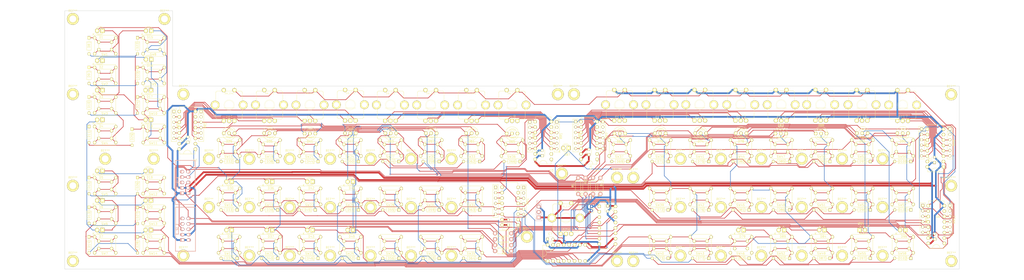
<source format=kicad_pcb>
(kicad_pcb (version 4) (host pcbnew 4.0.2-stable)
  (layers (0 F.Cu signal) (31 B.Cu signal) (34 B.Paste user) (35 F.Paste user) (36 B.SilkS user) (37 F.SilkS user) (38 B.Mask user) (39 F.Mask user) (44 Edge.Cuts user))
  (net 0 "")
  (net 1 "Net-(D101-Pad1)")
  (net 2 "Net-(D102-Pad1)")
  (net 3 /I0)
  (net 4 /I1)
  (net 5 /I2)
  (net 6 /I3)
  (net 7 /I4)
  (net 8 /I5)
  (net 9 /I6)
  (net 10 /I7)
  (net 11 GND)
  (net 12 /O6)
  (net 13 /O7)
  (net 14 /O1)
  (net 15 /O3)
  (net 16 /O5)
  (net 17 /O0)
  (net 18 /O2)
  (net 19 /O4)
  (net 20 +5V)
  (net 21 /O13)
  (net 22 /O14)
  (net 23 /O15)
  (net 24 /O16)
  (net 25 /O17)
  (net 26 /O10)
  (net 27 /I14)
  (net 28 /I15)
  (net 29 /I16)
  (net 30 /I17)
  (net 31 /I10)
  (net 32 /I11)
  (net 33 /I12)
  (net 34 /I13)
  (net 35 "Net-(D8-Pad1)")
  (net 36 "Net-(D9-Pad1)")
  (net 37 "Net-(D10-Pad1)")
  (net 38 "Net-(D11-Pad1)")
  (net 39 "Net-(D12-Pad1)")
  (net 40 "Net-(D13-Pad1)")
  (net 41 "Net-(D14-Pad1)")
  (net 42 "Net-(D22-Pad1)")
  (net 43 "Net-(D23-Pad1)")
  (net 44 "Net-(D24-Pad1)")
  (net 45 "Net-(D25-Pad1)")
  (net 46 "Net-(D26-Pad1)")
  (net 47 "Net-(D27-Pad1)")
  (net 48 "Net-(D28-Pad1)")
  (net 49 "Net-(D32-Pad1)")
  (net 50 "Net-(D33-Pad1)")
  (net 51 "Net-(D34-Pad1)")
  (net 52 "Net-(D38-Pad1)")
  (net 53 "Net-(D39-Pad1)")
  (net 54 "Net-(D40-Pad1)")
  (net 55 "Net-(D44-Pad1)")
  (net 56 "Net-(D45-Pad1)")
  (net 57 "Net-(D46-Pad1)")
  (net 58 "Net-(D50-Pad1)")
  (net 59 "Net-(D51-Pad1)")
  (net 60 "Net-(D52-Pad1)")
  (net 61 "Net-(D54-Pad1)")
  (net 62 "Net-(D55-Pad1)")
  (net 63 "Net-(D56-Pad1)")
  (net 64 "Net-(D58-Pad1)")
  (net 65 "Net-(D59-Pad1)")
  (net 66 "Net-(D60-Pad1)")
  (net 67 "Net-(D62-Pad1)")
  (net 68 "Net-(D63-Pad1)")
  (net 69 "Net-(D64-Pad1)")
  (net 70 "Net-(D66-Pad1)")
  (net 71 "Net-(D69-Pad1)")
  (net 72 "Net-(D71-Pad1)")
  (net 73 "Net-(D72-Pad1)")
  (net 74 "Net-(D73-Pad1)")
  (net 75 "Net-(D75-Pad1)")
  (net 76 "Net-(D76-Pad1)")
  (net 77 "Net-(D77-Pad1)")
  (net 78 "Net-(D80-Pad1)")
  (net 79 "Net-(D81-Pad1)")
  (net 80 "Net-(D82-Pad1)")
  (net 81 "Net-(D85-Pad1)")
  (net 82 "Net-(D86-Pad1)")
  (net 83 "Net-(D87-Pad1)")
  (net 84 "Net-(D90-Pad1)")
  (net 85 "Net-(D91-Pad1)")
  (net 86 "Net-(D92-Pad1)")
  (net 87 "Net-(D95-Pad1)")
  (net 88 "Net-(D96-Pad1)")
  (net 89 "Net-(D97-Pad1)")
  (net 90 "Net-(D100-Pad1)")
  (net 91 "Net-(ec1-PadP$GN)")
  (net 92 "Net-(U1-Pad9)")
  (net 93 /I26)
  (net 94 /I27)
  (net 95 /I24)
  (net 96 /I25)
  (net 97 /I22)
  (net 98 /I23)
  (net 99 /I20)
  (net 100 /I21)
  (net 101 /I56)
  (net 102 /I54)
  (net 103 /I55)
  (net 104 /I36)
  (net 105 /I37)
  (net 106 /I34)
  (net 107 /I35)
  (net 108 /I32)
  (net 109 /I33)
  (net 110 /I30)
  (net 111 /I31)
  (net 112 /I46)
  (net 113 /I47)
  (net 114 /I44)
  (net 115 /I45)
  (net 116 /I42)
  (net 117 /I43)
  (net 118 /I40)
  (net 119 /I41)
  (net 120 /I53)
  (net 121 /I52)
  (net 122 /I51)
  (net 123 /I50)
  (net 124 /011)
  (net 125 /012)
  (net 126 /02)
  (net 127 /I57)
  (net 128 "Net-(R8-Pad1)")
  (net 129 "Net-(R1-Pad1)")
  (net 130 "Net-(R2-Pad1)")
  (net 131 "Net-(R3-Pad1)")
  (net 132 "Net-(R4-Pad1)")
  (net 133 "Net-(R5-Pad2)")
  (net 134 "Net-(R6-Pad1)")
  (net 135 "Net-(R7-Pad1)")
  (net 136 "Net-(RR3-Pad2)")
  (net 137 "Net-(RR5-Pad2)")
  (net 138 "Net-(RR6-Pad2)")
  (net 139 "Net-(RR8-Pad2)")
  (net 140 "Net-(RR10-Pad2)")
  (net 141 "Net-(RR12-Pad2)")
  (net 142 "Net-(U1-Pad1)")
  (net 143 "Net-(U1-Pad2)")
  (net 144 "Net-(U7-Pad14)")
  (net 145 "Net-(U8-Pad9)")
  (net 146 "Net-(J3-Pad2)")
  (net 147 "Net-(U7-Pad9)")
  (module PEC11-Switch_ba (layer F.Cu) (at 118.11 120.65)
    (fp_text reference ec1 (at 0.11938 5.4737) (layer F.SilkS) (effects (font (size 1.27 1.27) (thickness 0.0889))))
    (fp_text value SW_Enc (at 0 -5.4864) (layer F.SilkS) (effects (font (size 0.8128 0.8128) (thickness 0.0889))))
    (pad P$1 thru_hole circle (at -2.49936 -7.00024) (size 1.99898 1.99898) (drill 1.00076) (layers *.Cu F.Paste F.SilkS F.Mask) (net 11 GND))
    (pad P$2 thru_hole circle (at 2.49936 -7.00024) (size 1.99898 1.99898) (drill 0.99822) (layers *.Cu F.Paste F.SilkS F.Mask) (net 127 /I57))
    (pad P$B thru_hole circle (at -2.49936 7.50062) (size 1.99898 1.99898) (drill 1.00076) (layers *.Cu F.Paste F.SilkS F.Mask) (net 10 /I7))
    (pad P$A thru_hole circle (at 2.49936 7.50062) (size 1.99898 1.99898) (drill 1.00076) (layers *.Cu F.Paste F.SilkS F.Mask) (net 9 /I6))
    (pad P$C thru_hole circle (at 0 7.50062) (size 1.99898 1.99898) (drill 1.00076) (layers *.Cu F.Paste F.SilkS F.Mask) (net 11 GND))
    (pad P$GN thru_hole circle (at -6.59892 0) (size 4.09956 4.09956) (drill 2.60096) (layers *.Cu F.Paste F.SilkS F.Mask) (net 91 "Net-(ec1-PadP$GN)"))
    (pad P$GN thru_hole circle (at 6.59892 0) (size 4.09956 4.09956) (drill 2.60096) (layers *.Cu F.Paste F.SilkS F.Mask) (net 91 "Net-(ec1-PadP$GN)"))
  )
  (module Mounting_Holes:MountingHole_3.2mm_M3_DIN965_Pad (layer F.Cu) (at 96.52 115.57)
    (fp_text reference REF** (at 0 -3.8) (layer F.SilkS))
    (fp_text value MountingHole_3.2mm_M3_Pad_Via)
    (pad 1 thru_hole circle (at 0 0) (size 5.6 5.6) (drill 3.2) (layers *.Cu *.Mask F.SilkS))
  )
  (module Mounting_Holes:MountingHole_3.2mm_M3_DIN965_Pad (layer F.Cu) (at 96.52 191.77)
    (fp_text reference REF** (at 0 -3.8) (layer F.SilkS))
    (fp_text value MountingHole_3.2mm_M3_Pad_Via)
    (pad 1 thru_hole circle (at 0 0) (size 5.6 5.6) (drill 3.2) (layers *.Cu *.Mask F.SilkS))
  )
  (module Mounting_Holes:MountingHole_3.2mm_M3_DIN965_Pad (layer F.Cu) (at 258.445 182.88)
    (fp_text reference REF** (at 0 -3.8) (layer F.SilkS))
    (fp_text value MountingHole_3.2mm_M3_Pad_Via)
    (pad 1 thru_hole circle (at 0 0) (size 5.6 5.6) (drill 3.2) (layers *.Cu *.Mask F.SilkS))
  )
  (module Mounting_Holes:MountingHole_3.2mm_M3_DIN965_Pad (layer F.Cu) (at 300.99 154.94)
    (fp_text reference REF** (at 0 -3.8) (layer F.SilkS))
    (fp_text value MountingHole_3.2mm_M3_Pad_Via)
    (pad 1 thru_hole circle (at 0 0) (size 5.6 5.6) (drill 3.2) (layers *.Cu *.Mask F.SilkS))
  )
  (module Mounting_Holes:MountingHole_3.2mm_M3_DIN965_Pad (layer F.Cu) (at 308.61 154.94)
    (fp_text reference REF** (at 0 -3.8) (layer F.SilkS))
    (fp_text value MountingHole_3.2mm_M3_Pad_Via)
    (pad 1 thru_hole circle (at 0 0) (size 5.6 5.6) (drill 3.2) (layers *.Cu *.Mask F.SilkS))
  )
  (module Mounting_Holes:MountingHole_3.2mm_M3_DIN965_Pad (layer F.Cu) (at 300.99 194.31)
    (fp_text reference REF** (at 0 -3.8) (layer F.SilkS))
    (fp_text value MountingHole_3.2mm_M3_Pad_Via)
    (pad 1 thru_hole circle (at 0 0) (size 5.6 5.6) (drill 3.2) (layers *.Cu *.Mask F.SilkS))
  )
  (module Mounting_Holes:MountingHole_3.2mm_M3_DIN965_Pad (layer F.Cu) (at 308.61 194.31)
    (fp_text reference REF** (at 0 -3.8) (layer F.SilkS))
    (fp_text value MountingHole_3.2mm_M3_Pad_Via)
    (pad 1 thru_hole circle (at 0 0) (size 5.6 5.6) (drill 3.2) (layers *.Cu *.Mask F.SilkS))
  )
  (module Mounting_Holes:MountingHole_3.2mm_M3_DIN965_Pad (layer F.Cu) (at 274.955 153.035)
    (fp_text reference REF** (at 0 -3.8) (layer F.SilkS))
    (fp_text value MountingHole_3.2mm_M3_Pad_Via)
    (pad 1 thru_hole circle (at 0 0) (size 5.6 5.6) (drill 3.2) (layers *.Cu *.Mask F.SilkS))
  )
  (module Mounting_Holes:MountingHole_3.2mm_M3_DIN965_Pad (layer F.Cu) (at 280.67 115.57)
    (fp_text reference REF** (at 0 -3.8) (layer F.SilkS))
    (fp_text value MountingHole_3.2mm_M3_Pad_Via)
    (pad 1 thru_hole circle (at 0 0) (size 5.6 5.6) (drill 3.2) (layers *.Cu *.Mask F.SilkS))
  )
  (module Mounting_Holes:MountingHole_3.2mm_M3_DIN965_Pad (layer F.Cu) (at 273.05 115.57)
    (fp_text reference REF** (at 0 -3.8) (layer F.SilkS))
    (fp_text value MountingHole_3.2mm_M3_Pad_Via)
    (pad 1 thru_hole circle (at 0 0) (size 5.6 5.6) (drill 3.2) (layers *.Cu *.Mask F.SilkS))
  )
  (module Mounting_Holes:MountingHole_3.2mm_M3_DIN965_Pad (layer F.Cu) (at 426.085 191.77)
    (fp_text reference REF** (at 0 -3.8) (layer F.SilkS))
    (fp_text value MountingHole_3.2mm_M3_Pad_Via)
    (pad 1 thru_hole circle (at 0 0) (size 5.6 5.6) (drill 3.2) (layers *.Cu *.Mask F.SilkS))
  )
  (module Mounting_Holes:MountingHole_3.2mm_M3_DIN965_Pad (layer F.Cu) (at 330.835 191.77)
    (fp_text reference REF** (at 0 -3.8) (layer F.SilkS))
    (fp_text value MountingHole_3.2mm_M3_Pad_Via)
    (pad 1 thru_hole circle (at 0 0) (size 5.6 5.6) (drill 3.2) (layers *.Cu *.Mask F.SilkS))
  )
  (module Mounting_Holes:MountingHole_3.2mm_M3_DIN965_Pad (layer F.Cu) (at 349.885 191.77)
    (fp_text reference REF** (at 0 -3.8) (layer F.SilkS))
    (fp_text value MountingHole_3.2mm_M3_Pad_Via)
    (pad 1 thru_hole circle (at 0 0) (size 5.6 5.6) (drill 3.2) (layers *.Cu *.Mask F.SilkS))
  )
  (module Mounting_Holes:MountingHole_3.2mm_M3_DIN965_Pad (layer F.Cu) (at 368.935 191.77)
    (fp_text reference REF** (at 0 -3.8) (layer F.SilkS))
    (fp_text value MountingHole_3.2mm_M3_Pad_Via)
    (pad 1 thru_hole circle (at 0 0) (size 5.6 5.6) (drill 3.2) (layers *.Cu *.Mask F.SilkS))
  )
  (module Mounting_Holes:MountingHole_3.2mm_M3_DIN965_Pad (layer F.Cu) (at 387.985 191.77)
    (fp_text reference REF** (at 0 -3.8) (layer F.SilkS))
    (fp_text value MountingHole_3.2mm_M3_Pad_Via)
    (pad 1 thru_hole circle (at 0 0) (size 5.6 5.6) (drill 3.2) (layers *.Cu *.Mask F.SilkS))
  )
  (module Mounting_Holes:MountingHole_3.2mm_M3_DIN965_Pad (layer F.Cu) (at 407.035 191.77)
    (fp_text reference REF** (at 0 -3.8) (layer F.SilkS))
    (fp_text value MountingHole_3.2mm_M3_Pad_Via)
    (pad 1 thru_hole circle (at 0 0) (size 5.6 5.6) (drill 3.2) (layers *.Cu *.Mask F.SilkS))
  )
  (module Mounting_Holes:MountingHole_3.2mm_M3_DIN965_Pad (layer F.Cu) (at 407.035 168.91)
    (fp_text reference REF** (at 0 -3.8) (layer F.SilkS))
    (fp_text value MountingHole_3.2mm_M3_Pad_Via)
    (pad 1 thru_hole circle (at 0 0) (size 5.6 5.6) (drill 3.2) (layers *.Cu *.Mask F.SilkS))
  )
  (module Mounting_Holes:MountingHole_3.2mm_M3_DIN965_Pad (layer F.Cu) (at 426.085 168.91)
    (fp_text reference REF** (at 0 -3.8) (layer F.SilkS))
    (fp_text value MountingHole_3.2mm_M3_Pad_Via)
    (pad 1 thru_hole circle (at 0 0) (size 5.6 5.6) (drill 3.2) (layers *.Cu *.Mask F.SilkS))
  )
  (module Mounting_Holes:MountingHole_3.2mm_M3_DIN965_Pad (layer F.Cu) (at 426.085 146.05)
    (fp_text reference REF** (at 0 -3.8) (layer F.SilkS))
    (fp_text value MountingHole_3.2mm_M3_Pad_Via)
    (pad 1 thru_hole circle (at 0 0) (size 5.6 5.6) (drill 3.2) (layers *.Cu *.Mask F.SilkS))
  )
  (module Mounting_Holes:MountingHole_3.2mm_M3_DIN965_Pad (layer F.Cu) (at 407.035 146.05)
    (fp_text reference REF** (at 0 -3.8) (layer F.SilkS))
    (fp_text value MountingHole_3.2mm_M3_Pad_Via)
    (pad 1 thru_hole circle (at 0 0) (size 5.6 5.6) (drill 3.2) (layers *.Cu *.Mask F.SilkS))
  )
  (module Mounting_Holes:MountingHole_3.2mm_M3_DIN965_Pad (layer F.Cu) (at 387.985 146.05)
    (fp_text reference REF** (at 0 -3.8) (layer F.SilkS))
    (fp_text value MountingHole_3.2mm_M3_Pad_Via)
    (pad 1 thru_hole circle (at 0 0) (size 5.6 5.6) (drill 3.2) (layers *.Cu *.Mask F.SilkS))
  )
  (module Mounting_Holes:MountingHole_3.2mm_M3_DIN965_Pad (layer F.Cu) (at 387.985 168.91)
    (fp_text reference REF** (at 0 -3.8) (layer F.SilkS))
    (fp_text value MountingHole_3.2mm_M3_Pad_Via)
    (pad 1 thru_hole circle (at 0 0) (size 5.6 5.6) (drill 3.2) (layers *.Cu *.Mask F.SilkS))
  )
  (module Mounting_Holes:MountingHole_3.2mm_M3_DIN965_Pad (layer F.Cu) (at 368.935 168.91)
    (fp_text reference REF** (at 0 -3.8) (layer F.SilkS))
    (fp_text value MountingHole_3.2mm_M3_Pad_Via)
    (pad 1 thru_hole circle (at 0 0) (size 5.6 5.6) (drill 3.2) (layers *.Cu *.Mask F.SilkS))
  )
  (module Mounting_Holes:MountingHole_3.2mm_M3_DIN965_Pad (layer F.Cu) (at 349.885 168.91)
    (fp_text reference REF** (at 0 -3.8) (layer F.SilkS))
    (fp_text value MountingHole_3.2mm_M3_Pad_Via)
    (pad 1 thru_hole circle (at 0 0) (size 5.6 5.6) (drill 3.2) (layers *.Cu *.Mask F.SilkS))
  )
  (module Mounting_Holes:MountingHole_3.2mm_M3_DIN965_Pad (layer F.Cu) (at 330.835 168.91)
    (fp_text reference REF** (at 0 -3.8) (layer F.SilkS))
    (fp_text value MountingHole_3.2mm_M3_Pad_Via)
    (pad 1 thru_hole circle (at 0 0) (size 5.6 5.6) (drill 3.2) (layers *.Cu *.Mask F.SilkS))
  )
  (module Mounting_Holes:MountingHole_3.2mm_M3_DIN965_Pad (layer F.Cu) (at 368.935 146.05)
    (fp_text reference REF** (at 0 -3.8) (layer F.SilkS))
    (fp_text value MountingHole_3.2mm_M3_Pad_Via)
    (pad 1 thru_hole circle (at 0 0) (size 5.6 5.6) (drill 3.2) (layers *.Cu *.Mask F.SilkS))
  )
  (module Mounting_Holes:MountingHole_3.2mm_M3_DIN965_Pad (layer F.Cu) (at 349.885 146.05)
    (fp_text reference REF** (at 0 -3.8) (layer F.SilkS))
    (fp_text value MountingHole_3.2mm_M3_Pad_Via)
    (pad 1 thru_hole circle (at 0 0) (size 5.6 5.6) (drill 3.2) (layers *.Cu *.Mask F.SilkS))
  )
  (module Mounting_Holes:MountingHole_3.2mm_M3_DIN965_Pad (layer F.Cu) (at 330.835 146.05)
    (fp_text reference REF** (at 0 -3.8) (layer F.SilkS))
    (fp_text value MountingHole_3.2mm_M3_Pad_Via)
    (pad 1 thru_hole circle (at 0 0) (size 5.6 5.6) (drill 3.2) (layers *.Cu *.Mask F.SilkS))
  )
  (module Mounting_Holes:MountingHole_3.2mm_M3_DIN965_Pad (layer F.Cu) (at 203.835 168.91)
    (fp_text reference REF** (at 0 -3.8) (layer F.SilkS))
    (fp_text value MountingHole_3.2mm_M3_Pad_Via)
    (pad 1 thru_hole circle (at 0 0) (size 5.6 5.6) (drill 3.2) (layers *.Cu *.Mask F.SilkS))
  )
  (module Mounting_Holes:MountingHole_3.2mm_M3_DIN965_Pad (layer F.Cu) (at 203.835 146.05)
    (fp_text reference REF** (at 0 -3.8) (layer F.SilkS))
    (fp_text value MountingHole_3.2mm_M3_Pad_Via)
    (pad 1 thru_hole circle (at 0 0) (size 5.6 5.6) (drill 3.2) (layers *.Cu *.Mask F.SilkS))
  )
  (module Mounting_Holes:MountingHole_3.2mm_M3_DIN965_Pad (layer F.Cu) (at 203.835 191.77)
    (fp_text reference REF** (at 0 -3.8) (layer F.SilkS))
    (fp_text value MountingHole_3.2mm_M3_Pad_Via)
    (pad 1 thru_hole circle (at 0 0) (size 5.6 5.6) (drill 3.2) (layers *.Cu *.Mask F.SilkS))
  )
  (module Mounting_Holes:MountingHole_3.2mm_M3_DIN965_Pad (layer F.Cu) (at 222.885 146.05)
    (fp_text reference REF** (at 0 -3.8) (layer F.SilkS))
    (fp_text value MountingHole_3.2mm_M3_Pad_Via)
    (pad 1 thru_hole circle (at 0 0) (size 5.6 5.6) (drill 3.2) (layers *.Cu *.Mask F.SilkS))
  )
  (module Mounting_Holes:MountingHole_3.2mm_M3_DIN965_Pad (layer F.Cu) (at 222.885 168.91)
    (fp_text reference REF** (at 0 -3.8) (layer F.SilkS))
    (fp_text value MountingHole_3.2mm_M3_Pad_Via)
    (pad 1 thru_hole circle (at 0 0) (size 5.6 5.6) (drill 3.2) (layers *.Cu *.Mask F.SilkS))
  )
  (module Mounting_Holes:MountingHole_3.2mm_M3_DIN965_Pad (layer F.Cu) (at 222.885 191.77)
    (fp_text reference REF** (at 0 -3.8) (layer F.SilkS))
    (fp_text value MountingHole_3.2mm_M3_Pad_Via)
    (pad 1 thru_hole circle (at 0 0) (size 5.6 5.6) (drill 3.2) (layers *.Cu *.Mask F.SilkS))
  )
  (module Mounting_Holes:MountingHole_3.2mm_M3_DIN965_Pad (layer F.Cu) (at 165.735 168.91)
    (fp_text reference REF** (at 0 -3.8) (layer F.SilkS))
    (fp_text value MountingHole_3.2mm_M3_Pad_Via)
    (pad 1 thru_hole circle (at 0 0) (size 5.6 5.6) (drill 3.2) (layers *.Cu *.Mask F.SilkS))
  )
  (module Mounting_Holes:MountingHole_3.2mm_M3_DIN965_Pad (layer F.Cu) (at 165.735 146.05)
    (fp_text reference REF** (at 0 -3.8) (layer F.SilkS))
    (fp_text value MountingHole_3.2mm_M3_Pad_Via)
    (pad 1 thru_hole circle (at 0 0) (size 5.6 5.6) (drill 3.2) (layers *.Cu *.Mask F.SilkS))
  )
  (module Mounting_Holes:MountingHole_3.2mm_M3_DIN965_Pad (layer F.Cu) (at 165.735 191.77)
    (fp_text reference REF** (at 0 -3.8) (layer F.SilkS))
    (fp_text value MountingHole_3.2mm_M3_Pad_Via)
    (pad 1 thru_hole circle (at 0 0) (size 5.6 5.6) (drill 3.2) (layers *.Cu *.Mask F.SilkS))
  )
  (module Mounting_Holes:MountingHole_3.2mm_M3_DIN965_Pad (layer F.Cu) (at 184.785 146.05)
    (fp_text reference REF** (at 0 -3.8) (layer F.SilkS))
    (fp_text value MountingHole_3.2mm_M3_Pad_Via)
    (pad 1 thru_hole circle (at 0 0) (size 5.6 5.6) (drill 3.2) (layers *.Cu *.Mask F.SilkS))
  )
  (module Mounting_Holes:MountingHole_3.2mm_M3_DIN965_Pad (layer F.Cu) (at 184.785 168.91)
    (fp_text reference REF** (at 0 -3.8) (layer F.SilkS))
    (fp_text value MountingHole_3.2mm_M3_Pad_Via)
    (pad 1 thru_hole circle (at 0 0) (size 5.6 5.6) (drill 3.2) (layers *.Cu *.Mask F.SilkS))
  )
  (module Mounting_Holes:MountingHole_3.2mm_M3_DIN965_Pad (layer F.Cu) (at 184.785 191.77)
    (fp_text reference REF** (at 0 -3.8) (layer F.SilkS))
    (fp_text value MountingHole_3.2mm_M3_Pad_Via)
    (pad 1 thru_hole circle (at 0 0) (size 5.6 5.6) (drill 3.2) (layers *.Cu *.Mask F.SilkS))
  )
  (module Mounting_Holes:MountingHole_3.2mm_M3_DIN965_Pad (layer F.Cu) (at 146.685 146.05)
    (fp_text reference REF** (at 0 -3.8) (layer F.SilkS))
    (fp_text value MountingHole_3.2mm_M3_Pad_Via)
    (pad 1 thru_hole circle (at 0 0) (size 5.6 5.6) (drill 3.2) (layers *.Cu *.Mask F.SilkS))
  )
  (module Mounting_Holes:MountingHole_3.2mm_M3_DIN965_Pad (layer F.Cu) (at 146.685 168.91)
    (fp_text reference REF** (at 0 -3.8) (layer F.SilkS))
    (fp_text value MountingHole_3.2mm_M3_Pad_Via)
    (pad 1 thru_hole circle (at 0 0) (size 5.6 5.6) (drill 3.2) (layers *.Cu *.Mask F.SilkS))
  )
  (module Mounting_Holes:MountingHole_3.2mm_M3_DIN965_Pad (layer F.Cu) (at 146.685 191.77)
    (fp_text reference REF** (at 0 -3.8) (layer F.SilkS))
    (fp_text value MountingHole_3.2mm_M3_Pad_Via)
    (pad 1 thru_hole circle (at 0 0) (size 5.6 5.6) (drill 3.2) (layers *.Cu *.Mask F.SilkS))
  )
  (module DIP-16_W7.62mm (layer F.Cu) (at 102.235 141.478 180)
    (fp_text reference U1 (at 0 -5.22 180) (layer F.SilkS))
    (fp_text value 74HC165)
    (pad 1 thru_hole oval (at 0 0 180) (size 1.6 1.6) (drill 0.8) (layers *.Cu *.Mask F.SilkS) (net 142 "Net-(U1-Pad1)"))
    (pad 2 thru_hole oval (at 0 2.54 180) (size 1.6 1.6) (drill 0.8) (layers *.Cu *.Mask F.SilkS) (net 143 "Net-(U1-Pad2)"))
    (pad 3 thru_hole oval (at 0 5.08 180) (size 1.6 1.6) (drill 0.8) (layers *.Cu *.Mask F.SilkS) (net 7 /I4))
    (pad 4 thru_hole oval (at 0 7.62 180) (size 1.6 1.6) (drill 0.8) (layers *.Cu *.Mask F.SilkS) (net 8 /I5))
    (pad 5 thru_hole oval (at 0 10.16 180) (size 1.6 1.6) (drill 0.8) (layers *.Cu *.Mask F.SilkS) (net 9 /I6))
    (pad 6 thru_hole oval (at 0 12.7 180) (size 1.6 1.6) (drill 0.8) (layers *.Cu *.Mask F.SilkS) (net 10 /I7))
    (pad 7 thru_hole oval (at 0 15.24 180) (size 1.6 1.6) (drill 0.8) (layers *.Cu *.Mask F.SilkS))
    (pad 8 thru_hole oval (at 0 17.78 180) (size 1.6 1.6) (drill 0.8) (layers *.Cu *.Mask F.SilkS) (net 11 GND))
    (pad 9 thru_hole oval (at 7.62 17.78 180) (size 1.6 1.6) (drill 0.8) (layers *.Cu *.Mask F.SilkS) (net 92 "Net-(U1-Pad9)"))
    (pad 10 thru_hole oval (at 7.62 15.24 180) (size 1.6 1.6) (drill 0.8) (layers *.Cu *.Mask F.SilkS) (net 136 "Net-(RR3-Pad2)"))
    (pad 11 thru_hole oval (at 7.62 12.7 180) (size 1.6 1.6) (drill 0.8) (layers *.Cu *.Mask F.SilkS) (net 3 /I0))
    (pad 12 thru_hole oval (at 7.62 10.16 180) (size 1.6 1.6) (drill 0.8) (layers *.Cu *.Mask F.SilkS) (net 4 /I1))
    (pad 13 thru_hole oval (at 7.62 7.62 180) (size 1.6 1.6) (drill 0.8) (layers *.Cu *.Mask F.SilkS) (net 5 /I2))
    (pad 14 thru_hole oval (at 7.62 5.08 180) (size 1.6 1.6) (drill 0.8) (layers *.Cu *.Mask F.SilkS) (net 6 /I3))
    (pad 15 thru_hole oval (at 7.62 2.54 180) (size 1.6 1.6) (drill 0.8) (layers *.Cu *.Mask F.SilkS) (net 11 GND))
    (pad 16 thru_hole oval (at 7.62 0 180) (size 1.6 1.6) (drill 0.8) (layers *.Cu *.Mask F.SilkS) (net 20 +5V))
  )
  (module LEDs:LED-5MM-3 (layer F.Cu) (at 120.65 133.985 180)
    (fp_text reference D29 (at 2.54508 -3.91668 180) (layer F.SilkS))
    (fp_text value Led_gp1)
    (pad 1 thru_hole circle (at 0 0) (size 1.6764 1.6764) (drill 0.8128) (layers *.Cu *.Mask F.SilkS) (net 124 /011))
    (pad 2 thru_hole circle (at 2.54 0) (size 1.6764 1.6764) (drill 0.8128) (layers *.Cu *.Mask F.SilkS) (net 15 /O3))
    (pad 3 thru_hole circle (at 5.08 0) (size 1.6764 1.6764) (drill 0.8128) (layers *.Cu *.Mask F.SilkS) (net 26 /O10))
  )
  (module LEDs:LED-5MM-3 (layer F.Cu) (at 139.7 133.985 180)
    (fp_text reference D35 (at 2.54508 -3.91668 180) (layer F.SilkS))
    (fp_text value Led_gp2)
    (pad 1 thru_hole circle (at 0 0) (size 1.6764 1.6764) (drill 0.8128) (layers *.Cu *.Mask F.SilkS) (net 21 /O13))
    (pad 2 thru_hole circle (at 2.54 0) (size 1.6764 1.6764) (drill 0.8128) (layers *.Cu *.Mask F.SilkS) (net 15 /O3))
    (pad 3 thru_hole circle (at 5.08 0) (size 1.6764 1.6764) (drill 0.8128) (layers *.Cu *.Mask F.SilkS) (net 125 /012))
  )
  (module LEDs:LED-5MM-3 (layer F.Cu) (at 158.75 134.112 180)
    (fp_text reference D41 (at 2.54508 -3.91668 180) (layer F.SilkS))
    (fp_text value Led_gp3)
    (pad 1 thru_hole circle (at 0 0) (size 1.6764 1.6764) (drill 0.8128) (layers *.Cu *.Mask F.SilkS) (net 23 /O15))
    (pad 2 thru_hole circle (at 2.54 0) (size 1.6764 1.6764) (drill 0.8128) (layers *.Cu *.Mask F.SilkS) (net 18 /O2))
    (pad 3 thru_hole circle (at 5.08 0) (size 1.6764 1.6764) (drill 0.8128) (layers *.Cu *.Mask F.SilkS) (net 22 /O14))
  )
  (module LEDs:LED-5MM-3 (layer F.Cu) (at 177.8 133.985 180)
    (fp_text reference D47 (at 2.54508 -3.91668 180) (layer F.SilkS))
    (fp_text value Led_gp4)
    (pad 1 thru_hole circle (at 0 0) (size 1.6764 1.6764) (drill 0.8128) (layers *.Cu *.Mask F.SilkS) (net 25 /O17))
    (pad 2 thru_hole circle (at 2.54 0) (size 1.6764 1.6764) (drill 0.8128) (layers *.Cu *.Mask F.SilkS) (net 18 /O2))
    (pad 3 thru_hole circle (at 5.08 0) (size 1.6764 1.6764) (drill 0.8128) (layers *.Cu *.Mask F.SilkS) (net 24 /O16))
  )
  (module LEDs:LED-5MM-3 (layer F.Cu) (at 196.85 133.985 180)
    (fp_text reference D53 (at 2.54508 -3.91668 180) (layer F.SilkS))
    (fp_text value Led_gp5)
    (pad 1 thru_hole circle (at 0 0) (size 1.6764 1.6764) (drill 0.8128) (layers *.Cu *.Mask F.SilkS) (net 124 /011))
    (pad 2 thru_hole circle (at 2.54 0) (size 1.6764 1.6764) (drill 0.8128) (layers *.Cu *.Mask F.SilkS) (net 14 /O1))
    (pad 3 thru_hole circle (at 5.08 0) (size 1.6764 1.6764) (drill 0.8128) (layers *.Cu *.Mask F.SilkS) (net 26 /O10))
  )
  (module LEDs:LED-5MM-3 (layer F.Cu) (at 215.9 133.985 180)
    (fp_text reference D57 (at 2.54508 -3.91668 180) (layer F.SilkS))
    (fp_text value Led_gp6)
    (pad 1 thru_hole circle (at 0 0) (size 1.6764 1.6764) (drill 0.8128) (layers *.Cu *.Mask F.SilkS) (net 21 /O13))
    (pad 2 thru_hole circle (at 2.54 0) (size 1.6764 1.6764) (drill 0.8128) (layers *.Cu *.Mask F.SilkS) (net 14 /O1))
    (pad 3 thru_hole circle (at 5.08 0) (size 1.6764 1.6764) (drill 0.8128) (layers *.Cu *.Mask F.SilkS) (net 125 /012))
  )
  (module LEDs:LED-5MM-3 (layer F.Cu) (at 234.95 133.985 180)
    (fp_text reference D61 (at 2.54508 -3.91668 180) (layer F.SilkS))
    (fp_text value Led_gp7)
    (pad 1 thru_hole circle (at 0 0) (size 1.6764 1.6764) (drill 0.8128) (layers *.Cu *.Mask F.SilkS) (net 23 /O15))
    (pad 2 thru_hole circle (at 2.54 0) (size 1.6764 1.6764) (drill 0.8128) (layers *.Cu *.Mask F.SilkS) (net 17 /O0))
    (pad 3 thru_hole circle (at 5.08 0) (size 1.6764 1.6764) (drill 0.8128) (layers *.Cu *.Mask F.SilkS) (net 22 /O14))
  )
  (module LEDs:LED-5MM-3 (layer F.Cu) (at 254 134.112 180)
    (fp_text reference D65 (at 2.54508 -3.91668 180) (layer F.SilkS))
    (fp_text value Led_gp8)
    (pad 1 thru_hole circle (at 0 0) (size 1.6764 1.6764) (drill 0.8128) (layers *.Cu *.Mask F.SilkS) (net 25 /O17))
    (pad 2 thru_hole circle (at 2.54 0) (size 1.6764 1.6764) (drill 0.8128) (layers *.Cu *.Mask F.SilkS) (net 17 /O0))
    (pad 3 thru_hole circle (at 5.08 0) (size 1.6764 1.6764) (drill 0.8128) (layers *.Cu *.Mask F.SilkS) (net 24 /O16))
  )
  (module LEDs:LED-5MM-3 (layer F.Cu) (at 304.8 134.112 180)
    (fp_text reference D68 (at 2.54508 -3.91668 180) (layer F.SilkS))
    (fp_text value Led_gp9)
    (pad 1 thru_hole circle (at 0 0) (size 1.6764 1.6764) (drill 0.8128) (layers *.Cu *.Mask F.SilkS) (net 124 /011))
    (pad 2 thru_hole circle (at 2.54 0) (size 1.6764 1.6764) (drill 0.8128) (layers *.Cu *.Mask F.SilkS) (net 19 /O4))
    (pad 3 thru_hole circle (at 5.08 0) (size 1.6764 1.6764) (drill 0.8128) (layers *.Cu *.Mask F.SilkS) (net 26 /O10))
  )
  (module LEDs:LED-5MM-3 (layer F.Cu) (at 323.85 133.985 180)
    (fp_text reference D70 (at 2.54508 -3.91668 180) (layer F.SilkS))
    (fp_text value Led_gp10)
    (pad 1 thru_hole circle (at 0 0) (size 1.6764 1.6764) (drill 0.8128) (layers *.Cu *.Mask F.SilkS) (net 21 /O13))
    (pad 2 thru_hole circle (at 2.54 0) (size 1.6764 1.6764) (drill 0.8128) (layers *.Cu *.Mask F.SilkS) (net 19 /O4))
    (pad 3 thru_hole circle (at 5.08 0) (size 1.6764 1.6764) (drill 0.8128) (layers *.Cu *.Mask F.SilkS) (net 125 /012))
  )
  (module LEDs:LED-5MM-3 (layer F.Cu) (at 342.9 133.985 180)
    (fp_text reference D74 (at 2.54508 -3.91668 180) (layer F.SilkS))
    (fp_text value Led_gp11)
    (pad 1 thru_hole circle (at 0 0) (size 1.6764 1.6764) (drill 0.8128) (layers *.Cu *.Mask F.SilkS) (net 23 /O15))
    (pad 2 thru_hole circle (at 2.54 0) (size 1.6764 1.6764) (drill 0.8128) (layers *.Cu *.Mask F.SilkS) (net 16 /O5))
    (pad 3 thru_hole circle (at 5.08 0) (size 1.6764 1.6764) (drill 0.8128) (layers *.Cu *.Mask F.SilkS) (net 22 /O14))
  )
  (module LEDs:LED-5MM-3 (layer F.Cu) (at 361.95 133.985 180)
    (fp_text reference D78 (at 2.54508 -3.91668 180) (layer F.SilkS))
    (fp_text value Led_gp12)
    (pad 1 thru_hole circle (at 0 0) (size 1.6764 1.6764) (drill 0.8128) (layers *.Cu *.Mask F.SilkS) (net 25 /O17))
    (pad 2 thru_hole circle (at 2.54 0) (size 1.6764 1.6764) (drill 0.8128) (layers *.Cu *.Mask F.SilkS) (net 16 /O5))
    (pad 3 thru_hole circle (at 5.08 0) (size 1.6764 1.6764) (drill 0.8128) (layers *.Cu *.Mask F.SilkS) (net 24 /O16))
  )
  (module LEDs:LED-5MM-3 (layer F.Cu) (at 375.60516 134.12294)
    (fp_text reference D83 (at 2.54508 -3.91668) (layer F.SilkS))
    (fp_text value Led_gp13)
    (pad 1 thru_hole circle (at 0 0 180) (size 1.6764 1.6764) (drill 0.8128) (layers *.Cu *.Mask F.SilkS) (net 124 /011))
    (pad 2 thru_hole circle (at 2.54 0 180) (size 1.6764 1.6764) (drill 0.8128) (layers *.Cu *.Mask F.SilkS) (net 12 /O6))
    (pad 3 thru_hole circle (at 5.08 0 180) (size 1.6764 1.6764) (drill 0.8128) (layers *.Cu *.Mask F.SilkS) (net 26 /O10))
  )
  (module LEDs:LED-5MM-3 (layer F.Cu) (at 394.60516 134.12294)
    (fp_text reference D88 (at 2.54508 -3.91668) (layer F.SilkS))
    (fp_text value Led_gp14)
    (pad 1 thru_hole circle (at 0 0 180) (size 1.6764 1.6764) (drill 0.8128) (layers *.Cu *.Mask F.SilkS) (net 21 /O13))
    (pad 2 thru_hole circle (at 2.54 0 180) (size 1.6764 1.6764) (drill 0.8128) (layers *.Cu *.Mask F.SilkS) (net 12 /O6))
    (pad 3 thru_hole circle (at 5.08 0 180) (size 1.6764 1.6764) (drill 0.8128) (layers *.Cu *.Mask F.SilkS) (net 125 /012))
  )
  (module LEDs:LED-5MM-3 (layer F.Cu) (at 419.1 133.985 180)
    (fp_text reference D93 (at 2.54508 -3.91668 180) (layer F.SilkS))
    (fp_text value Led_gp15)
    (pad 1 thru_hole circle (at 0 0) (size 1.6764 1.6764) (drill 0.8128) (layers *.Cu *.Mask F.SilkS) (net 23 /O15))
    (pad 2 thru_hole circle (at 2.54 0) (size 1.6764 1.6764) (drill 0.8128) (layers *.Cu *.Mask F.SilkS) (net 13 /O7))
    (pad 3 thru_hole circle (at 5.08 0) (size 1.6764 1.6764) (drill 0.8128) (layers *.Cu *.Mask F.SilkS) (net 22 /O14))
  )
  (module LEDs:LED-5MM-3 (layer F.Cu) (at 438.15 133.985 180)
    (fp_text reference D99 (at 2.54508 -3.91668 180) (layer F.SilkS))
    (fp_text value Led_gp16)
    (pad 1 thru_hole circle (at 0 0) (size 1.6764 1.6764) (drill 0.8128) (layers *.Cu *.Mask F.SilkS) (net 25 /O17))
    (pad 2 thru_hole circle (at 2.54 0) (size 1.6764 1.6764) (drill 0.8128) (layers *.Cu *.Mask F.SilkS) (net 13 /O7))
    (pad 3 thru_hole circle (at 5.08 0) (size 1.6764 1.6764) (drill 0.8128) (layers *.Cu *.Mask F.SilkS) (net 24 /O16))
  )
  (module "empreinte ksir:vasch_strip_5x2" (layer B.Cu) (at 97.536 179.324 90)
    (fp_text reference j2 (at 0.2 -4 90) (layer B.SilkS) (effects (font (thickness 0.2032)) (justify mirror)))
    (fp_text value CONN_02X05 hide)
    (pad 9 thru_hole oval (at 5.08 -1.27 90) (size 1.5 2) (drill 1 (offset 0 -0.25)) (layers *.Cu *.Mask B.SilkS))
    (pad 10 thru_hole oval (at 5.08 1.27 90) (size 1.5 2) (drill 1 (offset 0 0.25)) (layers *.Cu *.Mask B.SilkS) (net 142 "Net-(U1-Pad1)"))
    (pad 8 thru_hole oval (at 2.54 1.27 90) (size 1.5 2) (drill 1 (offset 0 0.25)) (layers *.Cu *.Mask B.SilkS) (net 143 "Net-(U1-Pad2)"))
    (pad 7 thru_hole oval (at 2.54 -1.27 90) (size 1.5 2) (drill 1 (offset 0 -0.25)) (layers *.Cu *.Mask B.SilkS) (net 143 "Net-(U1-Pad2)"))
    (pad 1 thru_hole rect (at -5.08 -1.27 90) (size 1.5 2) (drill 1 (offset 0 -0.25)) (layers *.Cu *.Mask B.SilkS) (net 11 GND))
    (pad 2 thru_hole oval (at -5.08 1.27 90) (size 1.5 2) (drill 1 (offset 0 0.25)) (layers *.Cu *.Mask B.SilkS) (net 11 GND))
    (pad 3 thru_hole oval (at -2.54 -1.27 90) (size 1.5 2) (drill 1 (offset 0 -0.25)) (layers *.Cu *.Mask B.SilkS) (net 20 +5V))
    (pad 4 thru_hole oval (at -2.54 1.27 90) (size 1.5 2) (drill 1 (offset 0 0.25)) (layers *.Cu *.Mask B.SilkS) (net 20 +5V))
    (pad 5 thru_hole oval (at 0 -1.27 90) (size 1.5 2) (drill 1 (offset 0 -0.25)) (layers *.Cu *.Mask B.SilkS) (net 140 "Net-(RR10-Pad2)"))
    (pad 6 thru_hole oval (at 0 1.27 90) (size 1.5 2) (drill 1 (offset 0 0.25)) (layers *.Cu *.Mask B.SilkS) (net 145 "Net-(U8-Pad9)"))
  )
  (module "empreinte ksir:vasch_strip_5x2" (layer B.Cu) (at 97.409 157.226 90)
    (fp_text reference j1 (at 0.2 -4 90) (layer B.SilkS) (effects (font (thickness 0.2032)) (justify mirror)))
    (fp_text value CONN_02X05 hide)
    (pad 9 thru_hole oval (at 5.08 -1.27 90) (size 1.5 2) (drill 1 (offset 0 -0.25)) (layers *.Cu *.Mask B.SilkS))
    (pad 10 thru_hole oval (at 5.08 1.27 90) (size 1.5 2) (drill 1 (offset 0 0.25)) (layers *.Cu *.Mask B.SilkS) (net 142 "Net-(U1-Pad1)"))
    (pad 8 thru_hole oval (at 2.54 1.27 90) (size 1.5 2) (drill 1 (offset 0 0.25)) (layers *.Cu *.Mask B.SilkS) (net 143 "Net-(U1-Pad2)"))
    (pad 7 thru_hole oval (at 2.54 -1.27 90) (size 1.5 2) (drill 1 (offset 0 -0.25)) (layers *.Cu *.Mask B.SilkS) (net 143 "Net-(U1-Pad2)"))
    (pad 1 thru_hole rect (at -5.08 -1.27 90) (size 1.5 2) (drill 1 (offset 0 -0.25)) (layers *.Cu *.Mask B.SilkS) (net 11 GND))
    (pad 2 thru_hole oval (at -5.08 1.27 90) (size 1.5 2) (drill 1 (offset 0 0.25)) (layers *.Cu *.Mask B.SilkS) (net 11 GND))
    (pad 3 thru_hole oval (at -2.54 -1.27 90) (size 1.5 2) (drill 1 (offset 0 -0.25)) (layers *.Cu *.Mask B.SilkS) (net 20 +5V))
    (pad 4 thru_hole oval (at -2.54 1.27 90) (size 1.5 2) (drill 1 (offset 0 0.25)) (layers *.Cu *.Mask B.SilkS) (net 20 +5V))
    (pad 5 thru_hole oval (at 0 -1.27 90) (size 1.5 2) (drill 1 (offset 0 -0.25)) (layers *.Cu *.Mask B.SilkS) (net 92 "Net-(U1-Pad9)"))
    (pad 6 thru_hole oval (at 0 1.27 90) (size 1.5 2) (drill 1 (offset 0 0.25)) (layers *.Cu *.Mask B.SilkS) (net 144 "Net-(U7-Pad14)"))
  )
  (module Resistors_ThroughHole:Resistor_Horizontal_RM7mm (layer F.Cu) (at 251.079 181.229 180)
    (fp_text reference R8 (at 4 -2.5 180) (layer F.SilkS))
    (fp_text value r220)
    (pad 1 thru_hole circle (at 0 0 180) (size 1.99898 1.99898) (drill 1.00076) (layers *.Cu *.SilkS *.Mask) (net 128 "Net-(R8-Pad1)"))
    (pad 2 thru_hole circle (at 7.62 0 180) (size 1.99898 1.99898) (drill 1.00076) (layers *.Cu *.SilkS *.Mask) (net 22 /O14))
  )
  (module "empreinte ksir:DIP-16_W7.62mm" (layer F.Cu) (at 292.608 168.529)
    (fp_text reference U8 (at 0 -5.22) (layer F.SilkS))
    (fp_text value 74HC595PWR)
    (pad 1 thru_hole oval (at 0 0) (size 1.6 1.6) (drill 0.8) (layers *.Cu *.Mask F.SilkS) (net 134 "Net-(R6-Pad1)"))
    (pad 2 thru_hole oval (at 0 2.54) (size 1.6 1.6) (drill 0.8) (layers *.Cu *.Mask F.SilkS) (net 135 "Net-(R7-Pad1)"))
    (pad 3 thru_hole oval (at 0 5.08) (size 1.6 1.6) (drill 0.8) (layers *.Cu *.Mask F.SilkS) (net 128 "Net-(R8-Pad1)"))
    (pad 4 thru_hole oval (at 0 7.62) (size 1.6 1.6) (drill 0.8) (layers *.Cu *.Mask F.SilkS) (net 132 "Net-(R4-Pad1)"))
    (pad 5 thru_hole oval (at 0 10.16) (size 1.6 1.6) (drill 0.8) (layers *.Cu *.Mask F.SilkS) (net 131 "Net-(R3-Pad1)"))
    (pad 6 thru_hole oval (at 0 12.7) (size 1.6 1.6) (drill 0.8) (layers *.Cu *.Mask F.SilkS) (net 130 "Net-(R2-Pad1)"))
    (pad 7 thru_hole oval (at 0 15.24) (size 1.6 1.6) (drill 0.8) (layers *.Cu *.Mask F.SilkS) (net 129 "Net-(R1-Pad1)"))
    (pad 8 thru_hole oval (at 0 17.78) (size 1.6 1.6) (drill 0.8) (layers *.Cu *.Mask F.SilkS) (net 11 GND))
    (pad 9 thru_hole oval (at 7.62 17.78) (size 1.6 1.6) (drill 0.8) (layers *.Cu *.Mask F.SilkS) (net 145 "Net-(U8-Pad9)"))
    (pad 10 thru_hole oval (at 7.62 15.24) (size 1.6 1.6) (drill 0.8) (layers *.Cu *.Mask F.SilkS) (net 20 +5V))
    (pad 11 thru_hole oval (at 7.62 12.7) (size 1.6 1.6) (drill 0.8) (layers *.Cu *.Mask F.SilkS) (net 143 "Net-(U1-Pad2)"))
    (pad 12 thru_hole oval (at 7.62 10.16) (size 1.6 1.6) (drill 0.8) (layers *.Cu *.Mask F.SilkS) (net 142 "Net-(U1-Pad1)"))
    (pad 13 thru_hole oval (at 7.62 7.62) (size 1.6 1.6) (drill 0.8) (layers *.Cu *.Mask F.SilkS) (net 11 GND))
    (pad 14 thru_hole oval (at 7.62 5.08) (size 1.6 1.6) (drill 0.8) (layers *.Cu *.Mask F.SilkS) (net 147 "Net-(U7-Pad9)"))
    (pad 15 thru_hole oval (at 7.62 2.54) (size 1.6 1.6) (drill 0.8) (layers *.Cu *.Mask F.SilkS) (net 133 "Net-(R5-Pad2)"))
    (pad 16 thru_hole oval (at 7.62 0) (size 1.6 1.6) (drill 0.8) (layers *.Cu *.Mask F.SilkS) (net 20 +5V))
  )
  (module "empreinte ksir:DIP-16_W7.62mm" (layer F.Cu) (at 268.224 194.31 90)
    (fp_text reference U7 (at 5 2 180) (layer F.SilkS))
    (fp_text value 74HC595PWR)
    (pad 1 thru_hole oval (at 0 0 90) (size 1.6 1.6) (drill 0.8) (layers *.Cu *.Mask F.SilkS) (net 12 /O6))
    (pad 2 thru_hole oval (at 0 2.54 90) (size 1.6 1.6) (drill 0.8) (layers *.Cu *.Mask F.SilkS) (net 16 /O5))
    (pad 3 thru_hole oval (at 0 5.08 90) (size 1.6 1.6) (drill 0.8) (layers *.Cu *.Mask F.SilkS) (net 19 /O4))
    (pad 4 thru_hole oval (at 0 7.62 90) (size 1.6 1.6) (drill 0.8) (layers *.Cu *.Mask F.SilkS) (net 15 /O3))
    (pad 5 thru_hole oval (at 0 10.16 90) (size 1.6 1.6) (drill 0.8) (layers *.Cu *.Mask F.SilkS) (net 126 /02))
    (pad 6 thru_hole oval (at 0 12.7 90) (size 1.6 1.6) (drill 0.8) (layers *.Cu *.Mask F.SilkS) (net 14 /O1))
    (pad 7 thru_hole oval (at 0 15.24 90) (size 1.6 1.6) (drill 0.8) (layers *.Cu *.Mask F.SilkS) (net 17 /O0))
    (pad 8 thru_hole oval (at 0 17.78 90) (size 1.6 1.6) (drill 0.8) (layers *.Cu *.Mask F.SilkS) (net 11 GND))
    (pad 9 thru_hole oval (at 7.62 17.78 90) (size 1.6 1.6) (drill 0.8) (layers *.Cu *.Mask F.SilkS) (net 147 "Net-(U7-Pad9)"))
    (pad 10 thru_hole oval (at 7.62 15.24 90) (size 1.6 1.6) (drill 0.8) (layers *.Cu *.Mask F.SilkS) (net 20 +5V))
    (pad 11 thru_hole oval (at 7.62 12.7 90) (size 1.6 1.6) (drill 0.8) (layers *.Cu *.Mask F.SilkS) (net 143 "Net-(U1-Pad2)"))
    (pad 12 thru_hole oval (at 7.62 10.16 90) (size 1.6 1.6) (drill 0.8) (layers *.Cu *.Mask F.SilkS) (net 142 "Net-(U1-Pad1)"))
    (pad 13 thru_hole oval (at 7.62 7.62 90) (size 1.6 1.6) (drill 0.8) (layers *.Cu *.Mask F.SilkS) (net 11 GND))
    (pad 14 thru_hole oval (at 7.62 5.08 90) (size 1.6 1.6) (drill 0.8) (layers *.Cu *.Mask F.SilkS) (net 144 "Net-(U7-Pad14)"))
    (pad 15 thru_hole oval (at 7.62 2.54 90) (size 1.6 1.6) (drill 0.8) (layers *.Cu *.Mask F.SilkS) (net 13 /O7))
    (pad 16 thru_hole oval (at 7.62 0 90) (size 1.6 1.6) (drill 0.8) (layers *.Cu *.Mask F.SilkS) (net 20 +5V))
  )
  (module "empreinte ksir:DIP-16_W7.62mm" (layer F.Cu) (at 455.265864 185.993912 180)
    (fp_text reference U6 (at 3.018864 12.638912 180) (layer F.SilkS))
    (fp_text value 74HC165)
    (pad 1 thru_hole oval (at 0 0 180) (size 1.6 1.6) (drill 0.8) (layers *.Cu *.Mask F.SilkS) (net 142 "Net-(U1-Pad1)"))
    (pad 2 thru_hole oval (at 0 2.54 180) (size 1.6 1.6) (drill 0.8) (layers *.Cu *.Mask F.SilkS) (net 143 "Net-(U1-Pad2)"))
    (pad 3 thru_hole oval (at 0 5.08 180) (size 1.6 1.6) (drill 0.8) (layers *.Cu *.Mask F.SilkS) (net 102 /I54))
    (pad 4 thru_hole oval (at 0 7.62 180) (size 1.6 1.6) (drill 0.8) (layers *.Cu *.Mask F.SilkS) (net 103 /I55))
    (pad 5 thru_hole oval (at 0 10.16 180) (size 1.6 1.6) (drill 0.8) (layers *.Cu *.Mask F.SilkS) (net 101 /I56))
    (pad 6 thru_hole oval (at 0 12.7 180) (size 1.6 1.6) (drill 0.8) (layers *.Cu *.Mask F.SilkS) (net 127 /I57))
    (pad 7 thru_hole oval (at 0 15.24 180) (size 1.6 1.6) (drill 0.8) (layers *.Cu *.Mask F.SilkS))
    (pad 8 thru_hole oval (at 0 17.78 180) (size 1.6 1.6) (drill 0.8) (layers *.Cu *.Mask F.SilkS) (net 11 GND))
    (pad 9 thru_hole oval (at 7.62 17.78 180) (size 1.6 1.6) (drill 0.8) (layers *.Cu *.Mask F.SilkS) (net 139 "Net-(RR8-Pad2)"))
    (pad 10 thru_hole oval (at 7.62 15.24 180) (size 1.6 1.6) (drill 0.8) (layers *.Cu *.Mask F.SilkS) (net 141 "Net-(RR12-Pad2)"))
    (pad 11 thru_hole oval (at 7.62 12.7 180) (size 1.6 1.6) (drill 0.8) (layers *.Cu *.Mask F.SilkS) (net 123 /I50))
    (pad 12 thru_hole oval (at 7.62 10.16 180) (size 1.6 1.6) (drill 0.8) (layers *.Cu *.Mask F.SilkS) (net 122 /I51))
    (pad 13 thru_hole oval (at 7.62 7.62 180) (size 1.6 1.6) (drill 0.8) (layers *.Cu *.Mask F.SilkS) (net 121 /I52))
    (pad 14 thru_hole oval (at 7.62 5.08 180) (size 1.6 1.6) (drill 0.8) (layers *.Cu *.Mask F.SilkS) (net 120 /I53))
    (pad 15 thru_hole oval (at 7.62 2.54 180) (size 1.6 1.6) (drill 0.8) (layers *.Cu *.Mask F.SilkS) (net 11 GND))
    (pad 16 thru_hole oval (at 7.62 0 180) (size 1.6 1.6) (drill 0.8) (layers *.Cu *.Mask F.SilkS) (net 20 +5V))
  )
  (module "empreinte ksir:DIP-16_W7.62mm" (layer F.Cu) (at 454.838194 149.876812 180)
    (fp_text reference U5 (at 0 -5.22 180) (layer F.SilkS))
    (fp_text value 74HC165)
    (pad 1 thru_hole oval (at 0 0 180) (size 1.6 1.6) (drill 0.8) (layers *.Cu *.Mask F.SilkS) (net 142 "Net-(U1-Pad1)"))
    (pad 2 thru_hole oval (at 0 2.54 180) (size 1.6 1.6) (drill 0.8) (layers *.Cu *.Mask F.SilkS) (net 143 "Net-(U1-Pad2)"))
    (pad 3 thru_hole oval (at 0 5.08 180) (size 1.6 1.6) (drill 0.8) (layers *.Cu *.Mask F.SilkS) (net 114 /I44))
    (pad 4 thru_hole oval (at 0 7.62 180) (size 1.6 1.6) (drill 0.8) (layers *.Cu *.Mask F.SilkS) (net 115 /I45))
    (pad 5 thru_hole oval (at 0 10.16 180) (size 1.6 1.6) (drill 0.8) (layers *.Cu *.Mask F.SilkS) (net 112 /I46))
    (pad 6 thru_hole oval (at 0 12.7 180) (size 1.6 1.6) (drill 0.8) (layers *.Cu *.Mask F.SilkS) (net 113 /I47))
    (pad 7 thru_hole oval (at 0 15.24 180) (size 1.6 1.6) (drill 0.8) (layers *.Cu *.Mask F.SilkS))
    (pad 8 thru_hole oval (at 0 17.78 180) (size 1.6 1.6) (drill 0.8) (layers *.Cu *.Mask F.SilkS) (net 11 GND))
    (pad 9 thru_hole oval (at 7.62 17.78 180) (size 1.6 1.6) (drill 0.8) (layers *.Cu *.Mask F.SilkS) (net 141 "Net-(RR12-Pad2)"))
    (pad 10 thru_hole oval (at 7.62 15.24 180) (size 1.6 1.6) (drill 0.8) (layers *.Cu *.Mask F.SilkS) (net 140 "Net-(RR10-Pad2)"))
    (pad 11 thru_hole oval (at 7.62 12.7 180) (size 1.6 1.6) (drill 0.8) (layers *.Cu *.Mask F.SilkS) (net 118 /I40))
    (pad 12 thru_hole oval (at 7.62 10.16 180) (size 1.6 1.6) (drill 0.8) (layers *.Cu *.Mask F.SilkS) (net 119 /I41))
    (pad 13 thru_hole oval (at 7.62 7.62 180) (size 1.6 1.6) (drill 0.8) (layers *.Cu *.Mask F.SilkS) (net 116 /I42))
    (pad 14 thru_hole oval (at 7.62 5.08 180) (size 1.6 1.6) (drill 0.8) (layers *.Cu *.Mask F.SilkS) (net 117 /I43))
    (pad 15 thru_hole oval (at 7.62 2.54 180) (size 1.6 1.6) (drill 0.8) (layers *.Cu *.Mask F.SilkS) (net 11 GND))
    (pad 16 thru_hole oval (at 7.62 0 180) (size 1.6 1.6) (drill 0.8) (layers *.Cu *.Mask F.SilkS) (net 20 +5V))
  )
  (module "empreinte ksir:DIP-16_W7.62mm" (layer F.Cu) (at 291.592 146.304 180)
    (fp_text reference U4 (at 0 -5.22 180) (layer F.SilkS))
    (fp_text value 74HC165)
    (pad 1 thru_hole oval (at 0 0 180) (size 1.6 1.6) (drill 0.8) (layers *.Cu *.Mask F.SilkS) (net 142 "Net-(U1-Pad1)"))
    (pad 2 thru_hole oval (at 0 2.54 180) (size 1.6 1.6) (drill 0.8) (layers *.Cu *.Mask F.SilkS) (net 143 "Net-(U1-Pad2)"))
    (pad 3 thru_hole oval (at 0 5.08 180) (size 1.6 1.6) (drill 0.8) (layers *.Cu *.Mask F.SilkS) (net 106 /I34))
    (pad 4 thru_hole oval (at 0 7.62 180) (size 1.6 1.6) (drill 0.8) (layers *.Cu *.Mask F.SilkS) (net 107 /I35))
    (pad 5 thru_hole oval (at 0 10.16 180) (size 1.6 1.6) (drill 0.8) (layers *.Cu *.Mask F.SilkS) (net 104 /I36))
    (pad 6 thru_hole oval (at 0 12.7 180) (size 1.6 1.6) (drill 0.8) (layers *.Cu *.Mask F.SilkS) (net 105 /I37))
    (pad 7 thru_hole oval (at 0 15.24 180) (size 1.6 1.6) (drill 0.8) (layers *.Cu *.Mask F.SilkS))
    (pad 8 thru_hole oval (at 0 17.78 180) (size 1.6 1.6) (drill 0.8) (layers *.Cu *.Mask F.SilkS) (net 11 GND))
    (pad 9 thru_hole oval (at 7.62 17.78 180) (size 1.6 1.6) (drill 0.8) (layers *.Cu *.Mask F.SilkS) (net 138 "Net-(RR6-Pad2)"))
    (pad 10 thru_hole oval (at 7.62 15.24 180) (size 1.6 1.6) (drill 0.8) (layers *.Cu *.Mask F.SilkS) (net 139 "Net-(RR8-Pad2)"))
    (pad 11 thru_hole oval (at 7.62 12.7 180) (size 1.6 1.6) (drill 0.8) (layers *.Cu *.Mask F.SilkS) (net 110 /I30))
    (pad 12 thru_hole oval (at 7.62 10.16 180) (size 1.6 1.6) (drill 0.8) (layers *.Cu *.Mask F.SilkS) (net 111 /I31))
    (pad 13 thru_hole oval (at 7.62 7.62 180) (size 1.6 1.6) (drill 0.8) (layers *.Cu *.Mask F.SilkS) (net 108 /I32))
    (pad 14 thru_hole oval (at 7.62 5.08 180) (size 1.6 1.6) (drill 0.8) (layers *.Cu *.Mask F.SilkS) (net 109 /I33))
    (pad 15 thru_hole oval (at 7.62 2.54 180) (size 1.6 1.6) (drill 0.8) (layers *.Cu *.Mask F.SilkS) (net 11 GND))
    (pad 16 thru_hole oval (at 7.62 0 180) (size 1.6 1.6) (drill 0.8) (layers *.Cu *.Mask F.SilkS) (net 20 +5V))
  )
  (module "empreinte ksir:DIP-16_W7.62mm" (layer F.Cu) (at 270.002 146.304 180)
    (fp_text reference U3 (at 0 -5.22 180) (layer F.SilkS))
    (fp_text value 74HC165)
    (pad 1 thru_hole oval (at 0 0 180) (size 1.6 1.6) (drill 0.8) (layers *.Cu *.Mask F.SilkS) (net 142 "Net-(U1-Pad1)"))
    (pad 2 thru_hole oval (at 0 2.54 180) (size 1.6 1.6) (drill 0.8) (layers *.Cu *.Mask F.SilkS) (net 143 "Net-(U1-Pad2)"))
    (pad 3 thru_hole oval (at 0 5.08 180) (size 1.6 1.6) (drill 0.8) (layers *.Cu *.Mask F.SilkS) (net 95 /I24))
    (pad 4 thru_hole oval (at 0 7.62 180) (size 1.6 1.6) (drill 0.8) (layers *.Cu *.Mask F.SilkS) (net 96 /I25))
    (pad 5 thru_hole oval (at 0 10.16 180) (size 1.6 1.6) (drill 0.8) (layers *.Cu *.Mask F.SilkS) (net 93 /I26))
    (pad 6 thru_hole oval (at 0 12.7 180) (size 1.6 1.6) (drill 0.8) (layers *.Cu *.Mask F.SilkS) (net 94 /I27))
    (pad 7 thru_hole oval (at 0 15.24 180) (size 1.6 1.6) (drill 0.8) (layers *.Cu *.Mask F.SilkS))
    (pad 8 thru_hole oval (at 0 17.78 180) (size 1.6 1.6) (drill 0.8) (layers *.Cu *.Mask F.SilkS) (net 11 GND))
    (pad 9 thru_hole oval (at 7.62 17.78 180) (size 1.6 1.6) (drill 0.8) (layers *.Cu *.Mask F.SilkS) (net 137 "Net-(RR5-Pad2)"))
    (pad 10 thru_hole oval (at 7.62 15.24 180) (size 1.6 1.6) (drill 0.8) (layers *.Cu *.Mask F.SilkS) (net 138 "Net-(RR6-Pad2)"))
    (pad 11 thru_hole oval (at 7.62 12.7 180) (size 1.6 1.6) (drill 0.8) (layers *.Cu *.Mask F.SilkS) (net 99 /I20))
    (pad 12 thru_hole oval (at 7.62 10.16 180) (size 1.6 1.6) (drill 0.8) (layers *.Cu *.Mask F.SilkS) (net 100 /I21))
    (pad 13 thru_hole oval (at 7.62 7.62 180) (size 1.6 1.6) (drill 0.8) (layers *.Cu *.Mask F.SilkS) (net 97 /I22))
    (pad 14 thru_hole oval (at 7.62 5.08 180) (size 1.6 1.6) (drill 0.8) (layers *.Cu *.Mask F.SilkS) (net 98 /I23))
    (pad 15 thru_hole oval (at 7.62 2.54 180) (size 1.6 1.6) (drill 0.8) (layers *.Cu *.Mask F.SilkS) (net 11 GND))
    (pad 16 thru_hole oval (at 7.62 0 180) (size 1.6 1.6) (drill 0.8) (layers *.Cu *.Mask F.SilkS) (net 20 +5V))
  )
  (module "empreinte ksir:DIP-16_W7.62mm" (layer F.Cu) (at 254.381 177.292 180)
    (fp_text reference U2 (at 0 -5.22 180) (layer F.SilkS))
    (fp_text value 74HC165)
    (pad 1 thru_hole oval (at 0 0 180) (size 1.6 1.6) (drill 0.8) (layers *.Cu *.Mask F.SilkS) (net 142 "Net-(U1-Pad1)"))
    (pad 2 thru_hole oval (at 0 2.54 180) (size 1.6 1.6) (drill 0.8) (layers *.Cu *.Mask F.SilkS) (net 143 "Net-(U1-Pad2)"))
    (pad 3 thru_hole oval (at 0 5.08 180) (size 1.6 1.6) (drill 0.8) (layers *.Cu *.Mask F.SilkS) (net 27 /I14))
    (pad 4 thru_hole oval (at 0 7.62 180) (size 1.6 1.6) (drill 0.8) (layers *.Cu *.Mask F.SilkS) (net 28 /I15))
    (pad 5 thru_hole oval (at 0 10.16 180) (size 1.6 1.6) (drill 0.8) (layers *.Cu *.Mask F.SilkS) (net 29 /I16))
    (pad 6 thru_hole oval (at 0 12.7 180) (size 1.6 1.6) (drill 0.8) (layers *.Cu *.Mask F.SilkS) (net 30 /I17))
    (pad 7 thru_hole oval (at 0 15.24 180) (size 1.6 1.6) (drill 0.8) (layers *.Cu *.Mask F.SilkS))
    (pad 8 thru_hole oval (at 0 17.78 180) (size 1.6 1.6) (drill 0.8) (layers *.Cu *.Mask F.SilkS) (net 11 GND))
    (pad 9 thru_hole oval (at 7.62 17.78 180) (size 1.6 1.6) (drill 0.8) (layers *.Cu *.Mask F.SilkS) (net 136 "Net-(RR3-Pad2)"))
    (pad 10 thru_hole oval (at 7.62 15.24 180) (size 1.6 1.6) (drill 0.8) (layers *.Cu *.Mask F.SilkS) (net 137 "Net-(RR5-Pad2)"))
    (pad 11 thru_hole oval (at 7.62 12.7 180) (size 1.6 1.6) (drill 0.8) (layers *.Cu *.Mask F.SilkS) (net 31 /I10))
    (pad 12 thru_hole oval (at 7.62 10.16 180) (size 1.6 1.6) (drill 0.8) (layers *.Cu *.Mask F.SilkS) (net 32 /I11))
    (pad 13 thru_hole oval (at 7.62 7.62 180) (size 1.6 1.6) (drill 0.8) (layers *.Cu *.Mask F.SilkS) (net 33 /I12))
    (pad 14 thru_hole oval (at 7.62 5.08 180) (size 1.6 1.6) (drill 0.8) (layers *.Cu *.Mask F.SilkS) (net 34 /I13))
    (pad 15 thru_hole oval (at 7.62 2.54 180) (size 1.6 1.6) (drill 0.8) (layers *.Cu *.Mask F.SilkS) (net 11 GND))
    (pad 16 thru_hole oval (at 7.62 0 180) (size 1.6 1.6) (drill 0.8) (layers *.Cu *.Mask F.SilkS) (net 20 +5V))
  )
  (module Resistors_ThroughHole:Resistor_Horizontal_RM7mm (layer F.Cu) (at 282.62816 162.67194 90)
    (fp_text reference R1 (at 4 -2.5 90) (layer F.SilkS))
    (fp_text value 470ohm)
    (pad 1 thru_hole circle (at 0 0 90) (size 1.99898 1.99898) (drill 1.00076) (layers *.Cu *.SilkS *.Mask) (net 129 "Net-(R1-Pad1)"))
    (pad 2 thru_hole circle (at 7.62 0 90) (size 1.99898 1.99898) (drill 1.00076) (layers *.Cu *.SilkS *.Mask) (net 26 /O10))
  )
  (module Resistors_ThroughHole:Resistor_Horizontal_RM7mm (layer F.Cu) (at 286.12816 162.67194 90)
    (fp_text reference R2 (at 5.62 0 90) (layer F.SilkS))
    (fp_text value 1k)
    (pad 1 thru_hole circle (at 0 0 90) (size 1.99898 1.99898) (drill 1.00076) (layers *.Cu *.SilkS *.Mask) (net 130 "Net-(R2-Pad1)"))
    (pad 2 thru_hole circle (at 7.62 0 90) (size 1.99898 1.99898) (drill 1.00076) (layers *.Cu *.SilkS *.Mask) (net 124 /011))
  )
  (module Resistors_ThroughHole:Resistor_Horizontal_RM7mm (layer F.Cu) (at 289.62816 162.67194 90)
    (fp_text reference R3 (at -0.183 -5.167 90) (layer F.SilkS))
    (fp_text value 470ohm)
    (pad 1 thru_hole circle (at 0 0 90) (size 1.99898 1.99898) (drill 1.00076) (layers *.Cu *.SilkS *.Mask) (net 131 "Net-(R3-Pad1)"))
    (pad 2 thru_hole circle (at 7.62 0 90) (size 1.99898 1.99898) (drill 1.00076) (layers *.Cu *.SilkS *.Mask) (net 125 /012))
  )
  (module Resistors_ThroughHole:Resistor_Horizontal_RM7mm (layer F.Cu) (at 293.12816 162.67194 90)
    (fp_text reference R4 (at 4.5 0.5 90) (layer F.SilkS))
    (fp_text value 1k)
    (pad 1 thru_hole circle (at 0 0 90) (size 1.99898 1.99898) (drill 1.00076) (layers *.Cu *.SilkS *.Mask) (net 132 "Net-(R4-Pad1)"))
    (pad 2 thru_hole circle (at 7.62 0 90) (size 1.99898 1.99898) (drill 1.00076) (layers *.Cu *.SilkS *.Mask) (net 21 /O13))
  )
  (module Resistors_ThroughHole:Resistor_Horizontal_RM7mm (layer F.Cu) (at 243.459 189.611)
    (fp_text reference R5 (at 4.128 1.048) (layer F.SilkS))
    (fp_text value r220)
    (pad 1 thru_hole circle (at 0 0) (size 1.99898 1.99898) (drill 1.00076) (layers *.Cu *.SilkS *.Mask) (net 25 /O17))
    (pad 2 thru_hole circle (at 7.62 0) (size 1.99898 1.99898) (drill 1.00076) (layers *.Cu *.SilkS *.Mask) (net 133 "Net-(R5-Pad2)"))
  )
  (module Resistors_ThroughHole:Resistor_Horizontal_RM7mm (layer F.Cu) (at 251.079 186.817 180)
    (fp_text reference R6 (at 3.62 -2.5 180) (layer F.SilkS))
    (fp_text value r220)
    (pad 1 thru_hole circle (at 0 0 180) (size 1.99898 1.99898) (drill 1.00076) (layers *.Cu *.SilkS *.Mask) (net 134 "Net-(R6-Pad1)"))
    (pad 2 thru_hole circle (at 7.62 0 180) (size 1.99898 1.99898) (drill 1.00076) (layers *.Cu *.SilkS *.Mask) (net 24 /O16))
  )
  (module Resistors_ThroughHole:Resistor_Horizontal_RM7mm (layer F.Cu) (at 251.079 184.023 180)
    (fp_text reference R7 (at 4.12 -2.5 180) (layer F.SilkS))
    (fp_text value r220)
    (pad 1 thru_hole circle (at 0 0 180) (size 1.99898 1.99898) (drill 1.00076) (layers *.Cu *.SilkS *.Mask) (net 135 "Net-(R7-Pad1)"))
    (pad 2 thru_hole circle (at 7.62 0 180) (size 1.99898 1.99898) (drill 1.00076) (layers *.Cu *.SilkS *.Mask) (net 23 /O15))
  )
  (module "empreinte ksir:Resistor_Array_SIP6" (layer F.Cu) (at 104.902 130.048 270)
    (fp_text reference RR2 (at 0.254 -2.032 270) (layer F.SilkS))
    (fp_text value 5x10k)
    (pad 1 thru_hole rect (at -6.35 0 270) (size 1.397 1.397) (drill 0.8128) (layers *.Cu *.Mask F.SilkS) (net 146 "Net-(J3-Pad2)"))
    (pad 2 thru_hole circle (at -3.81 0 270) (size 1.397 1.397) (drill 0.8128) (layers *.Cu *.Mask F.SilkS))
    (pad 3 thru_hole circle (at -1.27 0 270) (size 1.397 1.397) (drill 0.8128) (layers *.Cu *.Mask F.SilkS) (net 10 /I7))
    (pad 4 thru_hole circle (at 1.27 0 270) (size 1.397 1.397) (drill 0.8128) (layers *.Cu *.Mask F.SilkS) (net 9 /I6))
    (pad 5 thru_hole circle (at 3.81 0 270) (size 1.397 1.397) (drill 0.8128) (layers *.Cu *.Mask F.SilkS) (net 8 /I5))
    (pad 6 thru_hole circle (at 6.35 0 270) (size 1.397 1.397) (drill 0.8128) (layers *.Cu *.Mask F.SilkS) (net 7 /I4))
  )
  (module "empreinte ksir:Resistor_Array_SIP6" (layer F.Cu) (at 272.542 135.001 270)
    (fp_text reference RR1 (at 0.254 -2.032 270) (layer F.SilkS))
    (fp_text value 5x10k)
    (pad 1 thru_hole rect (at -6.35 0 270) (size 1.397 1.397) (drill 0.8128) (layers *.Cu *.Mask F.SilkS) (net 146 "Net-(J3-Pad2)"))
    (pad 2 thru_hole circle (at -3.81 0 270) (size 1.397 1.397) (drill 0.8128) (layers *.Cu *.Mask F.SilkS))
    (pad 3 thru_hole circle (at -1.27 0 270) (size 1.397 1.397) (drill 0.8128) (layers *.Cu *.Mask F.SilkS) (net 94 /I27))
    (pad 4 thru_hole circle (at 1.27 0 270) (size 1.397 1.397) (drill 0.8128) (layers *.Cu *.Mask F.SilkS) (net 93 /I26))
    (pad 5 thru_hole circle (at 3.81 0 270) (size 1.397 1.397) (drill 0.8128) (layers *.Cu *.Mask F.SilkS) (net 96 /I25))
    (pad 6 thru_hole circle (at 6.35 0 270) (size 1.397 1.397) (drill 0.8128) (layers *.Cu *.Mask F.SilkS) (net 95 /I24))
  )
  (module "empreinte ksir:Resistor_Array_SIP6" (layer F.Cu) (at 92.075 130.048 270)
    (fp_text reference RR3 (at 0.254 -2.032 270) (layer F.SilkS))
    (fp_text value 5x10k)
    (pad 1 thru_hole rect (at -6.35 0 270) (size 1.397 1.397) (drill 0.8128) (layers *.Cu *.Mask F.SilkS) (net 146 "Net-(J3-Pad2)"))
    (pad 2 thru_hole circle (at -3.81 0 270) (size 1.397 1.397) (drill 0.8128) (layers *.Cu *.Mask F.SilkS) (net 136 "Net-(RR3-Pad2)"))
    (pad 3 thru_hole circle (at -1.27 0 270) (size 1.397 1.397) (drill 0.8128) (layers *.Cu *.Mask F.SilkS) (net 3 /I0))
    (pad 4 thru_hole circle (at 1.27 0 270) (size 1.397 1.397) (drill 0.8128) (layers *.Cu *.Mask F.SilkS) (net 4 /I1))
    (pad 5 thru_hole circle (at 3.81 0 270) (size 1.397 1.397) (drill 0.8128) (layers *.Cu *.Mask F.SilkS) (net 5 /I2))
    (pad 6 thru_hole circle (at 6.35 0 270) (size 1.397 1.397) (drill 0.8128) (layers *.Cu *.Mask F.SilkS) (net 6 /I3))
  )
  (module "empreinte ksir:Resistor_Array_SIP6" (layer F.Cu) (at 256.921 165.989 270)
    (fp_text reference RR4 (at 0.254 -2.032 270) (layer F.SilkS))
    (fp_text value 5x10k)
    (pad 1 thru_hole rect (at -6.35 0 270) (size 1.397 1.397) (drill 0.8128) (layers *.Cu *.Mask F.SilkS) (net 146 "Net-(J3-Pad2)"))
    (pad 2 thru_hole circle (at -3.81 0 270) (size 1.397 1.397) (drill 0.8128) (layers *.Cu *.Mask F.SilkS))
    (pad 3 thru_hole circle (at -1.27 0 270) (size 1.397 1.397) (drill 0.8128) (layers *.Cu *.Mask F.SilkS) (net 30 /I17))
    (pad 4 thru_hole circle (at 1.27 0 270) (size 1.397 1.397) (drill 0.8128) (layers *.Cu *.Mask F.SilkS) (net 29 /I16))
    (pad 5 thru_hole circle (at 3.81 0 270) (size 1.397 1.397) (drill 0.8128) (layers *.Cu *.Mask F.SilkS) (net 28 /I15))
    (pad 6 thru_hole circle (at 6.35 0 270) (size 1.397 1.397) (drill 0.8128) (layers *.Cu *.Mask F.SilkS) (net 27 /I14))
  )
  (module "empreinte ksir:Resistor_Array_SIP6" (layer F.Cu) (at 243.713 165.862 270)
    (fp_text reference RR5 (at 0.254 -2.032 270) (layer F.SilkS))
    (fp_text value 5x10k)
    (pad 1 thru_hole rect (at -6.35 0 270) (size 1.397 1.397) (drill 0.8128) (layers *.Cu *.Mask F.SilkS) (net 146 "Net-(J3-Pad2)"))
    (pad 2 thru_hole circle (at -3.81 0 270) (size 1.397 1.397) (drill 0.8128) (layers *.Cu *.Mask F.SilkS) (net 137 "Net-(RR5-Pad2)"))
    (pad 3 thru_hole circle (at -1.27 0 270) (size 1.397 1.397) (drill 0.8128) (layers *.Cu *.Mask F.SilkS) (net 31 /I10))
    (pad 4 thru_hole circle (at 1.27 0 270) (size 1.397 1.397) (drill 0.8128) (layers *.Cu *.Mask F.SilkS) (net 32 /I11))
    (pad 5 thru_hole circle (at 3.81 0 270) (size 1.397 1.397) (drill 0.8128) (layers *.Cu *.Mask F.SilkS) (net 33 /I12))
    (pad 6 thru_hole circle (at 6.35 0 270) (size 1.397 1.397) (drill 0.8128) (layers *.Cu *.Mask F.SilkS) (net 34 /I13))
  )
  (module "empreinte ksir:Resistor_Array_SIP6" (layer F.Cu) (at 259.842 135.001 270)
    (fp_text reference RR6 (at 0.254 -2.032 270) (layer F.SilkS))
    (fp_text value 5x10k)
    (pad 1 thru_hole rect (at -6.35 0 270) (size 1.397 1.397) (drill 0.8128) (layers *.Cu *.Mask F.SilkS) (net 146 "Net-(J3-Pad2)"))
    (pad 2 thru_hole circle (at -3.81 0 270) (size 1.397 1.397) (drill 0.8128) (layers *.Cu *.Mask F.SilkS) (net 138 "Net-(RR6-Pad2)"))
    (pad 3 thru_hole circle (at -1.27 0 270) (size 1.397 1.397) (drill 0.8128) (layers *.Cu *.Mask F.SilkS) (net 99 /I20))
    (pad 4 thru_hole circle (at 1.27 0 270) (size 1.397 1.397) (drill 0.8128) (layers *.Cu *.Mask F.SilkS) (net 100 /I21))
    (pad 5 thru_hole circle (at 3.81 0 270) (size 1.397 1.397) (drill 0.8128) (layers *.Cu *.Mask F.SilkS) (net 97 /I22))
    (pad 6 thru_hole circle (at 6.35 0 270) (size 1.397 1.397) (drill 0.8128) (layers *.Cu *.Mask F.SilkS) (net 98 /I23))
  )
  (module "empreinte ksir:Resistor_Array_SIP6" (layer F.Cu) (at 294.259 134.874 270)
    (fp_text reference RR7 (at 0.254 -2.032 270) (layer F.SilkS))
    (fp_text value 5x10k)
    (pad 1 thru_hole rect (at -6.35 0 270) (size 1.397 1.397) (drill 0.8128) (layers *.Cu *.Mask F.SilkS) (net 146 "Net-(J3-Pad2)"))
    (pad 2 thru_hole circle (at -3.81 0 270) (size 1.397 1.397) (drill 0.8128) (layers *.Cu *.Mask F.SilkS))
    (pad 3 thru_hole circle (at -1.27 0 270) (size 1.397 1.397) (drill 0.8128) (layers *.Cu *.Mask F.SilkS) (net 105 /I37))
    (pad 4 thru_hole circle (at 1.27 0 270) (size 1.397 1.397) (drill 0.8128) (layers *.Cu *.Mask F.SilkS) (net 104 /I36))
    (pad 5 thru_hole circle (at 3.81 0 270) (size 1.397 1.397) (drill 0.8128) (layers *.Cu *.Mask F.SilkS) (net 107 /I35))
    (pad 6 thru_hole circle (at 6.35 0 270) (size 1.397 1.397) (drill 0.8128) (layers *.Cu *.Mask F.SilkS) (net 106 /I34))
  )
  (module "empreinte ksir:Resistor_Array_SIP6" (layer F.Cu) (at 281.432 134.874 270)
    (fp_text reference RR8 (at 0.254 -2.032 270) (layer F.SilkS))
    (fp_text value 5x10k)
    (pad 1 thru_hole rect (at -6.35 0 270) (size 1.397 1.397) (drill 0.8128) (layers *.Cu *.Mask F.SilkS) (net 146 "Net-(J3-Pad2)"))
    (pad 2 thru_hole circle (at -3.81 0 270) (size 1.397 1.397) (drill 0.8128) (layers *.Cu *.Mask F.SilkS) (net 139 "Net-(RR8-Pad2)"))
    (pad 3 thru_hole circle (at -1.27 0 270) (size 1.397 1.397) (drill 0.8128) (layers *.Cu *.Mask F.SilkS) (net 110 /I30))
    (pad 4 thru_hole circle (at 1.27 0 270) (size 1.397 1.397) (drill 0.8128) (layers *.Cu *.Mask F.SilkS) (net 111 /I31))
    (pad 5 thru_hole circle (at 3.81 0 270) (size 1.397 1.397) (drill 0.8128) (layers *.Cu *.Mask F.SilkS) (net 108 /I32))
    (pad 6 thru_hole circle (at 6.35 0 270) (size 1.397 1.397) (drill 0.8128) (layers *.Cu *.Mask F.SilkS) (net 109 /I33))
  )
  (module "empreinte ksir:Resistor_Array_SIP6" (layer F.Cu) (at 457.824354 138.323752 270)
    (fp_text reference RR9 (at 0.254 -2.032 270) (layer F.SilkS))
    (fp_text value 5x10k)
    (pad 1 thru_hole rect (at -6.35 0 270) (size 1.397 1.397) (drill 0.8128) (layers *.Cu *.Mask F.SilkS) (net 146 "Net-(J3-Pad2)"))
    (pad 2 thru_hole circle (at -3.81 0 270) (size 1.397 1.397) (drill 0.8128) (layers *.Cu *.Mask F.SilkS))
    (pad 3 thru_hole circle (at -1.27 0 270) (size 1.397 1.397) (drill 0.8128) (layers *.Cu *.Mask F.SilkS) (net 113 /I47))
    (pad 4 thru_hole circle (at 1.27 0 270) (size 1.397 1.397) (drill 0.8128) (layers *.Cu *.Mask F.SilkS) (net 112 /I46))
    (pad 5 thru_hole circle (at 3.81 0 270) (size 1.397 1.397) (drill 0.8128) (layers *.Cu *.Mask F.SilkS) (net 115 /I45))
    (pad 6 thru_hole circle (at 6.35 0 270) (size 1.397 1.397) (drill 0.8128) (layers *.Cu *.Mask F.SilkS) (net 114 /I44))
  )
  (module "empreinte ksir:Resistor_Array_SIP6" (layer F.Cu) (at 444.489354 138.323752 270)
    (fp_text reference RR10 (at 0.254 -2.032 270) (layer F.SilkS))
    (fp_text value 5x10k)
    (pad 1 thru_hole rect (at -6.35 0 270) (size 1.397 1.397) (drill 0.8128) (layers *.Cu *.Mask F.SilkS) (net 146 "Net-(J3-Pad2)"))
    (pad 2 thru_hole circle (at -3.81 0 270) (size 1.397 1.397) (drill 0.8128) (layers *.Cu *.Mask F.SilkS) (net 140 "Net-(RR10-Pad2)"))
    (pad 3 thru_hole circle (at -1.27 0 270) (size 1.397 1.397) (drill 0.8128) (layers *.Cu *.Mask F.SilkS) (net 118 /I40))
    (pad 4 thru_hole circle (at 1.27 0 270) (size 1.397 1.397) (drill 0.8128) (layers *.Cu *.Mask F.SilkS) (net 119 /I41))
    (pad 5 thru_hole circle (at 3.81 0 270) (size 1.397 1.397) (drill 0.8128) (layers *.Cu *.Mask F.SilkS) (net 116 /I42))
    (pad 6 thru_hole circle (at 6.35 0 270) (size 1.397 1.397) (drill 0.8128) (layers *.Cu *.Mask F.SilkS) (net 117 /I43))
  )
  (module "empreinte ksir:Resistor_Array_SIP6" (layer F.Cu) (at 457.866824 174.464852 270)
    (fp_text reference RR11 (at 0.254 -2.032 270) (layer F.SilkS))
    (fp_text value 5x10k)
    (pad 1 thru_hole rect (at -6.35 0 270) (size 1.397 1.397) (drill 0.8128) (layers *.Cu *.Mask F.SilkS) (net 146 "Net-(J3-Pad2)"))
    (pad 2 thru_hole circle (at -3.81 0 270) (size 1.397 1.397) (drill 0.8128) (layers *.Cu *.Mask F.SilkS))
    (pad 3 thru_hole circle (at -1.27 0 270) (size 1.397 1.397) (drill 0.8128) (layers *.Cu *.Mask F.SilkS) (net 127 /I57))
    (pad 4 thru_hole circle (at 1.27 0 270) (size 1.397 1.397) (drill 0.8128) (layers *.Cu *.Mask F.SilkS) (net 101 /I56))
    (pad 5 thru_hole circle (at 3.81 0 270) (size 1.397 1.397) (drill 0.8128) (layers *.Cu *.Mask F.SilkS) (net 103 /I55))
    (pad 6 thru_hole circle (at 6.35 0 270) (size 1.397 1.397) (drill 0.8128) (layers *.Cu *.Mask F.SilkS) (net 102 /I54))
  )
  (module "empreinte ksir:Resistor_Array_SIP6" (layer F.Cu) (at 445.039824 174.464852 270)
    (fp_text reference RR12 (at 0.254 -2.032 270) (layer F.SilkS))
    (fp_text value 5x10k)
    (pad 1 thru_hole rect (at -6.35 0 270) (size 1.397 1.397) (drill 0.8128) (layers *.Cu *.Mask F.SilkS) (net 146 "Net-(J3-Pad2)"))
    (pad 2 thru_hole circle (at -3.81 0 270) (size 1.397 1.397) (drill 0.8128) (layers *.Cu *.Mask F.SilkS) (net 141 "Net-(RR12-Pad2)"))
    (pad 3 thru_hole circle (at -1.27 0 270) (size 1.397 1.397) (drill 0.8128) (layers *.Cu *.Mask F.SilkS) (net 123 /I50))
    (pad 4 thru_hole circle (at 1.27 0 270) (size 1.397 1.397) (drill 0.8128) (layers *.Cu *.Mask F.SilkS) (net 122 /I51))
    (pad 5 thru_hole circle (at 3.81 0 270) (size 1.397 1.397) (drill 0.8128) (layers *.Cu *.Mask F.SilkS) (net 121 /I52))
    (pad 6 thru_hole circle (at 6.35 0 270) (size 1.397 1.397) (drill 0.8128) (layers *.Cu *.Mask F.SilkS) (net 120 /I53))
  )
  (module Discret:DO-35 (layer F.Cu) (at 52.07 92.71 90)
    (fp_text reference D8 (at 0 0 90) (layer F.SilkS))
    (fp_text value D)
    (pad 1 thru_hole rect (at 3.81 0 90) (size 1.4224 1.4224) (drill 0.6096) (layers *.Cu *.Mask F.SilkS) (net 35 "Net-(D8-Pad1)"))
    (pad 2 thru_hole circle (at -3.81 0 90) (size 1.4224 1.4224) (drill 0.6096) (layers *.Cu *.Mask F.SilkS) (net 29 /I16))
  )
  (module Discret:DO-35 (layer F.Cu) (at 52.07 106.68 90)
    (fp_text reference D9 (at 0 0 90) (layer F.SilkS))
    (fp_text value D)
    (pad 1 thru_hole rect (at 3.81 0 90) (size 1.4224 1.4224) (drill 0.6096) (layers *.Cu *.Mask F.SilkS) (net 36 "Net-(D9-Pad1)"))
    (pad 2 thru_hole circle (at -3.81 0 90) (size 1.4224 1.4224) (drill 0.6096) (layers *.Cu *.Mask F.SilkS) (net 30 /I17))
  )
  (module Discret:DO-35 (layer F.Cu) (at 52.07 120.65 90)
    (fp_text reference D10 (at 0 0 90) (layer F.SilkS))
    (fp_text value D)
    (pad 1 thru_hole rect (at 3.81 0 90) (size 1.4224 1.4224) (drill 0.6096) (layers *.Cu *.Mask F.SilkS) (net 37 "Net-(D10-Pad1)"))
    (pad 2 thru_hole circle (at -3.81 0 90) (size 1.4224 1.4224) (drill 0.6096) (layers *.Cu *.Mask F.SilkS) (net 29 /I16))
  )
  (module Discret:DO-35 (layer F.Cu) (at 52.07 134.62 90)
    (fp_text reference D11 (at 0 0 90) (layer F.SilkS))
    (fp_text value D)
    (pad 1 thru_hole rect (at 3.81 0 90) (size 1.4224 1.4224) (drill 0.6096) (layers *.Cu *.Mask F.SilkS) (net 38 "Net-(D11-Pad1)"))
    (pad 2 thru_hole circle (at -3.81 0 90) (size 1.4224 1.4224) (drill 0.6096) (layers *.Cu *.Mask F.SilkS) (net 30 /I17))
  )
  (module Discret:DO-35 (layer F.Cu) (at 52.07 158.75 90)
    (fp_text reference D12 (at 0 0 90) (layer F.SilkS))
    (fp_text value D)
    (pad 1 thru_hole rect (at 3.81 0 90) (size 1.4224 1.4224) (drill 0.6096) (layers *.Cu *.Mask F.SilkS) (net 39 "Net-(D12-Pad1)"))
    (pad 2 thru_hole circle (at -3.81 0 90) (size 1.4224 1.4224) (drill 0.6096) (layers *.Cu *.Mask F.SilkS) (net 29 /I16))
  )
  (module Discret:DO-35 (layer F.Cu) (at 52.07 172.72 90)
    (fp_text reference D13 (at 0 0 90) (layer F.SilkS))
    (fp_text value D)
    (pad 1 thru_hole rect (at 3.81 0 90) (size 1.4224 1.4224) (drill 0.6096) (layers *.Cu *.Mask F.SilkS) (net 40 "Net-(D13-Pad1)"))
    (pad 2 thru_hole circle (at -3.81 0 90) (size 1.4224 1.4224) (drill 0.6096) (layers *.Cu *.Mask F.SilkS) (net 30 /I17))
  )
  (module Discret:DO-35 (layer F.Cu) (at 52.07 186.69 90)
    (fp_text reference D14 (at 0 0 90) (layer F.SilkS))
    (fp_text value D)
    (pad 1 thru_hole rect (at 3.81 0 90) (size 1.4224 1.4224) (drill 0.6096) (layers *.Cu *.Mask F.SilkS) (net 41 "Net-(D14-Pad1)"))
    (pad 2 thru_hole circle (at -3.81 0 90) (size 1.4224 1.4224) (drill 0.6096) (layers *.Cu *.Mask F.SilkS) (net 29 /I16))
  )
  (module Discret:DO-35 (layer F.Cu) (at 74.93 92.71 90)
    (fp_text reference D22 (at 0 0 90) (layer F.SilkS))
    (fp_text value D)
    (pad 1 thru_hole rect (at 3.81 0 90) (size 1.4224 1.4224) (drill 0.6096) (layers *.Cu *.Mask F.SilkS) (net 42 "Net-(D22-Pad1)"))
    (pad 2 thru_hole circle (at -3.81 0 90) (size 1.4224 1.4224) (drill 0.6096) (layers *.Cu *.Mask F.SilkS) (net 29 /I16))
  )
  (module Discret:DO-35 (layer F.Cu) (at 74.93 106.68 90)
    (fp_text reference D23 (at 0 0 90) (layer F.SilkS))
    (fp_text value D)
    (pad 1 thru_hole rect (at 3.81 0 90) (size 1.4224 1.4224) (drill 0.6096) (layers *.Cu *.Mask F.SilkS) (net 43 "Net-(D23-Pad1)"))
    (pad 2 thru_hole circle (at -3.81 0 90) (size 1.4224 1.4224) (drill 0.6096) (layers *.Cu *.Mask F.SilkS) (net 30 /I17))
  )
  (module Discret:DO-35 (layer F.Cu) (at 74.93 120.65 90)
    (fp_text reference D24 (at 0 0 90) (layer F.SilkS))
    (fp_text value D)
    (pad 1 thru_hole rect (at 3.81 0 90) (size 1.4224 1.4224) (drill 0.6096) (layers *.Cu *.Mask F.SilkS) (net 44 "Net-(D24-Pad1)"))
    (pad 2 thru_hole circle (at -3.81 0 90) (size 1.4224 1.4224) (drill 0.6096) (layers *.Cu *.Mask F.SilkS) (net 29 /I16))
  )
  (module Discret:DO-35 (layer F.Cu) (at 72.35916 135.86894 90)
    (fp_text reference D25 (at 0 0 90) (layer F.SilkS))
    (fp_text value D)
    (pad 1 thru_hole rect (at 3.81 0 90) (size 1.4224 1.4224) (drill 0.6096) (layers *.Cu *.Mask F.SilkS) (net 45 "Net-(D25-Pad1)"))
    (pad 2 thru_hole circle (at -3.81 0 90) (size 1.4224 1.4224) (drill 0.6096) (layers *.Cu *.Mask F.SilkS) (net 30 /I17))
  )
  (module Discret:DO-35 (layer F.Cu) (at 74.93 158.75 90)
    (fp_text reference D26 (at 0 0 90) (layer F.SilkS))
    (fp_text value D)
    (pad 1 thru_hole rect (at 3.81 0 90) (size 1.4224 1.4224) (drill 0.6096) (layers *.Cu *.Mask F.SilkS) (net 46 "Net-(D26-Pad1)"))
    (pad 2 thru_hole circle (at -3.81 0 90) (size 1.4224 1.4224) (drill 0.6096) (layers *.Cu *.Mask F.SilkS) (net 29 /I16))
  )
  (module Discret:DO-35 (layer F.Cu) (at 74.93 172.86894 90)
    (fp_text reference D27 (at 0 0 90) (layer F.SilkS))
    (fp_text value D)
    (pad 1 thru_hole rect (at 3.81 0 90) (size 1.4224 1.4224) (drill 0.6096) (layers *.Cu *.Mask F.SilkS) (net 47 "Net-(D27-Pad1)"))
    (pad 2 thru_hole circle (at -3.81 0 90) (size 1.4224 1.4224) (drill 0.6096) (layers *.Cu *.Mask F.SilkS) (net 30 /I17))
  )
  (module Discret:DO-35 (layer F.Cu) (at 74.93 186.69 90)
    (fp_text reference D28 (at 0 0 90) (layer F.SilkS))
    (fp_text value D)
    (pad 1 thru_hole rect (at 3.81 0 90) (size 1.4224 1.4224) (drill 0.6096) (layers *.Cu *.Mask F.SilkS) (net 48 "Net-(D28-Pad1)"))
    (pad 2 thru_hole circle (at -3.81 0 90) (size 1.4224 1.4224) (drill 0.6096) (layers *.Cu *.Mask F.SilkS) (net 29 /I16))
  )
  (module Discret:DO-35 (layer F.Cu) (at 118.14516 147.32)
    (fp_text reference D32 (at 0 0) (layer F.SilkS))
    (fp_text value D)
    (pad 1 thru_hole rect (at 3.81 0) (size 1.4224 1.4224) (drill 0.6096) (layers *.Cu *.Mask F.SilkS) (net 49 "Net-(D32-Pad1)"))
    (pad 2 thru_hole circle (at -3.81 0) (size 1.4224 1.4224) (drill 0.6096) (layers *.Cu *.Mask F.SilkS) (net 31 /I10))
  )
  (module Discret:DO-35 (layer F.Cu) (at 118.11 170.18)
    (fp_text reference D33 (at 0 0) (layer F.SilkS))
    (fp_text value D)
    (pad 1 thru_hole rect (at 3.81 0) (size 1.4224 1.4224) (drill 0.6096) (layers *.Cu *.Mask F.SilkS) (net 50 "Net-(D33-Pad1)"))
    (pad 2 thru_hole circle (at -3.81 0) (size 1.4224 1.4224) (drill 0.6096) (layers *.Cu *.Mask F.SilkS) (net 34 /I13))
  )
  (module Discret:DO-35 (layer F.Cu) (at 118.11 193.04)
    (fp_text reference D34 (at 0 0) (layer F.SilkS))
    (fp_text value D)
    (pad 1 thru_hole rect (at 3.81 0) (size 1.4224 1.4224) (drill 0.6096) (layers *.Cu *.Mask F.SilkS) (net 51 "Net-(D34-Pad1)"))
    (pad 2 thru_hole circle (at -3.81 0) (size 1.4224 1.4224) (drill 0.6096) (layers *.Cu *.Mask F.SilkS) (net 28 /I15))
  )
  (module Discret:DO-35 (layer F.Cu) (at 137.16 147.32)
    (fp_text reference D38 (at 0 0) (layer F.SilkS))
    (fp_text value D)
    (pad 1 thru_hole rect (at 3.81 0) (size 1.4224 1.4224) (drill 0.6096) (layers *.Cu *.Mask F.SilkS) (net 52 "Net-(D38-Pad1)"))
    (pad 2 thru_hole circle (at -3.81 0) (size 1.4224 1.4224) (drill 0.6096) (layers *.Cu *.Mask F.SilkS) (net 32 /I11))
  )
  (module Discret:DO-35 (layer F.Cu) (at 137.16 170.18)
    (fp_text reference D39 (at 0 0) (layer F.SilkS))
    (fp_text value D)
    (pad 1 thru_hole rect (at 3.81 0) (size 1.4224 1.4224) (drill 0.6096) (layers *.Cu *.Mask F.SilkS) (net 53 "Net-(D39-Pad1)"))
    (pad 2 thru_hole circle (at -3.81 0) (size 1.4224 1.4224) (drill 0.6096) (layers *.Cu *.Mask F.SilkS) (net 33 /I12))
  )
  (module Discret:DO-35 (layer F.Cu) (at 137.16 193.04)
    (fp_text reference D40 (at 0 0) (layer F.SilkS))
    (fp_text value D)
    (pad 1 thru_hole rect (at 3.81 0) (size 1.4224 1.4224) (drill 0.6096) (layers *.Cu *.Mask F.SilkS) (net 54 "Net-(D40-Pad1)"))
    (pad 2 thru_hole circle (at -3.81 0) (size 1.4224 1.4224) (drill 0.6096) (layers *.Cu *.Mask F.SilkS) (net 27 /I14))
  )
  (module Discret:DO-35 (layer F.Cu) (at 156.21 147.32)
    (fp_text reference D44 (at 0 0) (layer F.SilkS))
    (fp_text value D)
    (pad 1 thru_hole rect (at 3.81 0) (size 1.4224 1.4224) (drill 0.6096) (layers *.Cu *.Mask F.SilkS) (net 55 "Net-(D44-Pad1)"))
    (pad 2 thru_hole circle (at -3.81 0) (size 1.4224 1.4224) (drill 0.6096) (layers *.Cu *.Mask F.SilkS) (net 31 /I10))
  )
  (module Discret:DO-35 (layer F.Cu) (at 154.94 170.18)
    (fp_text reference D45 (at 0 0) (layer F.SilkS))
    (fp_text value D)
    (pad 1 thru_hole rect (at 3.81 0) (size 1.4224 1.4224) (drill 0.6096) (layers *.Cu *.Mask F.SilkS) (net 56 "Net-(D45-Pad1)"))
    (pad 2 thru_hole circle (at -3.81 0) (size 1.4224 1.4224) (drill 0.6096) (layers *.Cu *.Mask F.SilkS) (net 34 /I13))
  )
  (module Discret:DO-35 (layer F.Cu) (at 156.21 193.04)
    (fp_text reference D46 (at 0 0) (layer F.SilkS))
    (fp_text value D)
    (pad 1 thru_hole rect (at 3.81 0) (size 1.4224 1.4224) (drill 0.6096) (layers *.Cu *.Mask F.SilkS) (net 57 "Net-(D46-Pad1)"))
    (pad 2 thru_hole circle (at -3.81 0) (size 1.4224 1.4224) (drill 0.6096) (layers *.Cu *.Mask F.SilkS) (net 28 /I15))
  )
  (module Discret:DO-35 (layer F.Cu) (at 175.26 147.32)
    (fp_text reference D50 (at 0 0) (layer F.SilkS))
    (fp_text value D)
    (pad 1 thru_hole rect (at 3.81 0) (size 1.4224 1.4224) (drill 0.6096) (layers *.Cu *.Mask F.SilkS) (net 58 "Net-(D50-Pad1)"))
    (pad 2 thru_hole circle (at -3.81 0) (size 1.4224 1.4224) (drill 0.6096) (layers *.Cu *.Mask F.SilkS) (net 32 /I11))
  )
  (module Discret:DO-35 (layer F.Cu) (at 175.26 170.18)
    (fp_text reference D51 (at 0 0) (layer F.SilkS))
    (fp_text value D)
    (pad 1 thru_hole rect (at 3.81 0) (size 1.4224 1.4224) (drill 0.6096) (layers *.Cu *.Mask F.SilkS) (net 59 "Net-(D51-Pad1)"))
    (pad 2 thru_hole circle (at -3.81 0) (size 1.4224 1.4224) (drill 0.6096) (layers *.Cu *.Mask F.SilkS) (net 33 /I12))
  )
  (module Discret:DO-35 (layer F.Cu) (at 175.26 193.04)
    (fp_text reference D52 (at 0 0) (layer F.SilkS))
    (fp_text value D)
    (pad 1 thru_hole rect (at 3.81 0) (size 1.4224 1.4224) (drill 0.6096) (layers *.Cu *.Mask F.SilkS) (net 60 "Net-(D52-Pad1)"))
    (pad 2 thru_hole circle (at -3.81 0) (size 1.4224 1.4224) (drill 0.6096) (layers *.Cu *.Mask F.SilkS) (net 27 /I14))
  )
  (module Discret:DO-35 (layer F.Cu) (at 194.31 147.32)
    (fp_text reference D54 (at 0 0) (layer F.SilkS))
    (fp_text value D)
    (pad 1 thru_hole rect (at 3.81 0) (size 1.4224 1.4224) (drill 0.6096) (layers *.Cu *.Mask F.SilkS) (net 61 "Net-(D54-Pad1)"))
    (pad 2 thru_hole circle (at -3.81 0) (size 1.4224 1.4224) (drill 0.6096) (layers *.Cu *.Mask F.SilkS) (net 31 /I10))
  )
  (module Discret:DO-35 (layer F.Cu) (at 194.31 170.18)
    (fp_text reference D55 (at 0 0) (layer F.SilkS))
    (fp_text value D)
    (pad 1 thru_hole rect (at 3.81 0) (size 1.4224 1.4224) (drill 0.6096) (layers *.Cu *.Mask F.SilkS) (net 62 "Net-(D55-Pad1)"))
    (pad 2 thru_hole circle (at -3.81 0) (size 1.4224 1.4224) (drill 0.6096) (layers *.Cu *.Mask F.SilkS) (net 34 /I13))
  )
  (module Discret:DO-35 (layer F.Cu) (at 194.31 193.04)
    (fp_text reference D56 (at 0 0) (layer F.SilkS))
    (fp_text value D)
    (pad 1 thru_hole rect (at 3.81 0) (size 1.4224 1.4224) (drill 0.6096) (layers *.Cu *.Mask F.SilkS) (net 63 "Net-(D56-Pad1)"))
    (pad 2 thru_hole circle (at -3.81 0) (size 1.4224 1.4224) (drill 0.6096) (layers *.Cu *.Mask F.SilkS) (net 28 /I15))
  )
  (module Discret:DO-35 (layer F.Cu) (at 213.36 147.32)
    (fp_text reference D58 (at 0 0) (layer F.SilkS))
    (fp_text value D)
    (pad 1 thru_hole rect (at 3.81 0) (size 1.4224 1.4224) (drill 0.6096) (layers *.Cu *.Mask F.SilkS) (net 64 "Net-(D58-Pad1)"))
    (pad 2 thru_hole circle (at -3.81 0) (size 1.4224 1.4224) (drill 0.6096) (layers *.Cu *.Mask F.SilkS) (net 32 /I11))
  )
  (module Discret:DO-35 (layer F.Cu) (at 213.36 170.18)
    (fp_text reference D59 (at 0 0) (layer F.SilkS))
    (fp_text value D)
    (pad 1 thru_hole rect (at 3.81 0) (size 1.4224 1.4224) (drill 0.6096) (layers *.Cu *.Mask F.SilkS) (net 65 "Net-(D59-Pad1)"))
    (pad 2 thru_hole circle (at -3.81 0) (size 1.4224 1.4224) (drill 0.6096) (layers *.Cu *.Mask F.SilkS) (net 33 /I12))
  )
  (module Discret:DO-35 (layer F.Cu) (at 213.36 193.04)
    (fp_text reference D60 (at 0 0) (layer F.SilkS))
    (fp_text value D)
    (pad 1 thru_hole rect (at 3.81 0) (size 1.4224 1.4224) (drill 0.6096) (layers *.Cu *.Mask F.SilkS) (net 66 "Net-(D60-Pad1)"))
    (pad 2 thru_hole circle (at -3.81 0) (size 1.4224 1.4224) (drill 0.6096) (layers *.Cu *.Mask F.SilkS) (net 27 /I14))
  )
  (module Discret:DO-35 (layer F.Cu) (at 232.41 147.32)
    (fp_text reference D62 (at 0 0) (layer F.SilkS))
    (fp_text value D)
    (pad 1 thru_hole rect (at 3.81 0) (size 1.4224 1.4224) (drill 0.6096) (layers *.Cu *.Mask F.SilkS) (net 67 "Net-(D62-Pad1)"))
    (pad 2 thru_hole circle (at -3.81 0) (size 1.4224 1.4224) (drill 0.6096) (layers *.Cu *.Mask F.SilkS) (net 31 /I10))
  )
  (module Discret:DO-35 (layer F.Cu) (at 232.41 170.18)
    (fp_text reference D63 (at 0 0) (layer F.SilkS))
    (fp_text value D)
    (pad 1 thru_hole rect (at 3.81 0) (size 1.4224 1.4224) (drill 0.6096) (layers *.Cu *.Mask F.SilkS) (net 68 "Net-(D63-Pad1)"))
    (pad 2 thru_hole circle (at -3.81 0) (size 1.4224 1.4224) (drill 0.6096) (layers *.Cu *.Mask F.SilkS) (net 34 /I13))
  )
  (module Discret:DO-35 (layer F.Cu) (at 232.41 193.04)
    (fp_text reference D64 (at 0 0) (layer F.SilkS))
    (fp_text value D)
    (pad 1 thru_hole rect (at 3.81 0) (size 1.4224 1.4224) (drill 0.6096) (layers *.Cu *.Mask F.SilkS) (net 69 "Net-(D64-Pad1)"))
    (pad 2 thru_hole circle (at -3.81 0) (size 1.4224 1.4224) (drill 0.6096) (layers *.Cu *.Mask F.SilkS) (net 28 /I15))
  )
  (module Discret:DO-35 (layer F.Cu) (at 251.46 147.32)
    (fp_text reference D66 (at 0 0) (layer F.SilkS))
    (fp_text value D)
    (pad 1 thru_hole rect (at 3.81 0) (size 1.4224 1.4224) (drill 0.6096) (layers *.Cu *.Mask F.SilkS) (net 70 "Net-(D66-Pad1)"))
    (pad 2 thru_hole circle (at -3.81 0) (size 1.4224 1.4224) (drill 0.6096) (layers *.Cu *.Mask F.SilkS) (net 32 /I11))
  )
  (module Discret:DO-35 (layer F.Cu) (at 302.26 147.32)
    (fp_text reference D69 (at 0 0) (layer F.SilkS))
    (fp_text value D)
    (pad 1 thru_hole rect (at 3.81 0) (size 1.4224 1.4224) (drill 0.6096) (layers *.Cu *.Mask F.SilkS) (net 71 "Net-(D69-Pad1)"))
    (pad 2 thru_hole circle (at -3.81 0) (size 1.4224 1.4224) (drill 0.6096) (layers *.Cu *.Mask F.SilkS) (net 31 /I10))
  )
  (module Discret:DO-35 (layer F.Cu) (at 321.31 147.32)
    (fp_text reference D71 (at 0 0) (layer F.SilkS))
    (fp_text value D)
    (pad 1 thru_hole rect (at 3.81 0) (size 1.4224 1.4224) (drill 0.6096) (layers *.Cu *.Mask F.SilkS) (net 72 "Net-(D71-Pad1)"))
    (pad 2 thru_hole circle (at -3.81 0) (size 1.4224 1.4224) (drill 0.6096) (layers *.Cu *.Mask F.SilkS) (net 32 /I11))
  )
  (module Discret:DO-35 (layer F.Cu) (at 321.31 170.18)
    (fp_text reference D72 (at 0 0) (layer F.SilkS))
    (fp_text value D)
    (pad 1 thru_hole rect (at 3.81 0) (size 1.4224 1.4224) (drill 0.6096) (layers *.Cu *.Mask F.SilkS) (net 73 "Net-(D72-Pad1)"))
    (pad 2 thru_hole circle (at -3.81 0) (size 1.4224 1.4224) (drill 0.6096) (layers *.Cu *.Mask F.SilkS) (net 33 /I12))
  )
  (module Discret:DO-35 (layer F.Cu) (at 321.31 193.04)
    (fp_text reference D73 (at 0 0) (layer F.SilkS))
    (fp_text value D)
    (pad 1 thru_hole rect (at 3.81 0) (size 1.4224 1.4224) (drill 0.6096) (layers *.Cu *.Mask F.SilkS) (net 74 "Net-(D73-Pad1)"))
    (pad 2 thru_hole circle (at -3.81 0) (size 1.4224 1.4224) (drill 0.6096) (layers *.Cu *.Mask F.SilkS) (net 27 /I14))
  )
  (module Discret:DO-35 (layer F.Cu) (at 340.36 147.32)
    (fp_text reference D75 (at 0 0) (layer F.SilkS))
    (fp_text value D)
    (pad 1 thru_hole rect (at 3.81 0) (size 1.4224 1.4224) (drill 0.6096) (layers *.Cu *.Mask F.SilkS) (net 75 "Net-(D75-Pad1)"))
    (pad 2 thru_hole circle (at -3.81 0) (size 1.4224 1.4224) (drill 0.6096) (layers *.Cu *.Mask F.SilkS) (net 31 /I10))
  )
  (module Discret:DO-35 (layer F.Cu) (at 340.36 170.18)
    (fp_text reference D76 (at 0 0) (layer F.SilkS))
    (fp_text value D)
    (pad 1 thru_hole rect (at 3.81 0) (size 1.4224 1.4224) (drill 0.6096) (layers *.Cu *.Mask F.SilkS) (net 76 "Net-(D76-Pad1)"))
    (pad 2 thru_hole circle (at -3.81 0) (size 1.4224 1.4224) (drill 0.6096) (layers *.Cu *.Mask F.SilkS) (net 34 /I13))
  )
  (module Discret:DO-35 (layer F.Cu) (at 340.36 193.04)
    (fp_text reference D77 (at 0 0) (layer F.SilkS))
    (fp_text value D)
    (pad 1 thru_hole rect (at 3.81 0) (size 1.4224 1.4224) (drill 0.6096) (layers *.Cu *.Mask F.SilkS) (net 77 "Net-(D77-Pad1)"))
    (pad 2 thru_hole circle (at -3.81 0) (size 1.4224 1.4224) (drill 0.6096) (layers *.Cu *.Mask F.SilkS) (net 28 /I15))
  )
  (module Discret:DO-35 (layer F.Cu) (at 359.41 147.32)
    (fp_text reference D80 (at 0 0) (layer F.SilkS))
    (fp_text value D)
    (pad 1 thru_hole rect (at 3.81 0) (size 1.4224 1.4224) (drill 0.6096) (layers *.Cu *.Mask F.SilkS) (net 78 "Net-(D80-Pad1)"))
    (pad 2 thru_hole circle (at -3.81 0) (size 1.4224 1.4224) (drill 0.6096) (layers *.Cu *.Mask F.SilkS) (net 32 /I11))
  )
  (module Discret:DO-35 (layer F.Cu) (at 359.41 170.18)
    (fp_text reference D81 (at 0 0) (layer F.SilkS))
    (fp_text value D)
    (pad 1 thru_hole rect (at 3.81 0) (size 1.4224 1.4224) (drill 0.6096) (layers *.Cu *.Mask F.SilkS) (net 79 "Net-(D81-Pad1)"))
    (pad 2 thru_hole circle (at -3.81 0) (size 1.4224 1.4224) (drill 0.6096) (layers *.Cu *.Mask F.SilkS) (net 33 /I12))
  )
  (module Discret:DO-35 (layer F.Cu) (at 359.41 193.04)
    (fp_text reference D82 (at 0 0) (layer F.SilkS))
    (fp_text value D)
    (pad 1 thru_hole rect (at 3.81 0) (size 1.4224 1.4224) (drill 0.6096) (layers *.Cu *.Mask F.SilkS) (net 80 "Net-(D82-Pad1)"))
    (pad 2 thru_hole circle (at -3.81 0) (size 1.4224 1.4224) (drill 0.6096) (layers *.Cu *.Mask F.SilkS) (net 27 /I14))
  )
  (module Discret:DO-35 (layer F.Cu) (at 378.46 147.32)
    (fp_text reference D85 (at 0 0) (layer F.SilkS))
    (fp_text value D)
    (pad 1 thru_hole rect (at 3.81 0) (size 1.4224 1.4224) (drill 0.6096) (layers *.Cu *.Mask F.SilkS) (net 81 "Net-(D85-Pad1)"))
    (pad 2 thru_hole circle (at -3.81 0) (size 1.4224 1.4224) (drill 0.6096) (layers *.Cu *.Mask F.SilkS) (net 31 /I10))
  )
  (module Discret:DO-35 (layer F.Cu) (at 378.46 170.18)
    (fp_text reference D86 (at 0 0) (layer F.SilkS))
    (fp_text value D)
    (pad 1 thru_hole rect (at 3.81 0) (size 1.4224 1.4224) (drill 0.6096) (layers *.Cu *.Mask F.SilkS) (net 82 "Net-(D86-Pad1)"))
    (pad 2 thru_hole circle (at -3.81 0) (size 1.4224 1.4224) (drill 0.6096) (layers *.Cu *.Mask F.SilkS) (net 34 /I13))
  )
  (module Discret:DO-35 (layer F.Cu) (at 397.51 193.04)
    (fp_text reference D87 (at 0 0) (layer F.SilkS))
    (fp_text value D)
    (pad 1 thru_hole rect (at 3.81 0) (size 1.4224 1.4224) (drill 0.6096) (layers *.Cu *.Mask F.SilkS) (net 83 "Net-(D87-Pad1)"))
    (pad 2 thru_hole circle (at -3.81 0) (size 1.4224 1.4224) (drill 0.6096) (layers *.Cu *.Mask F.SilkS) (net 28 /I15))
  )
  (module Discret:DO-35 (layer F.Cu) (at 397.51 147.32)
    (fp_text reference D90 (at 0 0) (layer F.SilkS))
    (fp_text value D)
    (pad 1 thru_hole rect (at 3.81 0) (size 1.4224 1.4224) (drill 0.6096) (layers *.Cu *.Mask F.SilkS) (net 84 "Net-(D90-Pad1)"))
    (pad 2 thru_hole circle (at -3.81 0) (size 1.4224 1.4224) (drill 0.6096) (layers *.Cu *.Mask F.SilkS) (net 32 /I11))
  )
  (module Discret:DO-35 (layer F.Cu) (at 397.51 170.18)
    (fp_text reference D91 (at 0 0) (layer F.SilkS))
    (fp_text value D)
    (pad 1 thru_hole rect (at 3.81 0) (size 1.4224 1.4224) (drill 0.6096) (layers *.Cu *.Mask F.SilkS) (net 85 "Net-(D91-Pad1)"))
    (pad 2 thru_hole circle (at -3.81 0) (size 1.4224 1.4224) (drill 0.6096) (layers *.Cu *.Mask F.SilkS) (net 33 /I12))
  )
  (module Discret:DO-35 (layer F.Cu) (at 378.46 193.04)
    (fp_text reference D92 (at 0 0) (layer F.SilkS))
    (fp_text value D)
    (pad 1 thru_hole rect (at 3.81 0) (size 1.4224 1.4224) (drill 0.6096) (layers *.Cu *.Mask F.SilkS) (net 86 "Net-(D92-Pad1)"))
    (pad 2 thru_hole circle (at -3.81 0) (size 1.4224 1.4224) (drill 0.6096) (layers *.Cu *.Mask F.SilkS) (net 27 /I14))
  )
  (module Discret:DO-35 (layer F.Cu) (at 416.56 147.32)
    (fp_text reference D95 (at 0 0) (layer F.SilkS))
    (fp_text value D)
    (pad 1 thru_hole rect (at 3.81 0) (size 1.4224 1.4224) (drill 0.6096) (layers *.Cu *.Mask F.SilkS) (net 87 "Net-(D95-Pad1)"))
    (pad 2 thru_hole circle (at -3.81 0) (size 1.4224 1.4224) (drill 0.6096) (layers *.Cu *.Mask F.SilkS) (net 31 /I10))
  )
  (module Discret:DO-35 (layer F.Cu) (at 416.56 170.18)
    (fp_text reference D96 (at 0 0) (layer F.SilkS))
    (fp_text value D)
    (pad 1 thru_hole rect (at 3.81 0) (size 1.4224 1.4224) (drill 0.6096) (layers *.Cu *.Mask F.SilkS) (net 88 "Net-(D96-Pad1)"))
    (pad 2 thru_hole circle (at -3.81 0) (size 1.4224 1.4224) (drill 0.6096) (layers *.Cu *.Mask F.SilkS) (net 34 /I13))
  )
  (module Discret:DO-35 (layer F.Cu) (at 416.56 193.04)
    (fp_text reference D97 (at 0 0) (layer F.SilkS))
    (fp_text value D)
    (pad 1 thru_hole rect (at 3.81 0) (size 1.4224 1.4224) (drill 0.6096) (layers *.Cu *.Mask F.SilkS) (net 89 "Net-(D97-Pad1)"))
    (pad 2 thru_hole circle (at -3.81 0) (size 1.4224 1.4224) (drill 0.6096) (layers *.Cu *.Mask F.SilkS) (net 28 /I15))
  )
  (module Discret:DO-35 (layer F.Cu) (at 435.61 147.32)
    (fp_text reference D100 (at 0 0) (layer F.SilkS))
    (fp_text value D)
    (pad 1 thru_hole rect (at 3.81 0) (size 1.4224 1.4224) (drill 0.6096) (layers *.Cu *.Mask F.SilkS) (net 90 "Net-(D100-Pad1)"))
    (pad 2 thru_hole circle (at -3.81 0) (size 1.4224 1.4224) (drill 0.6096) (layers *.Cu *.Mask F.SilkS) (net 32 /I11))
  )
  (module Discret:DO-35 (layer F.Cu) (at 435.64516 170.18)
    (fp_text reference D101 (at 0 0 180) (layer F.SilkS))
    (fp_text value D)
    (pad 1 thru_hole rect (at 3.81 0) (size 1.4224 1.4224) (drill 0.6096) (layers *.Cu *.Mask F.SilkS) (net 1 "Net-(D101-Pad1)"))
    (pad 2 thru_hole circle (at -3.81 0) (size 1.4224 1.4224) (drill 0.6096) (layers *.Cu *.Mask F.SilkS) (net 33 /I12))
  )
  (module Discret:DO-35 (layer F.Cu) (at 435.61 193.04)
    (fp_text reference D102 (at 0 0) (layer F.SilkS))
    (fp_text value D)
    (pad 1 thru_hole rect (at 3.81 0) (size 1.4224 1.4224) (drill 0.6096) (layers *.Cu *.Mask F.SilkS) (net 2 "Net-(D102-Pad1)"))
    (pad 2 thru_hole circle (at -3.81 0) (size 1.4224 1.4224) (drill 0.6096) (layers *.Cu *.Mask F.SilkS) (net 27 /I14))
  )
  (module Pin_Headers:Pin_Header_Straight_1x02_Pitch2.00mm (layer F.Cu) (at 288.925 168.529)
    (fp_text reference j5 (at 0 -5) (layer F.SilkS))
    (fp_text value CONN_01X02)
    (pad 1 thru_hole rect (at 0 0) (size 1.35 1.35) (drill 0.8) (layers *.Cu *.Mask) (net 20 +5V))
    (pad 2 thru_hole circle (at 0 2) (size 1.35 1.35) (drill 0.8) (layers *.Cu *.Mask) (net 11 GND))
  )
  (module Capacitors_ThroughHole:C_Disc_D3_P2.5 (layer F.Cu) (at 296.545 168.315 270)
    (fp_text reference C8 (at 1.25 -2.5 270) (layer F.SilkS))
    (fp_text value C)
    (pad 1 thru_hole rect (at 0 0 270) (size 1.3 1.3) (drill 0.8) (layers *.Cu *.Mask F.SilkS) (net 20 +5V))
    (pad 2 thru_hole circle (at 2.5 0 270) (size 1.3 1.3) (drill 0.8001) (layers *.Cu *.Mask F.SilkS) (net 11 GND))
  )
  (module Capacitors_ThroughHole:C_Disc_D3_P2.5 (layer F.Cu) (at 268.224 184.023)
    (fp_text reference C7 (at 1.25 -2.5) (layer F.SilkS))
    (fp_text value C)
    (pad 1 thru_hole rect (at 0 0) (size 1.3 1.3) (drill 0.8) (layers *.Cu *.Mask F.SilkS) (net 20 +5V))
    (pad 2 thru_hole circle (at 2.5 0) (size 1.3 1.3) (drill 0.8001) (layers *.Cu *.Mask F.SilkS) (net 11 GND))
  )
  (module Capacitors_ThroughHole:C_Disc_D3_P2.5 (layer F.Cu) (at 450.723 184.023 90)
    (fp_text reference C6 (at 1.25 -2.5 90) (layer F.SilkS))
    (fp_text value C)
    (pad 1 thru_hole rect (at 0 0 90) (size 1.3 1.3) (drill 0.8) (layers *.Cu *.Mask F.SilkS) (net 20 +5V))
    (pad 2 thru_hole circle (at 2.5 0 90) (size 1.3 1.3) (drill 0.8001) (layers *.Cu *.Mask F.SilkS) (net 11 GND))
  )
  (module Capacitors_ThroughHole:C_Disc_D3_P2.5 (layer F.Cu) (at 450.596 147.828 90)
    (fp_text reference C5 (at 1.25 -2.5 90) (layer F.SilkS))
    (fp_text value C)
    (pad 1 thru_hole rect (at 0 0 90) (size 1.3 1.3) (drill 0.8) (layers *.Cu *.Mask F.SilkS) (net 20 +5V))
    (pad 2 thru_hole circle (at 2.5 0 90) (size 1.3 1.3) (drill 0.8001) (layers *.Cu *.Mask F.SilkS) (net 11 GND))
  )
  (module Capacitors_ThroughHole:C_Disc_D3_P2.5 (layer F.Cu) (at 287.655 144.105 90)
    (fp_text reference C4 (at -5.989 0.929 90) (layer F.SilkS))
    (fp_text value C)
    (pad 1 thru_hole rect (at 0 0 90) (size 1.3 1.3) (drill 0.8) (layers *.Cu *.Mask F.SilkS) (net 20 +5V))
    (pad 2 thru_hole circle (at 2.5 0 90) (size 1.3 1.3) (drill 0.8001) (layers *.Cu *.Mask F.SilkS) (net 11 GND))
  )
  (module Capacitors_ThroughHole:C_Disc_D3_P2.5 (layer F.Cu) (at 265.684 144.613 90)
    (fp_text reference C3 (at 1.25 -2.5 90) (layer F.SilkS))
    (fp_text value C)
    (pad 1 thru_hole rect (at 0 0 90) (size 1.3 1.3) (drill 0.8) (layers *.Cu *.Mask F.SilkS) (net 20 +5V))
    (pad 2 thru_hole circle (at 2.5 0 90) (size 1.3 1.3) (drill 0.8001) (layers *.Cu *.Mask F.SilkS) (net 11 GND))
  )
  (module Capacitors_ThroughHole:C_Disc_D3_P2.5 (layer F.Cu) (at 249.80316 177.33794 90)
    (fp_text reference C2 (at 1.25 -2.5 90) (layer F.SilkS))
    (fp_text value C)
    (pad 1 thru_hole rect (at 0 0 90) (size 1.3 1.3) (drill 0.8) (layers *.Cu *.Mask F.SilkS) (net 20 +5V))
    (pad 2 thru_hole circle (at 2.5 0 90) (size 1.3 1.3) (drill 0.8001) (layers *.Cu *.Mask F.SilkS) (net 11 GND))
  )
  (module Capacitors_ThroughHole:C_Disc_D3_P2.5 (layer F.Cu) (at 98.679 138.263 90)
    (fp_text reference C1 (at 1.25 -2.5 90) (layer F.SilkS))
    (fp_text value C)
    (pad 1 thru_hole rect (at 0 0 90) (size 1.3 1.3) (drill 0.8) (layers *.Cu *.Mask F.SilkS) (net 20 +5V))
    (pad 2 thru_hole circle (at 2.5 0 90) (size 1.3 1.3) (drill 0.8001) (layers *.Cu *.Mask F.SilkS) (net 11 GND))
  )
  (module "empreinte ksir:LED-3MM" (layer F.Cu) (at 118.11 156.845)
    (fp_text reference D30 (at 0.64 3.06) (layer F.SilkS))
    (fp_text value "LED edit")
    (fp_text user K (at -2.96 1.74) (layer F.SilkS))
    (pad 1 thru_hole rect (at 1.27 0 270) (size 2 2) (drill 1.00076) (layers *.Cu *.Mask F.SilkS) (net 15 /O3))
    (pad 2 thru_hole circle (at -1.27 0 180) (size 2 2) (drill 1.00076) (layers *.Cu *.Mask F.SilkS) (net 22 /O14))
  )
  (module "empreinte ksir:LED-3MM" (layer F.Cu) (at 435.61 179.705)
    (fp_text reference D98 (at 0.64 3.06) (layer F.SilkS))
    (fp_text value "LED fwd")
    (fp_text user K (at -2.96 1.74) (layer F.SilkS))
    (pad 1 thru_hole rect (at 1.27 0 270) (size 2 2) (drill 1.00076) (layers *.Cu *.Mask F.SilkS) (net 13 /O7))
    (pad 2 thru_hole circle (at -1.27 0 180) (size 2 2) (drill 1.00076) (layers *.Cu *.Mask F.SilkS) (net 23 /O15))
  )
  (module "empreinte ksir:LED-3MM" (layer F.Cu) (at 416.56 179.705 180)
    (fp_text reference D94 (at 0.64 3.06 180) (layer F.SilkS))
    (fp_text value "LED play")
    (fp_text user K (at -2.96 1.74 180) (layer F.SilkS))
    (pad 1 thru_hole rect (at 1.27 0 90) (size 2 2) (drill 1.00076) (layers *.Cu *.Mask F.SilkS) (net 13 /O7))
    (pad 2 thru_hole circle (at -1.27 0) (size 2 2) (drill 1.00076) (layers *.Cu *.Mask F.SilkS) (net 22 /O14))
  )
  (module "empreinte ksir:LED-3MM" (layer F.Cu) (at 378.46 179.705)
    (fp_text reference D89 (at 0.64 3.06) (layer F.SilkS))
    (fp_text value "LED pause")
    (fp_text user K (at -2.96 1.74) (layer F.SilkS))
    (pad 1 thru_hole rect (at 1.27 0 270) (size 2 2) (drill 1.00076) (layers *.Cu *.Mask F.SilkS) (net 12 /O6))
    (pad 2 thru_hole circle (at -1.27 0 180) (size 2 2) (drill 1.00076) (layers *.Cu *.Mask F.SilkS) (net 22 /O14))
  )
  (module "empreinte ksir:LED-3MM" (layer F.Cu) (at 397.51 179.705)
    (fp_text reference D84 (at 0.64 3.06) (layer F.SilkS))
    (fp_text value "LED stop")
    (fp_text user K (at -2.96 1.74) (layer F.SilkS))
    (pad 1 thru_hole rect (at 1.27 0 270) (size 2 2) (drill 1.00076) (layers *.Cu *.Mask F.SilkS) (net 16 /O5))
    (pad 2 thru_hole circle (at -1.27 0 180) (size 2 2) (drill 1.00076) (layers *.Cu *.Mask F.SilkS) (net 22 /O14))
  )
  (module "empreinte ksir:LED-3MM" (layer F.Cu) (at 359.41 179.705)
    (fp_text reference D79 (at 0.64 3.06) (layer F.SilkS))
    (fp_text value "LED rwd")
    (fp_text user K (at -2.96 1.74) (layer F.SilkS))
    (pad 1 thru_hole rect (at 1.27 0 270) (size 2 2) (drill 1.00076) (layers *.Cu *.Mask F.SilkS) (net 12 /O6))
    (pad 2 thru_hole circle (at -1.27 0 180) (size 2 2) (drill 1.00076) (layers *.Cu *.Mask F.SilkS) (net 23 /O15))
  )
  (module "empreinte ksir:LED-3MM" (layer F.Cu) (at 276.86 140.97)
    (fp_text reference D67 (at 0.64 3.06) (layer F.SilkS))
    (fp_text value "LED beat")
    (fp_text user K (at -2.96 1.74) (layer F.SilkS))
    (pad 1 thru_hole rect (at 1.27 0 270) (size 2 2) (drill 1.00076) (layers *.Cu *.Mask F.SilkS) (net 13 /O7))
    (pad 2 thru_hole circle (at -1.27 0 180) (size 2 2) (drill 1.00076) (layers *.Cu *.Mask F.SilkS) (net 25 /O17))
  )
  (module "empreinte ksir:LED-3MM" (layer F.Cu) (at 175.26 179.705)
    (fp_text reference D49 (at 0.64 3.06) (layer F.SilkS))
    (fp_text value "LED all")
    (fp_text user K (at -2.96 1.74) (layer F.SilkS))
    (pad 1 thru_hole rect (at 1.27 0 270) (size 2 2) (drill 1.00076) (layers *.Cu *.Mask F.SilkS) (net 126 /02))
    (pad 2 thru_hole circle (at -1.27 0 180) (size 2 2) (drill 1.00076) (layers *.Cu *.Mask F.SilkS) (net 25 /O17))
  )
  (module "empreinte ksir:LED-3MM" (layer F.Cu) (at 175.26 156.845)
    (fp_text reference D48 (at 0.64 3.06) (layer F.SilkS))
    (fp_text value "LED song")
    (fp_text user K (at -2.96 1.74) (layer F.SilkS))
    (pad 1 thru_hole rect (at 1.27 0 270) (size 2 2) (drill 1.00076) (layers *.Cu *.Mask F.SilkS) (net 126 /02))
    (pad 2 thru_hole circle (at -1.27 0 180) (size 2 2) (drill 1.00076) (layers *.Cu *.Mask F.SilkS) (net 23 /O15))
  )
  (module "empreinte ksir:LED-3MM" (layer F.Cu) (at 156.21 179.705)
    (fp_text reference D43 (at 0.64 3.06) (layer F.SilkS))
    (fp_text value "LED fast")
    (fp_text user K (at -2.96 1.74) (layer F.SilkS))
    (pad 1 thru_hole rect (at 1.27 0 270) (size 2 2) (drill 1.00076) (layers *.Cu *.Mask F.SilkS) (net 126 /02))
    (pad 2 thru_hole circle (at -1.27 0 180) (size 2 2) (drill 1.00076) (layers *.Cu *.Mask F.SilkS) (net 24 /O16))
  )
  (module "empreinte ksir:LED-3MM" (layer F.Cu) (at 156.21 156.845)
    (fp_text reference D42 (at 0.64 3.06) (layer F.SilkS))
    (fp_text value "LED patern")
    (fp_text user K (at -2.96 1.74) (layer F.SilkS))
    (pad 1 thru_hole rect (at 1.27 0 270) (size 2 2) (drill 1.00076) (layers *.Cu *.Mask F.SilkS) (net 126 /02))
    (pad 2 thru_hole circle (at -1.27 0 180) (size 2 2) (drill 1.00076) (layers *.Cu *.Mask F.SilkS) (net 22 /O14))
  )
  (module "empreinte ksir:LED-3MM" (layer F.Cu) (at 137.16 179.705)
    (fp_text reference D37 (at 0.64 3.06) (layer F.SilkS))
    (fp_text value "LED solo")
    (fp_text user K (at -2.96 1.74) (layer F.SilkS))
    (pad 1 thru_hole rect (at 1.27 0 270) (size 2 2) (drill 1.00076) (layers *.Cu *.Mask F.SilkS) (net 18 /O2))
    (pad 2 thru_hole circle (at -1.27 0 180) (size 2 2) (drill 1.00076) (layers *.Cu *.Mask F.SilkS) (net 24 /O16))
  )
  (module "empreinte ksir:LED-3MM" (layer F.Cu) (at 137.16 156.845)
    (fp_text reference D36 (at 0.64 3.06) (layer F.SilkS))
    (fp_text value "LED mute")
    (fp_text user K (at -2.96 1.74) (layer F.SilkS))
    (pad 1 thru_hole rect (at 1.27 0 270) (size 2 2) (drill 1.00076) (layers *.Cu *.Mask F.SilkS) (net 126 /02))
    (pad 2 thru_hole circle (at -1.27 0 180) (size 2 2) (drill 1.00076) (layers *.Cu *.Mask F.SilkS) (net 22 /O14))
  )
  (module "empreinte ksir:LED-3MM" (layer F.Cu) (at 118.11 179.705)
    (fp_text reference D31 (at 0.64 3.06) (layer F.SilkS))
    (fp_text value "LED step view")
    (fp_text user K (at -2.96 1.74) (layer F.SilkS))
    (pad 1 thru_hole rect (at 1.27 0 270) (size 2 2) (drill 1.00076) (layers *.Cu *.Mask F.SilkS) (net 16 /O5))
    (pad 2 thru_hole circle (at -1.27 0 180) (size 2 2) (drill 1.00076) (layers *.Cu *.Mask F.SilkS) (net 24 /O16))
  )
  (module "empreinte ksir:LED-3MM" (layer F.Cu) (at 80.01 179.705)
    (fp_text reference D21 (at 0.64 3.06) (layer F.SilkS))
    (fp_text value LED_prm_ly_c)
    (fp_text user K (at -2.96 1.74) (layer F.SilkS))
    (pad 1 thru_hole rect (at 1.27 0 270) (size 2 2) (drill 1.00076) (layers *.Cu *.Mask F.SilkS) (net 19 /O4))
    (pad 2 thru_hole circle (at -1.27 0 180) (size 2 2) (drill 1.00076) (layers *.Cu *.Mask F.SilkS) (net 25 /O17))
  )
  (module "empreinte ksir:LED-3MM" (layer F.Cu) (at 80.01 165.735)
    (fp_text reference D20 (at 0.64 3.06) (layer F.SilkS))
    (fp_text value LED_prm_ly_b)
    (fp_text user K (at -2.96 1.74) (layer F.SilkS))
    (pad 1 thru_hole rect (at 1.27 0 270) (size 2 2) (drill 1.00076) (layers *.Cu *.Mask F.SilkS) (net 19 /O4))
    (pad 2 thru_hole circle (at -1.27 0 180) (size 2 2) (drill 1.00076) (layers *.Cu *.Mask F.SilkS) (net 24 /O16))
  )
  (module "empreinte ksir:LED-3MM" (layer F.Cu) (at 80.01 151.765)
    (fp_text reference D19 (at 0.64 3.06) (layer F.SilkS))
    (fp_text value LED_prm_ly_a)
    (fp_text user K (at -2.96 1.74) (layer F.SilkS))
    (pad 1 thru_hole rect (at 1.27 0 270) (size 2 2) (drill 1.00076) (layers *.Cu *.Mask F.SilkS) (net 19 /O4))
    (pad 2 thru_hole circle (at -1.27 0 180) (size 2 2) (drill 1.00076) (layers *.Cu *.Mask F.SilkS) (net 23 /O15))
  )
  (module "empreinte ksir:LED-3MM" (layer F.Cu) (at 80.01 127.635)
    (fp_text reference D18 (at 0.64 3.06) (layer F.SilkS))
    (fp_text value "LED trck 4")
    (fp_text user K (at -2.96 1.74) (layer F.SilkS))
    (pad 1 thru_hole rect (at 1.27 0 270) (size 2 2) (drill 1.00076) (layers *.Cu *.Mask F.SilkS) (net 15 /O3))
    (pad 2 thru_hole circle (at -1.27 0 180) (size 2 2) (drill 1.00076) (layers *.Cu *.Mask F.SilkS) (net 24 /O16))
  )
  (module "empreinte ksir:LED-3MM" (layer F.Cu) (at 80.01 113.665)
    (fp_text reference D17 (at 0.64 3.06) (layer F.SilkS))
    (fp_text value "LED trck 3")
    (fp_text user K (at -2.96 1.74) (layer F.SilkS))
    (pad 1 thru_hole rect (at 1.27 0 270) (size 2 2) (drill 1.00076) (layers *.Cu *.Mask F.SilkS) (net 14 /O1))
    (pad 2 thru_hole circle (at -1.27 0 180) (size 2 2) (drill 1.00076) (layers *.Cu *.Mask F.SilkS) (net 23 /O15))
  )
  (module "empreinte ksir:LED-3MM" (layer F.Cu) (at 80.14516 99.12294)
    (fp_text reference D16 (at 0.64 3.06) (layer F.SilkS))
    (fp_text value "LED trck 2")
    (fp_text user K (at -2.96 1.74) (layer F.SilkS))
    (pad 1 thru_hole rect (at 1.27 0 270) (size 2 2) (drill 1.00076) (layers *.Cu *.Mask F.SilkS) (net 15 /O3))
    (pad 2 thru_hole circle (at -1.27 0 180) (size 2 2) (drill 1.00076) (layers *.Cu *.Mask F.SilkS) (net 23 /O15))
  )
  (module "empreinte ksir:LED-3MM" (layer F.Cu) (at 80.14516 85.62294)
    (fp_text reference D15 (at 0.64 3.06) (layer F.SilkS))
    (fp_text value "LED trck 1")
    (fp_text user K (at -2.96 1.74) (layer F.SilkS))
    (pad 1 thru_hole rect (at 1.27 0 270) (size 2 2) (drill 1.00076) (layers *.Cu *.Mask F.SilkS) (net 14 /O1))
    (pad 2 thru_hole circle (at -1.27 0 180) (size 2 2) (drill 1.00076) (layers *.Cu *.Mask F.SilkS) (net 24 /O16))
  )
  (module "empreinte ksir:LED-3MM" (layer F.Cu) (at 57.15 179.705)
    (fp_text reference D7 (at 0.64 3.06) (layer F.SilkS))
    (fp_text value LED_trg_ly_c)
    (fp_text user K (at -2.96 1.74) (layer F.SilkS))
    (pad 1 thru_hole rect (at 1.27 0 270) (size 2 2) (drill 1.00076) (layers *.Cu *.Mask F.SilkS) (net 12 /O6))
    (pad 2 thru_hole circle (at -1.27 0 180) (size 2 2) (drill 1.00076) (layers *.Cu *.Mask F.SilkS) (net 25 /O17))
  )
  (module "empreinte ksir:LED-3MM" (layer F.Cu) (at 57.15 165.735)
    (fp_text reference D6 (at 0.64 3.06) (layer F.SilkS))
    (fp_text value LED_trg_ly_b)
    (fp_text user K (at -2.96 1.74) (layer F.SilkS))
    (pad 1 thru_hole rect (at 1.27 0 270) (size 2 2) (drill 1.00076) (layers *.Cu *.Mask F.SilkS) (net 12 /O6))
    (pad 2 thru_hole circle (at -1.27 0 180) (size 2 2) (drill 1.00076) (layers *.Cu *.Mask F.SilkS) (net 24 /O16))
  )
  (module "empreinte ksir:LED-3MM" (layer F.Cu) (at 57.15 151.765)
    (fp_text reference D5 (at 0.64 3.06) (layer F.SilkS))
    (fp_text value LED_trg_ly_a)
    (fp_text user K (at -2.96 1.74) (layer F.SilkS))
    (pad 1 thru_hole rect (at 1.27 0 270) (size 2 2) (drill 1.00076) (layers *.Cu *.Mask F.SilkS) (net 12 /O6))
    (pad 2 thru_hole circle (at -1.27 0 180) (size 2 2) (drill 1.00076) (layers *.Cu *.Mask F.SilkS) (net 23 /O15))
  )
  (module "empreinte ksir:LED-3MM" (layer F.Cu) (at 57.15 127.635)
    (fp_text reference D4 (at 0.64 3.06) (layer F.SilkS))
    (fp_text value LED_trck_gr_4)
    (fp_text user K (at -2.96 1.74) (layer F.SilkS))
    (pad 1 thru_hole rect (at 1.27 0 270) (size 2 2) (drill 1.00076) (layers *.Cu *.Mask F.SilkS) (net 17 /O0))
    (pad 2 thru_hole circle (at -1.27 0 180) (size 2 2) (drill 1.00076) (layers *.Cu *.Mask F.SilkS) (net 25 /O17))
  )
  (module "empreinte ksir:LED-3MM" (layer F.Cu) (at 57.15 113.665)
    (fp_text reference D3 (at 0.64 3.06) (layer F.SilkS))
    (fp_text value LED_trck_gr_3)
    (fp_text user K (at -2.96 1.74) (layer F.SilkS))
    (pad 1 thru_hole rect (at 1.27 0 270) (size 2 2) (drill 1.00076) (layers *.Cu *.Mask F.SilkS) (net 17 /O0))
    (pad 2 thru_hole circle (at -1.27 0 180) (size 2 2) (drill 1.00076) (layers *.Cu *.Mask F.SilkS) (net 24 /O16))
  )
  (module "empreinte ksir:LED-3MM" (layer F.Cu) (at 57.15 99.695)
    (fp_text reference D2 (at 0.64 3.06) (layer F.SilkS))
    (fp_text value "LED trck gr 2")
    (fp_text user K (at -2.96 1.74) (layer F.SilkS))
    (pad 1 thru_hole rect (at 1.27 0 270) (size 2 2) (drill 1.00076) (layers *.Cu *.Mask F.SilkS) (net 17 /O0))
    (pad 2 thru_hole circle (at -1.27 0 180) (size 2 2) (drill 1.00076) (layers *.Cu *.Mask F.SilkS) (net 23 /O15))
  )
  (module "empreinte ksir:LED-3MM" (layer F.Cu) (at 57.15 85.598)
    (fp_text reference D1 (at 0.64 3.06) (layer F.SilkS))
    (fp_text value "LED trck gr 1")
    (fp_text user K (at -2.96 1.74) (layer F.SilkS))
    (pad 1 thru_hole rect (at 1.27 0 270) (size 2 2) (drill 1.00076) (layers *.Cu *.Mask F.SilkS) (net 17 /O0))
    (pad 2 thru_hole circle (at -1.27 0 180) (size 2 2) (drill 1.00076) (layers *.Cu *.Mask F.SilkS) (net 22 /O14))
  )
  (module "empreinte ksir:Pin_Header_Straight_1x03" (layer B.Cu) (at 264.033 173.736)
    (fp_text reference J3 (at -0.254 -7.366) (layer B.SilkS) (effects (justify mirror)))
    (fp_text value CONN_01X03)
    (pad 1 thru_hole rect (at 0 0) (size 2.032 1.7272) (drill 1.016) (layers *.Cu *.Mask B.SilkS) (net 11 GND))
    (pad 2 thru_hole oval (at 0 -2.54) (size 2.032 1.7272) (drill 1.016) (layers *.Cu *.Mask B.SilkS) (net 146 "Net-(J3-Pad2)"))
    (pad 3 thru_hole oval (at 0 -5.08) (size 2.032 1.7272) (drill 1.016) (layers *.Cu *.Mask B.SilkS) (net 20 +5V))
  )
  (module "empreinte ksir:multibp_ks" (layer F.Cu) (at 59.69 92.71)
    (fp_text reference SW1 (at -0.254 4.064) (layer F.SilkS))
    (fp_text value SW_trck_gr_1)
    (pad 1 thru_hole circle (at 5 -3.746) (size 1.524 1.524) (drill 0.762) (layers *.Cu *.Mask F.SilkS) (net 35 "Net-(D8-Pad1)"))
    (pad 2 thru_hole circle (at 5 3.746) (size 1.524 1.524) (drill 0.762) (layers *.Cu *.Mask F.SilkS) (net 17 /O0))
    (pad 2 thru_hole circle (at -5 3.746) (size 1.524 1.524) (drill 0.762) (layers *.Cu *.Mask F.SilkS) (net 17 /O0))
    (pad 2 thru_hole circle (at -3 1.746) (size 1.524 1.524) (drill 0.762) (layers *.Cu *.Mask F.SilkS) (net 17 /O0))
    (pad 2 thru_hole circle (at 3 1.746) (size 1.524 1.524) (drill 0.762) (layers *.Cu *.Mask F.SilkS) (net 17 /O0))
    (pad 1 thru_hole circle (at 3 -1.746) (size 1.524 1.524) (drill 0.762) (layers *.Cu *.Mask F.SilkS) (net 35 "Net-(D8-Pad1)"))
    (pad 1 thru_hole circle (at -3 -1.746) (size 1.524 1.524) (drill 0.762) (layers *.Cu *.Mask F.SilkS) (net 35 "Net-(D8-Pad1)"))
    (pad 1 thru_hole circle (at -5 -3.746) (size 1.524 1.524) (drill 0.762) (layers *.Cu *.Mask F.SilkS) (net 35 "Net-(D8-Pad1)"))
  )
  (module "empreinte ksir:multibp_ks" (layer F.Cu) (at 59.69 106.68)
    (fp_text reference SW2 (at -0.254 4.064) (layer F.SilkS))
    (fp_text value SW_trck_gr_2)
    (pad 1 thru_hole circle (at 5 -3.746) (size 1.524 1.524) (drill 0.762) (layers *.Cu *.Mask F.SilkS) (net 36 "Net-(D9-Pad1)"))
    (pad 2 thru_hole circle (at 5 3.746) (size 1.524 1.524) (drill 0.762) (layers *.Cu *.Mask F.SilkS) (net 17 /O0))
    (pad 2 thru_hole circle (at -5 3.746) (size 1.524 1.524) (drill 0.762) (layers *.Cu *.Mask F.SilkS) (net 17 /O0))
    (pad 2 thru_hole circle (at -3 1.746) (size 1.524 1.524) (drill 0.762) (layers *.Cu *.Mask F.SilkS) (net 17 /O0))
    (pad 2 thru_hole circle (at 3 1.746) (size 1.524 1.524) (drill 0.762) (layers *.Cu *.Mask F.SilkS) (net 17 /O0))
    (pad 1 thru_hole circle (at 3 -1.746) (size 1.524 1.524) (drill 0.762) (layers *.Cu *.Mask F.SilkS) (net 36 "Net-(D9-Pad1)"))
    (pad 1 thru_hole circle (at -3 -1.746) (size 1.524 1.524) (drill 0.762) (layers *.Cu *.Mask F.SilkS) (net 36 "Net-(D9-Pad1)"))
    (pad 1 thru_hole circle (at -5 -3.746) (size 1.524 1.524) (drill 0.762) (layers *.Cu *.Mask F.SilkS) (net 36 "Net-(D9-Pad1)"))
  )
  (module "empreinte ksir:multibp_ks" (layer F.Cu) (at 59.69 120.65)
    (fp_text reference SW3 (at -0.254 4.064) (layer F.SilkS))
    (fp_text value SW_trck_gr_3)
    (pad 1 thru_hole circle (at 5 -3.746) (size 1.524 1.524) (drill 0.762) (layers *.Cu *.Mask F.SilkS) (net 37 "Net-(D10-Pad1)"))
    (pad 2 thru_hole circle (at 5 3.746) (size 1.524 1.524) (drill 0.762) (layers *.Cu *.Mask F.SilkS) (net 18 /O2))
    (pad 2 thru_hole circle (at -5 3.746) (size 1.524 1.524) (drill 0.762) (layers *.Cu *.Mask F.SilkS) (net 18 /O2))
    (pad 2 thru_hole circle (at -3 1.746) (size 1.524 1.524) (drill 0.762) (layers *.Cu *.Mask F.SilkS) (net 18 /O2))
    (pad 2 thru_hole circle (at 3 1.746) (size 1.524 1.524) (drill 0.762) (layers *.Cu *.Mask F.SilkS) (net 18 /O2))
    (pad 1 thru_hole circle (at 3 -1.746) (size 1.524 1.524) (drill 0.762) (layers *.Cu *.Mask F.SilkS) (net 37 "Net-(D10-Pad1)"))
    (pad 1 thru_hole circle (at -3 -1.746) (size 1.524 1.524) (drill 0.762) (layers *.Cu *.Mask F.SilkS) (net 37 "Net-(D10-Pad1)"))
    (pad 1 thru_hole circle (at -5 -3.746) (size 1.524 1.524) (drill 0.762) (layers *.Cu *.Mask F.SilkS) (net 37 "Net-(D10-Pad1)"))
  )
  (module "empreinte ksir:multibp_ks" (layer F.Cu) (at 59.69 134.62)
    (fp_text reference SW4 (at -0.254 4.064) (layer F.SilkS))
    (fp_text value SW_trck_gr_4)
    (pad 1 thru_hole circle (at 5 -3.746) (size 1.524 1.524) (drill 0.762) (layers *.Cu *.Mask F.SilkS) (net 38 "Net-(D11-Pad1)"))
    (pad 2 thru_hole circle (at 5 3.746) (size 1.524 1.524) (drill 0.762) (layers *.Cu *.Mask F.SilkS) (net 18 /O2))
    (pad 2 thru_hole circle (at -5 3.746) (size 1.524 1.524) (drill 0.762) (layers *.Cu *.Mask F.SilkS) (net 18 /O2))
    (pad 2 thru_hole circle (at -3 1.746) (size 1.524 1.524) (drill 0.762) (layers *.Cu *.Mask F.SilkS) (net 18 /O2))
    (pad 2 thru_hole circle (at 3 1.746) (size 1.524 1.524) (drill 0.762) (layers *.Cu *.Mask F.SilkS) (net 18 /O2))
    (pad 1 thru_hole circle (at 3 -1.746) (size 1.524 1.524) (drill 0.762) (layers *.Cu *.Mask F.SilkS) (net 38 "Net-(D11-Pad1)"))
    (pad 1 thru_hole circle (at -3 -1.746) (size 1.524 1.524) (drill 0.762) (layers *.Cu *.Mask F.SilkS) (net 38 "Net-(D11-Pad1)"))
    (pad 1 thru_hole circle (at -5 -3.746) (size 1.524 1.524) (drill 0.762) (layers *.Cu *.Mask F.SilkS) (net 38 "Net-(D11-Pad1)"))
  )
  (module "empreinte ksir:multibp_ks" (layer F.Cu) (at 59.69 158.75)
    (fp_text reference SW5 (at -0.254 4.064) (layer F.SilkS))
    (fp_text value SW_trg_ly_a)
    (pad 1 thru_hole circle (at 5 -3.746) (size 1.524 1.524) (drill 0.762) (layers *.Cu *.Mask F.SilkS) (net 39 "Net-(D12-Pad1)"))
    (pad 2 thru_hole circle (at 5 3.746) (size 1.524 1.524) (drill 0.762) (layers *.Cu *.Mask F.SilkS) (net 12 /O6))
    (pad 2 thru_hole circle (at -5 3.746) (size 1.524 1.524) (drill 0.762) (layers *.Cu *.Mask F.SilkS) (net 12 /O6))
    (pad 2 thru_hole circle (at -3 1.746) (size 1.524 1.524) (drill 0.762) (layers *.Cu *.Mask F.SilkS) (net 12 /O6))
    (pad 2 thru_hole circle (at 3 1.746) (size 1.524 1.524) (drill 0.762) (layers *.Cu *.Mask F.SilkS) (net 12 /O6))
    (pad 1 thru_hole circle (at 3 -1.746) (size 1.524 1.524) (drill 0.762) (layers *.Cu *.Mask F.SilkS) (net 39 "Net-(D12-Pad1)"))
    (pad 1 thru_hole circle (at -3 -1.746) (size 1.524 1.524) (drill 0.762) (layers *.Cu *.Mask F.SilkS) (net 39 "Net-(D12-Pad1)"))
    (pad 1 thru_hole circle (at -5 -3.746) (size 1.524 1.524) (drill 0.762) (layers *.Cu *.Mask F.SilkS) (net 39 "Net-(D12-Pad1)"))
  )
  (module "empreinte ksir:multibp_ks" (layer F.Cu) (at 59.69 172.72)
    (fp_text reference SW6 (at -0.254 4.064) (layer F.SilkS))
    (fp_text value SW_trg_ly_b)
    (pad 1 thru_hole circle (at 5 -3.746) (size 1.524 1.524) (drill 0.762) (layers *.Cu *.Mask F.SilkS) (net 40 "Net-(D13-Pad1)"))
    (pad 2 thru_hole circle (at 5 3.746) (size 1.524 1.524) (drill 0.762) (layers *.Cu *.Mask F.SilkS) (net 12 /O6))
    (pad 2 thru_hole circle (at -5 3.746) (size 1.524 1.524) (drill 0.762) (layers *.Cu *.Mask F.SilkS) (net 12 /O6))
    (pad 2 thru_hole circle (at -3 1.746) (size 1.524 1.524) (drill 0.762) (layers *.Cu *.Mask F.SilkS) (net 12 /O6))
    (pad 2 thru_hole circle (at 3 1.746) (size 1.524 1.524) (drill 0.762) (layers *.Cu *.Mask F.SilkS) (net 12 /O6))
    (pad 1 thru_hole circle (at 3 -1.746) (size 1.524 1.524) (drill 0.762) (layers *.Cu *.Mask F.SilkS) (net 40 "Net-(D13-Pad1)"))
    (pad 1 thru_hole circle (at -3 -1.746) (size 1.524 1.524) (drill 0.762) (layers *.Cu *.Mask F.SilkS) (net 40 "Net-(D13-Pad1)"))
    (pad 1 thru_hole circle (at -5 -3.746) (size 1.524 1.524) (drill 0.762) (layers *.Cu *.Mask F.SilkS) (net 40 "Net-(D13-Pad1)"))
  )
  (module "empreinte ksir:multibp_ks" (layer F.Cu) (at 59.69 186.69)
    (fp_text reference SW7 (at -0.254 4.064) (layer F.SilkS))
    (fp_text value SW_trg_ly_c)
    (pad 1 thru_hole circle (at 5 -3.746) (size 1.524 1.524) (drill 0.762) (layers *.Cu *.Mask F.SilkS) (net 41 "Net-(D14-Pad1)"))
    (pad 2 thru_hole circle (at 5 3.746) (size 1.524 1.524) (drill 0.762) (layers *.Cu *.Mask F.SilkS) (net 13 /O7))
    (pad 2 thru_hole circle (at -5 3.746) (size 1.524 1.524) (drill 0.762) (layers *.Cu *.Mask F.SilkS) (net 13 /O7))
    (pad 2 thru_hole circle (at -3 1.746) (size 1.524 1.524) (drill 0.762) (layers *.Cu *.Mask F.SilkS) (net 13 /O7))
    (pad 2 thru_hole circle (at 3 1.746) (size 1.524 1.524) (drill 0.762) (layers *.Cu *.Mask F.SilkS) (net 13 /O7))
    (pad 1 thru_hole circle (at 3 -1.746) (size 1.524 1.524) (drill 0.762) (layers *.Cu *.Mask F.SilkS) (net 41 "Net-(D14-Pad1)"))
    (pad 1 thru_hole circle (at -3 -1.746) (size 1.524 1.524) (drill 0.762) (layers *.Cu *.Mask F.SilkS) (net 41 "Net-(D14-Pad1)"))
    (pad 1 thru_hole circle (at -5 -3.746) (size 1.524 1.524) (drill 0.762) (layers *.Cu *.Mask F.SilkS) (net 41 "Net-(D14-Pad1)"))
  )
  (module "empreinte ksir:multibp_ks" (layer F.Cu) (at 82.55 92.71)
    (fp_text reference SW8 (at -0.254 4.064) (layer F.SilkS))
    (fp_text value SW_trck_1)
    (pad 1 thru_hole circle (at 5 -3.746) (size 1.524 1.524) (drill 0.762) (layers *.Cu *.Mask F.SilkS) (net 42 "Net-(D22-Pad1)"))
    (pad 2 thru_hole circle (at 5 3.746) (size 1.524 1.524) (drill 0.762) (layers *.Cu *.Mask F.SilkS) (net 14 /O1))
    (pad 2 thru_hole circle (at -5 3.746) (size 1.524 1.524) (drill 0.762) (layers *.Cu *.Mask F.SilkS) (net 14 /O1))
    (pad 2 thru_hole circle (at -3 1.746) (size 1.524 1.524) (drill 0.762) (layers *.Cu *.Mask F.SilkS) (net 14 /O1))
    (pad 2 thru_hole circle (at 3 1.746) (size 1.524 1.524) (drill 0.762) (layers *.Cu *.Mask F.SilkS) (net 14 /O1))
    (pad 1 thru_hole circle (at 3 -1.746) (size 1.524 1.524) (drill 0.762) (layers *.Cu *.Mask F.SilkS) (net 42 "Net-(D22-Pad1)"))
    (pad 1 thru_hole circle (at -3 -1.746) (size 1.524 1.524) (drill 0.762) (layers *.Cu *.Mask F.SilkS) (net 42 "Net-(D22-Pad1)"))
    (pad 1 thru_hole circle (at -5 -3.746) (size 1.524 1.524) (drill 0.762) (layers *.Cu *.Mask F.SilkS) (net 42 "Net-(D22-Pad1)"))
  )
  (module "empreinte ksir:multibp_ks" (layer F.Cu) (at 82.55 106.68)
    (fp_text reference SW9 (at -0.254 4.064) (layer F.SilkS))
    (fp_text value SW_trck_2)
    (pad 1 thru_hole circle (at 5 -3.746) (size 1.524 1.524) (drill 0.762) (layers *.Cu *.Mask F.SilkS) (net 43 "Net-(D23-Pad1)"))
    (pad 2 thru_hole circle (at 5 3.746) (size 1.524 1.524) (drill 0.762) (layers *.Cu *.Mask F.SilkS) (net 14 /O1))
    (pad 2 thru_hole circle (at -5 3.746) (size 1.524 1.524) (drill 0.762) (layers *.Cu *.Mask F.SilkS) (net 14 /O1))
    (pad 2 thru_hole circle (at -3 1.746) (size 1.524 1.524) (drill 0.762) (layers *.Cu *.Mask F.SilkS) (net 14 /O1))
    (pad 2 thru_hole circle (at 3 1.746) (size 1.524 1.524) (drill 0.762) (layers *.Cu *.Mask F.SilkS) (net 14 /O1))
    (pad 1 thru_hole circle (at 3 -1.746) (size 1.524 1.524) (drill 0.762) (layers *.Cu *.Mask F.SilkS) (net 43 "Net-(D23-Pad1)"))
    (pad 1 thru_hole circle (at -3 -1.746) (size 1.524 1.524) (drill 0.762) (layers *.Cu *.Mask F.SilkS) (net 43 "Net-(D23-Pad1)"))
    (pad 1 thru_hole circle (at -5 -3.746) (size 1.524 1.524) (drill 0.762) (layers *.Cu *.Mask F.SilkS) (net 43 "Net-(D23-Pad1)"))
  )
  (module "empreinte ksir:multibp_ks" (layer F.Cu) (at 82.55 120.65)
    (fp_text reference SW10 (at -0.254 4.064) (layer F.SilkS))
    (fp_text value SW_trck_3)
    (pad 1 thru_hole circle (at 5 -3.746) (size 1.524 1.524) (drill 0.762) (layers *.Cu *.Mask F.SilkS) (net 44 "Net-(D24-Pad1)"))
    (pad 2 thru_hole circle (at 5 3.746) (size 1.524 1.524) (drill 0.762) (layers *.Cu *.Mask F.SilkS) (net 15 /O3))
    (pad 2 thru_hole circle (at -5 3.746) (size 1.524 1.524) (drill 0.762) (layers *.Cu *.Mask F.SilkS) (net 15 /O3))
    (pad 2 thru_hole circle (at -3 1.746) (size 1.524 1.524) (drill 0.762) (layers *.Cu *.Mask F.SilkS) (net 15 /O3))
    (pad 2 thru_hole circle (at 3 1.746) (size 1.524 1.524) (drill 0.762) (layers *.Cu *.Mask F.SilkS) (net 15 /O3))
    (pad 1 thru_hole circle (at 3 -1.746) (size 1.524 1.524) (drill 0.762) (layers *.Cu *.Mask F.SilkS) (net 44 "Net-(D24-Pad1)"))
    (pad 1 thru_hole circle (at -3 -1.746) (size 1.524 1.524) (drill 0.762) (layers *.Cu *.Mask F.SilkS) (net 44 "Net-(D24-Pad1)"))
    (pad 1 thru_hole circle (at -5 -3.746) (size 1.524 1.524) (drill 0.762) (layers *.Cu *.Mask F.SilkS) (net 44 "Net-(D24-Pad1)"))
  )
  (module "empreinte ksir:multibp_ks" (layer F.Cu) (at 82.598 134.62294)
    (fp_text reference SW11 (at -0.254 4.064) (layer F.SilkS))
    (fp_text value SW_trck_4)
    (pad 1 thru_hole circle (at 5 -3.746) (size 1.524 1.524) (drill 0.762) (layers *.Cu *.Mask F.SilkS) (net 45 "Net-(D25-Pad1)"))
    (pad 2 thru_hole circle (at 5 3.746) (size 1.524 1.524) (drill 0.762) (layers *.Cu *.Mask F.SilkS) (net 15 /O3))
    (pad 2 thru_hole circle (at -5 3.746) (size 1.524 1.524) (drill 0.762) (layers *.Cu *.Mask F.SilkS) (net 15 /O3))
    (pad 2 thru_hole circle (at -3 1.746) (size 1.524 1.524) (drill 0.762) (layers *.Cu *.Mask F.SilkS) (net 15 /O3))
    (pad 2 thru_hole circle (at 3 1.746) (size 1.524 1.524) (drill 0.762) (layers *.Cu *.Mask F.SilkS) (net 15 /O3))
    (pad 1 thru_hole circle (at 3 -1.746) (size 1.524 1.524) (drill 0.762) (layers *.Cu *.Mask F.SilkS) (net 45 "Net-(D25-Pad1)"))
    (pad 1 thru_hole circle (at -3 -1.746) (size 1.524 1.524) (drill 0.762) (layers *.Cu *.Mask F.SilkS) (net 45 "Net-(D25-Pad1)"))
    (pad 1 thru_hole circle (at -5 -3.746) (size 1.524 1.524) (drill 0.762) (layers *.Cu *.Mask F.SilkS) (net 45 "Net-(D25-Pad1)"))
  )
  (module "empreinte ksir:multibp_ks" (layer F.Cu) (at 82.55 158.75)
    (fp_text reference SW12 (at -0.254 4.064) (layer F.SilkS))
    (fp_text value SW_prm_ly_a)
    (pad 1 thru_hole circle (at 5 -3.746) (size 1.524 1.524) (drill 0.762) (layers *.Cu *.Mask F.SilkS) (net 46 "Net-(D26-Pad1)"))
    (pad 2 thru_hole circle (at 5 3.746) (size 1.524 1.524) (drill 0.762) (layers *.Cu *.Mask F.SilkS) (net 19 /O4))
    (pad 2 thru_hole circle (at -5 3.746) (size 1.524 1.524) (drill 0.762) (layers *.Cu *.Mask F.SilkS) (net 19 /O4))
    (pad 2 thru_hole circle (at -3 1.746) (size 1.524 1.524) (drill 0.762) (layers *.Cu *.Mask F.SilkS) (net 19 /O4))
    (pad 2 thru_hole circle (at 3 1.746) (size 1.524 1.524) (drill 0.762) (layers *.Cu *.Mask F.SilkS) (net 19 /O4))
    (pad 1 thru_hole circle (at 3 -1.746) (size 1.524 1.524) (drill 0.762) (layers *.Cu *.Mask F.SilkS) (net 46 "Net-(D26-Pad1)"))
    (pad 1 thru_hole circle (at -3 -1.746) (size 1.524 1.524) (drill 0.762) (layers *.Cu *.Mask F.SilkS) (net 46 "Net-(D26-Pad1)"))
    (pad 1 thru_hole circle (at -5 -3.746) (size 1.524 1.524) (drill 0.762) (layers *.Cu *.Mask F.SilkS) (net 46 "Net-(D26-Pad1)"))
  )
  (module "empreinte ksir:multibp_ks" (layer F.Cu) (at 82.55 172.72)
    (fp_text reference SW13 (at -0.254 4.064) (layer F.SilkS))
    (fp_text value SW_prm_ly_b)
    (pad 1 thru_hole circle (at 5 -3.746) (size 1.524 1.524) (drill 0.762) (layers *.Cu *.Mask F.SilkS) (net 47 "Net-(D27-Pad1)"))
    (pad 2 thru_hole circle (at 5 3.746) (size 1.524 1.524) (drill 0.762) (layers *.Cu *.Mask F.SilkS) (net 19 /O4))
    (pad 2 thru_hole circle (at -5 3.746) (size 1.524 1.524) (drill 0.762) (layers *.Cu *.Mask F.SilkS) (net 19 /O4))
    (pad 2 thru_hole circle (at -3 1.746) (size 1.524 1.524) (drill 0.762) (layers *.Cu *.Mask F.SilkS) (net 19 /O4))
    (pad 2 thru_hole circle (at 3 1.746) (size 1.524 1.524) (drill 0.762) (layers *.Cu *.Mask F.SilkS) (net 19 /O4))
    (pad 1 thru_hole circle (at 3 -1.746) (size 1.524 1.524) (drill 0.762) (layers *.Cu *.Mask F.SilkS) (net 47 "Net-(D27-Pad1)"))
    (pad 1 thru_hole circle (at -3 -1.746) (size 1.524 1.524) (drill 0.762) (layers *.Cu *.Mask F.SilkS) (net 47 "Net-(D27-Pad1)"))
    (pad 1 thru_hole circle (at -5 -3.746) (size 1.524 1.524) (drill 0.762) (layers *.Cu *.Mask F.SilkS) (net 47 "Net-(D27-Pad1)"))
  )
  (module "empreinte ksir:multibp_ks" (layer F.Cu) (at 82.55 186.69)
    (fp_text reference SW14 (at -0.254 4.064) (layer F.SilkS))
    (fp_text value SW_prm_ly_c)
    (pad 1 thru_hole circle (at 5 -3.746) (size 1.524 1.524) (drill 0.762) (layers *.Cu *.Mask F.SilkS) (net 48 "Net-(D28-Pad1)"))
    (pad 2 thru_hole circle (at 5 3.746) (size 1.524 1.524) (drill 0.762) (layers *.Cu *.Mask F.SilkS) (net 16 /O5))
    (pad 2 thru_hole circle (at -5 3.746) (size 1.524 1.524) (drill 0.762) (layers *.Cu *.Mask F.SilkS) (net 16 /O5))
    (pad 2 thru_hole circle (at -3 1.746) (size 1.524 1.524) (drill 0.762) (layers *.Cu *.Mask F.SilkS) (net 16 /O5))
    (pad 2 thru_hole circle (at 3 1.746) (size 1.524 1.524) (drill 0.762) (layers *.Cu *.Mask F.SilkS) (net 16 /O5))
    (pad 1 thru_hole circle (at 3 -1.746) (size 1.524 1.524) (drill 0.762) (layers *.Cu *.Mask F.SilkS) (net 48 "Net-(D28-Pad1)"))
    (pad 1 thru_hole circle (at -3 -1.746) (size 1.524 1.524) (drill 0.762) (layers *.Cu *.Mask F.SilkS) (net 48 "Net-(D28-Pad1)"))
    (pad 1 thru_hole circle (at -5 -3.746) (size 1.524 1.524) (drill 0.762) (layers *.Cu *.Mask F.SilkS) (net 48 "Net-(D28-Pad1)"))
  )
  (module "empreinte ksir:multibp_ks" (layer F.Cu) (at 118.11 140.97)
    (fp_text reference SW15 (at -0.254 4.064) (layer F.SilkS))
    (fp_text value SW_mixer_GP1)
    (pad 1 thru_hole circle (at 5 -3.746) (size 1.524 1.524) (drill 0.762) (layers *.Cu *.Mask F.SilkS) (net 49 "Net-(D32-Pad1)"))
    (pad 2 thru_hole circle (at 5 3.746) (size 1.524 1.524) (drill 0.762) (layers *.Cu *.Mask F.SilkS) (net 15 /O3))
    (pad 2 thru_hole circle (at -5 3.746) (size 1.524 1.524) (drill 0.762) (layers *.Cu *.Mask F.SilkS) (net 15 /O3))
    (pad 2 thru_hole circle (at -3 1.746) (size 1.524 1.524) (drill 0.762) (layers *.Cu *.Mask F.SilkS) (net 15 /O3))
    (pad 2 thru_hole circle (at 3 1.746) (size 1.524 1.524) (drill 0.762) (layers *.Cu *.Mask F.SilkS) (net 15 /O3))
    (pad 1 thru_hole circle (at 3 -1.746) (size 1.524 1.524) (drill 0.762) (layers *.Cu *.Mask F.SilkS) (net 49 "Net-(D32-Pad1)"))
    (pad 1 thru_hole circle (at -3 -1.746) (size 1.524 1.524) (drill 0.762) (layers *.Cu *.Mask F.SilkS) (net 49 "Net-(D32-Pad1)"))
    (pad 1 thru_hole circle (at -5 -3.746) (size 1.524 1.524) (drill 0.762) (layers *.Cu *.Mask F.SilkS) (net 49 "Net-(D32-Pad1)"))
  )
  (module "empreinte ksir:multibp_ks" (layer F.Cu) (at 118.11 163.83)
    (fp_text reference SW16 (at -0.254 4.064) (layer F.SilkS))
    (fp_text value SW_edit)
    (pad 1 thru_hole circle (at 5 -3.746) (size 1.524 1.524) (drill 0.762) (layers *.Cu *.Mask F.SilkS) (net 50 "Net-(D33-Pad1)"))
    (pad 2 thru_hole circle (at 5 3.746) (size 1.524 1.524) (drill 0.762) (layers *.Cu *.Mask F.SilkS) (net 15 /O3))
    (pad 2 thru_hole circle (at -5 3.746) (size 1.524 1.524) (drill 0.762) (layers *.Cu *.Mask F.SilkS) (net 15 /O3))
    (pad 2 thru_hole circle (at -3 1.746) (size 1.524 1.524) (drill 0.762) (layers *.Cu *.Mask F.SilkS) (net 15 /O3))
    (pad 2 thru_hole circle (at 3 1.746) (size 1.524 1.524) (drill 0.762) (layers *.Cu *.Mask F.SilkS) (net 15 /O3))
    (pad 1 thru_hole circle (at 3 -1.746) (size 1.524 1.524) (drill 0.762) (layers *.Cu *.Mask F.SilkS) (net 50 "Net-(D33-Pad1)"))
    (pad 1 thru_hole circle (at -3 -1.746) (size 1.524 1.524) (drill 0.762) (layers *.Cu *.Mask F.SilkS) (net 50 "Net-(D33-Pad1)"))
    (pad 1 thru_hole circle (at -5 -3.746) (size 1.524 1.524) (drill 0.762) (layers *.Cu *.Mask F.SilkS) (net 50 "Net-(D33-Pad1)"))
  )
  (module "empreinte ksir:multibp_ks" (layer F.Cu) (at 118.11 186.69)
    (fp_text reference SW17 (at -0.254 4.064) (layer F.SilkS))
    (fp_text value SW_step_view)
    (pad 1 thru_hole circle (at 5 -3.746) (size 1.524 1.524) (drill 0.762) (layers *.Cu *.Mask F.SilkS) (net 51 "Net-(D34-Pad1)"))
    (pad 2 thru_hole circle (at 5 3.746) (size 1.524 1.524) (drill 0.762) (layers *.Cu *.Mask F.SilkS) (net 15 /O3))
    (pad 2 thru_hole circle (at -5 3.746) (size 1.524 1.524) (drill 0.762) (layers *.Cu *.Mask F.SilkS) (net 15 /O3))
    (pad 2 thru_hole circle (at -3 1.746) (size 1.524 1.524) (drill 0.762) (layers *.Cu *.Mask F.SilkS) (net 15 /O3))
    (pad 2 thru_hole circle (at 3 1.746) (size 1.524 1.524) (drill 0.762) (layers *.Cu *.Mask F.SilkS) (net 15 /O3))
    (pad 1 thru_hole circle (at 3 -1.746) (size 1.524 1.524) (drill 0.762) (layers *.Cu *.Mask F.SilkS) (net 51 "Net-(D34-Pad1)"))
    (pad 1 thru_hole circle (at -3 -1.746) (size 1.524 1.524) (drill 0.762) (layers *.Cu *.Mask F.SilkS) (net 51 "Net-(D34-Pad1)"))
    (pad 1 thru_hole circle (at -5 -3.746) (size 1.524 1.524) (drill 0.762) (layers *.Cu *.Mask F.SilkS) (net 51 "Net-(D34-Pad1)"))
  )
  (module "empreinte ksir:multibp_ks" (layer F.Cu) (at 137.16 140.97)
    (fp_text reference SW18 (at -0.254 4.064) (layer F.SilkS))
    (fp_text value SW_event_GP2)
    (pad 1 thru_hole circle (at 5 -3.746) (size 1.524 1.524) (drill 0.762) (layers *.Cu *.Mask F.SilkS) (net 52 "Net-(D38-Pad1)"))
    (pad 2 thru_hole circle (at 5 3.746) (size 1.524 1.524) (drill 0.762) (layers *.Cu *.Mask F.SilkS) (net 15 /O3))
    (pad 2 thru_hole circle (at -5 3.746) (size 1.524 1.524) (drill 0.762) (layers *.Cu *.Mask F.SilkS) (net 15 /O3))
    (pad 2 thru_hole circle (at -3 1.746) (size 1.524 1.524) (drill 0.762) (layers *.Cu *.Mask F.SilkS) (net 15 /O3))
    (pad 2 thru_hole circle (at 3 1.746) (size 1.524 1.524) (drill 0.762) (layers *.Cu *.Mask F.SilkS) (net 15 /O3))
    (pad 1 thru_hole circle (at 3 -1.746) (size 1.524 1.524) (drill 0.762) (layers *.Cu *.Mask F.SilkS) (net 52 "Net-(D38-Pad1)"))
    (pad 1 thru_hole circle (at -3 -1.746) (size 1.524 1.524) (drill 0.762) (layers *.Cu *.Mask F.SilkS) (net 52 "Net-(D38-Pad1)"))
    (pad 1 thru_hole circle (at -5 -3.746) (size 1.524 1.524) (drill 0.762) (layers *.Cu *.Mask F.SilkS) (net 52 "Net-(D38-Pad1)"))
  )
  (module "empreinte ksir:multibp_ks" (layer F.Cu) (at 137.16 163.83)
    (fp_text reference SW19 (at -0.254 4.064) (layer F.SilkS))
    (fp_text value SW_mute)
    (pad 1 thru_hole circle (at 5 -3.746) (size 1.524 1.524) (drill 0.762) (layers *.Cu *.Mask F.SilkS) (net 53 "Net-(D39-Pad1)"))
    (pad 2 thru_hole circle (at 5 3.746) (size 1.524 1.524) (drill 0.762) (layers *.Cu *.Mask F.SilkS) (net 18 /O2))
    (pad 2 thru_hole circle (at -5 3.746) (size 1.524 1.524) (drill 0.762) (layers *.Cu *.Mask F.SilkS) (net 18 /O2))
    (pad 2 thru_hole circle (at -3 1.746) (size 1.524 1.524) (drill 0.762) (layers *.Cu *.Mask F.SilkS) (net 18 /O2))
    (pad 2 thru_hole circle (at 3 1.746) (size 1.524 1.524) (drill 0.762) (layers *.Cu *.Mask F.SilkS) (net 18 /O2))
    (pad 1 thru_hole circle (at 3 -1.746) (size 1.524 1.524) (drill 0.762) (layers *.Cu *.Mask F.SilkS) (net 53 "Net-(D39-Pad1)"))
    (pad 1 thru_hole circle (at -3 -1.746) (size 1.524 1.524) (drill 0.762) (layers *.Cu *.Mask F.SilkS) (net 53 "Net-(D39-Pad1)"))
    (pad 1 thru_hole circle (at -5 -3.746) (size 1.524 1.524) (drill 0.762) (layers *.Cu *.Mask F.SilkS) (net 53 "Net-(D39-Pad1)"))
  )
  (module "empreinte ksir:multibp_ks" (layer F.Cu) (at 137.16 186.69)
    (fp_text reference SW20 (at -0.254 4.064) (layer F.SilkS))
    (fp_text value SW_solo)
    (pad 1 thru_hole circle (at 5 -3.746) (size 1.524 1.524) (drill 0.762) (layers *.Cu *.Mask F.SilkS) (net 54 "Net-(D40-Pad1)"))
    (pad 2 thru_hole circle (at 5 3.746) (size 1.524 1.524) (drill 0.762) (layers *.Cu *.Mask F.SilkS) (net 18 /O2))
    (pad 2 thru_hole circle (at -5 3.746) (size 1.524 1.524) (drill 0.762) (layers *.Cu *.Mask F.SilkS) (net 18 /O2))
    (pad 2 thru_hole circle (at -3 1.746) (size 1.524 1.524) (drill 0.762) (layers *.Cu *.Mask F.SilkS) (net 18 /O2))
    (pad 2 thru_hole circle (at 3 1.746) (size 1.524 1.524) (drill 0.762) (layers *.Cu *.Mask F.SilkS) (net 18 /O2))
    (pad 1 thru_hole circle (at 3 -1.746) (size 1.524 1.524) (drill 0.762) (layers *.Cu *.Mask F.SilkS) (net 54 "Net-(D40-Pad1)"))
    (pad 1 thru_hole circle (at -3 -1.746) (size 1.524 1.524) (drill 0.762) (layers *.Cu *.Mask F.SilkS) (net 54 "Net-(D40-Pad1)"))
    (pad 1 thru_hole circle (at -5 -3.746) (size 1.524 1.524) (drill 0.762) (layers *.Cu *.Mask F.SilkS) (net 54 "Net-(D40-Pad1)"))
  )
  (module "empreinte ksir:multibp_ks" (layer F.Cu) (at 156.21 140.97)
    (fp_text reference SW21 (at -0.254 4.064) (layer F.SilkS))
    (fp_text value SW_mode_GP3)
    (pad 1 thru_hole circle (at 5 -3.746) (size 1.524 1.524) (drill 0.762) (layers *.Cu *.Mask F.SilkS) (net 55 "Net-(D44-Pad1)"))
    (pad 2 thru_hole circle (at 5 3.746) (size 1.524 1.524) (drill 0.762) (layers *.Cu *.Mask F.SilkS) (net 18 /O2))
    (pad 2 thru_hole circle (at -5 3.746) (size 1.524 1.524) (drill 0.762) (layers *.Cu *.Mask F.SilkS) (net 18 /O2))
    (pad 2 thru_hole circle (at -3 1.746) (size 1.524 1.524) (drill 0.762) (layers *.Cu *.Mask F.SilkS) (net 18 /O2))
    (pad 2 thru_hole circle (at 3 1.746) (size 1.524 1.524) (drill 0.762) (layers *.Cu *.Mask F.SilkS) (net 18 /O2))
    (pad 1 thru_hole circle (at 3 -1.746) (size 1.524 1.524) (drill 0.762) (layers *.Cu *.Mask F.SilkS) (net 55 "Net-(D44-Pad1)"))
    (pad 1 thru_hole circle (at -3 -1.746) (size 1.524 1.524) (drill 0.762) (layers *.Cu *.Mask F.SilkS) (net 55 "Net-(D44-Pad1)"))
    (pad 1 thru_hole circle (at -5 -3.746) (size 1.524 1.524) (drill 0.762) (layers *.Cu *.Mask F.SilkS) (net 55 "Net-(D44-Pad1)"))
  )
  (module "empreinte ksir:multibp_ks" (layer F.Cu) (at 156.21 163.83)
    (fp_text reference SW22 (at -0.254 4.064) (layer F.SilkS))
    (fp_text value SW_pattern)
    (pad 1 thru_hole circle (at 5 -3.746) (size 1.524 1.524) (drill 0.762) (layers *.Cu *.Mask F.SilkS) (net 56 "Net-(D45-Pad1)"))
    (pad 2 thru_hole circle (at 5 3.746) (size 1.524 1.524) (drill 0.762) (layers *.Cu *.Mask F.SilkS) (net 18 /O2))
    (pad 2 thru_hole circle (at -5 3.746) (size 1.524 1.524) (drill 0.762) (layers *.Cu *.Mask F.SilkS) (net 18 /O2))
    (pad 2 thru_hole circle (at -3 1.746) (size 1.524 1.524) (drill 0.762) (layers *.Cu *.Mask F.SilkS) (net 18 /O2))
    (pad 2 thru_hole circle (at 3 1.746) (size 1.524 1.524) (drill 0.762) (layers *.Cu *.Mask F.SilkS) (net 18 /O2))
    (pad 1 thru_hole circle (at 3 -1.746) (size 1.524 1.524) (drill 0.762) (layers *.Cu *.Mask F.SilkS) (net 56 "Net-(D45-Pad1)"))
    (pad 1 thru_hole circle (at -3 -1.746) (size 1.524 1.524) (drill 0.762) (layers *.Cu *.Mask F.SilkS) (net 56 "Net-(D45-Pad1)"))
    (pad 1 thru_hole circle (at -5 -3.746) (size 1.524 1.524) (drill 0.762) (layers *.Cu *.Mask F.SilkS) (net 56 "Net-(D45-Pad1)"))
  )
  (module "empreinte ksir:multibp_ks" (layer F.Cu) (at 156.21 186.69)
    (fp_text reference SW23 (at -0.254 4.064) (layer F.SilkS))
    (fp_text value SW_fast)
    (pad 1 thru_hole circle (at 5 -3.746) (size 1.524 1.524) (drill 0.762) (layers *.Cu *.Mask F.SilkS) (net 57 "Net-(D46-Pad1)"))
    (pad 2 thru_hole circle (at 5 3.746) (size 1.524 1.524) (drill 0.762) (layers *.Cu *.Mask F.SilkS) (net 18 /O2))
    (pad 2 thru_hole circle (at -5 3.746) (size 1.524 1.524) (drill 0.762) (layers *.Cu *.Mask F.SilkS) (net 18 /O2))
    (pad 2 thru_hole circle (at -3 1.746) (size 1.524 1.524) (drill 0.762) (layers *.Cu *.Mask F.SilkS) (net 18 /O2))
    (pad 2 thru_hole circle (at 3 1.746) (size 1.524 1.524) (drill 0.762) (layers *.Cu *.Mask F.SilkS) (net 18 /O2))
    (pad 1 thru_hole circle (at 3 -1.746) (size 1.524 1.524) (drill 0.762) (layers *.Cu *.Mask F.SilkS) (net 57 "Net-(D46-Pad1)"))
    (pad 1 thru_hole circle (at -3 -1.746) (size 1.524 1.524) (drill 0.762) (layers *.Cu *.Mask F.SilkS) (net 57 "Net-(D46-Pad1)"))
    (pad 1 thru_hole circle (at -5 -3.746) (size 1.524 1.524) (drill 0.762) (layers *.Cu *.Mask F.SilkS) (net 57 "Net-(D46-Pad1)"))
  )
  (module "empreinte ksir:multibp_ks" (layer F.Cu) (at 175.26 140.97)
    (fp_text reference SW24 (at -0.254 4.064) (layer F.SilkS))
    (fp_text value SW_direction_GP4)
    (pad 1 thru_hole circle (at 5 -3.746) (size 1.524 1.524) (drill 0.762) (layers *.Cu *.Mask F.SilkS) (net 58 "Net-(D50-Pad1)"))
    (pad 2 thru_hole circle (at 5 3.746) (size 1.524 1.524) (drill 0.762) (layers *.Cu *.Mask F.SilkS) (net 18 /O2))
    (pad 2 thru_hole circle (at -5 3.746) (size 1.524 1.524) (drill 0.762) (layers *.Cu *.Mask F.SilkS) (net 18 /O2))
    (pad 2 thru_hole circle (at -3 1.746) (size 1.524 1.524) (drill 0.762) (layers *.Cu *.Mask F.SilkS) (net 18 /O2))
    (pad 2 thru_hole circle (at 3 1.746) (size 1.524 1.524) (drill 0.762) (layers *.Cu *.Mask F.SilkS) (net 18 /O2))
    (pad 1 thru_hole circle (at 3 -1.746) (size 1.524 1.524) (drill 0.762) (layers *.Cu *.Mask F.SilkS) (net 58 "Net-(D50-Pad1)"))
    (pad 1 thru_hole circle (at -3 -1.746) (size 1.524 1.524) (drill 0.762) (layers *.Cu *.Mask F.SilkS) (net 58 "Net-(D50-Pad1)"))
    (pad 1 thru_hole circle (at -5 -3.746) (size 1.524 1.524) (drill 0.762) (layers *.Cu *.Mask F.SilkS) (net 58 "Net-(D50-Pad1)"))
  )
  (module "empreinte ksir:multibp_ks" (layer F.Cu) (at 175.26 163.83)
    (fp_text reference SW25 (at -0.254 4.064) (layer F.SilkS))
    (fp_text value SW_song)
    (pad 1 thru_hole circle (at 5 -3.746) (size 1.524 1.524) (drill 0.762) (layers *.Cu *.Mask F.SilkS) (net 59 "Net-(D51-Pad1)"))
    (pad 2 thru_hole circle (at 5 3.746) (size 1.524 1.524) (drill 0.762) (layers *.Cu *.Mask F.SilkS) (net 14 /O1))
    (pad 2 thru_hole circle (at -5 3.746) (size 1.524 1.524) (drill 0.762) (layers *.Cu *.Mask F.SilkS) (net 14 /O1))
    (pad 2 thru_hole circle (at -3 1.746) (size 1.524 1.524) (drill 0.762) (layers *.Cu *.Mask F.SilkS) (net 14 /O1))
    (pad 2 thru_hole circle (at 3 1.746) (size 1.524 1.524) (drill 0.762) (layers *.Cu *.Mask F.SilkS) (net 14 /O1))
    (pad 1 thru_hole circle (at 3 -1.746) (size 1.524 1.524) (drill 0.762) (layers *.Cu *.Mask F.SilkS) (net 59 "Net-(D51-Pad1)"))
    (pad 1 thru_hole circle (at -3 -1.746) (size 1.524 1.524) (drill 0.762) (layers *.Cu *.Mask F.SilkS) (net 59 "Net-(D51-Pad1)"))
    (pad 1 thru_hole circle (at -5 -3.746) (size 1.524 1.524) (drill 0.762) (layers *.Cu *.Mask F.SilkS) (net 59 "Net-(D51-Pad1)"))
  )
  (module "empreinte ksir:multibp_ks" (layer F.Cu) (at 175.26 186.69)
    (fp_text reference SW26 (at -0.254 4.064) (layer F.SilkS))
    (fp_text value SW_all)
    (pad 1 thru_hole circle (at 5 -3.746) (size 1.524 1.524) (drill 0.762) (layers *.Cu *.Mask F.SilkS) (net 60 "Net-(D52-Pad1)"))
    (pad 2 thru_hole circle (at 5 3.746) (size 1.524 1.524) (drill 0.762) (layers *.Cu *.Mask F.SilkS) (net 14 /O1))
    (pad 2 thru_hole circle (at -5 3.746) (size 1.524 1.524) (drill 0.762) (layers *.Cu *.Mask F.SilkS) (net 14 /O1))
    (pad 2 thru_hole circle (at -3 1.746) (size 1.524 1.524) (drill 0.762) (layers *.Cu *.Mask F.SilkS) (net 14 /O1))
    (pad 2 thru_hole circle (at 3 1.746) (size 1.524 1.524) (drill 0.762) (layers *.Cu *.Mask F.SilkS) (net 14 /O1))
    (pad 1 thru_hole circle (at 3 -1.746) (size 1.524 1.524) (drill 0.762) (layers *.Cu *.Mask F.SilkS) (net 60 "Net-(D52-Pad1)"))
    (pad 1 thru_hole circle (at -3 -1.746) (size 1.524 1.524) (drill 0.762) (layers *.Cu *.Mask F.SilkS) (net 60 "Net-(D52-Pad1)"))
    (pad 1 thru_hole circle (at -5 -3.746) (size 1.524 1.524) (drill 0.762) (layers *.Cu *.Mask F.SilkS) (net 60 "Net-(D52-Pad1)"))
  )
  (module "empreinte ksir:multibp_ks" (layer F.Cu) (at 194.31 140.97)
    (fp_text reference SW27 (at -0.254 4.064) (layer F.SilkS))
    (fp_text value SW_diyder_GP5)
    (pad 1 thru_hole circle (at 5 -3.746) (size 1.524 1.524) (drill 0.762) (layers *.Cu *.Mask F.SilkS) (net 61 "Net-(D54-Pad1)"))
    (pad 2 thru_hole circle (at 5 3.746) (size 1.524 1.524) (drill 0.762) (layers *.Cu *.Mask F.SilkS) (net 14 /O1))
    (pad 2 thru_hole circle (at -5 3.746) (size 1.524 1.524) (drill 0.762) (layers *.Cu *.Mask F.SilkS) (net 14 /O1))
    (pad 2 thru_hole circle (at -3 1.746) (size 1.524 1.524) (drill 0.762) (layers *.Cu *.Mask F.SilkS) (net 14 /O1))
    (pad 2 thru_hole circle (at 3 1.746) (size 1.524 1.524) (drill 0.762) (layers *.Cu *.Mask F.SilkS) (net 14 /O1))
    (pad 1 thru_hole circle (at 3 -1.746) (size 1.524 1.524) (drill 0.762) (layers *.Cu *.Mask F.SilkS) (net 61 "Net-(D54-Pad1)"))
    (pad 1 thru_hole circle (at -3 -1.746) (size 1.524 1.524) (drill 0.762) (layers *.Cu *.Mask F.SilkS) (net 61 "Net-(D54-Pad1)"))
    (pad 1 thru_hole circle (at -5 -3.746) (size 1.524 1.524) (drill 0.762) (layers *.Cu *.Mask F.SilkS) (net 61 "Net-(D54-Pad1)"))
  )
  (module "empreinte ksir:multibp_ks" (layer F.Cu) (at 194.31 163.83)
    (fp_text reference SW28 (at -0.254 4.064) (layer F.SilkS))
    (fp_text value SW_copy)
    (pad 1 thru_hole circle (at 5 -3.746) (size 1.524 1.524) (drill 0.762) (layers *.Cu *.Mask F.SilkS) (net 62 "Net-(D55-Pad1)"))
    (pad 2 thru_hole circle (at 5 3.746) (size 1.524 1.524) (drill 0.762) (layers *.Cu *.Mask F.SilkS) (net 14 /O1))
    (pad 2 thru_hole circle (at -5 3.746) (size 1.524 1.524) (drill 0.762) (layers *.Cu *.Mask F.SilkS) (net 14 /O1))
    (pad 2 thru_hole circle (at -3 1.746) (size 1.524 1.524) (drill 0.762) (layers *.Cu *.Mask F.SilkS) (net 14 /O1))
    (pad 2 thru_hole circle (at 3 1.746) (size 1.524 1.524) (drill 0.762) (layers *.Cu *.Mask F.SilkS) (net 14 /O1))
    (pad 1 thru_hole circle (at 3 -1.746) (size 1.524 1.524) (drill 0.762) (layers *.Cu *.Mask F.SilkS) (net 62 "Net-(D55-Pad1)"))
    (pad 1 thru_hole circle (at -3 -1.746) (size 1.524 1.524) (drill 0.762) (layers *.Cu *.Mask F.SilkS) (net 62 "Net-(D55-Pad1)"))
    (pad 1 thru_hole circle (at -5 -3.746) (size 1.524 1.524) (drill 0.762) (layers *.Cu *.Mask F.SilkS) (net 62 "Net-(D55-Pad1)"))
  )
  (module "empreinte ksir:multibp_ks" (layer F.Cu) (at 194.31 186.69)
    (fp_text reference SW29 (at -0.254 4.064) (layer F.SilkS))
    (fp_text value SW_menu)
    (pad 1 thru_hole circle (at 5 -3.746) (size 1.524 1.524) (drill 0.762) (layers *.Cu *.Mask F.SilkS) (net 63 "Net-(D56-Pad1)"))
    (pad 2 thru_hole circle (at 5 3.746) (size 1.524 1.524) (drill 0.762) (layers *.Cu *.Mask F.SilkS) (net 14 /O1))
    (pad 2 thru_hole circle (at -5 3.746) (size 1.524 1.524) (drill 0.762) (layers *.Cu *.Mask F.SilkS) (net 14 /O1))
    (pad 2 thru_hole circle (at -3 1.746) (size 1.524 1.524) (drill 0.762) (layers *.Cu *.Mask F.SilkS) (net 14 /O1))
    (pad 2 thru_hole circle (at 3 1.746) (size 1.524 1.524) (drill 0.762) (layers *.Cu *.Mask F.SilkS) (net 14 /O1))
    (pad 1 thru_hole circle (at 3 -1.746) (size 1.524 1.524) (drill 0.762) (layers *.Cu *.Mask F.SilkS) (net 63 "Net-(D56-Pad1)"))
    (pad 1 thru_hole circle (at -3 -1.746) (size 1.524 1.524) (drill 0.762) (layers *.Cu *.Mask F.SilkS) (net 63 "Net-(D56-Pad1)"))
    (pad 1 thru_hole circle (at -5 -3.746) (size 1.524 1.524) (drill 0.762) (layers *.Cu *.Mask F.SilkS) (net 63 "Net-(D56-Pad1)"))
  )
  (module "empreinte ksir:multibp_ks" (layer F.Cu) (at 213.36 140.97)
    (fp_text reference SW30 (at -0.254 4.064) (layer F.SilkS))
    (fp_text value SW_length_GP6)
    (pad 1 thru_hole circle (at 5 -3.746) (size 1.524 1.524) (drill 0.762) (layers *.Cu *.Mask F.SilkS) (net 64 "Net-(D58-Pad1)"))
    (pad 2 thru_hole circle (at 5 3.746) (size 1.524 1.524) (drill 0.762) (layers *.Cu *.Mask F.SilkS) (net 14 /O1))
    (pad 2 thru_hole circle (at -5 3.746) (size 1.524 1.524) (drill 0.762) (layers *.Cu *.Mask F.SilkS) (net 14 /O1))
    (pad 2 thru_hole circle (at -3 1.746) (size 1.524 1.524) (drill 0.762) (layers *.Cu *.Mask F.SilkS) (net 14 /O1))
    (pad 2 thru_hole circle (at 3 1.746) (size 1.524 1.524) (drill 0.762) (layers *.Cu *.Mask F.SilkS) (net 14 /O1))
    (pad 1 thru_hole circle (at 3 -1.746) (size 1.524 1.524) (drill 0.762) (layers *.Cu *.Mask F.SilkS) (net 64 "Net-(D58-Pad1)"))
    (pad 1 thru_hole circle (at -3 -1.746) (size 1.524 1.524) (drill 0.762) (layers *.Cu *.Mask F.SilkS) (net 64 "Net-(D58-Pad1)"))
    (pad 1 thru_hole circle (at -5 -3.746) (size 1.524 1.524) (drill 0.762) (layers *.Cu *.Mask F.SilkS) (net 64 "Net-(D58-Pad1)"))
  )
  (module "empreinte ksir:multibp_ks" (layer F.Cu) (at 213.36 163.83)
    (fp_text reference SW31 (at -0.254 4.064) (layer F.SilkS))
    (fp_text value SW_paste)
    (pad 1 thru_hole circle (at 5 -3.746) (size 1.524 1.524) (drill 0.762) (layers *.Cu *.Mask F.SilkS) (net 65 "Net-(D59-Pad1)"))
    (pad 2 thru_hole circle (at 5 3.746) (size 1.524 1.524) (drill 0.762) (layers *.Cu *.Mask F.SilkS) (net 17 /O0))
    (pad 2 thru_hole circle (at -5 3.746) (size 1.524 1.524) (drill 0.762) (layers *.Cu *.Mask F.SilkS) (net 17 /O0))
    (pad 2 thru_hole circle (at -3 1.746) (size 1.524 1.524) (drill 0.762) (layers *.Cu *.Mask F.SilkS) (net 17 /O0))
    (pad 2 thru_hole circle (at 3 1.746) (size 1.524 1.524) (drill 0.762) (layers *.Cu *.Mask F.SilkS) (net 17 /O0))
    (pad 1 thru_hole circle (at 3 -1.746) (size 1.524 1.524) (drill 0.762) (layers *.Cu *.Mask F.SilkS) (net 65 "Net-(D59-Pad1)"))
    (pad 1 thru_hole circle (at -3 -1.746) (size 1.524 1.524) (drill 0.762) (layers *.Cu *.Mask F.SilkS) (net 65 "Net-(D59-Pad1)"))
    (pad 1 thru_hole circle (at -5 -3.746) (size 1.524 1.524) (drill 0.762) (layers *.Cu *.Mask F.SilkS) (net 65 "Net-(D59-Pad1)"))
  )
  (module "empreinte ksir:multibp_ks" (layer F.Cu) (at 213.36 186.69)
    (fp_text reference SW32 (at -0.254 4.064) (layer F.SilkS))
    (fp_text value SW_select)
    (pad 1 thru_hole circle (at 5 -3.746) (size 1.524 1.524) (drill 0.762) (layers *.Cu *.Mask F.SilkS) (net 66 "Net-(D60-Pad1)"))
    (pad 2 thru_hole circle (at 5 3.746) (size 1.524 1.524) (drill 0.762) (layers *.Cu *.Mask F.SilkS) (net 17 /O0))
    (pad 2 thru_hole circle (at -5 3.746) (size 1.524 1.524) (drill 0.762) (layers *.Cu *.Mask F.SilkS) (net 17 /O0))
    (pad 2 thru_hole circle (at -3 1.746) (size 1.524 1.524) (drill 0.762) (layers *.Cu *.Mask F.SilkS) (net 17 /O0))
    (pad 2 thru_hole circle (at 3 1.746) (size 1.524 1.524) (drill 0.762) (layers *.Cu *.Mask F.SilkS) (net 17 /O0))
    (pad 1 thru_hole circle (at 3 -1.746) (size 1.524 1.524) (drill 0.762) (layers *.Cu *.Mask F.SilkS) (net 66 "Net-(D60-Pad1)"))
    (pad 1 thru_hole circle (at -3 -1.746) (size 1.524 1.524) (drill 0.762) (layers *.Cu *.Mask F.SilkS) (net 66 "Net-(D60-Pad1)"))
    (pad 1 thru_hole circle (at -5 -3.746) (size 1.524 1.524) (drill 0.762) (layers *.Cu *.Mask F.SilkS) (net 66 "Net-(D60-Pad1)"))
  )
  (module "empreinte ksir:multibp_ks" (layer F.Cu) (at 232.41 140.97)
    (fp_text reference SW33 (at -0.254 4.064) (layer F.SilkS))
    (fp_text value SW_transpose_GP7)
    (pad 1 thru_hole circle (at 5 -3.746) (size 1.524 1.524) (drill 0.762) (layers *.Cu *.Mask F.SilkS) (net 67 "Net-(D62-Pad1)"))
    (pad 2 thru_hole circle (at 5 3.746) (size 1.524 1.524) (drill 0.762) (layers *.Cu *.Mask F.SilkS) (net 17 /O0))
    (pad 2 thru_hole circle (at -5 3.746) (size 1.524 1.524) (drill 0.762) (layers *.Cu *.Mask F.SilkS) (net 17 /O0))
    (pad 2 thru_hole circle (at -3 1.746) (size 1.524 1.524) (drill 0.762) (layers *.Cu *.Mask F.SilkS) (net 17 /O0))
    (pad 2 thru_hole circle (at 3 1.746) (size 1.524 1.524) (drill 0.762) (layers *.Cu *.Mask F.SilkS) (net 17 /O0))
    (pad 1 thru_hole circle (at 3 -1.746) (size 1.524 1.524) (drill 0.762) (layers *.Cu *.Mask F.SilkS) (net 67 "Net-(D62-Pad1)"))
    (pad 1 thru_hole circle (at -3 -1.746) (size 1.524 1.524) (drill 0.762) (layers *.Cu *.Mask F.SilkS) (net 67 "Net-(D62-Pad1)"))
    (pad 1 thru_hole circle (at -5 -3.746) (size 1.524 1.524) (drill 0.762) (layers *.Cu *.Mask F.SilkS) (net 67 "Net-(D62-Pad1)"))
  )
  (module "empreinte ksir:multibp_ks" (layer F.Cu) (at 232.41 163.83)
    (fp_text reference SW34 (at -0.254 4.064) (layer F.SilkS))
    (fp_text value SW_clear)
    (pad 1 thru_hole circle (at 5 -3.746) (size 1.524 1.524) (drill 0.762) (layers *.Cu *.Mask F.SilkS) (net 68 "Net-(D63-Pad1)"))
    (pad 2 thru_hole circle (at 5 3.746) (size 1.524 1.524) (drill 0.762) (layers *.Cu *.Mask F.SilkS) (net 17 /O0))
    (pad 2 thru_hole circle (at -5 3.746) (size 1.524 1.524) (drill 0.762) (layers *.Cu *.Mask F.SilkS) (net 17 /O0))
    (pad 2 thru_hole circle (at -3 1.746) (size 1.524 1.524) (drill 0.762) (layers *.Cu *.Mask F.SilkS) (net 17 /O0))
    (pad 2 thru_hole circle (at 3 1.746) (size 1.524 1.524) (drill 0.762) (layers *.Cu *.Mask F.SilkS) (net 17 /O0))
    (pad 1 thru_hole circle (at 3 -1.746) (size 1.524 1.524) (drill 0.762) (layers *.Cu *.Mask F.SilkS) (net 68 "Net-(D63-Pad1)"))
    (pad 1 thru_hole circle (at -3 -1.746) (size 1.524 1.524) (drill 0.762) (layers *.Cu *.Mask F.SilkS) (net 68 "Net-(D63-Pad1)"))
    (pad 1 thru_hole circle (at -5 -3.746) (size 1.524 1.524) (drill 0.762) (layers *.Cu *.Mask F.SilkS) (net 68 "Net-(D63-Pad1)"))
  )
  (module "empreinte ksir:multibp_ks" (layer F.Cu) (at 232.41 186.69)
    (fp_text reference SW35 (at -0.254 4.064) (layer F.SilkS))
    (fp_text value SW_exit)
    (pad 1 thru_hole circle (at 5 -3.746) (size 1.524 1.524) (drill 0.762) (layers *.Cu *.Mask F.SilkS) (net 69 "Net-(D64-Pad1)"))
    (pad 2 thru_hole circle (at 5 3.746) (size 1.524 1.524) (drill 0.762) (layers *.Cu *.Mask F.SilkS) (net 17 /O0))
    (pad 2 thru_hole circle (at -5 3.746) (size 1.524 1.524) (drill 0.762) (layers *.Cu *.Mask F.SilkS) (net 17 /O0))
    (pad 2 thru_hole circle (at -3 1.746) (size 1.524 1.524) (drill 0.762) (layers *.Cu *.Mask F.SilkS) (net 17 /O0))
    (pad 2 thru_hole circle (at 3 1.746) (size 1.524 1.524) (drill 0.762) (layers *.Cu *.Mask F.SilkS) (net 17 /O0))
    (pad 1 thru_hole circle (at 3 -1.746) (size 1.524 1.524) (drill 0.762) (layers *.Cu *.Mask F.SilkS) (net 69 "Net-(D64-Pad1)"))
    (pad 1 thru_hole circle (at -3 -1.746) (size 1.524 1.524) (drill 0.762) (layers *.Cu *.Mask F.SilkS) (net 69 "Net-(D64-Pad1)"))
    (pad 1 thru_hole circle (at -5 -3.746) (size 1.524 1.524) (drill 0.762) (layers *.Cu *.Mask F.SilkS) (net 69 "Net-(D64-Pad1)"))
  )
  (module "empreinte ksir:multibp_ks" (layer F.Cu) (at 251.46 140.97)
    (fp_text reference SW36 (at -0.254 4.064) (layer F.SilkS))
    (fp_text value SW_grooove_GP8)
    (pad 1 thru_hole circle (at 5 -3.746) (size 1.524 1.524) (drill 0.762) (layers *.Cu *.Mask F.SilkS) (net 70 "Net-(D66-Pad1)"))
    (pad 2 thru_hole circle (at 5 3.746) (size 1.524 1.524) (drill 0.762) (layers *.Cu *.Mask F.SilkS) (net 17 /O0))
    (pad 2 thru_hole circle (at -5 3.746) (size 1.524 1.524) (drill 0.762) (layers *.Cu *.Mask F.SilkS) (net 17 /O0))
    (pad 2 thru_hole circle (at -3 1.746) (size 1.524 1.524) (drill 0.762) (layers *.Cu *.Mask F.SilkS) (net 17 /O0))
    (pad 2 thru_hole circle (at 3 1.746) (size 1.524 1.524) (drill 0.762) (layers *.Cu *.Mask F.SilkS) (net 17 /O0))
    (pad 1 thru_hole circle (at 3 -1.746) (size 1.524 1.524) (drill 0.762) (layers *.Cu *.Mask F.SilkS) (net 70 "Net-(D66-Pad1)"))
    (pad 1 thru_hole circle (at -3 -1.746) (size 1.524 1.524) (drill 0.762) (layers *.Cu *.Mask F.SilkS) (net 70 "Net-(D66-Pad1)"))
    (pad 1 thru_hole circle (at -5 -3.746) (size 1.524 1.524) (drill 0.762) (layers *.Cu *.Mask F.SilkS) (net 70 "Net-(D66-Pad1)"))
  )
  (module "empreinte ksir:multibp_ks" (layer F.Cu) (at 302.26 140.97)
    (fp_text reference SW37 (at -0.254 4.064) (layer F.SilkS))
    (fp_text value SW_trigger_GP9)
    (pad 1 thru_hole circle (at 5 -3.746) (size 1.524 1.524) (drill 0.762) (layers *.Cu *.Mask F.SilkS) (net 19 /O4))
    (pad 2 thru_hole circle (at 5 3.746) (size 1.524 1.524) (drill 0.762) (layers *.Cu *.Mask F.SilkS) (net 71 "Net-(D69-Pad1)"))
    (pad 2 thru_hole circle (at -5 3.746) (size 1.524 1.524) (drill 0.762) (layers *.Cu *.Mask F.SilkS) (net 71 "Net-(D69-Pad1)"))
    (pad 2 thru_hole circle (at -3 1.746) (size 1.524 1.524) (drill 0.762) (layers *.Cu *.Mask F.SilkS) (net 71 "Net-(D69-Pad1)"))
    (pad 2 thru_hole circle (at 3 1.746) (size 1.524 1.524) (drill 0.762) (layers *.Cu *.Mask F.SilkS) (net 71 "Net-(D69-Pad1)"))
    (pad 1 thru_hole circle (at 3 -1.746) (size 1.524 1.524) (drill 0.762) (layers *.Cu *.Mask F.SilkS) (net 19 /O4))
    (pad 1 thru_hole circle (at -3 -1.746) (size 1.524 1.524) (drill 0.762) (layers *.Cu *.Mask F.SilkS) (net 19 /O4))
    (pad 1 thru_hole circle (at -5 -3.746) (size 1.524 1.524) (drill 0.762) (layers *.Cu *.Mask F.SilkS) (net 19 /O4))
  )
  (module "empreinte ksir:multibp_ks" (layer F.Cu) (at 321.31 140.97)
    (fp_text reference SW38 (at -0.254 4.064) (layer F.SilkS))
    (fp_text value SW_fx_GP10)
    (pad 1 thru_hole circle (at 5 -3.746) (size 1.524 1.524) (drill 0.762) (layers *.Cu *.Mask F.SilkS) (net 19 /O4))
    (pad 2 thru_hole circle (at 5 3.746) (size 1.524 1.524) (drill 0.762) (layers *.Cu *.Mask F.SilkS) (net 72 "Net-(D71-Pad1)"))
    (pad 2 thru_hole circle (at -5 3.746) (size 1.524 1.524) (drill 0.762) (layers *.Cu *.Mask F.SilkS) (net 72 "Net-(D71-Pad1)"))
    (pad 2 thru_hole circle (at -3 1.746) (size 1.524 1.524) (drill 0.762) (layers *.Cu *.Mask F.SilkS) (net 72 "Net-(D71-Pad1)"))
    (pad 2 thru_hole circle (at 3 1.746) (size 1.524 1.524) (drill 0.762) (layers *.Cu *.Mask F.SilkS) (net 72 "Net-(D71-Pad1)"))
    (pad 1 thru_hole circle (at 3 -1.746) (size 1.524 1.524) (drill 0.762) (layers *.Cu *.Mask F.SilkS) (net 19 /O4))
    (pad 1 thru_hole circle (at -3 -1.746) (size 1.524 1.524) (drill 0.762) (layers *.Cu *.Mask F.SilkS) (net 19 /O4))
    (pad 1 thru_hole circle (at -5 -3.746) (size 1.524 1.524) (drill 0.762) (layers *.Cu *.Mask F.SilkS) (net 19 /O4))
  )
  (module "empreinte ksir:multibp_ks" (layer F.Cu) (at 321.31 163.83)
    (fp_text reference SW39 (at -0.254 4.064) (layer F.SilkS))
    (fp_text value SW_down)
    (pad 1 thru_hole circle (at 5 -3.746) (size 1.524 1.524) (drill 0.762) (layers *.Cu *.Mask F.SilkS) (net 19 /O4))
    (pad 2 thru_hole circle (at 5 3.746) (size 1.524 1.524) (drill 0.762) (layers *.Cu *.Mask F.SilkS) (net 73 "Net-(D72-Pad1)"))
    (pad 2 thru_hole circle (at -5 3.746) (size 1.524 1.524) (drill 0.762) (layers *.Cu *.Mask F.SilkS) (net 73 "Net-(D72-Pad1)"))
    (pad 2 thru_hole circle (at -3 1.746) (size 1.524 1.524) (drill 0.762) (layers *.Cu *.Mask F.SilkS) (net 73 "Net-(D72-Pad1)"))
    (pad 2 thru_hole circle (at 3 1.746) (size 1.524 1.524) (drill 0.762) (layers *.Cu *.Mask F.SilkS) (net 73 "Net-(D72-Pad1)"))
    (pad 1 thru_hole circle (at 3 -1.746) (size 1.524 1.524) (drill 0.762) (layers *.Cu *.Mask F.SilkS) (net 19 /O4))
    (pad 1 thru_hole circle (at -3 -1.746) (size 1.524 1.524) (drill 0.762) (layers *.Cu *.Mask F.SilkS) (net 19 /O4))
    (pad 1 thru_hole circle (at -5 -3.746) (size 1.524 1.524) (drill 0.762) (layers *.Cu *.Mask F.SilkS) (net 19 /O4))
  )
  (module "empreinte ksir:multibp_ks" (layer F.Cu) (at 321.31 186.69)
    (fp_text reference SW40 (at -0.254 4.064) (layer F.SilkS))
    (fp_text value SW_scrub)
    (pad 1 thru_hole circle (at 5 -3.746) (size 1.524 1.524) (drill 0.762) (layers *.Cu *.Mask F.SilkS) (net 19 /O4))
    (pad 2 thru_hole circle (at 5 3.746) (size 1.524 1.524) (drill 0.762) (layers *.Cu *.Mask F.SilkS) (net 74 "Net-(D73-Pad1)"))
    (pad 2 thru_hole circle (at -5 3.746) (size 1.524 1.524) (drill 0.762) (layers *.Cu *.Mask F.SilkS) (net 74 "Net-(D73-Pad1)"))
    (pad 2 thru_hole circle (at -3 1.746) (size 1.524 1.524) (drill 0.762) (layers *.Cu *.Mask F.SilkS) (net 74 "Net-(D73-Pad1)"))
    (pad 2 thru_hole circle (at 3 1.746) (size 1.524 1.524) (drill 0.762) (layers *.Cu *.Mask F.SilkS) (net 74 "Net-(D73-Pad1)"))
    (pad 1 thru_hole circle (at 3 -1.746) (size 1.524 1.524) (drill 0.762) (layers *.Cu *.Mask F.SilkS) (net 19 /O4))
    (pad 1 thru_hole circle (at -3 -1.746) (size 1.524 1.524) (drill 0.762) (layers *.Cu *.Mask F.SilkS) (net 19 /O4))
    (pad 1 thru_hole circle (at -5 -3.746) (size 1.524 1.524) (drill 0.762) (layers *.Cu *.Mask F.SilkS) (net 19 /O4))
  )
  (module "empreinte ksir:multibp_ks" (layer F.Cu) (at 340.36 140.97)
    (fp_text reference SW41 (at -0.254 4.064) (layer F.SilkS))
    (fp_text value SW_manual_GP11)
    (pad 1 thru_hole circle (at 5 -3.746) (size 1.524 1.524) (drill 0.762) (layers *.Cu *.Mask F.SilkS) (net 16 /O5))
    (pad 2 thru_hole circle (at 5 3.746) (size 1.524 1.524) (drill 0.762) (layers *.Cu *.Mask F.SilkS) (net 75 "Net-(D75-Pad1)"))
    (pad 2 thru_hole circle (at -5 3.746) (size 1.524 1.524) (drill 0.762) (layers *.Cu *.Mask F.SilkS) (net 75 "Net-(D75-Pad1)"))
    (pad 2 thru_hole circle (at -3 1.746) (size 1.524 1.524) (drill 0.762) (layers *.Cu *.Mask F.SilkS) (net 75 "Net-(D75-Pad1)"))
    (pad 2 thru_hole circle (at 3 1.746) (size 1.524 1.524) (drill 0.762) (layers *.Cu *.Mask F.SilkS) (net 75 "Net-(D75-Pad1)"))
    (pad 1 thru_hole circle (at 3 -1.746) (size 1.524 1.524) (drill 0.762) (layers *.Cu *.Mask F.SilkS) (net 16 /O5))
    (pad 1 thru_hole circle (at -3 -1.746) (size 1.524 1.524) (drill 0.762) (layers *.Cu *.Mask F.SilkS) (net 16 /O5))
    (pad 1 thru_hole circle (at -5 -3.746) (size 1.524 1.524) (drill 0.762) (layers *.Cu *.Mask F.SilkS) (net 16 /O5))
  )
  (module "empreinte ksir:multibp_ks" (layer F.Cu) (at 340.36 163.83)
    (fp_text reference SW42 (at -0.254 4.064) (layer F.SilkS))
    (fp_text value SW_up)
    (pad 1 thru_hole circle (at 5 -3.746) (size 1.524 1.524) (drill 0.762) (layers *.Cu *.Mask F.SilkS) (net 19 /O4))
    (pad 2 thru_hole circle (at 5 3.746) (size 1.524 1.524) (drill 0.762) (layers *.Cu *.Mask F.SilkS) (net 76 "Net-(D76-Pad1)"))
    (pad 2 thru_hole circle (at -5 3.746) (size 1.524 1.524) (drill 0.762) (layers *.Cu *.Mask F.SilkS) (net 76 "Net-(D76-Pad1)"))
    (pad 2 thru_hole circle (at -3 1.746) (size 1.524 1.524) (drill 0.762) (layers *.Cu *.Mask F.SilkS) (net 76 "Net-(D76-Pad1)"))
    (pad 2 thru_hole circle (at 3 1.746) (size 1.524 1.524) (drill 0.762) (layers *.Cu *.Mask F.SilkS) (net 76 "Net-(D76-Pad1)"))
    (pad 1 thru_hole circle (at 3 -1.746) (size 1.524 1.524) (drill 0.762) (layers *.Cu *.Mask F.SilkS) (net 19 /O4))
    (pad 1 thru_hole circle (at -3 -1.746) (size 1.524 1.524) (drill 0.762) (layers *.Cu *.Mask F.SilkS) (net 19 /O4))
    (pad 1 thru_hole circle (at -5 -3.746) (size 1.524 1.524) (drill 0.762) (layers *.Cu *.Mask F.SilkS) (net 19 /O4))
  )
  (module "empreinte ksir:multibp_ks" (layer F.Cu) (at 340.36 186.69)
    (fp_text reference SW43 (at -0.254 4.064) (layer F.SilkS))
    (fp_text value SW_metronome)
    (pad 1 thru_hole circle (at 5 -3.746) (size 1.524 1.524) (drill 0.762) (layers *.Cu *.Mask F.SilkS) (net 19 /O4))
    (pad 2 thru_hole circle (at 5 3.746) (size 1.524 1.524) (drill 0.762) (layers *.Cu *.Mask F.SilkS) (net 77 "Net-(D77-Pad1)"))
    (pad 2 thru_hole circle (at -5 3.746) (size 1.524 1.524) (drill 0.762) (layers *.Cu *.Mask F.SilkS) (net 77 "Net-(D77-Pad1)"))
    (pad 2 thru_hole circle (at -3 1.746) (size 1.524 1.524) (drill 0.762) (layers *.Cu *.Mask F.SilkS) (net 77 "Net-(D77-Pad1)"))
    (pad 2 thru_hole circle (at 3 1.746) (size 1.524 1.524) (drill 0.762) (layers *.Cu *.Mask F.SilkS) (net 77 "Net-(D77-Pad1)"))
    (pad 1 thru_hole circle (at 3 -1.746) (size 1.524 1.524) (drill 0.762) (layers *.Cu *.Mask F.SilkS) (net 19 /O4))
    (pad 1 thru_hole circle (at -3 -1.746) (size 1.524 1.524) (drill 0.762) (layers *.Cu *.Mask F.SilkS) (net 19 /O4))
    (pad 1 thru_hole circle (at -5 -3.746) (size 1.524 1.524) (drill 0.762) (layers *.Cu *.Mask F.SilkS) (net 19 /O4))
  )
  (module "empreinte ksir:multibp_ks" (layer F.Cu) (at 359.41 140.97)
    (fp_text reference SW44 (at -0.254 4.064) (layer F.SilkS))
    (fp_text value SW_morph_GP12)
    (pad 1 thru_hole circle (at 5 -3.746) (size 1.524 1.524) (drill 0.762) (layers *.Cu *.Mask F.SilkS) (net 16 /O5))
    (pad 2 thru_hole circle (at 5 3.746) (size 1.524 1.524) (drill 0.762) (layers *.Cu *.Mask F.SilkS) (net 78 "Net-(D80-Pad1)"))
    (pad 2 thru_hole circle (at -5 3.746) (size 1.524 1.524) (drill 0.762) (layers *.Cu *.Mask F.SilkS) (net 78 "Net-(D80-Pad1)"))
    (pad 2 thru_hole circle (at -3 1.746) (size 1.524 1.524) (drill 0.762) (layers *.Cu *.Mask F.SilkS) (net 78 "Net-(D80-Pad1)"))
    (pad 2 thru_hole circle (at 3 1.746) (size 1.524 1.524) (drill 0.762) (layers *.Cu *.Mask F.SilkS) (net 78 "Net-(D80-Pad1)"))
    (pad 1 thru_hole circle (at 3 -1.746) (size 1.524 1.524) (drill 0.762) (layers *.Cu *.Mask F.SilkS) (net 16 /O5))
    (pad 1 thru_hole circle (at -3 -1.746) (size 1.524 1.524) (drill 0.762) (layers *.Cu *.Mask F.SilkS) (net 16 /O5))
    (pad 1 thru_hole circle (at -5 -3.746) (size 1.524 1.524) (drill 0.762) (layers *.Cu *.Mask F.SilkS) (net 16 /O5))
  )
  (module "empreinte ksir:multibp_ks" (layer F.Cu) (at 359.41 163.83)
    (fp_text reference SW45 (at -0.254 4.064) (layer F.SilkS))
    (fp_text value SW_utility)
    (pad 1 thru_hole circle (at 5 -3.746) (size 1.524 1.524) (drill 0.762) (layers *.Cu *.Mask F.SilkS) (net 16 /O5))
    (pad 2 thru_hole circle (at 5 3.746) (size 1.524 1.524) (drill 0.762) (layers *.Cu *.Mask F.SilkS) (net 79 "Net-(D81-Pad1)"))
    (pad 2 thru_hole circle (at -5 3.746) (size 1.524 1.524) (drill 0.762) (layers *.Cu *.Mask F.SilkS) (net 79 "Net-(D81-Pad1)"))
    (pad 2 thru_hole circle (at -3 1.746) (size 1.524 1.524) (drill 0.762) (layers *.Cu *.Mask F.SilkS) (net 79 "Net-(D81-Pad1)"))
    (pad 2 thru_hole circle (at 3 1.746) (size 1.524 1.524) (drill 0.762) (layers *.Cu *.Mask F.SilkS) (net 79 "Net-(D81-Pad1)"))
    (pad 1 thru_hole circle (at 3 -1.746) (size 1.524 1.524) (drill 0.762) (layers *.Cu *.Mask F.SilkS) (net 16 /O5))
    (pad 1 thru_hole circle (at -3 -1.746) (size 1.524 1.524) (drill 0.762) (layers *.Cu *.Mask F.SilkS) (net 16 /O5))
    (pad 1 thru_hole circle (at -5 -3.746) (size 1.524 1.524) (drill 0.762) (layers *.Cu *.Mask F.SilkS) (net 16 /O5))
  )
  (module "empreinte ksir:multibp_ks" (layer F.Cu) (at 359.41 186.69)
    (fp_text reference SW46 (at -0.254 4.064) (layer F.SilkS))
    (fp_text value SW_reward)
    (pad 1 thru_hole circle (at 5 -3.746) (size 1.524 1.524) (drill 0.762) (layers *.Cu *.Mask F.SilkS) (net 16 /O5))
    (pad 2 thru_hole circle (at 5 3.746) (size 1.524 1.524) (drill 0.762) (layers *.Cu *.Mask F.SilkS) (net 80 "Net-(D82-Pad1)"))
    (pad 2 thru_hole circle (at -5 3.746) (size 1.524 1.524) (drill 0.762) (layers *.Cu *.Mask F.SilkS) (net 80 "Net-(D82-Pad1)"))
    (pad 2 thru_hole circle (at -3 1.746) (size 1.524 1.524) (drill 0.762) (layers *.Cu *.Mask F.SilkS) (net 80 "Net-(D82-Pad1)"))
    (pad 2 thru_hole circle (at 3 1.746) (size 1.524 1.524) (drill 0.762) (layers *.Cu *.Mask F.SilkS) (net 80 "Net-(D82-Pad1)"))
    (pad 1 thru_hole circle (at 3 -1.746) (size 1.524 1.524) (drill 0.762) (layers *.Cu *.Mask F.SilkS) (net 16 /O5))
    (pad 1 thru_hole circle (at -3 -1.746) (size 1.524 1.524) (drill 0.762) (layers *.Cu *.Mask F.SilkS) (net 16 /O5))
    (pad 1 thru_hole circle (at -5 -3.746) (size 1.524 1.524) (drill 0.762) (layers *.Cu *.Mask F.SilkS) (net 16 /O5))
  )
  (module "empreinte ksir:multibp_ks" (layer F.Cu) (at 378.46 140.97)
    (fp_text reference SW47 (at -0.254 4.064) (layer F.SilkS))
    (fp_text value SW_bpm_GP13)
    (pad 1 thru_hole circle (at 5 -3.746) (size 1.524 1.524) (drill 0.762) (layers *.Cu *.Mask F.SilkS) (net 12 /O6))
    (pad 2 thru_hole circle (at 5 3.746) (size 1.524 1.524) (drill 0.762) (layers *.Cu *.Mask F.SilkS) (net 81 "Net-(D85-Pad1)"))
    (pad 2 thru_hole circle (at -5 3.746) (size 1.524 1.524) (drill 0.762) (layers *.Cu *.Mask F.SilkS) (net 81 "Net-(D85-Pad1)"))
    (pad 2 thru_hole circle (at -3 1.746) (size 1.524 1.524) (drill 0.762) (layers *.Cu *.Mask F.SilkS) (net 81 "Net-(D85-Pad1)"))
    (pad 2 thru_hole circle (at 3 1.746) (size 1.524 1.524) (drill 0.762) (layers *.Cu *.Mask F.SilkS) (net 81 "Net-(D85-Pad1)"))
    (pad 1 thru_hole circle (at 3 -1.746) (size 1.524 1.524) (drill 0.762) (layers *.Cu *.Mask F.SilkS) (net 12 /O6))
    (pad 1 thru_hole circle (at -3 -1.746) (size 1.524 1.524) (drill 0.762) (layers *.Cu *.Mask F.SilkS) (net 12 /O6))
    (pad 1 thru_hole circle (at -5 -3.746) (size 1.524 1.524) (drill 0.762) (layers *.Cu *.Mask F.SilkS) (net 12 /O6))
  )
  (module "empreinte ksir:multibp_ks" (layer F.Cu) (at 378.46 163.83)
    (fp_text reference SW48 (at -0.254 4.064) (layer F.SilkS))
    (fp_text value SW_f1)
    (pad 1 thru_hole circle (at 5 -3.746) (size 1.524 1.524) (drill 0.762) (layers *.Cu *.Mask F.SilkS) (net 16 /O5))
    (pad 2 thru_hole circle (at 5 3.746) (size 1.524 1.524) (drill 0.762) (layers *.Cu *.Mask F.SilkS) (net 82 "Net-(D86-Pad1)"))
    (pad 2 thru_hole circle (at -5 3.746) (size 1.524 1.524) (drill 0.762) (layers *.Cu *.Mask F.SilkS) (net 82 "Net-(D86-Pad1)"))
    (pad 2 thru_hole circle (at -3 1.746) (size 1.524 1.524) (drill 0.762) (layers *.Cu *.Mask F.SilkS) (net 82 "Net-(D86-Pad1)"))
    (pad 2 thru_hole circle (at 3 1.746) (size 1.524 1.524) (drill 0.762) (layers *.Cu *.Mask F.SilkS) (net 82 "Net-(D86-Pad1)"))
    (pad 1 thru_hole circle (at 3 -1.746) (size 1.524 1.524) (drill 0.762) (layers *.Cu *.Mask F.SilkS) (net 16 /O5))
    (pad 1 thru_hole circle (at -3 -1.746) (size 1.524 1.524) (drill 0.762) (layers *.Cu *.Mask F.SilkS) (net 16 /O5))
    (pad 1 thru_hole circle (at -5 -3.746) (size 1.524 1.524) (drill 0.762) (layers *.Cu *.Mask F.SilkS) (net 16 /O5))
  )
  (module "empreinte ksir:multibp_ks" (layer F.Cu) (at 397.51 186.69)
    (fp_text reference SW49 (at -0.254 4.064) (layer F.SilkS))
    (fp_text value SW_stop)
    (pad 1 thru_hole circle (at 5 -3.746) (size 1.524 1.524) (drill 0.762) (layers *.Cu *.Mask F.SilkS) (net 16 /O5))
    (pad 2 thru_hole circle (at 5 3.746) (size 1.524 1.524) (drill 0.762) (layers *.Cu *.Mask F.SilkS) (net 83 "Net-(D87-Pad1)"))
    (pad 2 thru_hole circle (at -5 3.746) (size 1.524 1.524) (drill 0.762) (layers *.Cu *.Mask F.SilkS) (net 83 "Net-(D87-Pad1)"))
    (pad 2 thru_hole circle (at -3 1.746) (size 1.524 1.524) (drill 0.762) (layers *.Cu *.Mask F.SilkS) (net 83 "Net-(D87-Pad1)"))
    (pad 2 thru_hole circle (at 3 1.746) (size 1.524 1.524) (drill 0.762) (layers *.Cu *.Mask F.SilkS) (net 83 "Net-(D87-Pad1)"))
    (pad 1 thru_hole circle (at 3 -1.746) (size 1.524 1.524) (drill 0.762) (layers *.Cu *.Mask F.SilkS) (net 16 /O5))
    (pad 1 thru_hole circle (at -3 -1.746) (size 1.524 1.524) (drill 0.762) (layers *.Cu *.Mask F.SilkS) (net 16 /O5))
    (pad 1 thru_hole circle (at -5 -3.746) (size 1.524 1.524) (drill 0.762) (layers *.Cu *.Mask F.SilkS) (net 16 /O5))
  )
  (module "empreinte ksir:multibp_ks" (layer F.Cu) (at 397.51 140.97)
    (fp_text reference SW50 (at -0.254 4.064) (layer F.SilkS))
    (fp_text value SW_save_GP14)
    (pad 1 thru_hole circle (at 5 -3.746) (size 1.524 1.524) (drill 0.762) (layers *.Cu *.Mask F.SilkS) (net 12 /O6))
    (pad 2 thru_hole circle (at 5 3.746) (size 1.524 1.524) (drill 0.762) (layers *.Cu *.Mask F.SilkS) (net 84 "Net-(D90-Pad1)"))
    (pad 2 thru_hole circle (at -5 3.746) (size 1.524 1.524) (drill 0.762) (layers *.Cu *.Mask F.SilkS) (net 84 "Net-(D90-Pad1)"))
    (pad 2 thru_hole circle (at -3 1.746) (size 1.524 1.524) (drill 0.762) (layers *.Cu *.Mask F.SilkS) (net 84 "Net-(D90-Pad1)"))
    (pad 2 thru_hole circle (at 3 1.746) (size 1.524 1.524) (drill 0.762) (layers *.Cu *.Mask F.SilkS) (net 84 "Net-(D90-Pad1)"))
    (pad 1 thru_hole circle (at 3 -1.746) (size 1.524 1.524) (drill 0.762) (layers *.Cu *.Mask F.SilkS) (net 12 /O6))
    (pad 1 thru_hole circle (at -3 -1.746) (size 1.524 1.524) (drill 0.762) (layers *.Cu *.Mask F.SilkS) (net 12 /O6))
    (pad 1 thru_hole circle (at -5 -3.746) (size 1.524 1.524) (drill 0.762) (layers *.Cu *.Mask F.SilkS) (net 12 /O6))
  )
  (module "empreinte ksir:multibp_ks" (layer F.Cu) (at 397.51 163.83)
    (fp_text reference SW51 (at -0.254 4.064) (layer F.SilkS))
    (fp_text value SW_f2)
    (pad 1 thru_hole circle (at 5 -3.746) (size 1.524 1.524) (drill 0.762) (layers *.Cu *.Mask F.SilkS) (net 12 /O6))
    (pad 2 thru_hole circle (at 5 3.746) (size 1.524 1.524) (drill 0.762) (layers *.Cu *.Mask F.SilkS) (net 85 "Net-(D91-Pad1)"))
    (pad 2 thru_hole circle (at -5 3.746) (size 1.524 1.524) (drill 0.762) (layers *.Cu *.Mask F.SilkS) (net 85 "Net-(D91-Pad1)"))
    (pad 2 thru_hole circle (at -3 1.746) (size 1.524 1.524) (drill 0.762) (layers *.Cu *.Mask F.SilkS) (net 85 "Net-(D91-Pad1)"))
    (pad 2 thru_hole circle (at 3 1.746) (size 1.524 1.524) (drill 0.762) (layers *.Cu *.Mask F.SilkS) (net 85 "Net-(D91-Pad1)"))
    (pad 1 thru_hole circle (at 3 -1.746) (size 1.524 1.524) (drill 0.762) (layers *.Cu *.Mask F.SilkS) (net 12 /O6))
    (pad 1 thru_hole circle (at -3 -1.746) (size 1.524 1.524) (drill 0.762) (layers *.Cu *.Mask F.SilkS) (net 12 /O6))
    (pad 1 thru_hole circle (at -5 -3.746) (size 1.524 1.524) (drill 0.762) (layers *.Cu *.Mask F.SilkS) (net 12 /O6))
  )
  (module "empreinte ksir:multibp_ks" (layer F.Cu) (at 378.46 186.69)
    (fp_text reference SW52 (at -0.254 4.064) (layer F.SilkS))
    (fp_text value SW_pause)
    (pad 1 thru_hole circle (at 5 -3.746) (size 1.524 1.524) (drill 0.762) (layers *.Cu *.Mask F.SilkS) (net 12 /O6))
    (pad 2 thru_hole circle (at 5 3.746) (size 1.524 1.524) (drill 0.762) (layers *.Cu *.Mask F.SilkS) (net 86 "Net-(D92-Pad1)"))
    (pad 2 thru_hole circle (at -5 3.746) (size 1.524 1.524) (drill 0.762) (layers *.Cu *.Mask F.SilkS) (net 86 "Net-(D92-Pad1)"))
    (pad 2 thru_hole circle (at -3 1.746) (size 1.524 1.524) (drill 0.762) (layers *.Cu *.Mask F.SilkS) (net 86 "Net-(D92-Pad1)"))
    (pad 2 thru_hole circle (at 3 1.746) (size 1.524 1.524) (drill 0.762) (layers *.Cu *.Mask F.SilkS) (net 86 "Net-(D92-Pad1)"))
    (pad 1 thru_hole circle (at 3 -1.746) (size 1.524 1.524) (drill 0.762) (layers *.Cu *.Mask F.SilkS) (net 12 /O6))
    (pad 1 thru_hole circle (at -3 -1.746) (size 1.524 1.524) (drill 0.762) (layers *.Cu *.Mask F.SilkS) (net 12 /O6))
    (pad 1 thru_hole circle (at -5 -3.746) (size 1.524 1.524) (drill 0.762) (layers *.Cu *.Mask F.SilkS) (net 12 /O6))
  )
  (module "empreinte ksir:multibp_ks" (layer F.Cu) (at 416.56 140.97)
    (fp_text reference SW53 (at -0.254 4.064) (layer F.SilkS))
    (fp_text value SW_midi_GP15)
    (pad 1 thru_hole circle (at 5 -3.746) (size 1.524 1.524) (drill 0.762) (layers *.Cu *.Mask F.SilkS) (net 13 /O7))
    (pad 2 thru_hole circle (at 5 3.746) (size 1.524 1.524) (drill 0.762) (layers *.Cu *.Mask F.SilkS) (net 87 "Net-(D95-Pad1)"))
    (pad 2 thru_hole circle (at -5 3.746) (size 1.524 1.524) (drill 0.762) (layers *.Cu *.Mask F.SilkS) (net 87 "Net-(D95-Pad1)"))
    (pad 2 thru_hole circle (at -3 1.746) (size 1.524 1.524) (drill 0.762) (layers *.Cu *.Mask F.SilkS) (net 87 "Net-(D95-Pad1)"))
    (pad 2 thru_hole circle (at 3 1.746) (size 1.524 1.524) (drill 0.762) (layers *.Cu *.Mask F.SilkS) (net 87 "Net-(D95-Pad1)"))
    (pad 1 thru_hole circle (at 3 -1.746) (size 1.524 1.524) (drill 0.762) (layers *.Cu *.Mask F.SilkS) (net 13 /O7))
    (pad 1 thru_hole circle (at -3 -1.746) (size 1.524 1.524) (drill 0.762) (layers *.Cu *.Mask F.SilkS) (net 13 /O7))
    (pad 1 thru_hole circle (at -5 -3.746) (size 1.524 1.524) (drill 0.762) (layers *.Cu *.Mask F.SilkS) (net 13 /O7))
  )
  (module "empreinte ksir:multibp_ks" (layer F.Cu) (at 416.56 163.83)
    (fp_text reference SW54 (at -0.254 4.064) (layer F.SilkS))
    (fp_text value SW_f3)
    (pad 1 thru_hole circle (at 5 -3.746) (size 1.524 1.524) (drill 0.762) (layers *.Cu *.Mask F.SilkS) (net 12 /O6))
    (pad 2 thru_hole circle (at 5 3.746) (size 1.524 1.524) (drill 0.762) (layers *.Cu *.Mask F.SilkS) (net 88 "Net-(D96-Pad1)"))
    (pad 2 thru_hole circle (at -5 3.746) (size 1.524 1.524) (drill 0.762) (layers *.Cu *.Mask F.SilkS) (net 88 "Net-(D96-Pad1)"))
    (pad 2 thru_hole circle (at -3 1.746) (size 1.524 1.524) (drill 0.762) (layers *.Cu *.Mask F.SilkS) (net 88 "Net-(D96-Pad1)"))
    (pad 2 thru_hole circle (at 3 1.746) (size 1.524 1.524) (drill 0.762) (layers *.Cu *.Mask F.SilkS) (net 88 "Net-(D96-Pad1)"))
    (pad 1 thru_hole circle (at 3 -1.746) (size 1.524 1.524) (drill 0.762) (layers *.Cu *.Mask F.SilkS) (net 12 /O6))
    (pad 1 thru_hole circle (at -3 -1.746) (size 1.524 1.524) (drill 0.762) (layers *.Cu *.Mask F.SilkS) (net 12 /O6))
    (pad 1 thru_hole circle (at -5 -3.746) (size 1.524 1.524) (drill 0.762) (layers *.Cu *.Mask F.SilkS) (net 12 /O6))
  )
  (module "empreinte ksir:multibp_ks" (layer F.Cu) (at 416.56 186.69)
    (fp_text reference SW55 (at -0.254 4.064) (layer F.SilkS))
    (fp_text value SW_play)
    (pad 1 thru_hole circle (at 5 -3.746) (size 1.524 1.524) (drill 0.762) (layers *.Cu *.Mask F.SilkS) (net 12 /O6))
    (pad 2 thru_hole circle (at 5 3.746) (size 1.524 1.524) (drill 0.762) (layers *.Cu *.Mask F.SilkS) (net 89 "Net-(D97-Pad1)"))
    (pad 2 thru_hole circle (at -5 3.746) (size 1.524 1.524) (drill 0.762) (layers *.Cu *.Mask F.SilkS) (net 89 "Net-(D97-Pad1)"))
    (pad 2 thru_hole circle (at -3 1.746) (size 1.524 1.524) (drill 0.762) (layers *.Cu *.Mask F.SilkS) (net 89 "Net-(D97-Pad1)"))
    (pad 2 thru_hole circle (at 3 1.746) (size 1.524 1.524) (drill 0.762) (layers *.Cu *.Mask F.SilkS) (net 89 "Net-(D97-Pad1)"))
    (pad 1 thru_hole circle (at 3 -1.746) (size 1.524 1.524) (drill 0.762) (layers *.Cu *.Mask F.SilkS) (net 12 /O6))
    (pad 1 thru_hole circle (at -3 -1.746) (size 1.524 1.524) (drill 0.762) (layers *.Cu *.Mask F.SilkS) (net 12 /O6))
    (pad 1 thru_hole circle (at -5 -3.746) (size 1.524 1.524) (drill 0.762) (layers *.Cu *.Mask F.SilkS) (net 12 /O6))
  )
  (module "empreinte ksir:multibp_ks" (layer F.Cu) (at 435.61 140.97)
    (fp_text reference SW56 (at -0.254 4.064) (layer F.SilkS))
    (fp_text value "SW_sys ex_GP16")
    (pad 1 thru_hole circle (at 5 -3.746) (size 1.524 1.524) (drill 0.762) (layers *.Cu *.Mask F.SilkS) (net 13 /O7))
    (pad 2 thru_hole circle (at 5 3.746) (size 1.524 1.524) (drill 0.762) (layers *.Cu *.Mask F.SilkS) (net 90 "Net-(D100-Pad1)"))
    (pad 2 thru_hole circle (at -5 3.746) (size 1.524 1.524) (drill 0.762) (layers *.Cu *.Mask F.SilkS) (net 90 "Net-(D100-Pad1)"))
    (pad 2 thru_hole circle (at -3 1.746) (size 1.524 1.524) (drill 0.762) (layers *.Cu *.Mask F.SilkS) (net 90 "Net-(D100-Pad1)"))
    (pad 2 thru_hole circle (at 3 1.746) (size 1.524 1.524) (drill 0.762) (layers *.Cu *.Mask F.SilkS) (net 90 "Net-(D100-Pad1)"))
    (pad 1 thru_hole circle (at 3 -1.746) (size 1.524 1.524) (drill 0.762) (layers *.Cu *.Mask F.SilkS) (net 13 /O7))
    (pad 1 thru_hole circle (at -3 -1.746) (size 1.524 1.524) (drill 0.762) (layers *.Cu *.Mask F.SilkS) (net 13 /O7))
    (pad 1 thru_hole circle (at -5 -3.746) (size 1.524 1.524) (drill 0.762) (layers *.Cu *.Mask F.SilkS) (net 13 /O7))
  )
  (module "empreinte ksir:multibp_ks" (layer F.Cu) (at 435.61 163.83)
    (fp_text reference SW57 (at -0.254 4.064) (layer F.SilkS))
    (fp_text value SW_f4)
    (pad 1 thru_hole circle (at 5 -3.746) (size 1.524 1.524) (drill 0.762) (layers *.Cu *.Mask F.SilkS) (net 13 /O7))
    (pad 2 thru_hole circle (at 5 3.746) (size 1.524 1.524) (drill 0.762) (layers *.Cu *.Mask F.SilkS) (net 1 "Net-(D101-Pad1)"))
    (pad 2 thru_hole circle (at -5 3.746) (size 1.524 1.524) (drill 0.762) (layers *.Cu *.Mask F.SilkS) (net 1 "Net-(D101-Pad1)"))
    (pad 2 thru_hole circle (at -3 1.746) (size 1.524 1.524) (drill 0.762) (layers *.Cu *.Mask F.SilkS) (net 1 "Net-(D101-Pad1)"))
    (pad 2 thru_hole circle (at 3 1.746) (size 1.524 1.524) (drill 0.762) (layers *.Cu *.Mask F.SilkS) (net 1 "Net-(D101-Pad1)"))
    (pad 1 thru_hole circle (at 3 -1.746) (size 1.524 1.524) (drill 0.762) (layers *.Cu *.Mask F.SilkS) (net 13 /O7))
    (pad 1 thru_hole circle (at -3 -1.746) (size 1.524 1.524) (drill 0.762) (layers *.Cu *.Mask F.SilkS) (net 13 /O7))
    (pad 1 thru_hole circle (at -5 -3.746) (size 1.524 1.524) (drill 0.762) (layers *.Cu *.Mask F.SilkS) (net 13 /O7))
  )
  (module "empreinte ksir:multibp_ks" (layer F.Cu) (at 435.61 186.69)
    (fp_text reference SW58 (at -0.254 4.064) (layer F.SilkS))
    (fp_text value SW_forward)
    (pad 1 thru_hole circle (at 5 -3.746) (size 1.524 1.524) (drill 0.762) (layers *.Cu *.Mask F.SilkS) (net 13 /O7))
    (pad 2 thru_hole circle (at 5 3.746) (size 1.524 1.524) (drill 0.762) (layers *.Cu *.Mask F.SilkS) (net 2 "Net-(D102-Pad1)"))
    (pad 2 thru_hole circle (at -5 3.746) (size 1.524 1.524) (drill 0.762) (layers *.Cu *.Mask F.SilkS) (net 2 "Net-(D102-Pad1)"))
    (pad 2 thru_hole circle (at -3 1.746) (size 1.524 1.524) (drill 0.762) (layers *.Cu *.Mask F.SilkS) (net 2 "Net-(D102-Pad1)"))
    (pad 2 thru_hole circle (at 3 1.746) (size 1.524 1.524) (drill 0.762) (layers *.Cu *.Mask F.SilkS) (net 2 "Net-(D102-Pad1)"))
    (pad 1 thru_hole circle (at 3 -1.746) (size 1.524 1.524) (drill 0.762) (layers *.Cu *.Mask F.SilkS) (net 13 /O7))
    (pad 1 thru_hole circle (at -3 -1.746) (size 1.524 1.524) (drill 0.762) (layers *.Cu *.Mask F.SilkS) (net 13 /O7))
    (pad 1 thru_hole circle (at -5 -3.746) (size 1.524 1.524) (drill 0.762) (layers *.Cu *.Mask F.SilkS) (net 13 /O7))
  )
  (module Mounting_Holes:MountingHole_3.2mm_M3_DIN965_Pad (layer F.Cu) (at 108.585 168.91)
    (fp_text reference REF** (at 0 -3.8) (layer F.SilkS))
    (fp_text value MountingHole_3.2mm_M3_Pad_Via)
    (pad 1 thru_hole circle (at 0 0) (size 5.6 5.6) (drill 3.2) (layers *.Cu *.Mask F.SilkS))
  )
  (module Mounting_Holes:MountingHole_3.2mm_M3_DIN965_Pad (layer F.Cu) (at 108.585 146.05)
    (fp_text reference REF** (at 0 -3.8) (layer F.SilkS))
    (fp_text value MountingHole_3.2mm_M3_Pad_Via)
    (pad 1 thru_hole circle (at 0 0) (size 5.6 5.6) (drill 3.2) (layers *.Cu *.Mask F.SilkS))
  )
  (module Mounting_Holes:MountingHole_3.2mm_M3_DIN965_Pad (layer F.Cu) (at 87.63 80.01)
    (fp_text reference REF** (at 0 -3.8) (layer F.SilkS))
    (fp_text value MountingHole_3.2mm_M3_Pad_Via)
    (pad 1 thru_hole circle (at 0 0) (size 5.6 5.6) (drill 3.2) (layers *.Cu *.Mask F.SilkS))
  )
  (module Mounting_Holes:MountingHole_3.2mm_M3_DIN965_Pad (layer F.Cu) (at 44.45 115.57)
    (fp_text reference REF** (at 0 -3.8) (layer F.SilkS))
    (fp_text value MountingHole_3.2mm_M3_Pad_Via)
    (pad 1 thru_hole circle (at 0 0) (size 5.6 5.6) (drill 3.2) (layers *.Cu *.Mask F.SilkS))
  )
  (module Mounting_Holes:MountingHole_3.2mm_M3_DIN965_Pad (layer F.Cu) (at 44.45 158.75)
    (fp_text reference REF** (at 0 -3.8) (layer F.SilkS))
    (fp_text value MountingHole_3.2mm_M3_Pad_Via)
    (pad 1 thru_hole circle (at 0 0) (size 5.6 5.6) (drill 3.2) (layers *.Cu *.Mask F.SilkS))
  )
  (module Mounting_Holes:MountingHole_3.2mm_M3_DIN965_Pad (layer F.Cu) (at 82.55 146.05)
    (fp_text reference REF** (at 0 -3.8) (layer F.SilkS))
    (fp_text value MountingHole_3.2mm_M3_Pad_Via)
    (pad 1 thru_hole circle (at 0 0) (size 5.6 5.6) (drill 3.2) (layers *.Cu *.Mask F.SilkS))
  )
  (module Mounting_Holes:MountingHole_3.2mm_M3_DIN965_Pad (layer F.Cu) (at 458.47 158.75)
    (fp_text reference REF** (at 0 -3.8) (layer F.SilkS))
    (fp_text value MountingHole_3.2mm_M3_Pad_Via)
    (pad 1 thru_hole circle (at 0 0) (size 5.6 5.6) (drill 3.2) (layers *.Cu *.Mask F.SilkS))
  )
  (module Mounting_Holes:MountingHole_3.2mm_M3_DIN965_Pad (layer F.Cu) (at 458.47 115.684)
    (fp_text reference REF** (at 0 -3.8) (layer F.SilkS))
    (fp_text value MountingHole_3.2mm_M3_Pad_Via)
    (pad 1 thru_hole circle (at 0 0) (size 5.6 5.6) (drill 3.2) (layers *.Cu *.Mask F.SilkS))
  )
  (module Mounting_Holes:MountingHole_3.2mm_M3_DIN965_Pad (layer F.Cu) (at 458.550944 194.31)
    (fp_text reference REF** (at 0 -3.8) (layer F.SilkS))
    (fp_text value MountingHole_3.2mm_M3_Pad_Via)
    (pad 1 thru_hole circle (at 0 0) (size 5.6 5.6) (drill 3.2) (layers *.Cu *.Mask F.SilkS))
  )
  (module Mounting_Holes:MountingHole_3.2mm_M3_DIN965_Pad (layer F.Cu) (at 44.45 194.31)
    (fp_text reference REF** (at 0 -3.8) (layer F.SilkS))
    (fp_text value MountingHole_3.2mm_M3_Pad_Via)
    (pad 1 thru_hole circle (at 0 0) (size 5.6 5.6) (drill 3.2) (layers *.Cu *.Mask F.SilkS))
  )
  (module Mounting_Holes:MountingHole_3.2mm_M3_DIN965_Pad (layer F.Cu) (at 59.69 146.05)
    (fp_text reference REF** (at 0 -3.8) (layer F.SilkS))
    (fp_text value MountingHole_3.2mm_M3_Pad_Via)
    (pad 1 thru_hole circle (at 0 0) (size 5.6 5.6) (drill 3.2) (layers *.Cu *.Mask F.SilkS))
  )
  (module Mounting_Holes:MountingHole_3.2mm_M3_DIN965_Pad (layer F.Cu) (at 44.45 80.01)
    (fp_text reference REF** (at 0 -3.8) (layer F.SilkS))
    (fp_text value MountingHole_3.2mm_M3_Pad_Via)
    (pad 1 thru_hole circle (at 0 0) (size 5.6 5.6) (drill 3.2) (layers *.Cu *.Mask F.SilkS))
  )
  (module Mounting_Holes:MountingHole_3.2mm_M3_DIN965_Pad (layer F.Cu) (at 127.635 191.77)
    (fp_text reference REF** (at 0 -3.8) (layer F.SilkS))
    (fp_text value MountingHole_3.2mm_M3_Pad_Via)
    (pad 1 thru_hole circle (at 0 0) (size 5.6 5.6) (drill 3.2) (layers *.Cu *.Mask F.SilkS))
  )
  (module Mounting_Holes:MountingHole_3.2mm_M3_DIN965_Pad (layer F.Cu) (at 127.635 168.91)
    (fp_text reference REF** (at 0 -3.8) (layer F.SilkS))
    (fp_text value MountingHole_3.2mm_M3_Pad_Via)
    (pad 1 thru_hole circle (at 0 0) (size 5.6 5.6) (drill 3.2) (layers *.Cu *.Mask F.SilkS))
  )
  (module Mounting_Holes:MountingHole_3.2mm_M3_DIN965_Pad (layer F.Cu) (at 127.635 146.05)
    (fp_text reference REF** (at 0 -3.8) (layer F.SilkS))
    (fp_text value MountingHole_3.2mm_M3_Pad_Via)
    (pad 1 thru_hole circle (at 0 0) (size 5.6 5.6) (drill 3.2) (layers *.Cu *.Mask F.SilkS))
  )
  (module "empreinte ksir:PEC11-Switch_ba" (layer F.Cu) (at 435.61 120.65)
    (fp_text reference ec17 (at 0.11938 5.4737) (layer F.SilkS) (effects (font (size 1.27 1.27) (thickness 0.0889))))
    (fp_text value SW_Enc (at 0 -5.4864) (layer F.SilkS) (effects (font (size 0.8128 0.8128) (thickness 0.0889))))
    (pad P$1 thru_hole circle (at -2.49936 -7.00024) (size 1.99898 1.99898) (drill 1.00076) (layers *.Cu F.Paste F.SilkS F.Mask) (net 11 GND))
    (pad P$2 thru_hole circle (at 2.49936 -7.00024) (size 1.99898 1.99898) (drill 0.99822) (layers *.Cu F.Paste F.SilkS F.Mask) (net 127 /I57))
    (pad P$B thru_hole circle (at -2.49936 7.50062) (size 1.99898 1.99898) (drill 1.00076) (layers *.Cu F.Paste F.SilkS F.Mask) (net 119 /I41))
    (pad P$A thru_hole circle (at 2.49936 7.50062) (size 1.99898 1.99898) (drill 1.00076) (layers *.Cu F.Paste F.SilkS F.Mask) (net 118 /I40))
    (pad P$C thru_hole circle (at 0 7.50062) (size 1.99898 1.99898) (drill 1.00076) (layers *.Cu F.Paste F.SilkS F.Mask) (net 11 GND))
    (pad P$GN thru_hole circle (at -6.59892 0) (size 4.09956 4.09956) (drill 2.60096) (layers *.Cu F.Paste F.SilkS F.Mask) (net 91 "Net-(ec1-PadP$GN)"))
    (pad P$GN thru_hole circle (at 6.59892 0) (size 4.09956 4.09956) (drill 2.60096) (layers *.Cu F.Paste F.SilkS F.Mask) (net 91 "Net-(ec1-PadP$GN)"))
  )
  (module "empreinte ksir:PEC11-Switch_ba" (layer F.Cu) (at 416.433 120.523)
    (fp_text reference ec16 (at 0.11938 5.4737) (layer F.SilkS) (effects (font (size 1.27 1.27) (thickness 0.0889))))
    (fp_text value SW_Enc (at 0 -5.4864) (layer F.SilkS) (effects (font (size 0.8128 0.8128) (thickness 0.0889))))
    (pad P$1 thru_hole circle (at -2.49936 -7.00024) (size 1.99898 1.99898) (drill 1.00076) (layers *.Cu F.Paste F.SilkS F.Mask) (net 11 GND))
    (pad P$2 thru_hole circle (at 2.49936 -7.00024) (size 1.99898 1.99898) (drill 0.99822) (layers *.Cu F.Paste F.SilkS F.Mask) (net 127 /I57))
    (pad P$B thru_hole circle (at -2.49936 7.50062) (size 1.99898 1.99898) (drill 1.00076) (layers *.Cu F.Paste F.SilkS F.Mask) (net 117 /I43))
    (pad P$A thru_hole circle (at 2.49936 7.50062) (size 1.99898 1.99898) (drill 1.00076) (layers *.Cu F.Paste F.SilkS F.Mask) (net 116 /I42))
    (pad P$C thru_hole circle (at 0 7.50062) (size 1.99898 1.99898) (drill 1.00076) (layers *.Cu F.Paste F.SilkS F.Mask) (net 11 GND))
    (pad P$GN thru_hole circle (at -6.59892 0) (size 4.09956 4.09956) (drill 2.60096) (layers *.Cu F.Paste F.SilkS F.Mask) (net 91 "Net-(ec1-PadP$GN)"))
    (pad P$GN thru_hole circle (at 6.59892 0) (size 4.09956 4.09956) (drill 2.60096) (layers *.Cu F.Paste F.SilkS F.Mask) (net 91 "Net-(ec1-PadP$GN)"))
  )
  (module "empreinte ksir:PEC11-Switch_ba" (layer F.Cu) (at 396.96816 120.49594)
    (fp_text reference ec15 (at 0.11938 5.4737) (layer F.SilkS) (effects (font (size 1.27 1.27) (thickness 0.0889))))
    (fp_text value SW_Enc (at 0 -5.4864) (layer F.SilkS) (effects (font (size 0.8128 0.8128) (thickness 0.0889))))
    (pad P$1 thru_hole circle (at -2.49936 -7.00024) (size 1.99898 1.99898) (drill 1.00076) (layers *.Cu F.Paste F.SilkS F.Mask) (net 11 GND))
    (pad P$2 thru_hole circle (at 2.49936 -7.00024) (size 1.99898 1.99898) (drill 0.99822) (layers *.Cu F.Paste F.SilkS F.Mask) (net 127 /I57))
    (pad P$B thru_hole circle (at -2.49936 7.50062) (size 1.99898 1.99898) (drill 1.00076) (layers *.Cu F.Paste F.SilkS F.Mask) (net 115 /I45))
    (pad P$A thru_hole circle (at 2.49936 7.50062) (size 1.99898 1.99898) (drill 1.00076) (layers *.Cu F.Paste F.SilkS F.Mask) (net 114 /I44))
    (pad P$C thru_hole circle (at 0 7.50062) (size 1.99898 1.99898) (drill 1.00076) (layers *.Cu F.Paste F.SilkS F.Mask) (net 11 GND))
    (pad P$GN thru_hole circle (at -6.59892 0) (size 4.09956 4.09956) (drill 2.60096) (layers *.Cu F.Paste F.SilkS F.Mask) (net 91 "Net-(ec1-PadP$GN)"))
    (pad P$GN thru_hole circle (at 6.59892 0) (size 4.09956 4.09956) (drill 2.60096) (layers *.Cu F.Paste F.SilkS F.Mask) (net 91 "Net-(ec1-PadP$GN)"))
  )
  (module "empreinte ksir:PEC11-Switch_ba" (layer F.Cu) (at 378.333 120.523)
    (fp_text reference ec14 (at 0.11938 5.4737) (layer F.SilkS) (effects (font (size 1.27 1.27) (thickness 0.0889))))
    (fp_text value SW_Enc (at 0 -5.4864) (layer F.SilkS) (effects (font (size 0.8128 0.8128) (thickness 0.0889))))
    (pad P$1 thru_hole circle (at -2.49936 -7.00024) (size 1.99898 1.99898) (drill 1.00076) (layers *.Cu F.Paste F.SilkS F.Mask) (net 11 GND))
    (pad P$2 thru_hole circle (at 2.49936 -7.00024) (size 1.99898 1.99898) (drill 0.99822) (layers *.Cu F.Paste F.SilkS F.Mask) (net 127 /I57))
    (pad P$B thru_hole circle (at -2.49936 7.50062) (size 1.99898 1.99898) (drill 1.00076) (layers *.Cu F.Paste F.SilkS F.Mask) (net 113 /I47))
    (pad P$A thru_hole circle (at 2.49936 7.50062) (size 1.99898 1.99898) (drill 1.00076) (layers *.Cu F.Paste F.SilkS F.Mask) (net 112 /I46))
    (pad P$C thru_hole circle (at 0 7.50062) (size 1.99898 1.99898) (drill 1.00076) (layers *.Cu F.Paste F.SilkS F.Mask) (net 11 GND))
    (pad P$GN thru_hole circle (at -6.59892 0) (size 4.09956 4.09956) (drill 2.60096) (layers *.Cu F.Paste F.SilkS F.Mask) (net 91 "Net-(ec1-PadP$GN)"))
    (pad P$GN thru_hole circle (at 6.59892 0) (size 4.09956 4.09956) (drill 2.60096) (layers *.Cu F.Paste F.SilkS F.Mask) (net 91 "Net-(ec1-PadP$GN)"))
  )
  (module "empreinte ksir:PEC11-Switch_ba" (layer F.Cu) (at 359.283 120.523)
    (fp_text reference ec13 (at 0.11938 5.4737) (layer F.SilkS) (effects (font (size 1.27 1.27) (thickness 0.0889))))
    (fp_text value SW_Enc (at 0 -5.4864) (layer F.SilkS) (effects (font (size 0.8128 0.8128) (thickness 0.0889))))
    (pad P$1 thru_hole circle (at -2.49936 -7.00024) (size 1.99898 1.99898) (drill 1.00076) (layers *.Cu F.Paste F.SilkS F.Mask) (net 11 GND))
    (pad P$2 thru_hole circle (at 2.49936 -7.00024) (size 1.99898 1.99898) (drill 0.99822) (layers *.Cu F.Paste F.SilkS F.Mask) (net 127 /I57))
    (pad P$B thru_hole circle (at -2.49936 7.50062) (size 1.99898 1.99898) (drill 1.00076) (layers *.Cu F.Paste F.SilkS F.Mask) (net 111 /I31))
    (pad P$A thru_hole circle (at 2.49936 7.50062) (size 1.99898 1.99898) (drill 1.00076) (layers *.Cu F.Paste F.SilkS F.Mask) (net 110 /I30))
    (pad P$C thru_hole circle (at 0 7.50062) (size 1.99898 1.99898) (drill 1.00076) (layers *.Cu F.Paste F.SilkS F.Mask) (net 11 GND))
    (pad P$GN thru_hole circle (at -6.59892 0) (size 4.09956 4.09956) (drill 2.60096) (layers *.Cu F.Paste F.SilkS F.Mask) (net 91 "Net-(ec1-PadP$GN)"))
    (pad P$GN thru_hole circle (at 6.59892 0) (size 4.09956 4.09956) (drill 2.60096) (layers *.Cu F.Paste F.SilkS F.Mask) (net 91 "Net-(ec1-PadP$GN)"))
  )
  (module "empreinte ksir:PEC11-Switch_ba" (layer F.Cu) (at 339.96816 120.49594)
    (fp_text reference ec12 (at 0.11938 5.4737) (layer F.SilkS) (effects (font (size 1.27 1.27) (thickness 0.0889))))
    (fp_text value SW_Enc (at 0 -5.4864) (layer F.SilkS) (effects (font (size 0.8128 0.8128) (thickness 0.0889))))
    (pad P$1 thru_hole circle (at -2.49936 -7.00024) (size 1.99898 1.99898) (drill 1.00076) (layers *.Cu F.Paste F.SilkS F.Mask) (net 11 GND))
    (pad P$2 thru_hole circle (at 2.49936 -7.00024) (size 1.99898 1.99898) (drill 0.99822) (layers *.Cu F.Paste F.SilkS F.Mask) (net 127 /I57))
    (pad P$B thru_hole circle (at -2.49936 7.50062) (size 1.99898 1.99898) (drill 1.00076) (layers *.Cu F.Paste F.SilkS F.Mask) (net 109 /I33))
    (pad P$A thru_hole circle (at 2.49936 7.50062) (size 1.99898 1.99898) (drill 1.00076) (layers *.Cu F.Paste F.SilkS F.Mask) (net 108 /I32))
    (pad P$C thru_hole circle (at 0 7.50062) (size 1.99898 1.99898) (drill 1.00076) (layers *.Cu F.Paste F.SilkS F.Mask) (net 11 GND))
    (pad P$GN thru_hole circle (at -6.59892 0) (size 4.09956 4.09956) (drill 2.60096) (layers *.Cu F.Paste F.SilkS F.Mask) (net 91 "Net-(ec1-PadP$GN)"))
    (pad P$GN thru_hole circle (at 6.59892 0) (size 4.09956 4.09956) (drill 2.60096) (layers *.Cu F.Paste F.SilkS F.Mask) (net 91 "Net-(ec1-PadP$GN)"))
  )
  (module "empreinte ksir:PEC11-Switch_ba" (layer F.Cu) (at 321.183 120.523)
    (fp_text reference ec11 (at 0.11938 5.4737) (layer F.SilkS) (effects (font (size 1.27 1.27) (thickness 0.0889))))
    (fp_text value SW_Enc (at 0 -5.4864) (layer F.SilkS) (effects (font (size 0.8128 0.8128) (thickness 0.0889))))
    (pad P$1 thru_hole circle (at -2.49936 -7.00024) (size 1.99898 1.99898) (drill 1.00076) (layers *.Cu F.Paste F.SilkS F.Mask) (net 11 GND))
    (pad P$2 thru_hole circle (at 2.49936 -7.00024) (size 1.99898 1.99898) (drill 0.99822) (layers *.Cu F.Paste F.SilkS F.Mask) (net 127 /I57))
    (pad P$B thru_hole circle (at -2.49936 7.50062) (size 1.99898 1.99898) (drill 1.00076) (layers *.Cu F.Paste F.SilkS F.Mask) (net 107 /I35))
    (pad P$A thru_hole circle (at 2.49936 7.50062) (size 1.99898 1.99898) (drill 1.00076) (layers *.Cu F.Paste F.SilkS F.Mask) (net 106 /I34))
    (pad P$C thru_hole circle (at 0 7.50062) (size 1.99898 1.99898) (drill 1.00076) (layers *.Cu F.Paste F.SilkS F.Mask) (net 11 GND))
    (pad P$GN thru_hole circle (at -6.59892 0) (size 4.09956 4.09956) (drill 2.60096) (layers *.Cu F.Paste F.SilkS F.Mask) (net 91 "Net-(ec1-PadP$GN)"))
    (pad P$GN thru_hole circle (at 6.59892 0) (size 4.09956 4.09956) (drill 2.60096) (layers *.Cu F.Paste F.SilkS F.Mask) (net 91 "Net-(ec1-PadP$GN)"))
  )
  (module "empreinte ksir:PEC11-Switch_ba" (layer F.Cu) (at 302.133 120.523)
    (fp_text reference ec10 (at 0.11938 5.4737) (layer F.SilkS) (effects (font (size 1.27 1.27) (thickness 0.0889))))
    (fp_text value SW_Enc (at 0 -5.4864) (layer F.SilkS) (effects (font (size 0.8128 0.8128) (thickness 0.0889))))
    (pad P$1 thru_hole circle (at -2.49936 -7.00024) (size 1.99898 1.99898) (drill 1.00076) (layers *.Cu F.Paste F.SilkS F.Mask) (net 11 GND))
    (pad P$2 thru_hole circle (at 2.49936 -7.00024) (size 1.99898 1.99898) (drill 0.99822) (layers *.Cu F.Paste F.SilkS F.Mask) (net 127 /I57))
    (pad P$B thru_hole circle (at -2.49936 7.50062) (size 1.99898 1.99898) (drill 1.00076) (layers *.Cu F.Paste F.SilkS F.Mask) (net 105 /I37))
    (pad P$A thru_hole circle (at 2.49936 7.50062) (size 1.99898 1.99898) (drill 1.00076) (layers *.Cu F.Paste F.SilkS F.Mask) (net 104 /I36))
    (pad P$C thru_hole circle (at 0 7.50062) (size 1.99898 1.99898) (drill 1.00076) (layers *.Cu F.Paste F.SilkS F.Mask) (net 11 GND))
    (pad P$GN thru_hole circle (at -6.59892 0) (size 4.09956 4.09956) (drill 2.60096) (layers *.Cu F.Paste F.SilkS F.Mask) (net 91 "Net-(ec1-PadP$GN)"))
    (pad P$GN thru_hole circle (at 6.59892 0) (size 4.09956 4.09956) (drill 2.60096) (layers *.Cu F.Paste F.SilkS F.Mask) (net 91 "Net-(ec1-PadP$GN)"))
  )
  (module "empreinte ksir:PEC11-Switch_ba" (layer F.Cu) (at 276.86 173.99)
    (fp_text reference ec9 (at 0.11938 5.4737) (layer F.SilkS) (effects (font (size 1.27 1.27) (thickness 0.0889))))
    (fp_text value SW_Enc (at 0 -5.4864) (layer F.SilkS) (effects (font (size 0.8128 0.8128) (thickness 0.0889))))
    (pad P$1 thru_hole circle (at -2.49936 -7.00024) (size 1.99898 1.99898) (drill 1.00076) (layers *.Cu F.Paste F.SilkS F.Mask) (net 11 GND))
    (pad P$2 thru_hole circle (at 2.49936 -7.00024) (size 1.99898 1.99898) (drill 0.99822) (layers *.Cu F.Paste F.SilkS F.Mask) (net 122 /I51))
    (pad P$B thru_hole circle (at -2.49936 7.50062) (size 1.99898 1.99898) (drill 1.00076) (layers *.Cu F.Paste F.SilkS F.Mask) (net 120 /I53))
    (pad P$A thru_hole circle (at 2.49936 7.50062) (size 1.99898 1.99898) (drill 1.00076) (layers *.Cu F.Paste F.SilkS F.Mask) (net 121 /I52))
    (pad P$C thru_hole circle (at 0 7.50062) (size 1.99898 1.99898) (drill 1.00076) (layers *.Cu F.Paste F.SilkS F.Mask) (net 11 GND))
    (pad P$GN thru_hole circle (at -6.59892 0) (size 4.09956 4.09956) (drill 2.60096) (layers *.Cu F.Paste F.SilkS F.Mask) (net 11 GND))
    (pad P$GN thru_hole circle (at 6.59892 0) (size 4.09956 4.09956) (drill 2.60096) (layers *.Cu F.Paste F.SilkS F.Mask) (net 11 GND))
  )
  (module "empreinte ksir:PEC11-Switch_ba" (layer F.Cu) (at 251.46 120.65)
    (fp_text reference ec8 (at 0.11938 5.4737) (layer F.SilkS) (effects (font (size 1.27 1.27) (thickness 0.0889))))
    (fp_text value SW_Enc (at 0 -5.4864) (layer F.SilkS) (effects (font (size 0.8128 0.8128) (thickness 0.0889))))
    (pad P$1 thru_hole circle (at -2.49936 -7.00024) (size 1.99898 1.99898) (drill 1.00076) (layers *.Cu F.Paste F.SilkS F.Mask) (net 11 GND))
    (pad P$2 thru_hole circle (at 2.49936 -7.00024) (size 1.99898 1.99898) (drill 0.99822) (layers *.Cu F.Paste F.SilkS F.Mask) (net 127 /I57))
    (pad P$B thru_hole circle (at -2.49936 7.50062) (size 1.99898 1.99898) (drill 1.00076) (layers *.Cu F.Paste F.SilkS F.Mask) (net 100 /I21))
    (pad P$A thru_hole circle (at 2.49936 7.50062) (size 1.99898 1.99898) (drill 1.00076) (layers *.Cu F.Paste F.SilkS F.Mask) (net 99 /I20))
    (pad P$C thru_hole circle (at 0 7.50062) (size 1.99898 1.99898) (drill 1.00076) (layers *.Cu F.Paste F.SilkS F.Mask) (net 11 GND))
    (pad P$GN thru_hole circle (at -6.59892 0) (size 4.09956 4.09956) (drill 2.60096) (layers *.Cu F.Paste F.SilkS F.Mask) (net 91 "Net-(ec1-PadP$GN)"))
    (pad P$GN thru_hole circle (at 6.59892 0) (size 4.09956 4.09956) (drill 2.60096) (layers *.Cu F.Paste F.SilkS F.Mask) (net 91 "Net-(ec1-PadP$GN)"))
  )
  (module "empreinte ksir:PEC11-Switch_ba" (layer F.Cu) (at 232.41 120.65)
    (fp_text reference ec7 (at 0.11938 5.4737) (layer F.SilkS) (effects (font (size 1.27 1.27) (thickness 0.0889))))
    (fp_text value SW_Enc (at 0 -5.4864) (layer F.SilkS) (effects (font (size 0.8128 0.8128) (thickness 0.0889))))
    (pad P$1 thru_hole circle (at -2.49936 -7.00024) (size 1.99898 1.99898) (drill 1.00076) (layers *.Cu F.Paste F.SilkS F.Mask) (net 11 GND))
    (pad P$2 thru_hole circle (at 2.49936 -7.00024) (size 1.99898 1.99898) (drill 0.99822) (layers *.Cu F.Paste F.SilkS F.Mask) (net 127 /I57))
    (pad P$B thru_hole circle (at -2.49936 7.50062) (size 1.99898 1.99898) (drill 1.00076) (layers *.Cu F.Paste F.SilkS F.Mask) (net 98 /I23))
    (pad P$A thru_hole circle (at 2.49936 7.50062) (size 1.99898 1.99898) (drill 1.00076) (layers *.Cu F.Paste F.SilkS F.Mask) (net 97 /I22))
    (pad P$C thru_hole circle (at 0 7.50062) (size 1.99898 1.99898) (drill 1.00076) (layers *.Cu F.Paste F.SilkS F.Mask) (net 11 GND))
    (pad P$GN thru_hole circle (at -6.59892 0) (size 4.09956 4.09956) (drill 2.60096) (layers *.Cu F.Paste F.SilkS F.Mask) (net 91 "Net-(ec1-PadP$GN)"))
    (pad P$GN thru_hole circle (at 6.59892 0) (size 4.09956 4.09956) (drill 2.60096) (layers *.Cu F.Paste F.SilkS F.Mask) (net 91 "Net-(ec1-PadP$GN)"))
  )
  (module "empreinte ksir:PEC11-Switch_ba" (layer F.Cu) (at 213.14516 120.62294)
    (fp_text reference ec6 (at 0.11938 5.4737) (layer F.SilkS) (effects (font (size 1.27 1.27) (thickness 0.0889))))
    (fp_text value SW_Enc (at 0 -5.4864) (layer F.SilkS) (effects (font (size 0.8128 0.8128) (thickness 0.0889))))
    (pad P$1 thru_hole circle (at -2.49936 -7.00024) (size 1.99898 1.99898) (drill 1.00076) (layers *.Cu F.Paste F.SilkS F.Mask) (net 11 GND))
    (pad P$2 thru_hole circle (at 2.49936 -7.00024) (size 1.99898 1.99898) (drill 0.99822) (layers *.Cu F.Paste F.SilkS F.Mask) (net 127 /I57))
    (pad P$B thru_hole circle (at -2.49936 7.50062) (size 1.99898 1.99898) (drill 1.00076) (layers *.Cu F.Paste F.SilkS F.Mask) (net 96 /I25))
    (pad P$A thru_hole circle (at 2.49936 7.50062) (size 1.99898 1.99898) (drill 1.00076) (layers *.Cu F.Paste F.SilkS F.Mask) (net 95 /I24))
    (pad P$C thru_hole circle (at 0 7.50062) (size 1.99898 1.99898) (drill 1.00076) (layers *.Cu F.Paste F.SilkS F.Mask) (net 11 GND))
    (pad P$GN thru_hole circle (at -6.59892 0) (size 4.09956 4.09956) (drill 2.60096) (layers *.Cu F.Paste F.SilkS F.Mask) (net 91 "Net-(ec1-PadP$GN)"))
    (pad P$GN thru_hole circle (at 6.59892 0) (size 4.09956 4.09956) (drill 2.60096) (layers *.Cu F.Paste F.SilkS F.Mask) (net 91 "Net-(ec1-PadP$GN)"))
  )
  (module "empreinte ksir:PEC11-Switch_ba" (layer F.Cu) (at 194.14516 120.62294)
    (fp_text reference ec5 (at 0.11938 5.4737) (layer F.SilkS) (effects (font (size 1.27 1.27) (thickness 0.0889))))
    (fp_text value SW_Enc (at 0 -5.4864) (layer F.SilkS) (effects (font (size 0.8128 0.8128) (thickness 0.0889))))
    (pad P$1 thru_hole circle (at -2.49936 -7.00024) (size 1.99898 1.99898) (drill 1.00076) (layers *.Cu F.Paste F.SilkS F.Mask) (net 11 GND))
    (pad P$2 thru_hole circle (at 2.49936 -7.00024) (size 1.99898 1.99898) (drill 0.99822) (layers *.Cu F.Paste F.SilkS F.Mask) (net 127 /I57))
    (pad P$B thru_hole circle (at -2.49936 7.50062) (size 1.99898 1.99898) (drill 1.00076) (layers *.Cu F.Paste F.SilkS F.Mask) (net 94 /I27))
    (pad P$A thru_hole circle (at 2.49936 7.50062) (size 1.99898 1.99898) (drill 1.00076) (layers *.Cu F.Paste F.SilkS F.Mask) (net 93 /I26))
    (pad P$C thru_hole circle (at 0 7.50062) (size 1.99898 1.99898) (drill 1.00076) (layers *.Cu F.Paste F.SilkS F.Mask) (net 11 GND))
    (pad P$GN thru_hole circle (at -6.59892 0) (size 4.09956 4.09956) (drill 2.60096) (layers *.Cu F.Paste F.SilkS F.Mask) (net 91 "Net-(ec1-PadP$GN)"))
    (pad P$GN thru_hole circle (at 6.59892 0) (size 4.09956 4.09956) (drill 2.60096) (layers *.Cu F.Paste F.SilkS F.Mask) (net 91 "Net-(ec1-PadP$GN)"))
  )
  (module "empreinte ksir:PEC11-Switch_ba" (layer F.Cu) (at 175.26 120.523)
    (fp_text reference ec4 (at 0.11938 5.4737) (layer F.SilkS) (effects (font (size 1.27 1.27) (thickness 0.0889))))
    (fp_text value SW_Enc (at 0 -5.4864) (layer F.SilkS) (effects (font (size 0.8128 0.8128) (thickness 0.0889))))
    (pad P$1 thru_hole circle (at -2.49936 -7.00024) (size 1.99898 1.99898) (drill 1.00076) (layers *.Cu F.Paste F.SilkS F.Mask) (net 11 GND))
    (pad P$2 thru_hole circle (at 2.49936 -7.00024) (size 1.99898 1.99898) (drill 0.99822) (layers *.Cu F.Paste F.SilkS F.Mask) (net 127 /I57))
    (pad P$B thru_hole circle (at -2.49936 7.50062) (size 1.99898 1.99898) (drill 1.00076) (layers *.Cu F.Paste F.SilkS F.Mask) (net 4 /I1))
    (pad P$A thru_hole circle (at 2.49936 7.50062) (size 1.99898 1.99898) (drill 1.00076) (layers *.Cu F.Paste F.SilkS F.Mask) (net 3 /I0))
    (pad P$C thru_hole circle (at 0 7.50062) (size 1.99898 1.99898) (drill 1.00076) (layers *.Cu F.Paste F.SilkS F.Mask) (net 11 GND))
    (pad P$GN thru_hole circle (at -6.59892 0) (size 4.09956 4.09956) (drill 2.60096) (layers *.Cu F.Paste F.SilkS F.Mask) (net 91 "Net-(ec1-PadP$GN)"))
    (pad P$GN thru_hole circle (at 6.59892 0) (size 4.09956 4.09956) (drill 2.60096) (layers *.Cu F.Paste F.SilkS F.Mask) (net 91 "Net-(ec1-PadP$GN)"))
  )
  (module "empreinte ksir:PEC11-Switch_ba" (layer F.Cu) (at 156.21 120.65)
    (fp_text reference ec3 (at 0.11938 5.4737) (layer F.SilkS) (effects (font (size 1.27 1.27) (thickness 0.0889))))
    (fp_text value SW_Enc (at 0 -5.4864) (layer F.SilkS) (effects (font (size 0.8128 0.8128) (thickness 0.0889))))
    (pad P$1 thru_hole circle (at -2.49936 -7.00024) (size 1.99898 1.99898) (drill 1.00076) (layers *.Cu F.Paste F.SilkS F.Mask) (net 11 GND))
    (pad P$2 thru_hole circle (at 2.49936 -7.00024) (size 1.99898 1.99898) (drill 0.99822) (layers *.Cu F.Paste F.SilkS F.Mask) (net 127 /I57))
    (pad P$B thru_hole circle (at -2.49936 7.50062) (size 1.99898 1.99898) (drill 1.00076) (layers *.Cu F.Paste F.SilkS F.Mask) (net 6 /I3))
    (pad P$A thru_hole circle (at 2.49936 7.50062) (size 1.99898 1.99898) (drill 1.00076) (layers *.Cu F.Paste F.SilkS F.Mask) (net 5 /I2))
    (pad P$C thru_hole circle (at 0 7.50062) (size 1.99898 1.99898) (drill 1.00076) (layers *.Cu F.Paste F.SilkS F.Mask) (net 11 GND))
    (pad P$GN thru_hole circle (at -6.59892 0) (size 4.09956 4.09956) (drill 2.60096) (layers *.Cu F.Paste F.SilkS F.Mask) (net 91 "Net-(ec1-PadP$GN)"))
    (pad P$GN thru_hole circle (at 6.59892 0) (size 4.09956 4.09956) (drill 2.60096) (layers *.Cu F.Paste F.SilkS F.Mask) (net 91 "Net-(ec1-PadP$GN)"))
  )
  (module "empreinte ksir:PEC11-Switch_ba" (layer F.Cu) (at 137.14516 120.62294)
    (fp_text reference ec2 (at 0.11938 5.4737) (layer F.SilkS) (effects (font (size 1.27 1.27) (thickness 0.0889))))
    (fp_text value SW_Enc (at 0 -5.4864) (layer F.SilkS) (effects (font (size 0.8128 0.8128) (thickness 0.0889))))
    (pad P$1 thru_hole circle (at -2.49936 -7.00024) (size 1.99898 1.99898) (drill 1.00076) (layers *.Cu F.Paste F.SilkS F.Mask) (net 11 GND))
    (pad P$2 thru_hole circle (at 2.49936 -7.00024) (size 1.99898 1.99898) (drill 0.99822) (layers *.Cu F.Paste F.SilkS F.Mask) (net 127 /I57))
    (pad P$B thru_hole circle (at -2.49936 7.50062) (size 1.99898 1.99898) (drill 1.00076) (layers *.Cu F.Paste F.SilkS F.Mask) (net 8 /I5))
    (pad P$A thru_hole circle (at 2.49936 7.50062) (size 1.99898 1.99898) (drill 1.00076) (layers *.Cu F.Paste F.SilkS F.Mask) (net 7 /I4))
    (pad P$C thru_hole circle (at 0 7.50062) (size 1.99898 1.99898) (drill 1.00076) (layers *.Cu F.Paste F.SilkS F.Mask) (net 11 GND))
    (pad P$GN thru_hole circle (at -6.59892 0) (size 4.09956 4.09956) (drill 2.60096) (layers *.Cu F.Paste F.SilkS F.Mask) (net 91 "Net-(ec1-PadP$GN)"))
    (pad P$GN thru_hole circle (at 6.59892 0) (size 4.09956 4.09956) (drill 2.60096) (layers *.Cu F.Paste F.SilkS F.Mask) (net 91 "Net-(ec1-PadP$GN)"))
  )
  (gr_line (start 40.64 76.2) (end 91.44 76.2) (layer Edge.Cuts) (width 0.15))
  (gr_line (start 462.28 111.76) (end 462.28 198.12) (angle 90) (layer Edge.Cuts) (width 0.15))
  (gr_line (start 91.44 111.76) (end 91.44 76.2) (angle 90) (layer Edge.Cuts) (width 0.15))
  (gr_line (start 462.28 111.76) (end 91.44 111.76) (angle 90) (layer Edge.Cuts) (width 0.15))
  (gr_line (start 462.28 198.12) (end 40.64 198.12) (angle 90) (layer Edge.Cuts) (width 0.15))
  (gr_line (start 40.64 76.2) (end 40.64 198.12) (angle 90) (layer Edge.Cuts) (width 0.15))
  (segment (start 440.61 167.576) (end 438.61 165.576) (width 0.25) (layer F.Cu) (net 1))
  (segment (start 438.61 165.576) (end 432.61 165.576) (width 0.25) (layer F.Cu) (net 1))
  (segment (start 432.61 165.576) (end 430.61 167.576) (width 0.25) (layer F.Cu) (net 1))
  (segment (start 432.61 188.436) (end 431.848001 189.197999) (width 0.25) (layer F.Cu) (net 2))
  (segment (start 431.848001 189.197999) (end 430.61 190.436) (width 0.25) (layer F.Cu) (net 2))
  (segment (start 438.61 188.436) (end 437.53237 188.436) (width 0.25) (layer F.Cu) (net 2))
  (segment (start 437.53237 188.436) (end 432.61 188.436) (width 0.25) (layer F.Cu) (net 2))
  (segment (start 440.61 190.436) (end 438.61 188.436) (width 0.25) (layer F.Cu) (net 2))
  (segment (start 439.42 193.04) (end 439.42 191.626) (width 0.25) (layer F.Cu) (net 2))
  (segment (start 439.42 191.626) (end 440.61 190.436) (width 0.25) (layer F.Cu) (net 2))
  (segment (start 92.075 128.778) (end 93.062828 128.778) (width 0.25) (layer F.Cu) (net 3))
  (segment (start 93.062828 128.778) (end 94.615 128.778) (width 0.25) (layer F.Cu) (net 3))
  (segment (start 96.774 124.311943) (end 96.774 126.619) (width 0.25) (layer F.Cu) (net 3))
  (segment (start 96.774 126.619) (end 94.615 128.778) (width 0.25) (layer F.Cu) (net 3))
  (segment (start 106.68 119.333597) (end 101.752346 119.333597) (width 0.25) (layer F.Cu) (net 3))
  (segment (start 101.752346 119.333597) (end 96.774 124.311943) (width 0.25) (layer F.Cu) (net 3))
  (segment (start 177.75936 128.02362) (end 172.760521 123.024781) (width 0.25) (layer F.Cu) (net 3))
  (segment (start 172.760521 123.024781) (end 110.371184 123.024781) (width 0.25) (layer F.Cu) (net 3))
  (segment (start 110.371184 123.024781) (end 106.68 119.333597) (width 0.25) (layer F.Cu) (net 3))
  (segment (start 92.075 131.318) (end 94.615 131.318) (width 0.25) (layer F.Cu) (net 4))
  (segment (start 169.763105 125.026085) (end 171.761151 127.024131) (width 0.25) (layer F.Cu) (net 4))
  (segment (start 111.310085 125.026085) (end 169.763105 125.026085) (width 0.25) (layer F.Cu) (net 4))
  (segment (start 171.761151 127.024131) (end 172.76064 128.02362) (width 0.25) (layer F.Cu) (net 4))
  (segment (start 106.067608 119.783608) (end 111.310085 125.026085) (width 0.25) (layer F.Cu) (net 4))
  (segment (start 101.938746 119.783608) (end 106.067608 119.783608) (width 0.25) (layer F.Cu) (net 4))
  (segment (start 97.409 124.313354) (end 101.938746 119.783608) (width 0.25) (layer F.Cu) (net 4))
  (segment (start 97.409 129.65537) (end 97.409 124.313354) (width 0.25) (layer F.Cu) (net 4))
  (segment (start 95.74637 131.318) (end 97.409 129.65537) (width 0.25) (layer F.Cu) (net 4))
  (segment (start 94.615 131.318) (end 95.74637 131.318) (width 0.25) (layer F.Cu) (net 4))
  (segment (start 92.075 133.858) (end 93.062828 133.858) (width 0.25) (layer F.Cu) (net 5))
  (segment (start 93.062828 133.858) (end 94.615 133.858) (width 0.25) (layer F.Cu) (net 5))
  (segment (start 156.034836 125.476096) (end 110.571331 125.476096) (width 0.25) (layer F.Cu) (net 5))
  (segment (start 97.536 130.937) (end 95.414999 133.058001) (width 0.25) (layer F.Cu) (net 5))
  (segment (start 97.536 130.164781) (end 97.536 130.937) (width 0.25) (layer F.Cu) (net 5))
  (segment (start 101.835765 120.523) (end 97.859011 124.499754) (width 0.25) (layer F.Cu) (net 5))
  (segment (start 97.859011 124.499754) (end 97.859011 129.84177) (width 0.25) (layer F.Cu) (net 5))
  (segment (start 105.618235 120.523) (end 101.835765 120.523) (width 0.25) (layer F.Cu) (net 5))
  (segment (start 158.70936 128.15062) (end 156.034836 125.476096) (width 0.25) (layer F.Cu) (net 5))
  (segment (start 110.571331 125.476096) (end 105.618235 120.523) (width 0.25) (layer F.Cu) (net 5))
  (segment (start 95.414999 133.058001) (end 94.615 133.858) (width 0.25) (layer F.Cu) (net 5))
  (segment (start 97.859011 129.84177) (end 97.536 130.164781) (width 0.25) (layer F.Cu) (net 5))
  (segment (start 92.075 136.398) (end 94.615 136.398) (width 0.25) (layer F.Cu) (net 6))
  (segment (start 95.251411 136.398) (end 94.615 136.398) (width 0.25) (layer F.Cu) (net 6))
  (segment (start 97.986011 133.6634) (end 95.251411 136.398) (width 0.25) (layer F.Cu) (net 6))
  (segment (start 97.986011 130.351181) (end 97.986011 133.6634) (width 0.25) (layer F.Cu) (net 6))
  (segment (start 150.384528 126.238) (end 121.929809 126.238) (width 0.25) (layer F.Cu) (net 6))
  (segment (start 98.309022 124.686154) (end 98.309022 130.02817) (width 0.25) (layer F.Cu) (net 6))
  (segment (start 98.309022 130.02817) (end 97.986011 130.351181) (width 0.25) (layer F.Cu) (net 6))
  (segment (start 101.837176 121.158) (end 98.309022 124.686154) (width 0.25) (layer F.Cu) (net 6))
  (segment (start 114.602083 125.926107) (end 114.348179 126.180011) (width 0.25) (layer F.Cu) (net 6))
  (segment (start 152.297148 128.15062) (end 150.384528 126.238) (width 0.25) (layer F.Cu) (net 6))
  (segment (start 116.619197 125.926107) (end 114.602083 125.926107) (width 0.25) (layer F.Cu) (net 6))
  (segment (start 121.617917 125.926107) (end 119.600803 125.926107) (width 0.25) (layer F.Cu) (net 6))
  (segment (start 105.616824 121.158) (end 101.837176 121.158) (width 0.25) (layer F.Cu) (net 6))
  (segment (start 110.638835 126.180011) (end 105.616824 121.158) (width 0.25) (layer F.Cu) (net 6))
  (segment (start 114.348179 126.180011) (end 110.638835 126.180011) (width 0.25) (layer F.Cu) (net 6))
  (segment (start 117.101443 125.926107) (end 116.860319 126.167231) (width 0.25) (layer F.Cu) (net 6))
  (segment (start 119.359679 126.167231) (end 119.118557 125.926107) (width 0.25) (layer F.Cu) (net 6))
  (segment (start 119.118557 125.926107) (end 117.101443 125.926107) (width 0.25) (layer F.Cu) (net 6))
  (segment (start 121.929809 126.238) (end 121.617917 125.926107) (width 0.25) (layer F.Cu) (net 6))
  (segment (start 153.71064 128.15062) (end 152.297148 128.15062) (width 0.25) (layer F.Cu) (net 6))
  (segment (start 116.860319 126.167231) (end 116.619197 125.926107) (width 0.25) (layer F.Cu) (net 6))
  (segment (start 119.600803 125.926107) (end 119.359679 126.167231) (width 0.25) (layer F.Cu) (net 6))
  (segment (start 102.235 136.398) (end 103.36637 136.398) (width 0.25) (layer F.Cu) (net 7))
  (segment (start 103.36637 136.398) (end 104.902 136.398) (width 0.25) (layer F.Cu) (net 7))
  (segment (start 138.320029 126.799069) (end 138.645031 127.124071) (width 0.25) (layer F.Cu) (net 7))
  (segment (start 138.645031 127.124071) (end 139.64452 128.12356) (width 0.25) (layer F.Cu) (net 7))
  (segment (start 105.865577 122.122988) (end 110.372611 126.630022) (width 0.25) (layer F.Cu) (net 7))
  (segment (start 117.033939 126.630022) (end 117.287843 126.376118) (width 0.25) (layer F.Cu) (net 7))
  (segment (start 119.186061 126.630022) (end 119.533299 126.630022) (width 0.25) (layer F.Cu) (net 7))
  (segment (start 119.787203 126.376118) (end 121.431517 126.376118) (width 0.25) (layer F.Cu) (net 7))
  (segment (start 117.287843 126.376118) (end 118.932157 126.376118) (width 0.25) (layer F.Cu) (net 7))
  (segment (start 118.932157 126.376118) (end 119.186061 126.630022) (width 0.25) (layer F.Cu) (net 7))
  (segment (start 121.431517 126.376118) (end 121.854467 126.799069) (width 0.25) (layer F.Cu) (net 7))
  (segment (start 119.533299 126.630022) (end 119.787203 126.376118) (width 0.25) (layer F.Cu) (net 7))
  (segment (start 114.534579 126.630022) (end 114.788483 126.376118) (width 0.25) (layer F.Cu) (net 7))
  (segment (start 110.372611 126.630022) (end 114.534579 126.630022) (width 0.25) (layer F.Cu) (net 7))
  (segment (start 100.659988 122.971599) (end 101.508599 122.122988) (width 0.25) (layer F.Cu) (net 7))
  (segment (start 102.235 136.398) (end 100.659988 134.822988) (width 0.25) (layer F.Cu) (net 7))
  (segment (start 121.854467 126.799069) (end 138.320029 126.799069) (width 0.25) (layer F.Cu) (net 7))
  (segment (start 101.508599 122.122988) (end 105.865577 122.122988) (width 0.25) (layer F.Cu) (net 7))
  (segment (start 100.659988 134.822988) (end 100.659988 122.971599) (width 0.25) (layer F.Cu) (net 7))
  (segment (start 116.432797 126.376118) (end 116.686701 126.630022) (width 0.25) (layer F.Cu) (net 7))
  (segment (start 114.788483 126.376118) (end 116.432797 126.376118) (width 0.25) (layer F.Cu) (net 7))
  (segment (start 116.686701 126.630022) (end 117.033939 126.630022) (width 0.25) (layer F.Cu) (net 7))
  (segment (start 102.235 133.858) (end 103.36637 133.858) (width 0.25) (layer F.Cu) (net 8))
  (segment (start 103.36637 133.858) (end 104.902 133.858) (width 0.25) (layer F.Cu) (net 8))
  (segment (start 114.720979 127.080033) (end 110.186211 127.080033) (width 0.25) (layer F.Cu) (net 8))
  (segment (start 134.6458 128.12356) (end 122.542548 128.12356) (width 0.25) (layer F.Cu) (net 8))
  (segment (start 105.679177 122.572999) (end 101.694999 122.572999) (width 0.25) (layer F.Cu) (net 8))
  (segment (start 101.435001 133.058001) (end 102.235 133.858) (width 0.25) (layer F.Cu) (net 8))
  (segment (start 110.186211 127.080033) (end 105.679177 122.572999) (width 0.25) (layer F.Cu) (net 8))
  (segment (start 101.109999 132.732999) (end 101.435001 133.058001) (width 0.25) (layer F.Cu) (net 8))
  (segment (start 101.109999 123.157999) (end 101.109999 132.732999) (width 0.25) (layer F.Cu) (net 8))
  (segment (start 101.694999 122.572999) (end 101.109999 123.157999) (width 0.25) (layer F.Cu) (net 8))
  (segment (start 114.974883 126.826129) (end 114.720979 127.080033) (width 0.25) (layer F.Cu) (net 8))
  (segment (start 118.999661 127.080033) (end 118.745757 126.826129) (width 0.25) (layer F.Cu) (net 8))
  (segment (start 116.246397 126.826129) (end 114.974883 126.826129) (width 0.25) (layer F.Cu) (net 8))
  (segment (start 116.500301 127.080033) (end 116.246397 126.826129) (width 0.25) (layer F.Cu) (net 8))
  (segment (start 117.220339 127.080033) (end 116.500301 127.080033) (width 0.25) (layer F.Cu) (net 8))
  (segment (start 117.474243 126.826129) (end 117.220339 127.080033) (width 0.25) (layer F.Cu) (net 8))
  (segment (start 118.745757 126.826129) (end 117.474243 126.826129) (width 0.25) (layer F.Cu) (net 8))
  (segment (start 119.719699 127.080033) (end 118.999661 127.080033) (width 0.25) (layer F.Cu) (net 8))
  (segment (start 119.973603 126.826129) (end 119.719699 127.080033) (width 0.25) (layer F.Cu) (net 8))
  (segment (start 121.245117 126.826129) (end 119.973603 126.826129) (width 0.25) (layer F.Cu) (net 8))
  (segment (start 122.542548 128.12356) (end 121.245117 126.826129) (width 0.25) (layer F.Cu) (net 8))
  (segment (start 104.902 131.318) (end 117.44198 131.318) (width 0.25) (layer F.Cu) (net 9))
  (segment (start 117.44198 131.318) (end 120.60936 128.15062) (width 0.25) (layer F.Cu) (net 9))
  (segment (start 102.235 131.318) (end 103.36637 131.318) (width 0.25) (layer F.Cu) (net 9))
  (segment (start 103.36637 131.318) (end 104.902 131.318) (width 0.25) (layer F.Cu) (net 9))
  (segment (start 104.902 128.778) (end 114.98326 128.778) (width 0.25) (layer F.Cu) (net 10))
  (segment (start 114.98326 128.778) (end 115.61064 128.15062) (width 0.25) (layer F.Cu) (net 10))
  (segment (start 102.235 128.778) (end 103.36637 128.778) (width 0.25) (layer F.Cu) (net 10))
  (segment (start 103.36637 128.778) (end 104.902 128.778) (width 0.25) (layer F.Cu) (net 10))
  (segment (start 246.761 174.752) (end 249.71722 174.752) (width 0.8) (layer F.Cu) (net 11))
  (segment (start 249.71722 174.752) (end 249.80316 174.83794) (width 0.8) (layer B.Cu) (net 11))
  (segment (start 286.893 169.418) (end 287.329001 169.854001) (width 0.8) (layer B.Cu) (net 11))
  (segment (start 287.329001 169.854001) (end 288.250001 169.854001) (width 0.8) (layer B.Cu) (net 11))
  (segment (start 288.250001 169.854001) (end 288.925 170.529) (width 0.8) (layer B.Cu) (net 11))
  (segment (start 286.893 168.130998) (end 286.893 169.418) (width 0.8) (layer B.Cu) (net 11))
  (segment (start 297.60757 164.271431) (end 290.752567 164.271431) (width 0.8) (layer B.Cu) (net 11))
  (segment (start 297.795001 169.564999) (end 297.795001 164.084) (width 0.8) (layer B.Cu) (net 11))
  (segment (start 297.795001 164.084) (end 297.60757 164.271431) (width 0.8) (layer B.Cu) (net 11))
  (segment (start 297.795001 164.084) (end 297.795001 160.446426) (width 0.8) (layer B.Cu) (net 11))
  (segment (start 290.752567 164.271431) (end 286.893 168.130998) (width 0.8) (layer B.Cu) (net 11))
  (segment (start 283.45892 173.99) (end 285.464 173.99) (width 0.8) (layer F.Cu) (net 11))
  (segment (start 285.464 173.99) (end 288.925 170.529) (width 0.8) (layer F.Cu) (net 11))
  (segment (start 270.26108 173.99) (end 274.36064 169.89044) (width 0.8) (layer F.Cu) (net 11))
  (segment (start 274.36064 169.89044) (end 274.36064 166.98976) (width 0.8) (layer F.Cu) (net 11))
  (segment (start 270.26108 173.99) (end 283.45892 173.99) (width 0.8) (layer F.Cu) (net 11))
  (segment (start 264.033 173.736) (end 270.00708 173.736) (width 0.8) (layer F.Cu) (net 11))
  (segment (start 270.00708 173.736) (end 270.26108 173.99) (width 0.8) (layer F.Cu) (net 11))
  (segment (start 96.266 184.404) (end 98.806 184.404) (width 0.8) (layer B.Cu) (net 11))
  (segment (start 298.521465 160.172427) (end 298.069 160.172427) (width 0.8) (layer F.Cu) (net 11))
  (segment (start 298.069 160.172427) (end 262.543746 160.172427) (width 0.8) (layer F.Cu) (net 11))
  (segment (start 296.545 170.815) (end 297.795001 169.564999) (width 0.8) (layer B.Cu) (net 11))
  (segment (start 297.795001 160.446426) (end 298.069 160.172427) (width 0.8) (layer B.Cu) (net 11))
  (via (at 298.069 160.172427) (size 0.6) (drill 0.3) (layers F.Cu B.Cu) (net 11))
  (segment (start 448.818 158.75) (end 448.789999 158.721999) (width 0.8) (layer F.Cu) (net 11))
  (segment (start 258.645344 156.274024) (end 246.254471 156.274024) (width 0.8) (layer F.Cu) (net 11))
  (segment (start 298.589072 160.240034) (end 298.521465 160.172427) (width 0.8) (layer F.Cu) (net 11))
  (segment (start 179.394353 156.099031) (end 176.875311 153.579989) (width 0.8) (layer F.Cu) (net 11))
  (segment (start 314.88896 158.721999) (end 313.370926 160.240034) (width 0.8) (layer F.Cu) (net 11))
  (segment (start 448.789999 158.721999) (end 314.88896 158.721999) (width 0.8) (layer F.Cu) (net 11))
  (segment (start 313.370926 160.240034) (end 298.589072 160.240034) (width 0.8) (layer F.Cu) (net 11))
  (segment (start 216.742478 156.099031) (end 179.394353 156.099031) (width 0.8) (layer F.Cu) (net 11))
  (segment (start 216.790471 156.147024) (end 216.742478 156.099031) (width 0.8) (layer F.Cu) (net 11))
  (segment (start 176.875311 153.579989) (end 107.278011 153.579989) (width 0.8) (layer F.Cu) (net 11))
  (segment (start 451.231 158.75) (end 448.818 158.75) (width 0.8) (layer F.Cu) (net 11))
  (segment (start 246.254471 156.274024) (end 246.127471 156.147024) (width 0.8) (layer F.Cu) (net 11))
  (segment (start 262.543746 160.172427) (end 258.645344 156.274024) (width 0.8) (layer F.Cu) (net 11))
  (segment (start 98.679 162.179) (end 98.679 162.306) (width 0.8) (layer F.Cu) (net 11))
  (segment (start 246.127471 156.147024) (end 216.790471 156.147024) (width 0.8) (layer F.Cu) (net 11))
  (segment (start 107.278011 153.579989) (end 98.679 162.179) (width 0.8) (layer F.Cu) (net 11))
  (segment (start 291.592 127.39263) (end 291.592 128.524) (width 0.8) (layer B.Cu) (net 11))
  (segment (start 290.05637 125.857) (end 291.592 127.39263) (width 0.8) (layer B.Cu) (net 11))
  (segment (start 272.669 125.857) (end 290.05637 125.857) (width 0.8) (layer B.Cu) (net 11))
  (segment (start 270.002 128.524) (end 272.669 125.857) (width 0.8) (layer B.Cu) (net 11))
  (segment (start 302.133 126.238) (end 321.183 126.238) (width 0.8) (layer B.Cu) (net 11))
  (segment (start 293.878 126.238) (end 302.133 126.238) (width 0.8) (layer B.Cu) (net 11))
  (segment (start 302.133 126.238) (end 302.133 128.02362) (width 0.8) (layer B.Cu) (net 11))
  (segment (start 321.183 126.238) (end 359.283 126.238) (width 0.8) (layer B.Cu) (net 11))
  (segment (start 321.183 126.238) (end 321.183 128.02362) (width 0.8) (layer B.Cu) (net 11))
  (segment (start 359.283 126.238) (end 378.079 126.238) (width 0.8) (layer B.Cu) (net 11))
  (segment (start 359.283 126.238) (end 359.283 128.02362) (width 0.8) (layer B.Cu) (net 11))
  (segment (start 378.079 126.238) (end 396.875 126.238) (width 0.8) (layer B.Cu) (net 11))
  (segment (start 378.079 126.238) (end 378.333 126.492) (width 0.8) (layer B.Cu) (net 11))
  (segment (start 378.333 126.492) (end 378.333 128.02362) (width 0.8) (layer B.Cu) (net 11))
  (segment (start 396.875 126.238) (end 416.306 126.238) (width 0.8) (layer B.Cu) (net 11))
  (segment (start 396.875 126.238) (end 396.96816 126.33116) (width 0.8) (layer B.Cu) (net 11))
  (segment (start 396.96816 126.33116) (end 396.96816 127.99656) (width 0.8) (layer B.Cu) (net 11))
  (segment (start 433.07 126.238) (end 434.721 126.238) (width 0.8) (layer B.Cu) (net 11))
  (segment (start 434.721 126.238) (end 448.979382 126.238) (width 0.8) (layer B.Cu) (net 11))
  (segment (start 435.61 128.15062) (end 434.610511 127.151131) (width 0.8) (layer B.Cu) (net 11))
  (segment (start 434.610511 127.151131) (end 434.610511 126.348489) (width 0.8) (layer B.Cu) (net 11))
  (segment (start 434.610511 126.348489) (end 434.721 126.238) (width 0.8) (layer B.Cu) (net 11))
  (segment (start 416.306 126.238) (end 433.07 126.238) (width 0.8) (layer B.Cu) (net 11))
  (segment (start 433.11064 113.64976) (end 433.11064 126.19736) (width 0.8) (layer B.Cu) (net 11))
  (segment (start 433.11064 126.19736) (end 433.07 126.238) (width 0.8) (layer B.Cu) (net 11))
  (segment (start 416.433 128.02362) (end 416.433 126.365) (width 0.8) (layer B.Cu) (net 11))
  (segment (start 416.433 126.365) (end 416.306 126.238) (width 0.8) (layer B.Cu) (net 11))
  (segment (start 318.68364 113.52276) (end 317.084149 115.122251) (width 0.8) (layer B.Cu) (net 11))
  (segment (start 317.084149 115.122251) (end 301.233131 115.122251) (width 0.8) (layer B.Cu) (net 11))
  (segment (start 301.233131 115.122251) (end 300.633129 114.522249) (width 0.8) (layer B.Cu) (net 11))
  (segment (start 300.633129 114.522249) (end 299.63364 113.52276) (width 0.8) (layer B.Cu) (net 11))
  (segment (start 337.4688 113.4957) (end 336.055308 113.4957) (width 0.8) (layer B.Cu) (net 11))
  (segment (start 336.055308 113.4957) (end 334.428757 115.122251) (width 0.8) (layer B.Cu) (net 11))
  (segment (start 334.428757 115.122251) (end 320.283131 115.122251) (width 0.8) (layer B.Cu) (net 11))
  (segment (start 320.283131 115.122251) (end 319.683129 114.522249) (width 0.8) (layer B.Cu) (net 11))
  (segment (start 319.683129 114.522249) (end 318.68364 113.52276) (width 0.8) (layer B.Cu) (net 11))
  (segment (start 356.78364 113.52276) (end 355.370148 113.52276) (width 0.8) (layer B.Cu) (net 11))
  (segment (start 355.370148 113.52276) (end 353.797717 115.095191) (width 0.8) (layer B.Cu) (net 11))
  (segment (start 353.797717 115.095191) (end 339.068291 115.095191) (width 0.8) (layer B.Cu) (net 11))
  (segment (start 339.068291 115.095191) (end 338.468289 114.495189) (width 0.8) (layer B.Cu) (net 11))
  (segment (start 338.468289 114.495189) (end 337.4688 113.4957) (width 0.8) (layer B.Cu) (net 11))
  (segment (start 375.83364 113.52276) (end 374.234149 115.122251) (width 0.8) (layer B.Cu) (net 11))
  (segment (start 374.234149 115.122251) (end 358.383131 115.122251) (width 0.8) (layer B.Cu) (net 11))
  (segment (start 358.383131 115.122251) (end 357.783129 114.522249) (width 0.8) (layer B.Cu) (net 11))
  (segment (start 357.783129 114.522249) (end 356.78364 113.52276) (width 0.8) (layer B.Cu) (net 11))
  (segment (start 394.4688 113.4957) (end 393.055308 113.4957) (width 0.8) (layer B.Cu) (net 11))
  (segment (start 393.055308 113.4957) (end 391.428757 115.122251) (width 0.8) (layer B.Cu) (net 11))
  (segment (start 391.428757 115.122251) (end 377.433131 115.122251) (width 0.8) (layer B.Cu) (net 11))
  (segment (start 377.433131 115.122251) (end 376.833129 114.522249) (width 0.8) (layer B.Cu) (net 11))
  (segment (start 376.833129 114.522249) (end 375.83364 113.52276) (width 0.8) (layer B.Cu) (net 11))
  (segment (start 413.93364 113.52276) (end 412.361209 115.095191) (width 0.8) (layer B.Cu) (net 11))
  (segment (start 412.361209 115.095191) (end 396.068291 115.095191) (width 0.8) (layer B.Cu) (net 11))
  (segment (start 396.068291 115.095191) (end 395.468289 114.495189) (width 0.8) (layer B.Cu) (net 11))
  (segment (start 395.468289 114.495189) (end 394.4688 113.4957) (width 0.8) (layer B.Cu) (net 11))
  (segment (start 433.11064 113.64976) (end 431.638149 115.122251) (width 0.8) (layer B.Cu) (net 11))
  (segment (start 431.638149 115.122251) (end 415.533131 115.122251) (width 0.8) (layer B.Cu) (net 11))
  (segment (start 415.533131 115.122251) (end 414.933129 114.522249) (width 0.8) (layer B.Cu) (net 11))
  (segment (start 414.933129 114.522249) (end 413.93364 113.52276) (width 0.8) (layer B.Cu) (net 11))
  (segment (start 453.438193 148.170193) (end 453.438193 149.733) (width 0.8) (layer B.Cu) (net 11))
  (segment (start 451.231 158.75) (end 451.231 151.940193) (width 0.8) (layer B.Cu) (net 11))
  (segment (start 451.231 151.940193) (end 453.438193 149.733) (width 0.8) (layer B.Cu) (net 11))
  (segment (start 451.262952 164.211) (end 451.262952 158.781952) (width 0.8) (layer B.Cu) (net 11))
  (segment (start 451.262952 158.781952) (end 451.231 158.75) (width 0.8) (layer B.Cu) (net 11))
  (via (at 451.231 158.75) (size 0.6) (drill 0.3) (layers F.Cu B.Cu) (net 11))
  (segment (start 455.265864 168.213912) (end 451.262952 164.211) (width 0.8) (layer B.Cu) (net 11))
  (segment (start 93.599 184.404) (end 96.266 184.404) (width 0.8) (layer B.Cu) (net 11))
  (segment (start 91.948 182.753) (end 93.599 184.404) (width 0.8) (layer B.Cu) (net 11))
  (segment (start 91.948 166.381002) (end 91.948 182.753) (width 0.8) (layer B.Cu) (net 11))
  (segment (start 91.428998 165.862) (end 91.948 166.381002) (width 0.8) (layer B.Cu) (net 11))
  (segment (start 91.428998 165.048998) (end 91.428998 165.862) (width 0.8) (layer B.Cu) (net 11))
  (segment (start 94.171996 162.306) (end 91.428998 165.048998) (width 0.8) (layer B.Cu) (net 11))
  (segment (start 94.361 162.306) (end 94.171996 162.306) (width 0.8) (layer B.Cu) (net 11))
  (segment (start 270.724 184.023) (end 271.449011 184.748011) (width 0.8) (layer F.Cu) (net 11))
  (segment (start 271.449011 184.748011) (end 273.902011 184.748011) (width 0.8) (layer F.Cu) (net 11))
  (segment (start 273.902011 184.748011) (end 275.044001 185.890001) (width 0.8) (layer F.Cu) (net 11))
  (segment (start 275.044001 185.890001) (end 275.844 186.69) (width 0.8) (layer F.Cu) (net 11))
  (segment (start 275.844 186.69) (end 277.244001 185.289999) (width 0.8) (layer B.Cu) (net 11))
  (segment (start 277.244001 185.289999) (end 291.588999 185.289999) (width 0.8) (layer B.Cu) (net 11))
  (segment (start 291.588999 185.289999) (end 291.808001 185.509001) (width 0.8) (layer B.Cu) (net 11))
  (segment (start 291.808001 185.509001) (end 292.608 186.309) (width 0.8) (layer B.Cu) (net 11))
  (segment (start 300.228 176.149) (end 296.545 172.466) (width 0.8) (layer B.Cu) (net 11))
  (segment (start 296.545 172.466) (end 296.545 170.815) (width 0.8) (layer B.Cu) (net 11))
  (segment (start 286.004 194.31) (end 287.13537 194.31) (width 0.8) (layer B.Cu) (net 11))
  (segment (start 287.13537 194.31) (end 292.608 188.83737) (width 0.8) (layer B.Cu) (net 11))
  (segment (start 292.608 188.83737) (end 292.608 187.44037) (width 0.8) (layer B.Cu) (net 11))
  (segment (start 292.608 187.44037) (end 292.608 186.309) (width 0.8) (layer B.Cu) (net 11))
  (segment (start 448.792088 183.453912) (end 450.723 181.523) (width 0.8) (layer F.Cu) (net 11))
  (segment (start 447.645864 183.453912) (end 448.792088 183.453912) (width 0.8) (layer F.Cu) (net 11))
  (segment (start 275.844 186.69) (end 275.844 182.50662) (width 0.8) (layer B.Cu) (net 11))
  (segment (start 275.844 182.50662) (end 276.86 181.49062) (width 0.8) (layer B.Cu) (net 11))
  (segment (start 283.972 143.764) (end 286.131 141.605) (width 0.8) (layer F.Cu) (net 11))
  (segment (start 286.131 141.605) (end 287.655 141.605) (width 0.8) (layer F.Cu) (net 11))
  (segment (start 287.655 141.605) (end 288.304999 140.955001) (width 0.8) (layer B.Cu) (net 11))
  (segment (start 288.304999 140.955001) (end 288.304999 131.811001) (width 0.8) (layer B.Cu) (net 11))
  (segment (start 288.304999 131.811001) (end 290.792001 129.323999) (width 0.8) (layer B.Cu) (net 11))
  (segment (start 290.792001 129.323999) (end 291.592 128.524) (width 0.8) (layer B.Cu) (net 11))
  (segment (start 265.684 142.113) (end 264.033 142.113) (width 0.8) (layer B.Cu) (net 11))
  (segment (start 264.033 142.113) (end 262.382 143.764) (width 0.8) (layer B.Cu) (net 11))
  (segment (start 455.265864 168.213912) (end 450.723 172.756776) (width 0.8) (layer B.Cu) (net 11))
  (segment (start 450.723 172.756776) (end 450.723 181.523) (width 0.8) (layer B.Cu) (net 11))
  (segment (start 450.596 145.328) (end 453.438193 148.170193) (width 0.8) (layer B.Cu) (net 11))
  (segment (start 453.438193 166.386241) (end 454.465865 167.413913) (width 0.8) (layer B.Cu) (net 11))
  (segment (start 454.465865 167.413913) (end 455.265864 168.213912) (width 0.8) (layer B.Cu) (net 11))
  (segment (start 454.838194 132.096812) (end 450.596 136.339006) (width 0.8) (layer B.Cu) (net 11))
  (segment (start 450.596 136.339006) (end 450.596 145.328) (width 0.8) (layer B.Cu) (net 11))
  (segment (start 291.592 128.524) (end 293.878 126.238) (width 0.8) (layer B.Cu) (net 11))
  (segment (start 448.979382 126.238) (end 454.038195 131.296813) (width 0.8) (layer B.Cu) (net 11))
  (segment (start 454.038195 131.296813) (end 454.838194 132.096812) (width 0.8) (layer B.Cu) (net 11))
  (segment (start 270.002 128.524) (end 265.684 132.842) (width 0.8) (layer B.Cu) (net 11))
  (segment (start 265.684 132.842) (end 265.684 142.113) (width 0.8) (layer B.Cu) (net 11))
  (segment (start 102.235 123.698) (end 103.533501 122.399499) (width 0.8) (layer B.Cu) (net 11))
  (segment (start 103.533501 122.399499) (end 109.338902 122.399499) (width 0.8) (layer B.Cu) (net 11))
  (segment (start 109.338902 122.399499) (end 112.161403 125.222) (width 0.8) (layer B.Cu) (net 11))
  (segment (start 112.161403 125.222) (end 266.7 125.222) (width 0.8) (layer B.Cu) (net 11))
  (segment (start 266.7 125.222) (end 270.002 128.524) (width 0.8) (layer B.Cu) (net 11))
  (segment (start 94.615 138.938) (end 95.504 138.938) (width 0.8) (layer B.Cu) (net 11))
  (segment (start 95.504 138.938) (end 98.679 135.763) (width 0.8) (layer B.Cu) (net 11))
  (segment (start 89.027 139.827) (end 89.027 123.577998) (width 0.8) (layer B.Cu) (net 11))
  (segment (start 89.027 123.577998) (end 88.960001 123.510999) (width 0.8) (layer B.Cu) (net 11))
  (segment (start 89.027 139.827) (end 91.44 142.24) (width 0.8) (layer B.Cu) (net 11))
  (segment (start 91.44 121.031) (end 88.960001 123.510999) (width 0.8) (layer B.Cu) (net 11))
  (segment (start 96.948998 121.031) (end 91.44 121.031) (width 0.8) (layer B.Cu) (net 11))
  (segment (start 102.235 123.698) (end 99.615998 123.698) (width 0.8) (layer B.Cu) (net 11))
  (segment (start 99.615998 123.698) (end 96.948998 121.031) (width 0.8) (layer B.Cu) (net 11))
  (segment (start 98.679 135.763) (end 98.679 124.587) (width 0.8) (layer B.Cu) (net 11))
  (segment (start 98.679 124.587) (end 99.568 123.698) (width 0.8) (layer B.Cu) (net 11))
  (segment (start 99.568 123.698) (end 102.235 123.698) (width 0.8) (layer B.Cu) (net 11))
  (segment (start 91.44 160.02) (end 91.44 142.24) (width 0.8) (layer B.Cu) (net 11))
  (segment (start 93.726 162.306) (end 91.44 160.02) (width 0.8) (layer B.Cu) (net 11))
  (segment (start 94.361 162.306) (end 93.726 162.306) (width 0.8) (layer B.Cu) (net 11))
  (segment (start 96.139 162.306) (end 94.361 162.306) (width 0.8) (layer B.Cu) (net 11))
  (segment (start 96.139 162.306) (end 98.679 162.306) (width 0.8) (layer B.Cu) (net 11))
  (segment (start 50.673 182.67939) (end 50.673 180.483) (width 0.25) (layer F.Cu) (net 12))
  (segment (start 50.673 180.483) (end 54.69 176.466) (width 0.25) (layer F.Cu) (net 12))
  (segment (start 75.047422 192.151) (end 52.187422 192.151) (width 0.25) (layer F.Cu) (net 12))
  (segment (start 52.187422 192.151) (end 50.65879 190.622368) (width 0.25) (layer F.Cu) (net 12))
  (segment (start 50.65879 190.622368) (end 50.65879 182.6936) (width 0.25) (layer F.Cu) (net 12))
  (segment (start 50.65879 182.6936) (end 50.673 182.67939) (width 0.25) (layer F.Cu) (net 12))
  (segment (start 266.20363 193.421) (end 256.30011 193.421) (width 0.25) (layer F.Cu) (net 12))
  (segment (start 122.527045 196.695045) (end 121.627023 195.795023) (width 0.25) (layer F.Cu) (net 12))
  (segment (start 252.576055 197.145055) (end 201.402999 197.145055) (width 0.25) (layer F.Cu) (net 12))
  (segment (start 90.932 192.151) (end 75.047422 192.151) (width 0.25) (layer F.Cu) (net 12))
  (segment (start 201.402999 197.145055) (end 200.853945 196.595999) (width 0.25) (layer F.Cu) (net 12))
  (segment (start 268.224 194.31) (end 267.09263 194.31) (width 0.25) (layer F.Cu) (net 12))
  (segment (start 94.576023 195.795023) (end 90.932 192.151) (width 0.25) (layer F.Cu) (net 12))
  (segment (start 121.627023 195.795023) (end 94.576023 195.795023) (width 0.25) (layer F.Cu) (net 12))
  (segment (start 200.853945 196.595999) (end 187.129647 196.595999) (width 0.25) (layer F.Cu) (net 12))
  (segment (start 267.09263 194.31) (end 266.20363 193.421) (width 0.25) (layer F.Cu) (net 12))
  (segment (start 187.030601 196.695045) (end 122.527045 196.695045) (width 0.25) (layer F.Cu) (net 12))
  (segment (start 256.30011 193.421) (end 252.576055 197.145055) (width 0.25) (layer F.Cu) (net 12))
  (segment (start 187.129647 196.595999) (end 187.030601 196.695045) (width 0.25) (layer F.Cu) (net 12))
  (segment (start 397.14516 134.12294) (end 397.14516 135.85916) (width 0.25) (layer B.Cu) (net 12))
  (segment (start 397.14516 135.85916) (end 400.51 139.224) (width 0.25) (layer B.Cu) (net 12))
  (segment (start 378.14516 134.12294) (end 378.14516 135.90916) (width 0.25) (layer B.Cu) (net 12))
  (segment (start 378.14516 135.90916) (end 381.46 139.224) (width 0.25) (layer B.Cu) (net 12))
  (segment (start 411.56 182.944) (end 408.472999 186.031001) (width 0.25) (layer F.Cu) (net 12))
  (segment (start 408.472999 186.031001) (end 386.547001 186.031001) (width 0.25) (layer F.Cu) (net 12))
  (segment (start 386.547001 186.031001) (end 384.221999 183.705999) (width 0.25) (layer F.Cu) (net 12))
  (segment (start 384.221999 183.705999) (end 383.46 182.944) (width 0.25) (layer F.Cu) (net 12))
  (segment (start 402.51 160.084) (end 398.653 156.227) (width 0.25) (layer B.Cu) (net 12))
  (segment (start 398.653 156.227) (end 398.653 141.081) (width 0.25) (layer B.Cu) (net 12))
  (segment (start 398.653 141.081) (end 399.748001 139.985999) (width 0.25) (layer B.Cu) (net 12))
  (segment (start 399.748001 139.985999) (end 400.51 139.224) (width 0.25) (layer B.Cu) (net 12))
  (segment (start 421.56 182.944) (end 419.333799 180.717799) (width 0.25) (layer B.Cu) (net 12))
  (segment (start 419.333799 180.717799) (end 419.333799 166.958561) (width 0.25) (layer B.Cu) (net 12))
  (segment (start 419.333799 166.958561) (end 418.472999 166.097761) (width 0.25) (layer B.Cu) (net 12))
  (segment (start 418.472999 166.097761) (end 418.472999 163.171001) (width 0.25) (layer B.Cu) (net 12))
  (segment (start 418.472999 163.171001) (end 418.798001 162.845999) (width 0.25) (layer B.Cu) (net 12))
  (segment (start 418.798001 162.845999) (end 419.56 162.084) (width 0.25) (layer B.Cu) (net 12))
  (segment (start 293.951998 196.723) (end 270.637 196.723) (width 0.25) (layer F.Cu) (net 12))
  (segment (start 366.293238 182.944) (end 361.888239 187.348999) (width 0.25) (layer F.Cu) (net 12))
  (segment (start 373.46 182.944) (end 366.293238 182.944) (width 0.25) (layer F.Cu) (net 12))
  (segment (start 361.888239 187.348999) (end 303.325999 187.348999) (width 0.25) (layer F.Cu) (net 12))
  (segment (start 303.325999 187.348999) (end 293.951998 196.723) (width 0.25) (layer F.Cu) (net 12))
  (segment (start 270.637 196.723) (end 268.224 194.31) (width 0.25) (layer F.Cu) (net 12))
  (segment (start 64.69 176.466) (end 65.777001 175.378999) (width 0.25) (layer F.Cu) (net 12))
  (segment (start 65.777001 175.378999) (end 65.777001 168.452239) (width 0.25) (layer F.Cu) (net 12))
  (segment (start 65.777001 168.452239) (end 63.059762 165.735) (width 0.25) (layer F.Cu) (net 12))
  (segment (start 63.059762 165.735) (end 59.67 165.735) (width 0.25) (layer F.Cu) (net 12))
  (segment (start 59.67 165.735) (end 58.42 165.735) (width 0.25) (layer F.Cu) (net 12))
  (segment (start 58.42 151.765) (end 63.059762 151.765) (width 0.25) (layer F.Cu) (net 12))
  (segment (start 63.059762 151.765) (end 65.777001 154.482239) (width 0.25) (layer F.Cu) (net 12))
  (segment (start 65.777001 154.482239) (end 65.777001 157.408999) (width 0.25) (layer F.Cu) (net 12))
  (segment (start 65.777001 157.408999) (end 63.451999 159.734001) (width 0.25) (layer F.Cu) (net 12))
  (segment (start 63.451999 159.734001) (end 62.69 160.496) (width 0.25) (layer F.Cu) (net 12))
  (segment (start 62.69 174.466) (end 56.69 174.466) (width 0.25) (layer F.Cu) (net 12))
  (segment (start 64.69 176.466) (end 64.69 177.54363) (width 0.25) (layer F.Cu) (net 12))
  (segment (start 64.69 177.54363) (end 63.059762 179.173868) (width 0.25) (layer F.Cu) (net 12))
  (segment (start 63.059762 179.173868) (end 63.059762 179.705) (width 0.25) (layer F.Cu) (net 12))
  (segment (start 58.42 179.705) (end 63.059762 179.705) (width 0.25) (layer F.Cu) (net 12))
  (segment (start 360.68 179.705) (end 370.221 179.705) (width 0.25) (layer F.Cu) (net 12))
  (segment (start 370.221 179.705) (end 373.46 182.944) (width 0.25) (layer F.Cu) (net 12))
  (segment (start 375.46 139.224) (end 374.698001 138.462001) (width 0.25) (layer F.Cu) (net 12))
  (segment (start 374.698001 138.462001) (end 373.46 137.224) (width 0.25) (layer F.Cu) (net 12))
  (segment (start 381.46 139.224) (end 380.38237 139.224) (width 0.25) (layer F.Cu) (net 12))
  (segment (start 380.38237 139.224) (end 375.46 139.224) (width 0.25) (layer F.Cu) (net 12))
  (segment (start 383.46 137.224) (end 381.46 139.224) (width 0.25) (layer F.Cu) (net 12))
  (segment (start 400.51 139.224) (end 402.51 137.224) (width 0.25) (layer F.Cu) (net 12))
  (segment (start 394.51 139.224) (end 400.51 139.224) (width 0.25) (layer F.Cu) (net 12))
  (segment (start 392.51 137.224) (end 394.51 139.224) (width 0.25) (layer F.Cu) (net 12))
  (segment (start 383.46 182.944) (end 380.221 179.705) (width 0.25) (layer F.Cu) (net 12))
  (segment (start 380.221 179.705) (end 379.73 179.705) (width 0.25) (layer F.Cu) (net 12))
  (segment (start 381.46 184.944) (end 382.221999 184.182001) (width 0.25) (layer F.Cu) (net 12))
  (segment (start 382.221999 184.182001) (end 383.46 182.944) (width 0.25) (layer F.Cu) (net 12))
  (segment (start 375.46 184.944) (end 376.53763 184.944) (width 0.25) (layer F.Cu) (net 12))
  (segment (start 376.53763 184.944) (end 381.46 184.944) (width 0.25) (layer F.Cu) (net 12))
  (segment (start 373.46 182.944) (end 375.46 184.944) (width 0.25) (layer F.Cu) (net 12))
  (segment (start 400.51 162.084) (end 402.51 160.084) (width 0.25) (layer F.Cu) (net 12))
  (segment (start 394.51 162.084) (end 400.51 162.084) (width 0.25) (layer F.Cu) (net 12))
  (segment (start 392.51 160.084) (end 394.51 162.084) (width 0.25) (layer F.Cu) (net 12))
  (segment (start 413.56 162.084) (end 411.56 160.084) (width 0.25) (layer F.Cu) (net 12))
  (segment (start 419.56 162.084) (end 418.48237 162.084) (width 0.25) (layer F.Cu) (net 12))
  (segment (start 418.48237 162.084) (end 413.56 162.084) (width 0.25) (layer F.Cu) (net 12))
  (segment (start 421.56 160.084) (end 419.56 162.084) (width 0.25) (layer F.Cu) (net 12))
  (segment (start 413.56 184.944) (end 414.63763 184.944) (width 0.25) (layer F.Cu) (net 12))
  (segment (start 414.63763 184.944) (end 419.56 184.944) (width 0.25) (layer F.Cu) (net 12))
  (segment (start 411.56 182.944) (end 413.56 184.944) (width 0.25) (layer F.Cu) (net 12))
  (segment (start 421.56 182.944) (end 419.56 184.944) (width 0.25) (layer F.Cu) (net 12))
  (segment (start 54.69 162.496) (end 57.929 165.735) (width 0.25) (layer F.Cu) (net 12))
  (segment (start 57.929 165.735) (end 58.42 165.735) (width 0.25) (layer F.Cu) (net 12))
  (segment (start 56.69 160.496) (end 54.69 162.496) (width 0.25) (layer F.Cu) (net 12))
  (segment (start 62.69 160.496) (end 61.61237 160.496) (width 0.25) (layer F.Cu) (net 12))
  (segment (start 61.61237 160.496) (end 56.69 160.496) (width 0.25) (layer F.Cu) (net 12))
  (segment (start 64.69 162.496) (end 63.928001 161.734001) (width 0.25) (layer F.Cu) (net 12))
  (segment (start 63.928001 161.734001) (end 62.69 160.496) (width 0.25) (layer F.Cu) (net 12))
  (segment (start 62.69 174.466) (end 63.451999 175.227999) (width 0.25) (layer F.Cu) (net 12))
  (segment (start 63.451999 175.227999) (end 64.69 176.466) (width 0.25) (layer F.Cu) (net 12))
  (segment (start 54.69 176.466) (end 55.451999 175.704001) (width 0.25) (layer F.Cu) (net 12))
  (segment (start 55.451999 175.704001) (end 56.69 174.466) (width 0.25) (layer F.Cu) (net 12))
  (segment (start 411.56 137.224) (end 407.155001 141.628999) (width 0.25) (layer F.Cu) (net 13))
  (segment (start 407.155001 141.628999) (end 316.464233 141.628999) (width 0.25) (layer F.Cu) (net 13))
  (segment (start 307.217232 150.876) (end 298.747264 150.876) (width 0.25) (layer F.Cu) (net 13))
  (segment (start 316.464233 141.628999) (end 307.217232 150.876) (width 0.25) (layer F.Cu) (net 13))
  (segment (start 298.747264 150.876) (end 298.323 150.876) (width 0.25) (layer F.Cu) (net 13))
  (segment (start 298.323 150.876) (end 286.786 150.876) (width 0.25) (layer B.Cu) (net 13))
  (segment (start 286.786 150.876) (end 278.13 142.22) (width 0.25) (layer B.Cu) (net 13))
  (segment (start 278.13 142.22) (end 278.13 140.97) (width 0.25) (layer B.Cu) (net 13))
  (via (at 298.323 150.876) (size 0.6) (drill 0.3) (layers F.Cu B.Cu) (net 13))
  (segment (start 416.56 133.985) (end 417.723201 132.821799) (width 0.25) (layer B.Cu) (net 13))
  (segment (start 417.723201 132.821799) (end 426.207799 132.821799) (width 0.25) (layer B.Cu) (net 13))
  (segment (start 426.207799 132.821799) (end 429.848001 136.462001) (width 0.25) (layer B.Cu) (net 13))
  (segment (start 429.848001 136.462001) (end 430.61 137.224) (width 0.25) (layer B.Cu) (net 13))
  (segment (start 440.61 160.084) (end 440.61 159.00637) (width 0.25) (layer B.Cu) (net 13))
  (segment (start 440.61 159.00637) (end 437.522999 155.919369) (width 0.25) (layer B.Cu) (net 13))
  (segment (start 437.522999 155.919369) (end 437.522999 140.311001) (width 0.25) (layer B.Cu) (net 13))
  (segment (start 437.522999 140.311001) (end 437.848001 139.985999) (width 0.25) (layer B.Cu) (net 13))
  (segment (start 437.848001 139.985999) (end 438.61 139.224) (width 0.25) (layer B.Cu) (net 13))
  (segment (start 270.764 186.69) (end 273.036149 184.417851) (width 0.25) (layer B.Cu) (net 13))
  (segment (start 273.036149 155.741151) (end 271.829999 154.535001) (width 0.25) (layer B.Cu) (net 13))
  (segment (start 273.036149 184.417851) (end 273.036149 155.741151) (width 0.25) (layer B.Cu) (net 13))
  (segment (start 271.829999 154.535001) (end 271.829999 148.520001) (width 0.25) (layer B.Cu) (net 13))
  (segment (start 271.829999 148.520001) (end 278.13 142.22) (width 0.25) (layer B.Cu) (net 13))
  (segment (start 435.61 133.985) (end 435.61 136.224) (width 0.25) (layer B.Cu) (net 13))
  (segment (start 435.61 136.224) (end 438.61 139.224) (width 0.25) (layer B.Cu) (net 13))
  (segment (start 416.56 133.985) (end 419.799 137.224) (width 0.25) (layer B.Cu) (net 13))
  (segment (start 419.799 137.224) (end 421.56 137.224) (width 0.25) (layer B.Cu) (net 13))
  (segment (start 436.753 178.328) (end 436.753 163.941) (width 0.25) (layer B.Cu) (net 13))
  (segment (start 436.753 163.941) (end 438.61 162.084) (width 0.25) (layer B.Cu) (net 13))
  (segment (start 436.88 179.705) (end 436.88 178.455) (width 0.25) (layer B.Cu) (net 13))
  (segment (start 436.88 178.455) (end 436.753 178.328) (width 0.25) (layer B.Cu) (net 13))
  (segment (start 430.61 182.944) (end 429.53237 182.944) (width 0.25) (layer F.Cu) (net 13))
  (segment (start 429.53237 182.944) (end 427.618371 181.030001) (width 0.25) (layer F.Cu) (net 13))
  (segment (start 427.618371 181.030001) (end 415.365001 181.030001) (width 0.25) (layer F.Cu) (net 13))
  (segment (start 415.365001 181.030001) (end 415.29 180.955) (width 0.25) (layer F.Cu) (net 13))
  (segment (start 415.29 180.955) (end 415.29 179.705) (width 0.25) (layer F.Cu) (net 13))
  (segment (start 56.69 188.436) (end 55.928001 189.197999) (width 0.25) (layer F.Cu) (net 13))
  (segment (start 55.928001 189.197999) (end 54.69 190.436) (width 0.25) (layer F.Cu) (net 13))
  (segment (start 62.69 188.436) (end 56.69 188.436) (width 0.25) (layer F.Cu) (net 13))
  (segment (start 64.69 190.436) (end 62.69 188.436) (width 0.25) (layer F.Cu) (net 13))
  (segment (start 413.56 139.224) (end 411.56 137.224) (width 0.25) (layer F.Cu) (net 13))
  (segment (start 419.56 139.224) (end 418.48237 139.224) (width 0.25) (layer F.Cu) (net 13))
  (segment (start 418.48237 139.224) (end 413.56 139.224) (width 0.25) (layer F.Cu) (net 13))
  (segment (start 421.56 137.224) (end 420.798001 137.985999) (width 0.25) (layer F.Cu) (net 13))
  (segment (start 420.798001 137.985999) (end 419.56 139.224) (width 0.25) (layer F.Cu) (net 13))
  (segment (start 438.61 139.224) (end 437.53237 139.224) (width 0.25) (layer F.Cu) (net 13))
  (segment (start 437.53237 139.224) (end 432.61 139.224) (width 0.25) (layer F.Cu) (net 13))
  (segment (start 438.61 139.224) (end 440.61 137.224) (width 0.25) (layer F.Cu) (net 13))
  (segment (start 430.61 137.224) (end 432.61 139.224) (width 0.25) (layer F.Cu) (net 13))
  (segment (start 436.88 179.705) (end 436.88 180.955) (width 0.25) (layer F.Cu) (net 13))
  (segment (start 436.88 180.955) (end 438.869 182.944) (width 0.25) (layer F.Cu) (net 13))
  (segment (start 438.869 182.944) (end 439.53237 182.944) (width 0.25) (layer F.Cu) (net 13))
  (segment (start 439.53237 182.944) (end 440.61 182.944) (width 0.25) (layer F.Cu) (net 13))
  (segment (start 432.61 184.944) (end 430.61 182.944) (width 0.25) (layer F.Cu) (net 13))
  (segment (start 438.61 184.944) (end 437.53237 184.944) (width 0.25) (layer F.Cu) (net 13))
  (segment (start 437.53237 184.944) (end 432.61 184.944) (width 0.25) (layer F.Cu) (net 13))
  (segment (start 440.61 182.944) (end 439.848001 183.705999) (width 0.25) (layer F.Cu) (net 13))
  (segment (start 439.848001 183.705999) (end 438.61 184.944) (width 0.25) (layer F.Cu) (net 13))
  (segment (start 430.61 160.084) (end 432.61 162.084) (width 0.25) (layer F.Cu) (net 13))
  (segment (start 432.61 162.084) (end 438.61 162.084) (width 0.25) (layer F.Cu) (net 13))
  (segment (start 438.61 162.084) (end 440.61 160.084) (width 0.25) (layer F.Cu) (net 13))
  (segment (start 180.26 167.576) (end 182.051001 165.784999) (width 0.25) (layer F.Cu) (net 14))
  (segment (start 182.051001 165.784999) (end 187.518999 165.784999) (width 0.25) (layer F.Cu) (net 14))
  (segment (start 187.518999 165.784999) (end 188.548001 166.814001) (width 0.25) (layer F.Cu) (net 14))
  (segment (start 188.548001 166.814001) (end 189.31 167.576) (width 0.25) (layer F.Cu) (net 14))
  (segment (start 172.26 188.436) (end 172.26 187.35837) (width 0.25) (layer B.Cu) (net 14))
  (segment (start 172.26 187.35837) (end 169.172999 184.271369) (width 0.25) (layer B.Cu) (net 14))
  (segment (start 169.172999 184.271369) (end 169.172999 168.663001) (width 0.25) (layer B.Cu) (net 14))
  (segment (start 169.172999 168.663001) (end 169.498001 168.337999) (width 0.25) (layer B.Cu) (net 14))
  (segment (start 169.498001 168.337999) (end 170.26 167.576) (width 0.25) (layer B.Cu) (net 14))
  (segment (start 255.36811 191.170945) (end 251.644054 194.895001) (width 0.25) (layer F.Cu) (net 14))
  (segment (start 277.998955 191.384955) (end 267.34964 191.384955) (width 0.25) (layer F.Cu) (net 14))
  (segment (start 267.13563 191.170945) (end 255.36811 191.170945) (width 0.25) (layer F.Cu) (net 14))
  (segment (start 202.335001 194.895001) (end 199.31 191.87) (width 0.25) (layer F.Cu) (net 14))
  (segment (start 267.34964 191.384955) (end 267.13563 191.170945) (width 0.25) (layer F.Cu) (net 14))
  (segment (start 199.31 191.87) (end 199.31 191.51363) (width 0.25) (layer F.Cu) (net 14))
  (segment (start 199.31 191.51363) (end 199.31 190.436) (width 0.25) (layer F.Cu) (net 14))
  (segment (start 251.644054 194.895001) (end 202.335001 194.895001) (width 0.25) (layer F.Cu) (net 14))
  (segment (start 280.924 194.31) (end 277.998955 191.384955) (width 0.25) (layer F.Cu) (net 14))
  (segment (start 213.36 133.985) (end 211.709 135.636) (width 0.25) (layer F.Cu) (net 14))
  (segment (start 211.709 135.636) (end 208.339238 135.636) (width 0.25) (layer F.Cu) (net 14))
  (segment (start 208.339238 135.636) (end 207.272999 136.702239) (width 0.25) (layer F.Cu) (net 14))
  (segment (start 207.272999 136.702239) (end 207.272999 139.628999) (width 0.25) (layer F.Cu) (net 14))
  (segment (start 207.272999 139.628999) (end 209.598001 141.954001) (width 0.25) (layer F.Cu) (net 14))
  (segment (start 209.598001 141.954001) (end 210.36 142.716) (width 0.25) (layer F.Cu) (net 14))
  (segment (start 210.36 142.716) (end 211.43763 142.716) (width 0.25) (layer F.Cu) (net 14))
  (segment (start 211.43763 142.716) (end 216.36 142.716) (width 0.25) (layer F.Cu) (net 14))
  (segment (start 208.36 144.716) (end 210.36 142.716) (width 0.25) (layer F.Cu) (net 14))
  (segment (start 218.36 144.716) (end 216.36 142.716) (width 0.25) (layer F.Cu) (net 14))
  (segment (start 191.31 142.716) (end 191.31 141.63837) (width 0.25) (layer F.Cu) (net 14))
  (segment (start 191.31 141.63837) (end 188.222999 138.551369) (width 0.25) (layer F.Cu) (net 14))
  (segment (start 188.222999 138.551369) (end 188.222999 136.702239) (width 0.25) (layer F.Cu) (net 14))
  (segment (start 188.222999 136.702239) (end 189.777037 135.148201) (width 0.25) (layer F.Cu) (net 14))
  (segment (start 189.777037 135.148201) (end 193.146799 135.148201) (width 0.25) (layer F.Cu) (net 14))
  (segment (start 193.146799 135.148201) (end 193.471801 134.823199) (width 0.25) (layer F.Cu) (net 14))
  (segment (start 193.471801 134.823199) (end 194.31 133.985) (width 0.25) (layer F.Cu) (net 14))
  (segment (start 199.31 144.716) (end 197.31 142.716) (width 0.25) (layer F.Cu) (net 14))
  (segment (start 191.31 142.716) (end 192.38763 142.716) (width 0.25) (layer F.Cu) (net 14))
  (segment (start 192.38763 142.716) (end 197.31 142.716) (width 0.25) (layer F.Cu) (net 14))
  (segment (start 189.31 144.716) (end 190.071999 143.954001) (width 0.25) (layer F.Cu) (net 14))
  (segment (start 190.071999 143.954001) (end 191.31 142.716) (width 0.25) (layer F.Cu) (net 14))
  (segment (start 199.31 190.436) (end 197.31 188.436) (width 0.25) (layer F.Cu) (net 14))
  (segment (start 191.31 188.436) (end 192.38763 188.436) (width 0.25) (layer F.Cu) (net 14))
  (segment (start 192.38763 188.436) (end 197.31 188.436) (width 0.25) (layer F.Cu) (net 14))
  (segment (start 189.31 190.436) (end 191.31 188.436) (width 0.25) (layer F.Cu) (net 14))
  (segment (start 172.26 188.436) (end 171.498001 189.197999) (width 0.25) (layer F.Cu) (net 14))
  (segment (start 171.498001 189.197999) (end 170.26 190.436) (width 0.25) (layer F.Cu) (net 14))
  (segment (start 178.26 188.436) (end 177.18237 188.436) (width 0.25) (layer F.Cu) (net 14))
  (segment (start 177.18237 188.436) (end 172.26 188.436) (width 0.25) (layer F.Cu) (net 14))
  (segment (start 180.26 190.436) (end 178.26 188.436) (width 0.25) (layer F.Cu) (net 14))
  (segment (start 197.31 165.576) (end 199.31 167.576) (width 0.25) (layer F.Cu) (net 14))
  (segment (start 191.31 165.576) (end 192.38763 165.576) (width 0.25) (layer F.Cu) (net 14))
  (segment (start 192.38763 165.576) (end 197.31 165.576) (width 0.25) (layer F.Cu) (net 14))
  (segment (start 189.31 167.576) (end 190.071999 166.814001) (width 0.25) (layer F.Cu) (net 14))
  (segment (start 190.071999 166.814001) (end 191.31 165.576) (width 0.25) (layer F.Cu) (net 14))
  (segment (start 178.26 165.576) (end 180.26 167.576) (width 0.25) (layer F.Cu) (net 14))
  (segment (start 172.26 165.576) (end 173.33763 165.576) (width 0.25) (layer F.Cu) (net 14))
  (segment (start 173.33763 165.576) (end 178.26 165.576) (width 0.25) (layer F.Cu) (net 14))
  (segment (start 170.26 167.576) (end 172.26 165.576) (width 0.25) (layer F.Cu) (net 14))
  (segment (start 78.788001 109.187999) (end 79.55 108.426) (width 0.25) (layer B.Cu) (net 14))
  (segment (start 79.55 94.456) (end 81.41516 92.59084) (width 0.25) (layer B.Cu) (net 14))
  (segment (start 81.41516 92.59084) (end 85.531922 92.59084) (width 0.25) (layer B.Cu) (net 14))
  (segment (start 85.531922 92.59084) (end 88.637001 89.485761) (width 0.25) (layer B.Cu) (net 14))
  (segment (start 88.637001 89.485761) (end 88.637001 88.442239) (width 0.25) (layer B.Cu) (net 14))
  (segment (start 88.637001 88.442239) (end 85.817702 85.62294) (width 0.25) (layer B.Cu) (net 14))
  (segment (start 85.817702 85.62294) (end 82.66516 85.62294) (width 0.25) (layer B.Cu) (net 14))
  (segment (start 82.66516 85.62294) (end 81.41516 85.62294) (width 0.25) (layer B.Cu) (net 14))
  (segment (start 79.55 94.456) (end 77.55 96.456) (width 0.25) (layer B.Cu) (net 14))
  (segment (start 85.55 94.456) (end 79.55 94.456) (width 0.25) (layer B.Cu) (net 14))
  (segment (start 87.55 96.456) (end 86.788001 95.694001) (width 0.25) (layer B.Cu) (net 14))
  (segment (start 86.788001 95.694001) (end 85.55 94.456) (width 0.25) (layer B.Cu) (net 14))
  (segment (start 85.55 108.426) (end 88.637001 105.338999) (width 0.25) (layer B.Cu) (net 14))
  (segment (start 88.637001 105.338999) (end 88.637001 97.543001) (width 0.25) (layer B.Cu) (net 14))
  (segment (start 88.637001 97.543001) (end 88.311999 97.217999) (width 0.25) (layer B.Cu) (net 14))
  (segment (start 88.311999 97.217999) (end 87.55 96.456) (width 0.25) (layer B.Cu) (net 14))
  (segment (start 79.55 108.426) (end 81.28 110.156) (width 0.25) (layer B.Cu) (net 14))
  (segment (start 81.28 110.156) (end 81.28 113.665) (width 0.25) (layer B.Cu) (net 14))
  (segment (start 78.788001 109.187999) (end 77.55 110.426) (width 0.25) (layer B.Cu) (net 14))
  (segment (start 85.55 108.426) (end 87.55 110.426) (width 0.25) (layer B.Cu) (net 14))
  (segment (start 79.55 108.426) (end 80.62763 108.426) (width 0.25) (layer F.Cu) (net 14))
  (segment (start 80.62763 108.426) (end 85.55 108.426) (width 0.25) (layer F.Cu) (net 14))
  (segment (start 84.462999 110.744) (end 84.462999 121.308999) (width 0.25) (layer B.Cu) (net 15))
  (segment (start 81.41516 99.12294) (end 81.41516 107.696161) (width 0.25) (layer B.Cu) (net 15))
  (segment (start 81.41516 107.696161) (end 84.462999 110.744) (width 0.25) (layer B.Cu) (net 15))
  (segment (start 84.462999 121.308999) (end 84.788001 121.634001) (width 0.25) (layer B.Cu) (net 15))
  (segment (start 84.788001 121.634001) (end 85.55 122.396) (width 0.25) (layer B.Cu) (net 15))
  (segment (start 81.28 127.635) (end 81.28 134.68694) (width 0.25) (layer B.Cu) (net 15))
  (segment (start 81.28 134.68694) (end 79.598 136.36894) (width 0.25) (layer B.Cu) (net 15))
  (segment (start 77.55 124.396) (end 80.789 127.635) (width 0.25) (layer F.Cu) (net 15))
  (segment (start 80.789 127.635) (end 81.28 127.635) (width 0.25) (layer F.Cu) (net 15))
  (segment (start 119.38 156.845) (end 121.479762 156.845) (width 0.25) (layer B.Cu) (net 15))
  (segment (start 121.479762 156.845) (end 124.197001 159.562239) (width 0.25) (layer B.Cu) (net 15))
  (segment (start 124.197001 159.562239) (end 124.197001 162.488999) (width 0.25) (layer B.Cu) (net 15))
  (segment (start 124.197001 162.488999) (end 121.871999 164.814001) (width 0.25) (layer B.Cu) (net 15))
  (segment (start 121.871999 164.814001) (end 121.11 165.576) (width 0.25) (layer B.Cu) (net 15))
  (segment (start 119.38 156.845) (end 119.38 155.595) (width 0.25) (layer B.Cu) (net 15))
  (segment (start 119.38 155.595) (end 123.11 151.865) (width 0.25) (layer B.Cu) (net 15))
  (segment (start 123.11 151.865) (end 123.11 145.79363) (width 0.25) (layer B.Cu) (net 15))
  (segment (start 123.11 145.79363) (end 123.11 144.716) (width 0.25) (layer B.Cu) (net 15))
  (segment (start 186.471401 195.345012) (end 183.098599 195.345012) (width 0.25) (layer F.Cu) (net 15))
  (segment (start 123.11 191.870002) (end 123.11 191.51363) (width 0.25) (layer F.Cu) (net 15))
  (segment (start 201.9622 195.795022) (end 201.413145 195.245966) (width 0.25) (layer F.Cu) (net 15))
  (segment (start 186.570447 195.245966) (end 186.471401 195.345012) (width 0.25) (layer F.Cu) (net 15))
  (segment (start 273.818977 192.284977) (end 266.97684 192.284977) (width 0.25) (layer F.Cu) (net 15))
  (segment (start 183.098599 195.345012) (end 182.999554 195.245967) (width 0.25) (layer F.Cu) (net 15))
  (segment (start 126.485965 195.245967) (end 123.11 191.870002) (width 0.25) (layer F.Cu) (net 15))
  (segment (start 123.11 191.51363) (end 123.11 190.436) (width 0.25) (layer F.Cu) (net 15))
  (segment (start 182.999554 195.245967) (end 126.485965 195.245967) (width 0.25) (layer F.Cu) (net 15))
  (segment (start 252.016855 195.795022) (end 201.9622 195.795022) (width 0.25) (layer F.Cu) (net 15))
  (segment (start 201.413145 195.245966) (end 186.570447 195.245966) (width 0.25) (layer F.Cu) (net 15))
  (segment (start 266.76283 192.070967) (end 255.74091 192.070967) (width 0.25) (layer F.Cu) (net 15))
  (segment (start 275.844 194.31) (end 273.818977 192.284977) (width 0.25) (layer F.Cu) (net 15))
  (segment (start 255.74091 192.070967) (end 252.016855 195.795022) (width 0.25) (layer F.Cu) (net 15))
  (segment (start 266.97684 192.284977) (end 266.76283 192.070967) (width 0.25) (layer F.Cu) (net 15))
  (segment (start 137.16 133.985) (end 135.996799 135.148201) (width 0.25) (layer F.Cu) (net 15))
  (segment (start 135.996799 135.148201) (end 128.677799 135.148201) (width 0.25) (layer F.Cu) (net 15))
  (segment (start 128.677799 135.148201) (end 124.197001 139.628999) (width 0.25) (layer F.Cu) (net 15))
  (segment (start 118.11 133.985) (end 119.273201 135.148201) (width 0.25) (layer F.Cu) (net 15))
  (segment (start 119.273201 135.148201) (end 122.642963 135.148201) (width 0.25) (layer F.Cu) (net 15))
  (segment (start 122.642963 135.148201) (end 124.197001 136.702239) (width 0.25) (layer F.Cu) (net 15))
  (segment (start 121.871999 141.954001) (end 121.11 142.716) (width 0.25) (layer F.Cu) (net 15))
  (segment (start 124.197001 136.702239) (end 124.197001 139.628999) (width 0.25) (layer F.Cu) (net 15))
  (segment (start 124.197001 139.628999) (end 121.871999 141.954001) (width 0.25) (layer F.Cu) (net 15))
  (segment (start 123.11 144.716) (end 123.11 143.63837) (width 0.25) (layer F.Cu) (net 15))
  (segment (start 123.11 143.63837) (end 123.823371 142.924999) (width 0.25) (layer F.Cu) (net 15))
  (segment (start 123.823371 142.924999) (end 130.368999 142.924999) (width 0.25) (layer F.Cu) (net 15))
  (segment (start 130.368999 142.924999) (end 131.398001 143.954001) (width 0.25) (layer F.Cu) (net 15))
  (segment (start 131.398001 143.954001) (end 132.16 144.716) (width 0.25) (layer F.Cu) (net 15))
  (segment (start 123.11 190.436) (end 121.11 188.436) (width 0.25) (layer F.Cu) (net 15))
  (segment (start 121.11 188.436) (end 115.11 188.436) (width 0.25) (layer F.Cu) (net 15))
  (segment (start 115.11 188.436) (end 113.11 190.436) (width 0.25) (layer F.Cu) (net 15))
  (segment (start 121.11 165.576) (end 123.11 167.576) (width 0.25) (layer F.Cu) (net 15))
  (segment (start 115.11 165.576) (end 116.18763 165.576) (width 0.25) (layer F.Cu) (net 15))
  (segment (start 116.18763 165.576) (end 121.11 165.576) (width 0.25) (layer F.Cu) (net 15))
  (segment (start 113.11 167.576) (end 115.11 165.576) (width 0.25) (layer F.Cu) (net 15))
  (segment (start 140.16 142.716) (end 140.921999 143.477999) (width 0.25) (layer F.Cu) (net 15))
  (segment (start 140.921999 143.477999) (end 142.16 144.716) (width 0.25) (layer F.Cu) (net 15))
  (segment (start 134.16 142.716) (end 135.23763 142.716) (width 0.25) (layer F.Cu) (net 15))
  (segment (start 135.23763 142.716) (end 140.16 142.716) (width 0.25) (layer F.Cu) (net 15))
  (segment (start 132.16 144.716) (end 132.921999 143.954001) (width 0.25) (layer F.Cu) (net 15))
  (segment (start 132.921999 143.954001) (end 134.16 142.716) (width 0.25) (layer F.Cu) (net 15))
  (segment (start 121.11 142.716) (end 121.871999 143.477999) (width 0.25) (layer F.Cu) (net 15))
  (segment (start 121.871999 143.477999) (end 123.11 144.716) (width 0.25) (layer F.Cu) (net 15))
  (segment (start 115.11 142.716) (end 115.871999 143.477999) (width 0.25) (layer F.Cu) (net 15))
  (segment (start 115.871999 143.477999) (end 120.348001 143.477999) (width 0.25) (layer F.Cu) (net 15))
  (segment (start 120.348001 143.477999) (end 121.11 142.716) (width 0.25) (layer F.Cu) (net 15))
  (segment (start 113.11 144.716) (end 113.871999 143.954001) (width 0.25) (layer F.Cu) (net 15))
  (segment (start 113.871999 143.954001) (end 115.11 142.716) (width 0.25) (layer F.Cu) (net 15))
  (segment (start 79.598 136.36894) (end 78.836001 137.130939) (width 0.25) (layer F.Cu) (net 15))
  (segment (start 78.836001 137.130939) (end 77.598 138.36894) (width 0.25) (layer F.Cu) (net 15))
  (segment (start 85.598 136.36894) (end 79.598 136.36894) (width 0.25) (layer F.Cu) (net 15))
  (segment (start 87.598 138.36894) (end 86.836001 137.606941) (width 0.25) (layer F.Cu) (net 15))
  (segment (start 86.836001 137.606941) (end 85.598 136.36894) (width 0.25) (layer F.Cu) (net 15))
  (segment (start 85.55 122.396) (end 86.311999 123.157999) (width 0.25) (layer F.Cu) (net 15))
  (segment (start 86.311999 123.157999) (end 87.55 124.396) (width 0.25) (layer F.Cu) (net 15))
  (segment (start 79.55 122.396) (end 80.62763 122.396) (width 0.25) (layer F.Cu) (net 15))
  (segment (start 80.62763 122.396) (end 85.55 122.396) (width 0.25) (layer F.Cu) (net 15))
  (segment (start 77.55 124.396) (end 79.55 122.396) (width 0.25) (layer F.Cu) (net 15))
  (segment (start 186.943247 196.145988) (end 186.844201 196.245034) (width 0.25) (layer F.Cu) (net 16))
  (segment (start 252.389655 196.695044) (end 201.5894 196.695044) (width 0.25) (layer F.Cu) (net 16))
  (segment (start 201.040345 196.145988) (end 186.943247 196.145988) (width 0.25) (layer F.Cu) (net 16))
  (segment (start 201.5894 196.695044) (end 201.040345 196.145988) (width 0.25) (layer F.Cu) (net 16))
  (segment (start 256.11371 192.970989) (end 252.389655 196.695044) (width 0.25) (layer F.Cu) (net 16))
  (segment (start 270.764 194.31) (end 269.638999 193.184999) (width 0.25) (layer F.Cu) (net 16))
  (segment (start 266.39003 192.970989) (end 256.11371 192.970989) (width 0.25) (layer F.Cu) (net 16))
  (segment (start 123.201022 196.245034) (end 122.600999 195.645011) (width 0.25) (layer F.Cu) (net 16))
  (segment (start 186.844201 196.245034) (end 123.201022 196.245034) (width 0.25) (layer F.Cu) (net 16))
  (segment (start 269.638999 193.184999) (end 266.60404 193.184999) (width 0.25) (layer F.Cu) (net 16))
  (segment (start 266.60404 193.184999) (end 266.39003 192.970989) (width 0.25) (layer F.Cu) (net 16))
  (segment (start 122.600999 195.645011) (end 122.301 195.345012) (width 0.25) (layer F.Cu) (net 16))
  (segment (start 88.62763 190.436) (end 87.55 190.436) (width 0.25) (layer F.Cu) (net 16))
  (segment (start 89.85341 190.436) (end 88.62763 190.436) (width 0.25) (layer F.Cu) (net 16))
  (segment (start 121.788715 195.256991) (end 121.352599 195.256991) (width 0.25) (layer F.Cu) (net 16))
  (segment (start 121.876736 195.345012) (end 121.788715 195.256991) (width 0.25) (layer F.Cu) (net 16))
  (segment (start 122.301 195.345012) (end 121.876736 195.345012) (width 0.25) (layer F.Cu) (net 16))
  (segment (start 94.762422 195.345012) (end 89.85341 190.436) (width 0.25) (layer F.Cu) (net 16))
  (segment (start 121.264578 195.345012) (end 94.762422 195.345012) (width 0.25) (layer F.Cu) (net 16))
  (segment (start 121.352599 195.256991) (end 121.264578 195.345012) (width 0.25) (layer F.Cu) (net 16))
  (segment (start 364.41 160.084) (end 365.171999 160.845999) (width 0.25) (layer B.Cu) (net 16))
  (segment (start 365.171999 160.845999) (end 372.698001 160.845999) (width 0.25) (layer B.Cu) (net 16))
  (segment (start 372.698001 160.845999) (end 373.46 160.084) (width 0.25) (layer B.Cu) (net 16))
  (segment (start 354.41 152.066) (end 357.497001 148.978999) (width 0.25) (layer B.Cu) (net 16))
  (segment (start 357.497001 148.978999) (end 357.497001 140.311001) (width 0.25) (layer B.Cu) (net 16))
  (segment (start 357.497001 140.311001) (end 357.171999 139.985999) (width 0.25) (layer B.Cu) (net 16))
  (segment (start 357.171999 139.985999) (end 356.41 139.224) (width 0.25) (layer B.Cu) (net 16))
  (segment (start 354.41 160.084) (end 354.41 152.066) (width 0.25) (layer B.Cu) (net 16))
  (segment (start 340.36 133.985) (end 343.599 137.224) (width 0.25) (layer B.Cu) (net 16))
  (segment (start 343.599 137.224) (end 345.36 137.224) (width 0.25) (layer B.Cu) (net 16))
  (segment (start 359.41 133.985) (end 362.41 136.985) (width 0.25) (layer B.Cu) (net 16))
  (segment (start 362.41 136.985) (end 362.41 139.224) (width 0.25) (layer B.Cu) (net 16))
  (segment (start 392.51 182.944) (end 389.422999 186.031001) (width 0.25) (layer B.Cu) (net 16))
  (segment (start 389.422999 186.031001) (end 367.497001 186.031001) (width 0.25) (layer B.Cu) (net 16))
  (segment (start 367.497001 186.031001) (end 365.171999 183.705999) (width 0.25) (layer B.Cu) (net 16))
  (segment (start 365.171999 183.705999) (end 364.41 182.944) (width 0.25) (layer B.Cu) (net 16))
  (segment (start 381.46 162.084) (end 381.46 163.16163) (width 0.25) (layer B.Cu) (net 16))
  (segment (start 381.46 163.16163) (end 380.372999 164.248631) (width 0.25) (layer B.Cu) (net 16))
  (segment (start 380.372999 164.248631) (end 380.372999 170.806999) (width 0.25) (layer B.Cu) (net 16))
  (segment (start 380.372999 170.806999) (end 391.748001 182.182001) (width 0.25) (layer B.Cu) (net 16))
  (segment (start 391.748001 182.182001) (end 392.51 182.944) (width 0.25) (layer B.Cu) (net 16))
  (via (at 122.301 195.345012) (size 0.6) (drill 0.3) (layers F.Cu B.Cu) (net 16))
  (segment (start 119.38 192.424012) (end 122.301 195.345012) (width 0.25) (layer B.Cu) (net 16))
  (segment (start 119.38 179.705) (end 119.38 192.424012) (width 0.25) (layer B.Cu) (net 16))
  (segment (start 303.348588 186.69) (end 354.664 186.69) (width 0.25) (layer F.Cu) (net 16))
  (segment (start 293.765599 196.272989) (end 303.348588 186.69) (width 0.25) (layer F.Cu) (net 16))
  (segment (start 272.726989 196.272989) (end 293.765599 196.272989) (width 0.25) (layer F.Cu) (net 16))
  (segment (start 354.664 186.69) (end 355.648001 185.705999) (width 0.25) (layer F.Cu) (net 16))
  (segment (start 355.648001 185.705999) (end 356.41 184.944) (width 0.25) (layer F.Cu) (net 16))
  (segment (start 270.764 194.31) (end 272.726989 196.272989) (width 0.25) (layer F.Cu) (net 16))
  (segment (start 79.55 188.436) (end 78.788001 189.197999) (width 0.25) (layer F.Cu) (net 16))
  (segment (start 78.788001 189.197999) (end 77.55 190.436) (width 0.25) (layer F.Cu) (net 16))
  (segment (start 85.55 188.436) (end 79.55 188.436) (width 0.25) (layer F.Cu) (net 16))
  (segment (start 87.55 190.436) (end 85.55 188.436) (width 0.25) (layer F.Cu) (net 16))
  (segment (start 343.36 139.224) (end 344.121999 138.462001) (width 0.25) (layer F.Cu) (net 16))
  (segment (start 344.121999 138.462001) (end 345.36 137.224) (width 0.25) (layer F.Cu) (net 16))
  (segment (start 337.36 139.224) (end 338.121999 139.985999) (width 0.25) (layer F.Cu) (net 16))
  (segment (start 338.121999 139.985999) (end 342.598001 139.985999) (width 0.25) (layer F.Cu) (net 16))
  (segment (start 342.598001 139.985999) (end 343.36 139.224) (width 0.25) (layer F.Cu) (net 16))
  (segment (start 335.36 137.224) (end 337.36 139.224) (width 0.25) (layer F.Cu) (net 16))
  (segment (start 356.41 139.224) (end 355.648001 138.462001) (width 0.25) (layer F.Cu) (net 16))
  (segment (start 355.648001 138.462001) (end 354.41 137.224) (width 0.25) (layer F.Cu) (net 16))
  (segment (start 362.41 139.224) (end 361.33237 139.224) (width 0.25) (layer F.Cu) (net 16))
  (segment (start 361.33237 139.224) (end 356.41 139.224) (width 0.25) (layer F.Cu) (net 16))
  (segment (start 364.41 137.224) (end 362.41 139.224) (width 0.25) (layer F.Cu) (net 16))
  (segment (start 402.51 182.944) (end 399.271 179.705) (width 0.25) (layer F.Cu) (net 16))
  (segment (start 399.271 179.705) (end 398.78 179.705) (width 0.25) (layer F.Cu) (net 16))
  (segment (start 400.51 184.944) (end 402.51 182.944) (width 0.25) (layer F.Cu) (net 16))
  (segment (start 394.51 184.944) (end 395.58763 184.944) (width 0.25) (layer F.Cu) (net 16))
  (segment (start 395.58763 184.944) (end 400.51 184.944) (width 0.25) (layer F.Cu) (net 16))
  (segment (start 392.51 182.944) (end 394.51 184.944) (width 0.25) (layer F.Cu) (net 16))
  (segment (start 362.41 184.944) (end 363.171999 184.182001) (width 0.25) (layer F.Cu) (net 16))
  (segment (start 363.171999 184.182001) (end 364.41 182.944) (width 0.25) (layer F.Cu) (net 16))
  (segment (start 356.41 184.944) (end 362.41 184.944) (width 0.25) (layer F.Cu) (net 16))
  (segment (start 354.41 182.944) (end 356.41 184.944) (width 0.25) (layer F.Cu) (net 16))
  (segment (start 362.41 162.084) (end 363.171999 161.322001) (width 0.25) (layer F.Cu) (net 16))
  (segment (start 363.171999 161.322001) (end 364.41 160.084) (width 0.25) (layer F.Cu) (net 16))
  (segment (start 356.41 162.084) (end 357.48763 162.084) (width 0.25) (layer F.Cu) (net 16))
  (segment (start 357.48763 162.084) (end 362.41 162.084) (width 0.25) (layer F.Cu) (net 16))
  (segment (start 354.41 160.084) (end 355.171999 160.845999) (width 0.25) (layer F.Cu) (net 16))
  (segment (start 355.171999 160.845999) (end 356.41 162.084) (width 0.25) (layer F.Cu) (net 16))
  (segment (start 381.46 162.084) (end 383.46 160.084) (width 0.25) (layer F.Cu) (net 16))
  (segment (start 375.46 162.084) (end 376.53763 162.084) (width 0.25) (layer F.Cu) (net 16))
  (segment (start 376.53763 162.084) (end 381.46 162.084) (width 0.25) (layer F.Cu) (net 16))
  (segment (start 373.46 160.084) (end 375.46 162.084) (width 0.25) (layer F.Cu) (net 16))
  (segment (start 210.36 188.436) (end 210.36 187.35837) (width 0.25) (layer B.Cu) (net 17))
  (segment (start 210.36 187.35837) (end 207.272999 184.271369) (width 0.25) (layer B.Cu) (net 17))
  (segment (start 207.272999 184.271369) (end 207.272999 168.663001) (width 0.25) (layer B.Cu) (net 17))
  (segment (start 207.272999 168.663001) (end 207.598001 168.337999) (width 0.25) (layer B.Cu) (net 17))
  (segment (start 207.598001 168.337999) (end 208.36 167.576) (width 0.25) (layer B.Cu) (net 17))
  (segment (start 237.41 190.436) (end 239.345934 192.371934) (width 0.25) (layer F.Cu) (net 17))
  (segment (start 239.345934 192.371934) (end 253.53071 192.371934) (width 0.25) (layer F.Cu) (net 17))
  (segment (start 280.088944 190.934944) (end 282.664001 193.510001) (width 0.25) (layer F.Cu) (net 17))
  (segment (start 282.664001 193.510001) (end 283.464 194.31) (width 0.25) (layer F.Cu) (net 17))
  (segment (start 267.32203 190.720934) (end 267.53604 190.934944) (width 0.25) (layer F.Cu) (net 17))
  (segment (start 253.53071 192.371934) (end 255.18171 190.720934) (width 0.25) (layer F.Cu) (net 17))
  (segment (start 267.53604 190.934944) (end 280.088944 190.934944) (width 0.25) (layer F.Cu) (net 17))
  (segment (start 255.18171 190.720934) (end 267.32203 190.720934) (width 0.25) (layer F.Cu) (net 17))
  (segment (start 218.36 190.436) (end 220.151001 188.644999) (width 0.25) (layer F.Cu) (net 17))
  (segment (start 220.151001 188.644999) (end 225.618999 188.644999) (width 0.25) (layer F.Cu) (net 17))
  (segment (start 225.618999 188.644999) (end 226.648001 189.674001) (width 0.25) (layer F.Cu) (net 17))
  (segment (start 226.648001 189.674001) (end 227.41 190.436) (width 0.25) (layer F.Cu) (net 17))
  (segment (start 244.221 137.854238) (end 244.221 138.477) (width 0.25) (layer F.Cu) (net 17))
  (segment (start 244.221 138.477) (end 248.46 142.716) (width 0.25) (layer F.Cu) (net 17))
  (segment (start 251.46 134.112) (end 250.296799 135.275201) (width 0.25) (layer F.Cu) (net 17))
  (segment (start 250.296799 135.275201) (end 246.800037 135.275201) (width 0.25) (layer F.Cu) (net 17))
  (segment (start 246.800037 135.275201) (end 244.221 137.854238) (width 0.25) (layer F.Cu) (net 17))
  (segment (start 232.41 133.985) (end 231.246799 135.148201) (width 0.25) (layer F.Cu) (net 17))
  (segment (start 231.246799 135.148201) (end 227.877037 135.148201) (width 0.25) (layer F.Cu) (net 17))
  (segment (start 227.877037 135.148201) (end 226.322999 136.702239) (width 0.25) (layer F.Cu) (net 17))
  (segment (start 226.322999 136.702239) (end 226.322999 139.628999) (width 0.25) (layer F.Cu) (net 17))
  (segment (start 226.322999 139.628999) (end 228.648001 141.954001) (width 0.25) (layer F.Cu) (net 17))
  (segment (start 228.648001 141.954001) (end 229.41 142.716) (width 0.25) (layer F.Cu) (net 17))
  (segment (start 235.41 142.716) (end 237.41 144.716) (width 0.25) (layer F.Cu) (net 17))
  (segment (start 229.41 142.716) (end 230.48763 142.716) (width 0.25) (layer F.Cu) (net 17))
  (segment (start 230.48763 142.716) (end 235.41 142.716) (width 0.25) (layer F.Cu) (net 17))
  (segment (start 227.41 144.716) (end 229.41 142.716) (width 0.25) (layer F.Cu) (net 17))
  (segment (start 63.246 85.598) (end 65.777001 88.129001) (width 0.25) (layer F.Cu) (net 17))
  (segment (start 65.777001 88.129001) (end 65.777001 91.368999) (width 0.25) (layer F.Cu) (net 17))
  (segment (start 65.777001 91.368999) (end 63.451999 93.694001) (width 0.25) (layer F.Cu) (net 17))
  (segment (start 63.451999 93.694001) (end 62.69 94.456) (width 0.25) (layer F.Cu) (net 17))
  (segment (start 58.42 85.598) (end 63.246 85.598) (width 0.25) (layer F.Cu) (net 17))
  (segment (start 254.46 142.716) (end 255.221999 143.477999) (width 0.25) (layer F.Cu) (net 17))
  (segment (start 255.221999 143.477999) (end 256.46 144.716) (width 0.25) (layer F.Cu) (net 17))
  (segment (start 248.46 142.716) (end 249.53763 142.716) (width 0.25) (layer F.Cu) (net 17))
  (segment (start 249.53763 142.716) (end 254.46 142.716) (width 0.25) (layer F.Cu) (net 17))
  (segment (start 246.46 144.716) (end 247.221999 143.954001) (width 0.25) (layer F.Cu) (net 17))
  (segment (start 247.221999 143.954001) (end 248.46 142.716) (width 0.25) (layer F.Cu) (net 17))
  (segment (start 227.41 190.436) (end 229.41 188.436) (width 0.25) (layer F.Cu) (net 17))
  (segment (start 229.41 188.436) (end 235.41 188.436) (width 0.25) (layer F.Cu) (net 17))
  (segment (start 235.41 188.436) (end 237.41 190.436) (width 0.25) (layer F.Cu) (net 17))
  (segment (start 216.36 188.436) (end 218.36 190.436) (width 0.25) (layer F.Cu) (net 17))
  (segment (start 210.36 188.436) (end 211.43763 188.436) (width 0.25) (layer F.Cu) (net 17))
  (segment (start 211.43763 188.436) (end 216.36 188.436) (width 0.25) (layer F.Cu) (net 17))
  (segment (start 208.36 190.436) (end 209.121999 189.674001) (width 0.25) (layer F.Cu) (net 17))
  (segment (start 209.121999 189.674001) (end 210.36 188.436) (width 0.25) (layer F.Cu) (net 17))
  (segment (start 229.41 165.576) (end 228.648001 166.337999) (width 0.25) (layer F.Cu) (net 17))
  (segment (start 228.648001 166.337999) (end 227.41 167.576) (width 0.25) (layer F.Cu) (net 17))
  (segment (start 235.41 165.576) (end 229.41 165.576) (width 0.25) (layer F.Cu) (net 17))
  (segment (start 237.41 167.576) (end 236.648001 166.814001) (width 0.25) (layer F.Cu) (net 17))
  (segment (start 236.648001 166.814001) (end 235.41 165.576) (width 0.25) (layer F.Cu) (net 17))
  (segment (start 218.36 167.576) (end 217.598001 166.814001) (width 0.25) (layer F.Cu) (net 17))
  (segment (start 217.598001 166.814001) (end 216.36 165.576) (width 0.25) (layer F.Cu) (net 17))
  (segment (start 210.36 165.576) (end 211.121999 166.337999) (width 0.25) (layer F.Cu) (net 17))
  (segment (start 211.121999 166.337999) (end 215.598001 166.337999) (width 0.25) (layer F.Cu) (net 17))
  (segment (start 215.598001 166.337999) (end 216.36 165.576) (width 0.25) (layer F.Cu) (net 17))
  (segment (start 208.36 167.576) (end 210.36 165.576) (width 0.25) (layer F.Cu) (net 17))
  (segment (start 62.69 94.456) (end 64.69 96.456) (width 0.25) (layer F.Cu) (net 17))
  (segment (start 56.69 94.456) (end 57.451999 95.217999) (width 0.25) (layer F.Cu) (net 17))
  (segment (start 57.451999 95.217999) (end 61.928001 95.217999) (width 0.25) (layer F.Cu) (net 17))
  (segment (start 61.928001 95.217999) (end 62.69 94.456) (width 0.25) (layer F.Cu) (net 17))
  (segment (start 54.69 96.456) (end 56.69 94.456) (width 0.25) (layer F.Cu) (net 17))
  (segment (start 54.69 110.426) (end 57.929 113.665) (width 0.25) (layer F.Cu) (net 17))
  (segment (start 57.929 113.665) (end 58.42 113.665) (width 0.25) (layer F.Cu) (net 17))
  (segment (start 62.69 108.426) (end 64.69 110.426) (width 0.25) (layer F.Cu) (net 17))
  (segment (start 56.69 108.426) (end 57.76763 108.426) (width 0.25) (layer F.Cu) (net 17))
  (segment (start 57.76763 108.426) (end 62.69 108.426) (width 0.25) (layer F.Cu) (net 17))
  (segment (start 54.69 110.426) (end 55.451999 109.664001) (width 0.25) (layer F.Cu) (net 17))
  (segment (start 55.451999 109.664001) (end 56.69 108.426) (width 0.25) (layer F.Cu) (net 17))
  (segment (start 62.69 136.366) (end 68.199 130.857) (width 0.25) (layer F.Cu) (net 18))
  (segment (start 68.199 130.857) (end 68.199 127.905) (width 0.25) (layer F.Cu) (net 18))
  (segment (start 68.199 127.905) (end 65.451999 125.157999) (width 0.25) (layer F.Cu) (net 18))
  (segment (start 65.451999 125.157999) (end 64.69 124.396) (width 0.25) (layer F.Cu) (net 18))
  (segment (start 142.16 167.576) (end 143.951001 165.784999) (width 0.25) (layer F.Cu) (net 18))
  (segment (start 150.448001 166.814001) (end 151.21 167.576) (width 0.25) (layer F.Cu) (net 18))
  (segment (start 143.951001 165.784999) (end 149.418999 165.784999) (width 0.25) (layer F.Cu) (net 18))
  (segment (start 149.418999 165.784999) (end 150.448001 166.814001) (width 0.25) (layer F.Cu) (net 18))
  (segment (start 138.43 179.705) (end 139.68 179.705) (width 0.25) (layer B.Cu) (net 18))
  (segment (start 139.68 179.705) (end 142.16 177.225) (width 0.25) (layer B.Cu) (net 18))
  (segment (start 142.16 177.225) (end 142.16 168.65363) (width 0.25) (layer B.Cu) (net 18))
  (segment (start 142.16 168.65363) (end 142.16 167.576) (width 0.25) (layer B.Cu) (net 18))
  (segment (start 142.16 190.436) (end 143.951001 188.644999) (width 0.25) (layer F.Cu) (net 18))
  (segment (start 143.951001 188.644999) (end 149.418999 188.644999) (width 0.25) (layer F.Cu) (net 18))
  (segment (start 149.418999 188.644999) (end 150.448001 189.674001) (width 0.25) (layer F.Cu) (net 18))
  (segment (start 150.448001 189.674001) (end 151.21 190.436) (width 0.25) (layer F.Cu) (net 18))
  (segment (start 138.43 179.705) (end 140.462 179.705) (width 0.25) (layer F.Cu) (net 18))
  (segment (start 140.462 179.705) (end 143.247001 182.490001) (width 0.25) (layer F.Cu) (net 18))
  (segment (start 143.247001 182.490001) (end 143.247001 189.348999) (width 0.25) (layer F.Cu) (net 18))
  (segment (start 143.247001 189.348999) (end 142.921999 189.674001) (width 0.25) (layer F.Cu) (net 18))
  (segment (start 142.921999 189.674001) (end 142.16 190.436) (width 0.25) (layer F.Cu) (net 18))
  (segment (start 156.21 134.112) (end 154.185001 136.136999) (width 0.25) (layer F.Cu) (net 18))
  (segment (start 154.185001 136.136999) (end 150.688239 136.136999) (width 0.25) (layer F.Cu) (net 18))
  (segment (start 150.688239 136.136999) (end 150.122999 136.702239) (width 0.25) (layer F.Cu) (net 18))
  (segment (start 150.122999 136.702239) (end 150.122999 139.628999) (width 0.25) (layer F.Cu) (net 18))
  (segment (start 150.122999 139.628999) (end 152.448001 141.954001) (width 0.25) (layer F.Cu) (net 18))
  (segment (start 152.448001 141.954001) (end 153.21 142.716) (width 0.25) (layer F.Cu) (net 18))
  (segment (start 172.26 142.716) (end 168.529 138.985) (width 0.25) (layer F.Cu) (net 18))
  (segment (start 168.529 138.985) (end 168.529 137.346238) (width 0.25) (layer F.Cu) (net 18))
  (segment (start 168.529 137.346238) (end 170.727037 135.148201) (width 0.25) (layer F.Cu) (net 18))
  (segment (start 170.727037 135.148201) (end 174.096799 135.148201) (width 0.25) (layer F.Cu) (net 18))
  (segment (start 174.096799 135.148201) (end 174.421801 134.823199) (width 0.25) (layer F.Cu) (net 18))
  (segment (start 174.421801 134.823199) (end 175.26 133.985) (width 0.25) (layer F.Cu) (net 18))
  (segment (start 178.26 142.716) (end 180.26 144.716) (width 0.25) (layer F.Cu) (net 18))
  (segment (start 172.26 142.716) (end 173.33763 142.716) (width 0.25) (layer F.Cu) (net 18))
  (segment (start 173.33763 142.716) (end 178.26 142.716) (width 0.25) (layer F.Cu) (net 18))
  (segment (start 170.26 144.716) (end 172.26 142.716) (width 0.25) (layer F.Cu) (net 18))
  (segment (start 151.21 190.436) (end 153.21 188.436) (width 0.25) (layer F.Cu) (net 18))
  (segment (start 153.21 188.436) (end 159.21 188.436) (width 0.25) (layer F.Cu) (net 18))
  (segment (start 159.21 188.436) (end 161.21 190.436) (width 0.25) (layer F.Cu) (net 18))
  (segment (start 142.16 190.436) (end 140.16 188.436) (width 0.25) (layer F.Cu) (net 18))
  (segment (start 140.16 188.436) (end 134.16 188.436) (width 0.25) (layer F.Cu) (net 18))
  (segment (start 134.16 188.436) (end 132.16 190.436) (width 0.25) (layer F.Cu) (net 18))
  (segment (start 159.21 165.576) (end 159.971999 166.337999) (width 0.25) (layer F.Cu) (net 18))
  (segment (start 159.971999 166.337999) (end 161.21 167.576) (width 0.25) (layer F.Cu) (net 18))
  (segment (start 153.21 165.576) (end 154.28763 165.576) (width 0.25) (layer F.Cu) (net 18))
  (segment (start 154.28763 165.576) (end 159.21 165.576) (width 0.25) (layer F.Cu) (net 18))
  (segment (start 151.21 167.576) (end 151.971999 166.814001) (width 0.25) (layer F.Cu) (net 18))
  (segment (start 151.971999 166.814001) (end 153.21 165.576) (width 0.25) (layer F.Cu) (net 18))
  (segment (start 140.16 165.576) (end 142.16 167.576) (width 0.25) (layer F.Cu) (net 18))
  (segment (start 134.16 165.576) (end 135.23763 165.576) (width 0.25) (layer F.Cu) (net 18))
  (segment (start 135.23763 165.576) (end 140.16 165.576) (width 0.25) (layer F.Cu) (net 18))
  (segment (start 132.16 167.576) (end 132.921999 166.814001) (width 0.25) (layer F.Cu) (net 18))
  (segment (start 132.921999 166.814001) (end 134.16 165.576) (width 0.25) (layer F.Cu) (net 18))
  (segment (start 159.21 142.716) (end 159.971999 143.477999) (width 0.25) (layer F.Cu) (net 18))
  (segment (start 159.971999 143.477999) (end 161.21 144.716) (width 0.25) (layer F.Cu) (net 18))
  (segment (start 153.21 142.716) (end 154.28763 142.716) (width 0.25) (layer F.Cu) (net 18))
  (segment (start 154.28763 142.716) (end 159.21 142.716) (width 0.25) (layer F.Cu) (net 18))
  (segment (start 151.21 144.716) (end 153.21 142.716) (width 0.25) (layer F.Cu) (net 18))
  (segment (start 62.69 122.396) (end 64.69 124.396) (width 0.25) (layer F.Cu) (net 18))
  (segment (start 56.69 122.396) (end 57.76763 122.396) (width 0.25) (layer F.Cu) (net 18))
  (segment (start 57.76763 122.396) (end 62.69 122.396) (width 0.25) (layer F.Cu) (net 18))
  (segment (start 54.69 124.396) (end 55.451999 123.634001) (width 0.25) (layer F.Cu) (net 18))
  (segment (start 55.451999 123.634001) (end 56.69 122.396) (width 0.25) (layer F.Cu) (net 18))
  (segment (start 56.69 136.366) (end 55.928001 137.127999) (width 0.25) (layer F.Cu) (net 18))
  (segment (start 55.928001 137.127999) (end 54.69 138.366) (width 0.25) (layer F.Cu) (net 18))
  (segment (start 62.69 136.366) (end 63.451999 137.127999) (width 0.25) (layer F.Cu) (net 18))
  (segment (start 63.451999 137.127999) (end 64.69 138.366) (width 0.25) (layer F.Cu) (net 18))
  (segment (start 56.69 136.366) (end 62.69 136.366) (width 0.25) (layer F.Cu) (net 18))
  (segment (start 255.92731 192.520978) (end 252.203254 196.245034) (width 0.25) (layer F.Cu) (net 19))
  (segment (start 186.657801 195.795023) (end 126.39861 195.795023) (width 0.25) (layer F.Cu) (net 19))
  (segment (start 126.39861 195.795023) (end 125.323598 194.720011) (width 0.25) (layer F.Cu) (net 19))
  (segment (start 121.078178 194.895001) (end 95.019999 194.895001) (width 0.25) (layer F.Cu) (net 19))
  (segment (start 121.253168 194.720011) (end 121.078178 194.895001) (width 0.25) (layer F.Cu) (net 19))
  (segment (start 89.535 189.410002) (end 89.535 183.320238) (width 0.25) (layer F.Cu) (net 19))
  (segment (start 266.79044 192.734988) (end 266.57643 192.520978) (width 0.25) (layer F.Cu) (net 19))
  (segment (start 201.226745 195.695977) (end 186.756847 195.695977) (width 0.25) (layer F.Cu) (net 19))
  (segment (start 95.019999 194.895001) (end 89.535 189.410002) (width 0.25) (layer F.Cu) (net 19))
  (segment (start 125.323598 194.720011) (end 121.253168 194.720011) (width 0.25) (layer F.Cu) (net 19))
  (segment (start 89.535 183.320238) (end 85.919762 179.705) (width 0.25) (layer F.Cu) (net 19))
  (segment (start 201.775801 196.245034) (end 201.226745 195.695977) (width 0.25) (layer F.Cu) (net 19))
  (segment (start 266.57643 192.520978) (end 255.92731 192.520978) (width 0.25) (layer F.Cu) (net 19))
  (segment (start 273.304 194.31) (end 271.728988 192.734988) (width 0.25) (layer F.Cu) (net 19))
  (segment (start 271.728988 192.734988) (end 266.79044 192.734988) (width 0.25) (layer F.Cu) (net 19))
  (segment (start 186.756847 195.695977) (end 186.657801 195.795023) (width 0.25) (layer F.Cu) (net 19))
  (segment (start 252.203254 196.245034) (end 201.775801 196.245034) (width 0.25) (layer F.Cu) (net 19))
  (segment (start 326.31 157.146) (end 323.222999 154.058999) (width 0.25) (layer B.Cu) (net 19))
  (segment (start 323.222999 154.058999) (end 323.222999 140.311001) (width 0.25) (layer B.Cu) (net 19))
  (segment (start 323.222999 140.311001) (end 323.548001 139.985999) (width 0.25) (layer B.Cu) (net 19))
  (segment (start 323.548001 139.985999) (end 324.31 139.224) (width 0.25) (layer B.Cu) (net 19))
  (segment (start 326.31 160.084) (end 326.31 157.146) (width 0.25) (layer B.Cu) (net 19))
  (segment (start 302.26 134.112) (end 302.26 136.224) (width 0.25) (layer B.Cu) (net 19))
  (segment (start 302.26 136.224) (end 305.26 139.224) (width 0.25) (layer B.Cu) (net 19))
  (segment (start 321.31 133.985) (end 321.31 136.224) (width 0.25) (layer B.Cu) (net 19))
  (segment (start 321.31 136.224) (end 324.31 139.224) (width 0.25) (layer B.Cu) (net 19))
  (segment (start 326.31 160.084) (end 335.36 160.084) (width 0.25) (layer F.Cu) (net 19))
  (segment (start 335.36 182.944) (end 338.582 179.722) (width 0.25) (layer B.Cu) (net 19))
  (segment (start 338.582 179.722) (end 338.582 163.306) (width 0.25) (layer B.Cu) (net 19))
  (segment (start 338.582 163.306) (end 338.121999 162.845999) (width 0.25) (layer B.Cu) (net 19))
  (segment (start 338.121999 162.845999) (end 337.36 162.084) (width 0.25) (layer B.Cu) (net 19))
  (segment (start 274.103999 195.109999) (end 273.304 194.31) (width 0.25) (layer F.Cu) (net 19))
  (segment (start 290.847999 195.435001) (end 274.429001 195.435001) (width 0.25) (layer F.Cu) (net 19))
  (segment (start 295.348056 190.934944) (end 290.847999 195.435001) (width 0.25) (layer F.Cu) (net 19))
  (segment (start 274.429001 195.435001) (end 274.103999 195.109999) (width 0.25) (layer F.Cu) (net 19))
  (segment (start 298.467233 190.934944) (end 295.348056 190.934944) (width 0.25) (layer F.Cu) (net 19))
  (segment (start 306.458177 182.944) (end 298.467233 190.934944) (width 0.25) (layer F.Cu) (net 19))
  (segment (start 316.31 182.944) (end 306.458177 182.944) (width 0.25) (layer F.Cu) (net 19))
  (segment (start 326.31 182.944) (end 335.36 182.944) (width 0.25) (layer F.Cu) (net 19))
  (segment (start 87.55 178.074762) (end 85.919762 179.705) (width 0.25) (layer F.Cu) (net 19))
  (segment (start 87.55 176.466) (end 87.55 178.074762) (width 0.25) (layer F.Cu) (net 19))
  (segment (start 79.55 174.466) (end 80.62763 174.466) (width 0.25) (layer F.Cu) (net 19))
  (segment (start 80.62763 174.466) (end 85.55 174.466) (width 0.25) (layer F.Cu) (net 19))
  (segment (start 77.55 176.466) (end 79.55 174.466) (width 0.25) (layer F.Cu) (net 19))
  (segment (start 87.55 176.466) (end 86.788001 175.704001) (width 0.25) (layer F.Cu) (net 19))
  (segment (start 86.788001 175.704001) (end 85.55 174.466) (width 0.25) (layer F.Cu) (net 19))
  (segment (start 324.31 139.224) (end 323.23237 139.224) (width 0.25) (layer F.Cu) (net 19))
  (segment (start 323.23237 139.224) (end 318.31 139.224) (width 0.25) (layer F.Cu) (net 19))
  (segment (start 326.31 137.224) (end 324.31 139.224) (width 0.25) (layer F.Cu) (net 19))
  (segment (start 316.31 137.224) (end 318.31 139.224) (width 0.25) (layer F.Cu) (net 19))
  (segment (start 305.26 139.224) (end 307.26 137.224) (width 0.25) (layer F.Cu) (net 19))
  (segment (start 299.26 139.224) (end 305.26 139.224) (width 0.25) (layer F.Cu) (net 19))
  (segment (start 297.26 137.224) (end 299.26 139.224) (width 0.25) (layer F.Cu) (net 19))
  (segment (start 343.36 184.944) (end 344.121999 184.182001) (width 0.25) (layer F.Cu) (net 19))
  (segment (start 344.121999 184.182001) (end 345.36 182.944) (width 0.25) (layer F.Cu) (net 19))
  (segment (start 337.36 184.944) (end 338.43763 184.944) (width 0.25) (layer F.Cu) (net 19))
  (segment (start 338.43763 184.944) (end 343.36 184.944) (width 0.25) (layer F.Cu) (net 19))
  (segment (start 335.36 182.944) (end 337.36 184.944) (width 0.25) (layer F.Cu) (net 19))
  (segment (start 317.548001 184.182001) (end 316.31 182.944) (width 0.25) (layer F.Cu) (net 19))
  (segment (start 318.31 184.944) (end 317.548001 184.182001) (width 0.25) (layer F.Cu) (net 19))
  (segment (start 324.31 184.944) (end 323.23237 184.944) (width 0.25) (layer F.Cu) (net 19))
  (segment (start 323.23237 184.944) (end 318.31 184.944) (width 0.25) (layer F.Cu) (net 19))
  (segment (start 326.31 182.944) (end 324.31 184.944) (width 0.25) (layer F.Cu) (net 19))
  (segment (start 318.31 162.084) (end 316.31 160.084) (width 0.25) (layer F.Cu) (net 19))
  (segment (start 324.31 162.084) (end 323.23237 162.084) (width 0.25) (layer F.Cu) (net 19))
  (segment (start 323.23237 162.084) (end 318.31 162.084) (width 0.25) (layer F.Cu) (net 19))
  (segment (start 326.31 160.084) (end 324.31 162.084) (width 0.25) (layer F.Cu) (net 19))
  (segment (start 337.36 162.084) (end 336.598001 161.322001) (width 0.25) (layer F.Cu) (net 19))
  (segment (start 336.598001 161.322001) (end 335.36 160.084) (width 0.25) (layer F.Cu) (net 19))
  (segment (start 343.36 162.084) (end 337.36 162.084) (width 0.25) (layer F.Cu) (net 19))
  (segment (start 345.36 160.084) (end 343.36 162.084) (width 0.25) (layer F.Cu) (net 19))
  (segment (start 85.55 160.496) (end 87.55 162.496) (width 0.25) (layer F.Cu) (net 19))
  (segment (start 79.55 160.496) (end 80.62763 160.496) (width 0.25) (layer F.Cu) (net 19))
  (segment (start 80.62763 160.496) (end 85.55 160.496) (width 0.25) (layer F.Cu) (net 19))
  (segment (start 77.55 162.496) (end 79.55 160.496) (width 0.25) (layer F.Cu) (net 19))
  (segment (start 81.28 179.705) (end 85.919762 179.705) (width 0.25) (layer F.Cu) (net 19))
  (segment (start 246.761 177.292) (end 249.75722 177.292) (width 0.8) (layer F.Cu) (net 20))
  (segment (start 249.75722 177.292) (end 249.80316 177.33794) (width 0.8) (layer F.Cu) (net 20))
  (segment (start 290.4 168.529) (end 293.194 165.735) (width 0.8) (layer B.Cu) (net 20))
  (segment (start 288.925 168.529) (end 290.4 168.529) (width 0.8) (layer B.Cu) (net 20))
  (segment (start 295.415 165.735) (end 296.545 166.865) (width 0.8) (layer B.Cu) (net 20))
  (segment (start 293.194 165.735) (end 295.415 165.735) (width 0.8) (layer B.Cu) (net 20))
  (segment (start 296.545 166.865) (end 296.545 168.315) (width 0.8) (layer B.Cu) (net 20))
  (segment (start 299.00329 159.240023) (end 299.72 159.240023) (width 0.8) (layer F.Cu) (net 20))
  (segment (start 299.72 159.240023) (end 312.956708 159.240023) (width 0.8) (layer F.Cu) (net 20))
  (segment (start 300.228 168.529) (end 300.228 159.748023) (width 0.8) (layer B.Cu) (net 20))
  (segment (start 300.228 159.748023) (end 299.72 159.240023) (width 0.8) (layer B.Cu) (net 20))
  (via (at 299.72 159.240023) (size 0.6) (drill 0.3) (layers F.Cu B.Cu) (net 20))
  (segment (start 246.668689 155.274013) (end 259.059562 155.274013) (width 0.8) (layer F.Cu) (net 20))
  (segment (start 106.048001 152.396999) (end 147.804452 152.396999) (width 0.8) (layer F.Cu) (net 20))
  (segment (start 262.957964 159.172416) (end 298.935683 159.172416) (width 0.8) (layer F.Cu) (net 20))
  (segment (start 448.806747 157.721988) (end 449.048735 157.48) (width 0.8) (layer F.Cu) (net 20))
  (segment (start 312.956708 159.240023) (end 314.474743 157.721988) (width 0.8) (layer F.Cu) (net 20))
  (segment (start 147.875472 152.325979) (end 161.115528 152.325979) (width 0.8) (layer F.Cu) (net 20))
  (segment (start 161.369527 152.579978) (end 188.637248 152.579978) (width 0.8) (layer F.Cu) (net 20))
  (segment (start 98.679 159.766) (end 106.048001 152.396999) (width 0.8) (layer F.Cu) (net 20))
  (segment (start 246.541689 155.147013) (end 246.668689 155.274013) (width 0.8) (layer F.Cu) (net 20))
  (segment (start 314.474743 157.721988) (end 448.806747 157.721988) (width 0.8) (layer F.Cu) (net 20))
  (segment (start 298.935683 159.172416) (end 299.00329 159.240023) (width 0.8) (layer F.Cu) (net 20))
  (segment (start 449.048735 157.48) (end 449.472999 157.48) (width 0.8) (layer F.Cu) (net 20))
  (segment (start 147.804452 152.396999) (end 147.875472 152.325979) (width 0.8) (layer F.Cu) (net 20))
  (segment (start 217.156696 155.09902) (end 217.204689 155.147013) (width 0.8) (layer F.Cu) (net 20))
  (segment (start 259.059562 155.274013) (end 262.957964 159.172416) (width 0.8) (layer F.Cu) (net 20))
  (segment (start 188.637248 152.579978) (end 191.15629 155.09902) (width 0.8) (layer F.Cu) (net 20))
  (segment (start 191.15629 155.09902) (end 217.156696 155.09902) (width 0.8) (layer F.Cu) (net 20))
  (segment (start 161.115528 152.325979) (end 161.369527 152.579978) (width 0.8) (layer F.Cu) (net 20))
  (segment (start 217.204689 155.147013) (end 246.541689 155.147013) (width 0.8) (layer F.Cu) (net 20))
  (segment (start 93.815001 158.966001) (end 94.615 159.766) (width 0.8) (layer B.Cu) (net 20))
  (segment (start 94.615 159.766) (end 96.139 159.766) (width 0.8) (layer B.Cu) (net 20))
  (segment (start 94.615 141.478) (end 93.815001 142.277999) (width 0.8) (layer B.Cu) (net 20))
  (segment (start 93.815001 142.277999) (end 93.815001 158.966001) (width 0.8) (layer B.Cu) (net 20))
  (segment (start 268.224 184.023) (end 268.224 186.69) (width 0.8) (layer B.Cu) (net 20))
  (segment (start 283.464 186.69) (end 282.063999 188.090001) (width 0.8) (layer B.Cu) (net 20))
  (segment (start 282.063999 188.090001) (end 269.624001 188.090001) (width 0.8) (layer B.Cu) (net 20))
  (segment (start 269.624001 188.090001) (end 269.023999 187.489999) (width 0.8) (layer B.Cu) (net 20))
  (segment (start 269.023999 187.489999) (end 268.224 186.69) (width 0.8) (layer B.Cu) (net 20))
  (segment (start 266.573 185.039) (end 266.573 171.0436) (width 0.8) (layer B.Cu) (net 20))
  (segment (start 266.573 171.0436) (end 264.1854 168.656) (width 0.8) (layer B.Cu) (net 20))
  (segment (start 264.1854 168.656) (end 264.033 168.656) (width 0.8) (layer B.Cu) (net 20))
  (segment (start 268.224 186.69) (end 266.573 185.039) (width 0.8) (layer B.Cu) (net 20))
  (segment (start 296.545 168.315) (end 300.014 168.315) (width 0.8) (layer F.Cu) (net 20))
  (segment (start 300.014 168.315) (end 300.228 168.529) (width 0.8) (layer F.Cu) (net 20))
  (segment (start 447.645864 185.993912) (end 448.752088 185.993912) (width 0.8) (layer F.Cu) (net 20))
  (segment (start 448.752088 185.993912) (end 450.723 184.023) (width 0.8) (layer F.Cu) (net 20))
  (segment (start 300.228 183.769) (end 299.09663 183.769) (width 0.8) (layer F.Cu) (net 20))
  (segment (start 299.09663 183.769) (end 295.156629 187.709001) (width 0.8) (layer F.Cu) (net 20))
  (segment (start 295.156629 187.709001) (end 289.095003 187.709001) (width 0.8) (layer F.Cu) (net 20))
  (segment (start 289.095003 187.709001) (end 286.676001 185.289999) (width 0.8) (layer F.Cu) (net 20))
  (segment (start 286.676001 185.289999) (end 284.864001 185.289999) (width 0.8) (layer F.Cu) (net 20))
  (segment (start 284.864001 185.289999) (end 284.263999 185.890001) (width 0.8) (layer F.Cu) (net 20))
  (segment (start 284.263999 185.890001) (end 283.464 186.69) (width 0.8) (layer F.Cu) (net 20))
  (segment (start 287.655 144.105) (end 286.171 144.105) (width 0.8) (layer F.Cu) (net 20))
  (segment (start 286.171 144.105) (end 283.972 146.304) (width 0.8) (layer F.Cu) (net 20))
  (segment (start 285.242 149.479) (end 287.655 147.066) (width 0.8) (layer F.Cu) (net 20))
  (segment (start 287.655 147.066) (end 287.655 144.105) (width 0.8) (layer F.Cu) (net 20))
  (segment (start 264.42563 149.479) (end 285.242 149.479) (width 0.8) (layer F.Cu) (net 20))
  (segment (start 262.382 146.304) (end 262.382 147.43537) (width 0.8) (layer F.Cu) (net 20))
  (segment (start 262.382 147.43537) (end 264.42563 149.479) (width 0.8) (layer F.Cu) (net 20))
  (segment (start 265.684 144.613) (end 264.073 144.613) (width 0.8) (layer B.Cu) (net 20))
  (segment (start 264.073 144.613) (end 262.382 146.304) (width 0.8) (layer B.Cu) (net 20))
  (segment (start 449.472999 182.772999) (end 449.472999 157.48) (width 0.8) (layer B.Cu) (net 20))
  (segment (start 449.472999 157.48) (end 449.472999 152.131617) (width 0.8) (layer B.Cu) (net 20))
  (via (at 449.472999 157.48) (size 0.6) (drill 0.3) (layers F.Cu B.Cu) (net 20))
  (segment (start 450.596 147.828) (end 449.267006 147.828) (width 0.8) (layer B.Cu) (net 20))
  (segment (start 449.267006 147.828) (end 447.218194 149.876812) (width 0.8) (layer B.Cu) (net 20))
  (segment (start 450.723 184.023) (end 449.472999 182.772999) (width 0.8) (layer B.Cu) (net 20))
  (segment (start 449.472999 152.131617) (end 448.018193 150.676811) (width 0.8) (layer B.Cu) (net 20))
  (segment (start 448.018193 150.676811) (end 447.218194 149.876812) (width 0.8) (layer B.Cu) (net 20))
  (segment (start 94.615 141.478) (end 95.464 141.478) (width 0.8) (layer B.Cu) (net 20))
  (segment (start 95.464 141.478) (end 98.679 138.263) (width 0.8) (layer B.Cu) (net 20))
  (segment (start 102.108 160.782) (end 101.092 159.766) (width 0.8) (layer B.Cu) (net 20))
  (segment (start 101.092 159.766) (end 98.679 159.766) (width 0.8) (layer B.Cu) (net 20))
  (segment (start 102.108 179.578) (end 102.108 160.782) (width 0.8) (layer B.Cu) (net 20))
  (segment (start 99.822 181.864) (end 102.108 179.578) (width 0.8) (layer B.Cu) (net 20))
  (segment (start 98.806 181.864) (end 99.822 181.864) (width 0.8) (layer B.Cu) (net 20))
  (segment (start 96.266 181.864) (end 98.806 181.864) (width 0.8) (layer B.Cu) (net 20))
  (segment (start 96.139 159.766) (end 98.679 159.766) (width 0.8) (layer B.Cu) (net 20))
  (segment (start 140.863201 132.821799) (end 178.317247 132.821799) (width 0.25) (layer F.Cu) (net 21))
  (segment (start 189.079657 133.606066) (end 189.117459 133.568264) (width 0.25) (layer F.Cu) (net 21))
  (segment (start 139.7 133.985) (end 140.863201 132.821799) (width 0.25) (layer F.Cu) (net 21))
  (segment (start 178.317247 132.821799) (end 179.101514 133.606066) (width 0.25) (layer F.Cu) (net 21))
  (segment (start 179.101514 133.606066) (end 189.079657 133.606066) (width 0.25) (layer F.Cu) (net 21))
  (segment (start 189.117459 133.568264) (end 189.417458 133.268265) (width 0.25) (layer F.Cu) (net 21))
  (segment (start 316.691998 134.756998) (end 315.222999 136.225997) (width 0.25) (layer F.Cu) (net 21))
  (segment (start 315.222999 136.225997) (end 315.222999 142.233822) (width 0.25) (layer F.Cu) (net 21))
  (segment (start 294.127649 154.052451) (end 293.12816 155.05194) (width 0.25) (layer F.Cu) (net 21))
  (segment (start 318.064205 135.148201) (end 317.673002 134.756998) (width 0.25) (layer F.Cu) (net 21))
  (segment (start 297.872989 150.1816) (end 297.872989 150.307111) (width 0.25) (layer F.Cu) (net 21))
  (segment (start 298.1366 149.917989) (end 297.872989 150.1816) (width 0.25) (layer F.Cu) (net 21))
  (segment (start 307.538832 149.917989) (end 298.1366 149.917989) (width 0.25) (layer F.Cu) (net 21))
  (segment (start 322.686799 135.148201) (end 318.064205 135.148201) (width 0.25) (layer F.Cu) (net 21))
  (segment (start 315.222999 142.233822) (end 307.538832 149.917989) (width 0.25) (layer F.Cu) (net 21))
  (segment (start 317.673002 134.756998) (end 316.691998 134.756998) (width 0.25) (layer F.Cu) (net 21))
  (segment (start 297.872989 150.307111) (end 294.127649 154.052451) (width 0.25) (layer F.Cu) (net 21))
  (segment (start 323.85 133.985) (end 322.686799 135.148201) (width 0.25) (layer F.Cu) (net 21))
  (segment (start 378.703497 132.959739) (end 377.586823 132.959739) (width 0.25) (layer F.Cu) (net 21))
  (segment (start 362.694736 135.598212) (end 356.125263 135.598212) (width 0.25) (layer F.Cu) (net 21))
  (segment (start 394.60516 134.12294) (end 393.441959 132.959739) (width 0.25) (layer F.Cu) (net 21))
  (segment (start 380.126823 132.959739) (end 380.10654 132.980022) (width 0.25) (layer F.Cu) (net 21))
  (segment (start 336.636391 135.598212) (end 335.923202 134.885022) (width 0.25) (layer F.Cu) (net 21))
  (segment (start 378.72378 132.980022) (end 378.703497 132.959739) (width 0.25) (layer F.Cu) (net 21))
  (segment (start 344.114949 135.128) (end 343.644736 135.598212) (width 0.25) (layer F.Cu) (net 21))
  (segment (start 324.750022 134.885022) (end 324.688199 134.823199) (width 0.25) (layer F.Cu) (net 21))
  (segment (start 343.644736 135.598212) (end 336.636391 135.598212) (width 0.25) (layer F.Cu) (net 21))
  (segment (start 377.56654 132.980022) (end 376.18378 132.980022) (width 0.25) (layer F.Cu) (net 21))
  (segment (start 355.655051 135.128) (end 344.114949 135.128) (width 0.25) (layer F.Cu) (net 21))
  (segment (start 372.769585 135.236977) (end 363.055971 135.236977) (width 0.25) (layer F.Cu) (net 21))
  (segment (start 380.10654 132.980022) (end 378.72378 132.980022) (width 0.25) (layer F.Cu) (net 21))
  (segment (start 376.163497 132.959739) (end 375.046823 132.959739) (width 0.25) (layer F.Cu) (net 21))
  (segment (start 393.441959 132.959739) (end 380.126823 132.959739) (width 0.25) (layer F.Cu) (net 21))
  (segment (start 356.125263 135.598212) (end 355.655051 135.128) (width 0.25) (layer F.Cu) (net 21))
  (segment (start 324.688199 134.823199) (end 323.85 133.985) (width 0.25) (layer F.Cu) (net 21))
  (segment (start 375.046823 132.959739) (end 372.769585 135.236977) (width 0.25) (layer F.Cu) (net 21))
  (segment (start 377.586823 132.959739) (end 377.56654 132.980022) (width 0.25) (layer F.Cu) (net 21))
  (segment (start 376.18378 132.980022) (end 376.163497 132.959739) (width 0.25) (layer F.Cu) (net 21))
  (segment (start 335.923202 134.885022) (end 324.750022 134.885022) (width 0.25) (layer F.Cu) (net 21))
  (segment (start 363.055971 135.236977) (end 362.694736 135.598212) (width 0.25) (layer F.Cu) (net 21))
  (segment (start 247.569002 153.298998) (end 246.968998 153.298998) (width 0.25) (layer F.Cu) (net 21))
  (segment (start 218.229264 153.797) (end 217.805 153.797) (width 0.25) (layer F.Cu) (net 21))
  (segment (start 293.12816 155.05194) (end 291.071159 157.108941) (width 0.25) (layer F.Cu) (net 21))
  (segment (start 263.593722 157.510034) (end 259.557678 153.473989) (width 0.25) (layer F.Cu) (net 21))
  (segment (start 259.557678 153.473989) (end 247.743993 153.473989) (width 0.25) (layer F.Cu) (net 21))
  (segment (start 247.743993 153.473989) (end 247.569002 153.298998) (width 0.25) (layer F.Cu) (net 21))
  (segment (start 246.968998 153.298998) (end 246.470996 153.797) (width 0.25) (layer F.Cu) (net 21))
  (segment (start 291.071159 157.108941) (end 287.350958 157.108941) (width 0.25) (layer F.Cu) (net 21))
  (segment (start 246.470996 153.797) (end 218.229264 153.797) (width 0.25) (layer F.Cu) (net 21))
  (segment (start 287.350958 157.108941) (end 286.949865 157.510034) (width 0.25) (layer F.Cu) (net 21))
  (segment (start 286.949865 157.510034) (end 263.593722 157.510034) (width 0.25) (layer F.Cu) (net 21))
  (segment (start 217.805 153.797) (end 217.805 153.372736) (width 0.25) (layer B.Cu) (net 21))
  (segment (start 217.805 153.372736) (end 215.061801 150.629537) (width 0.25) (layer B.Cu) (net 21))
  (segment (start 215.061801 150.629537) (end 215.061801 134.823199) (width 0.25) (layer B.Cu) (net 21))
  (segment (start 215.061801 134.823199) (end 215.9 133.985) (width 0.25) (layer B.Cu) (net 21))
  (via (at 217.805 153.797) (size 0.6) (drill 0.3) (layers F.Cu B.Cu) (net 21))
  (segment (start 189.717457 132.968266) (end 189.417458 133.268265) (width 0.25) (layer B.Cu) (net 21))
  (segment (start 213.821033 131.906033) (end 193.336371 131.906033) (width 0.25) (layer F.Cu) (net 21))
  (via (at 193.161362 132.081042) (size 0.6) (drill 0.3) (layers F.Cu B.Cu) (net 21))
  (segment (start 215.9 133.985) (end 213.821033 131.906033) (width 0.25) (layer F.Cu) (net 21))
  (segment (start 193.161362 132.081042) (end 190.604681 132.081042) (width 0.25) (layer B.Cu) (net 21))
  (segment (start 190.604681 132.081042) (end 189.717457 132.968266) (width 0.25) (layer B.Cu) (net 21))
  (segment (start 193.336371 131.906033) (end 193.161362 132.081042) (width 0.25) (layer F.Cu) (net 21))
  (via (at 189.417458 133.268265) (size 0.6) (drill 0.3) (layers F.Cu B.Cu) (net 21))
  (segment (start 99.949 149.225) (end 100.96881 150.24481) (width 0.25) (layer F.Cu) (net 22))
  (segment (start 89.154 145.542) (end 92.837 149.225) (width 0.25) (layer F.Cu) (net 22))
  (segment (start 92.837 149.225) (end 99.949 149.225) (width 0.25) (layer F.Cu) (net 22))
  (segment (start 89.154 117.416762) (end 89.154 145.542) (width 0.25) (layer F.Cu) (net 22))
  (segment (start 84.836 84.074) (end 88.9 88.138) (width 0.25) (layer F.Cu) (net 22))
  (segment (start 88.9 88.138) (end 88.9 117.162762) (width 0.25) (layer F.Cu) (net 22))
  (segment (start 88.9 117.162762) (end 89.154 117.416762) (width 0.25) (layer F.Cu) (net 22))
  (segment (start 116.84 153.920984) (end 113.463825 150.544809) (width 0.25) (layer B.Cu) (net 22))
  (segment (start 116.84 156.845) (end 116.84 153.920984) (width 0.25) (layer B.Cu) (net 22))
  (segment (start 112.739562 150.24481) (end 113.163826 150.24481) (width 0.25) (layer F.Cu) (net 22))
  (segment (start 100.96881 150.24481) (end 112.739562 150.24481) (width 0.25) (layer F.Cu) (net 22))
  (segment (start 57.404 84.074) (end 84.836 84.074) (width 0.25) (layer F.Cu) (net 22))
  (segment (start 55.88 85.598) (end 57.404 84.074) (width 0.25) (layer F.Cu) (net 22))
  (segment (start 113.463825 150.544809) (end 113.163826 150.24481) (width 0.25) (layer B.Cu) (net 22))
  (via (at 113.163826 150.24481) (size 0.6) (drill 0.3) (layers F.Cu B.Cu) (net 22))
  (segment (start 162.364733 131.021755) (end 160.963979 129.621001) (width 0.25) (layer F.Cu) (net 22))
  (segment (start 179.103937 131.021755) (end 162.364733 131.021755) (width 0.25) (layer F.Cu) (net 22))
  (segment (start 179.589434 131.507252) (end 179.103937 131.021755) (width 0.25) (layer F.Cu) (net 22))
  (segment (start 180.199575 131.456022) (end 180.148345 131.507252) (width 0.25) (layer F.Cu) (net 22))
  (segment (start 227.341022 131.456022) (end 180.199575 131.456022) (width 0.25) (layer F.Cu) (net 22))
  (segment (start 160.963979 129.621001) (end 152.445999 129.621001) (width 0.25) (layer F.Cu) (net 22))
  (segment (start 229.87 133.985) (end 227.341022 131.456022) (width 0.25) (layer F.Cu) (net 22))
  (segment (start 152.445999 129.621001) (end 152.146 129.921) (width 0.25) (layer F.Cu) (net 22))
  (segment (start 180.148345 131.507252) (end 179.589434 131.507252) (width 0.25) (layer F.Cu) (net 22))
  (segment (start 118.165001 155.519999) (end 134.366 155.519999) (width 0.25) (layer F.Cu) (net 22))
  (segment (start 134.366 155.519999) (end 153.614999 155.519999) (width 0.25) (layer F.Cu) (net 22))
  (segment (start 135.89 156.845) (end 134.564999 155.519999) (width 0.25) (layer F.Cu) (net 22))
  (segment (start 134.564999 155.519999) (end 134.366 155.519999) (width 0.25) (layer F.Cu) (net 22))
  (segment (start 116.84 156.845) (end 118.165001 155.519999) (width 0.25) (layer F.Cu) (net 22))
  (segment (start 153.614999 155.519999) (end 153.940001 155.845001) (width 0.25) (layer F.Cu) (net 22))
  (segment (start 153.940001 155.845001) (end 154.94 156.845) (width 0.25) (layer F.Cu) (net 22))
  (segment (start 338.658199 133.146801) (end 337.82 133.985) (width 0.25) (layer F.Cu) (net 22))
  (segment (start 410.787011 130.752011) (end 409.141655 130.752011) (width 0.25) (layer F.Cu) (net 22))
  (segment (start 362.256345 130.752011) (end 341.052989 130.752011) (width 0.25) (layer F.Cu) (net 22))
  (segment (start 408.6696 130.279956) (end 382.38218 130.279956) (width 0.25) (layer F.Cu) (net 22))
  (segment (start 362.8554 130.152956) (end 362.256345 130.752011) (width 0.25) (layer F.Cu) (net 22))
  (segment (start 382.38218 130.279956) (end 382.25518 130.152956) (width 0.25) (layer F.Cu) (net 22))
  (segment (start 414.02 133.985) (end 410.787011 130.752011) (width 0.25) (layer F.Cu) (net 22))
  (segment (start 341.052989 130.752011) (end 338.658199 133.146801) (width 0.25) (layer F.Cu) (net 22))
  (segment (start 382.25518 130.152956) (end 362.8554 130.152956) (width 0.25) (layer F.Cu) (net 22))
  (segment (start 409.141655 130.752011) (end 408.6696 130.279956) (width 0.25) (layer F.Cu) (net 22))
  (segment (start 230.759 178.943) (end 241.173 178.943) (width 0.25) (layer F.Cu) (net 22))
  (segment (start 241.173 178.943) (end 243.459 181.229) (width 0.25) (layer F.Cu) (net 22))
  (segment (start 230.708199 176.098199) (end 230.708199 178.892199) (width 0.25) (layer B.Cu) (net 22))
  (segment (start 230.708199 178.892199) (end 230.759 178.943) (width 0.25) (layer B.Cu) (net 22))
  (via (at 230.759 178.943) (size 0.6) (drill 0.3) (layers F.Cu B.Cu) (net 22))
  (segment (start 230.708199 176.098199) (end 230.708199 134.823199) (width 0.25) (layer B.Cu) (net 22))
  (segment (start 230.708199 134.823199) (end 229.87 133.985) (width 0.25) (layer B.Cu) (net 22))
  (segment (start 378.189999 178.705001) (end 377.19 179.705) (width 0.25) (layer F.Cu) (net 22))
  (segment (start 378.515001 178.379999) (end 378.189999 178.705001) (width 0.25) (layer F.Cu) (net 22))
  (segment (start 381.822712 178.379999) (end 378.515001 178.379999) (width 0.25) (layer F.Cu) (net 22))
  (segment (start 396.24 179.705) (end 383.147713 179.705) (width 0.25) (layer F.Cu) (net 22))
  (segment (start 383.147713 179.705) (end 381.822712 178.379999) (width 0.25) (layer F.Cu) (net 22))
  (segment (start 152.146 129.921) (end 152.146 132.588) (width 0.25) (layer B.Cu) (net 22))
  (segment (start 152.146 132.588) (end 153.67 134.112) (width 0.25) (layer B.Cu) (net 22))
  (via (at 152.146 129.921) (size 0.6) (drill 0.3) (layers F.Cu B.Cu) (net 22))
  (segment (start 414.02 133.985) (end 414.02 135.170393) (width 0.25) (layer B.Cu) (net 22))
  (segment (start 414.02 135.170393) (end 417.83 138.980393) (width 0.25) (layer B.Cu) (net 22))
  (segment (start 417.83 138.980393) (end 417.83 178.290787) (width 0.25) (layer B.Cu) (net 22))
  (segment (start 417.83 178.290787) (end 417.83 179.705) (width 0.25) (layer B.Cu) (net 22))
  (segment (start 416.504999 178.379999) (end 397.565001 178.379999) (width 0.25) (layer F.Cu) (net 22))
  (segment (start 417.83 179.705) (end 416.504999 178.379999) (width 0.25) (layer F.Cu) (net 22))
  (segment (start 397.565001 178.379999) (end 397.239999 178.705001) (width 0.25) (layer F.Cu) (net 22))
  (segment (start 397.239999 178.705001) (end 396.24 179.705) (width 0.25) (layer F.Cu) (net 22))
  (segment (start 55.88 99.695) (end 57.452059 98.122941) (width 0.25) (layer B.Cu) (net 23))
  (segment (start 57.452059 98.122941) (end 77.875161 98.122941) (width 0.25) (layer B.Cu) (net 23))
  (segment (start 77.875161 98.122941) (end 78.87516 99.12294) (width 0.25) (layer B.Cu) (net 23))
  (segment (start 55.88 151.765) (end 57.205001 153.090001) (width 0.25) (layer B.Cu) (net 23))
  (segment (start 57.205001 153.090001) (end 77.414999 153.090001) (width 0.25) (layer B.Cu) (net 23))
  (segment (start 77.414999 153.090001) (end 77.740001 152.764999) (width 0.25) (layer B.Cu) (net 23))
  (segment (start 77.740001 152.764999) (end 78.74 151.765) (width 0.25) (layer B.Cu) (net 23))
  (segment (start 173.99 136.90459) (end 176.460991 134.433599) (width 0.25) (layer B.Cu) (net 23))
  (segment (start 179.42408 130.882251) (end 179.848344 130.882251) (width 0.25) (layer B.Cu) (net 23))
  (segment (start 176.460991 132.528598) (end 178.107338 130.882251) (width 0.25) (layer B.Cu) (net 23))
  (segment (start 173.99 156.845) (end 173.99 136.90459) (width 0.25) (layer B.Cu) (net 23))
  (segment (start 176.460991 134.433599) (end 176.460991 132.528598) (width 0.25) (layer B.Cu) (net 23))
  (segment (start 178.107338 130.882251) (end 179.42408 130.882251) (width 0.25) (layer B.Cu) (net 23))
  (via (at 179.848344 130.882251) (size 0.6) (drill 0.3) (layers F.Cu B.Cu) (net 23))
  (segment (start 162.839724 130.571744) (end 179.537837 130.571744) (width 0.25) (layer F.Cu) (net 23))
  (segment (start 179.548345 130.582252) (end 179.848344 130.882251) (width 0.25) (layer F.Cu) (net 23))
  (segment (start 231.847251 130.882251) (end 180.272608 130.882251) (width 0.25) (layer F.Cu) (net 23))
  (segment (start 234.95 133.985) (end 231.847251 130.882251) (width 0.25) (layer F.Cu) (net 23))
  (segment (start 180.272608 130.882251) (end 179.848344 130.882251) (width 0.25) (layer F.Cu) (net 23))
  (segment (start 179.537837 130.571744) (end 179.548345 130.582252) (width 0.25) (layer F.Cu) (net 23))
  (segment (start 161.68098 129.413) (end 162.839724 130.571744) (width 0.25) (layer F.Cu) (net 23))
  (segment (start 409.515484 131.202022) (end 414.06544 135.751978) (width 0.25) (layer F.Cu) (net 23))
  (segment (start 414.06544 135.751978) (end 417.333022 135.751978) (width 0.25) (layer F.Cu) (net 23))
  (segment (start 363.041801 130.602967) (end 382.06878 130.602967) (width 0.25) (layer F.Cu) (net 23))
  (segment (start 362.442746 131.202022) (end 363.041801 130.602967) (width 0.25) (layer F.Cu) (net 23))
  (segment (start 345.682978 131.202022) (end 362.442746 131.202022) (width 0.25) (layer F.Cu) (net 23))
  (segment (start 382.19578 130.729967) (end 408.4832 130.729967) (width 0.25) (layer F.Cu) (net 23))
  (segment (start 382.06878 130.602967) (end 382.19578 130.729967) (width 0.25) (layer F.Cu) (net 23))
  (segment (start 417.333022 135.751978) (end 418.261801 134.823199) (width 0.25) (layer F.Cu) (net 23))
  (segment (start 408.4832 130.729967) (end 408.955255 131.202022) (width 0.25) (layer F.Cu) (net 23))
  (segment (start 418.261801 134.823199) (end 419.1 133.985) (width 0.25) (layer F.Cu) (net 23))
  (segment (start 408.955255 131.202022) (end 409.515484 131.202022) (width 0.25) (layer F.Cu) (net 23))
  (segment (start 342.9 133.985) (end 345.682978 131.202022) (width 0.25) (layer F.Cu) (net 23))
  (segment (start 382.009112 177.929988) (end 382.362199 178.283075) (width 0.25) (layer F.Cu) (net 23))
  (segment (start 358.14 179.705) (end 359.915012 177.929988) (width 0.25) (layer F.Cu) (net 23))
  (segment (start 359.915012 177.929988) (end 382.009112 177.929988) (width 0.25) (layer F.Cu) (net 23))
  (segment (start 432.564988 177.929988) (end 433.340001 178.705001) (width 0.25) (layer F.Cu) (net 23))
  (segment (start 382.362199 178.283075) (end 387.130801 178.283075) (width 0.25) (layer F.Cu) (net 23))
  (segment (start 387.130801 178.283075) (end 387.483888 177.929988) (width 0.25) (layer F.Cu) (net 23))
  (segment (start 387.483888 177.929988) (end 432.564988 177.929988) (width 0.25) (layer F.Cu) (net 23))
  (segment (start 433.340001 178.705001) (end 434.34 179.705) (width 0.25) (layer F.Cu) (net 23))
  (via (at 161.68098 129.413) (size 0.6) (drill 0.3) (layers F.Cu B.Cu) (net 23))
  (segment (start 158.75 134.112) (end 161.68098 131.18102) (width 0.25) (layer B.Cu) (net 23))
  (segment (start 161.68098 129.837264) (end 161.68098 129.413) (width 0.25) (layer B.Cu) (net 23))
  (segment (start 161.68098 131.18102) (end 161.68098 129.837264) (width 0.25) (layer B.Cu) (net 23))
  (segment (start 434.34 179.705) (end 432.925787 179.705) (width 0.25) (layer B.Cu) (net 23))
  (segment (start 432.925787 179.705) (end 429.210001 175.989214) (width 0.25) (layer B.Cu) (net 23))
  (segment (start 429.210001 175.989214) (end 429.210001 142.909608) (width 0.25) (layer B.Cu) (net 23))
  (segment (start 429.210001 142.909608) (end 420.285393 133.985) (width 0.25) (layer B.Cu) (net 23))
  (segment (start 420.285393 133.985) (end 419.1 133.985) (width 0.25) (layer B.Cu) (net 23))
  (segment (start 75.438 127.635) (end 73.279 125.476) (width 0.25) (layer F.Cu) (net 24))
  (segment (start 68.572999 115.816999) (end 73.279 120.523) (width 0.25) (layer F.Cu) (net 24))
  (segment (start 73.279 120.523) (end 73.279 125.476) (width 0.25) (layer F.Cu) (net 24))
  (segment (start 65.211761 115.816999) (end 68.572999 115.816999) (width 0.25) (layer F.Cu) (net 24))
  (segment (start 67.92006 85.62294) (end 66.227012 87.315988) (width 0.25) (layer F.Cu) (net 24))
  (segment (start 66.227012 87.315988) (end 66.227012 114.801748) (width 0.25) (layer F.Cu) (net 24))
  (segment (start 66.227012 114.801748) (end 65.211761 115.816999) (width 0.25) (layer F.Cu) (net 24))
  (segment (start 78.87516 85.62294) (end 67.92006 85.62294) (width 0.25) (layer F.Cu) (net 24))
  (segment (start 78.74 127.635) (end 75.438 127.635) (width 0.25) (layer F.Cu) (net 24))
  (segment (start 65.211761 115.816999) (end 58.031999 115.816999) (width 0.25) (layer F.Cu) (net 24))
  (segment (start 58.031999 115.816999) (end 55.88 113.665) (width 0.25) (layer F.Cu) (net 24))
  (segment (start 55.88 165.735) (end 58.031999 167.886999) (width 0.25) (layer B.Cu) (net 24))
  (segment (start 58.031999 167.886999) (end 76.588001 167.886999) (width 0.25) (layer B.Cu) (net 24))
  (segment (start 76.588001 167.886999) (end 77.740001 166.734999) (width 0.25) (layer B.Cu) (net 24))
  (segment (start 77.740001 166.734999) (end 78.74 165.735) (width 0.25) (layer B.Cu) (net 24))
  (segment (start 178.007999 129.77173) (end 177.833005 129.946724) (width 0.25) (layer F.Cu) (net 24))
  (segment (start 244.57973 129.77173) (end 178.007999 129.77173) (width 0.25) (layer F.Cu) (net 24))
  (segment (start 172.255264 129.946724) (end 171.831 129.946724) (width 0.25) (layer F.Cu) (net 24))
  (segment (start 177.833005 129.946724) (end 172.255264 129.946724) (width 0.25) (layer F.Cu) (net 24))
  (segment (start 248.92 134.112) (end 244.57973 129.77173) (width 0.25) (layer F.Cu) (net 24))
  (segment (start 135.89 179.705) (end 137.215001 178.379999) (width 0.25) (layer F.Cu) (net 24))
  (segment (start 137.215001 178.379999) (end 153.614999 178.379999) (width 0.25) (layer F.Cu) (net 24))
  (segment (start 153.614999 178.379999) (end 153.940001 178.705001) (width 0.25) (layer F.Cu) (net 24))
  (segment (start 153.940001 178.705001) (end 154.94 179.705) (width 0.25) (layer F.Cu) (net 24))
  (segment (start 116.84 179.705) (end 118.165001 178.379999) (width 0.25) (layer F.Cu) (net 24))
  (segment (start 118.165001 178.379999) (end 134.564999 178.379999) (width 0.25) (layer F.Cu) (net 24))
  (segment (start 134.564999 178.379999) (end 134.890001 178.705001) (width 0.25) (layer F.Cu) (net 24))
  (segment (start 134.890001 178.705001) (end 135.89 179.705) (width 0.25) (layer F.Cu) (net 24))
  (segment (start 413.31881 136.201989) (end 420.183601 136.201989) (width 0.25) (layer F.Cu) (net 24))
  (segment (start 362.629145 131.652033) (end 363.2282 131.052978) (width 0.25) (layer F.Cu) (net 24))
  (segment (start 420.183601 136.201989) (end 422.40059 133.985) (width 0.25) (layer F.Cu) (net 24))
  (segment (start 431.884607 133.985) (end 433.07 133.985) (width 0.25) (layer F.Cu) (net 24))
  (segment (start 363.2282 131.052978) (end 381.88238 131.052978) (width 0.25) (layer F.Cu) (net 24))
  (segment (start 382.00938 131.179978) (end 408.2968 131.179978) (width 0.25) (layer F.Cu) (net 24))
  (segment (start 381.88238 131.052978) (end 382.00938 131.179978) (width 0.25) (layer F.Cu) (net 24))
  (segment (start 408.2968 131.179978) (end 413.31881 136.201989) (width 0.25) (layer F.Cu) (net 24))
  (segment (start 422.40059 133.985) (end 431.884607 133.985) (width 0.25) (layer F.Cu) (net 24))
  (segment (start 359.202969 131.652033) (end 362.629145 131.652033) (width 0.25) (layer F.Cu) (net 24))
  (segment (start 356.87 133.985) (end 359.202969 131.652033) (width 0.25) (layer F.Cu) (net 24))
  (segment (start 171.831 129.946724) (end 172.72 130.835724) (width 0.25) (layer B.Cu) (net 24))
  (segment (start 172.72 130.835724) (end 172.72 133.985) (width 0.25) (layer B.Cu) (net 24))
  (via (at 171.831 129.946724) (size 0.6) (drill 0.3) (layers F.Cu B.Cu) (net 24))
  (segment (start 195.127248 180.014248) (end 193.042989 177.929988) (width 0.25) (layer F.Cu) (net 24))
  (segment (start 193.042989 177.929988) (end 156.715012 177.929988) (width 0.25) (layer F.Cu) (net 24))
  (segment (start 156.715012 177.929988) (end 155.939999 178.705001) (width 0.25) (layer F.Cu) (net 24))
  (segment (start 155.939999 178.705001) (end 154.94 179.705) (width 0.25) (layer F.Cu) (net 24))
  (segment (start 237.49 180.014248) (end 195.127248 180.014248) (width 0.25) (layer F.Cu) (net 24))
  (segment (start 243.459 186.817) (end 243.459 185.983248) (width 0.25) (layer F.Cu) (net 24))
  (segment (start 243.459 185.983248) (end 237.49 180.014248) (width 0.25) (layer F.Cu) (net 24))
  (segment (start 55.88 127.635) (end 54.880001 128.634999) (width 0.25) (layer B.Cu) (net 25))
  (segment (start 54.880001 128.634999) (end 52.237599 128.634999) (width 0.25) (layer B.Cu) (net 25))
  (segment (start 52.237599 128.634999) (end 51.033799 129.838799) (width 0.25) (layer B.Cu) (net 25))
  (segment (start 51.033799 129.838799) (end 51.033799 177.027377) (width 0.25) (layer B.Cu) (net 25))
  (segment (start 51.033799 177.027377) (end 53.711422 179.705) (width 0.25) (layer B.Cu) (net 25))
  (segment (start 53.711422 179.705) (end 54.465787 179.705) (width 0.25) (layer B.Cu) (net 25))
  (segment (start 54.465787 179.705) (end 55.88 179.705) (width 0.25) (layer B.Cu) (net 25))
  (segment (start 55.88 179.705) (end 57.205001 181.030001) (width 0.25) (layer B.Cu) (net 25))
  (segment (start 57.205001 181.030001) (end 77.414999 181.030001) (width 0.25) (layer B.Cu) (net 25))
  (segment (start 77.414999 181.030001) (end 77.740001 180.704999) (width 0.25) (layer B.Cu) (net 25))
  (segment (start 77.740001 180.704999) (end 78.74 179.705) (width 0.25) (layer B.Cu) (net 25))
  (segment (start 176.722988 143.424161) (end 176.722988 135.062012) (width 0.25) (layer B.Cu) (net 25))
  (segment (start 173.99 179.705) (end 175.315001 181.030001) (width 0.25) (layer B.Cu) (net 25))
  (segment (start 175.315001 181.030001) (end 177.790001 181.030001) (width 0.25) (layer B.Cu) (net 25))
  (segment (start 177.790001 181.030001) (end 177.855001 180.965001) (width 0.25) (layer B.Cu) (net 25))
  (segment (start 177.855001 180.965001) (end 177.855001 167.416174) (width 0.25) (layer B.Cu) (net 25))
  (segment (start 177.855001 167.416174) (end 176.722988 166.284161) (width 0.25) (layer B.Cu) (net 25))
  (segment (start 176.722988 166.284161) (end 176.722988 164.867839) (width 0.25) (layer B.Cu) (net 25))
  (segment (start 176.722988 164.867839) (end 177.172999 164.417829) (width 0.25) (layer B.Cu) (net 25))
  (segment (start 177.172999 164.417829) (end 177.172999 158.787003) (width 0.25) (layer B.Cu) (net 25))
  (segment (start 177.172999 158.787003) (end 177.855001 158.105001) (width 0.25) (layer B.Cu) (net 25))
  (segment (start 177.855001 158.105001) (end 177.855001 144.556171) (width 0.25) (layer B.Cu) (net 25))
  (segment (start 177.855001 144.556171) (end 176.722988 143.424161) (width 0.25) (layer B.Cu) (net 25))
  (segment (start 176.722988 135.062012) (end 176.961801 134.823199) (width 0.25) (layer B.Cu) (net 25))
  (segment (start 176.961801 134.823199) (end 177.8 133.985) (width 0.25) (layer B.Cu) (net 25))
  (segment (start 362.788199 133.146801) (end 361.95 133.985) (width 0.25) (layer F.Cu) (net 25))
  (segment (start 364.432011 131.502989) (end 362.788199 133.146801) (width 0.25) (layer F.Cu) (net 25))
  (segment (start 381.69598 131.502989) (end 364.432011 131.502989) (width 0.25) (layer F.Cu) (net 25))
  (segment (start 420.370001 136.652) (end 413.13241 136.652) (width 0.25) (layer F.Cu) (net 25))
  (segment (start 421.873799 135.148201) (end 420.370001 136.652) (width 0.25) (layer F.Cu) (net 25))
  (segment (start 436.986799 135.148201) (end 421.873799 135.148201) (width 0.25) (layer F.Cu) (net 25))
  (segment (start 413.13241 136.652) (end 408.1104 131.629989) (width 0.25) (layer F.Cu) (net 25))
  (segment (start 438.15 133.985) (end 436.986799 135.148201) (width 0.25) (layer F.Cu) (net 25))
  (segment (start 381.82298 131.629989) (end 381.69598 131.502989) (width 0.25) (layer F.Cu) (net 25))
  (segment (start 408.1104 131.629989) (end 381.82298 131.629989) (width 0.25) (layer F.Cu) (net 25))
  (segment (start 175.315001 178.379999) (end 174.989999 178.705001) (width 0.25) (layer F.Cu) (net 25))
  (segment (start 194.940848 180.464259) (end 192.856589 178.379999) (width 0.25) (layer F.Cu) (net 25))
  (segment (start 242.134509 186.059747) (end 236.539021 180.464259) (width 0.25) (layer F.Cu) (net 25))
  (segment (start 242.134509 188.286509) (end 242.134509 186.059747) (width 0.25) (layer F.Cu) (net 25))
  (segment (start 243.459 189.611) (end 242.134509 188.286509) (width 0.25) (layer F.Cu) (net 25))
  (segment (start 192.856589 178.379999) (end 175.315001 178.379999) (width 0.25) (layer F.Cu) (net 25))
  (segment (start 174.989999 178.705001) (end 173.99 179.705) (width 0.25) (layer F.Cu) (net 25))
  (segment (start 236.539021 180.464259) (end 194.940848 180.464259) (width 0.25) (layer F.Cu) (net 25))
  (segment (start 180.334745 131.957263) (end 180.385975 131.906033) (width 0.25) (layer F.Cu) (net 26))
  (segment (start 179.361943 131.957263) (end 180.334745 131.957263) (width 0.25) (layer F.Cu) (net 26))
  (segment (start 180.385975 131.906033) (end 189.691033 131.906033) (width 0.25) (layer F.Cu) (net 26))
  (segment (start 178.876446 131.471766) (end 179.361943 131.957263) (width 0.25) (layer F.Cu) (net 26))
  (segment (start 152.446002 130.546002) (end 152.745002 130.247002) (width 0.25) (layer F.Cu) (net 26))
  (segment (start 115.57 133.985) (end 119.008998 130.546002) (width 0.25) (layer F.Cu) (net 26))
  (segment (start 162.178333 131.471766) (end 178.876446 131.471766) (width 0.25) (layer F.Cu) (net 26))
  (segment (start 190.931801 133.146801) (end 191.77 133.985) (width 0.25) (layer F.Cu) (net 26))
  (segment (start 119.008998 130.546002) (end 152.446002 130.546002) (width 0.25) (layer F.Cu) (net 26))
  (segment (start 160.953569 130.247002) (end 162.178333 131.471766) (width 0.25) (layer F.Cu) (net 26))
  (segment (start 189.691033 131.906033) (end 190.931801 133.146801) (width 0.25) (layer F.Cu) (net 26))
  (segment (start 152.745002 130.247002) (end 160.953569 130.247002) (width 0.25) (layer F.Cu) (net 26))
  (segment (start 215.589421 153.346989) (end 194.056 153.346989) (width 0.25) (layer F.Cu) (net 26))
  (segment (start 191.77 133.985) (end 194.056 136.271) (width 0.25) (layer B.Cu) (net 26))
  (segment (start 194.056 136.271) (end 194.056 153.346989) (width 0.25) (layer B.Cu) (net 26))
  (via (at 194.056 153.346989) (size 0.6) (drill 0.3) (layers F.Cu B.Cu) (net 26))
  (segment (start 258.438213 152.13498) (end 257.3532 151.049967) (width 0.25) (layer F.Cu) (net 26))
  (segment (start 216.340401 152.596009) (end 215.589421 153.346989) (width 0.25) (layer F.Cu) (net 26))
  (segment (start 223.372368 152.596009) (end 216.340401 152.596009) (width 0.25) (layer F.Cu) (net 26))
  (segment (start 248.164789 152.007978) (end 223.960399 152.007978) (width 0.25) (layer F.Cu) (net 26))
  (segment (start 249.1228 151.049967) (end 248.164789 152.007978) (width 0.25) (layer F.Cu) (net 26))
  (segment (start 223.960399 152.007978) (end 223.372368 152.596009) (width 0.25) (layer F.Cu) (net 26))
  (segment (start 257.3532 151.049967) (end 249.1228 151.049967) (width 0.25) (layer F.Cu) (net 26))
  (segment (start 268.793567 152.13498) (end 258.438213 152.13498) (width 0.25) (layer F.Cu) (net 26))
  (segment (start 273.268599 156.610012) (end 268.793567 152.13498) (width 0.25) (layer F.Cu) (net 26))
  (segment (start 281.070088 156.610012) (end 273.268599 156.610012) (width 0.25) (layer F.Cu) (net 26))
  (segment (start 282.62816 155.05194) (end 281.070088 156.610012) (width 0.25) (layer F.Cu) (net 26))
  (segment (start 316.908264 135.89) (end 316.484 135.89) (width 0.25) (layer F.Cu) (net 26))
  (segment (start 317.066487 136.048223) (end 316.908264 135.89) (width 0.25) (layer F.Cu) (net 26))
  (segment (start 343.725748 136.790022) (end 336.534783 136.790022) (width 0.25) (layer F.Cu) (net 26))
  (segment (start 344.378772 136.136999) (end 343.725748 136.790022) (width 0.25) (layer F.Cu) (net 26))
  (segment (start 355.391229 136.136999) (end 344.378772 136.136999) (width 0.25) (layer F.Cu) (net 26))
  (segment (start 363.428772 136.136999) (end 363.067536 136.498234) (width 0.25) (layer F.Cu) (net 26))
  (segment (start 335.792984 136.048223) (end 317.066487 136.048223) (width 0.25) (layer F.Cu) (net 26))
  (segment (start 380.68516 134.12294) (end 378.671101 136.136999) (width 0.25) (layer F.Cu) (net 26))
  (segment (start 378.671101 136.136999) (end 363.428772 136.136999) (width 0.25) (layer F.Cu) (net 26))
  (segment (start 363.067536 136.498234) (end 355.752462 136.498233) (width 0.25) (layer F.Cu) (net 26))
  (segment (start 355.752462 136.498233) (end 355.391229 136.136999) (width 0.25) (layer F.Cu) (net 26))
  (segment (start 336.534783 136.790022) (end 335.792984 136.048223) (width 0.25) (layer F.Cu) (net 26))
  (segment (start 308.483 135.382) (end 300.99 135.382) (width 0.25) (layer F.Cu) (net 26))
  (segment (start 300.99 135.382) (end 299.72 134.112) (width 0.25) (layer F.Cu) (net 26))
  (segment (start 316.103 135.509) (end 308.61 135.509) (width 0.25) (layer B.Cu) (net 26))
  (segment (start 308.61 135.509) (end 308.483 135.382) (width 0.25) (layer B.Cu) (net 26))
  (via (at 308.483 135.382) (size 0.6) (drill 0.3) (layers F.Cu B.Cu) (net 26))
  (segment (start 316.484 135.89) (end 316.103 135.509) (width 0.25) (layer B.Cu) (net 26))
  (via (at 316.484 135.89) (size 0.6) (drill 0.3) (layers F.Cu B.Cu) (net 26))
  (segment (start 297.796673 134.950199) (end 295.732512 137.01436) (width 0.25) (layer F.Cu) (net 26))
  (segment (start 298.881801 134.950199) (end 297.796673 134.950199) (width 0.25) (layer F.Cu) (net 26))
  (segment (start 284.167912 155.05194) (end 284.041652 155.05194) (width 0.25) (layer F.Cu) (net 26))
  (segment (start 295.282501 142.351691) (end 295.282501 147.437351) (width 0.25) (layer F.Cu) (net 26))
  (segment (start 299.72 134.112) (end 298.881801 134.950199) (width 0.25) (layer F.Cu) (net 26))
  (segment (start 287.452651 155.687697) (end 286.763917 156.376431) (width 0.25) (layer F.Cu) (net 26))
  (segment (start 295.282501 147.437351) (end 287.452651 155.267201) (width 0.25) (layer F.Cu) (net 26))
  (segment (start 295.732512 137.01436) (end 295.732512 141.901681) (width 0.25) (layer F.Cu) (net 26))
  (segment (start 286.763917 156.376431) (end 285.492403 156.376431) (width 0.25) (layer F.Cu) (net 26))
  (segment (start 285.492403 156.376431) (end 284.167912 155.05194) (width 0.25) (layer F.Cu) (net 26))
  (segment (start 287.452651 155.267201) (end 287.452651 155.687697) (width 0.25) (layer F.Cu) (net 26))
  (segment (start 295.732512 141.901681) (end 295.282501 142.351691) (width 0.25) (layer F.Cu) (net 26))
  (segment (start 284.041652 155.05194) (end 282.62816 155.05194) (width 0.25) (layer F.Cu) (net 26))
  (segment (start 288.036 195.961) (end 292.812001 191.184999) (width 0.25) (layer B.Cu) (net 27))
  (segment (start 315.087 193.04) (end 316.494212 193.04) (width 0.25) (layer B.Cu) (net 27))
  (segment (start 292.812001 191.184999) (end 313.231999 191.184999) (width 0.25) (layer B.Cu) (net 27))
  (segment (start 313.231999 191.184999) (end 315.087 193.04) (width 0.25) (layer B.Cu) (net 27))
  (segment (start 267.573587 195.961) (end 288.036 195.961) (width 0.25) (layer B.Cu) (net 27))
  (segment (start 261.570001 190.246) (end 261.858587 190.246) (width 0.25) (layer B.Cu) (net 27))
  (segment (start 261.570001 180.925001) (end 261.570001 190.246) (width 0.25) (layer B.Cu) (net 27))
  (segment (start 261.858587 190.246) (end 267.573587 195.961) (width 0.25) (layer B.Cu) (net 27))
  (segment (start 253.238 193.167) (end 251.059988 195.345012) (width 0.25) (layer B.Cu) (net 27))
  (segment (start 251.059988 195.345012) (end 211.855012 195.345012) (width 0.25) (layer B.Cu) (net 27))
  (segment (start 211.855012 195.345012) (end 210.261199 193.751199) (width 0.25) (layer B.Cu) (net 27))
  (segment (start 210.261199 193.751199) (end 209.55 193.04) (width 0.25) (layer B.Cu) (net 27))
  (segment (start 253.238 183.461998) (end 253.238 193.167) (width 0.25) (layer B.Cu) (net 27))
  (segment (start 256.159 174.088828) (end 256.159 180.540998) (width 0.25) (layer B.Cu) (net 27))
  (segment (start 256.159 180.540998) (end 253.238 183.461998) (width 0.25) (layer B.Cu) (net 27))
  (segment (start 256.921 172.339) (end 256.921 173.326828) (width 0.25) (layer B.Cu) (net 27))
  (segment (start 256.921 173.326828) (end 256.159 174.088828) (width 0.25) (layer B.Cu) (net 27))
  (segment (start 316.494212 193.04) (end 317.5 193.04) (width 0.25) (layer B.Cu) (net 27))
  (segment (start 431.088801 193.751199) (end 431.8 193.04) (width 0.25) (layer F.Cu) (net 27))
  (segment (start 411.531409 194.895001) (end 429.944999 194.895001) (width 0.25) (layer F.Cu) (net 27))
  (segment (start 429.944999 194.895001) (end 431.088801 193.751199) (width 0.25) (layer F.Cu) (net 27))
  (segment (start 410.3964 196.030011) (end 411.531409 194.895001) (width 0.25) (layer F.Cu) (net 27))
  (segment (start 391.3464 196.030011) (end 410.3964 196.030011) (width 0.25) (layer F.Cu) (net 27))
  (segment (start 391.2194 196.157011) (end 391.3464 196.030011) (width 0.25) (layer F.Cu) (net 27))
  (segment (start 377.767011 196.157011) (end 391.2194 196.157011) (width 0.25) (layer F.Cu) (net 27))
  (segment (start 374.65 193.04) (end 377.767011 196.157011) (width 0.25) (layer F.Cu) (net 27))
  (segment (start 373.938801 193.751199) (end 374.65 193.04) (width 0.25) (layer F.Cu) (net 27))
  (segment (start 371.405989 196.284011) (end 373.938801 193.751199) (width 0.25) (layer F.Cu) (net 27))
  (segment (start 358.844011 196.284011) (end 371.405989 196.284011) (width 0.25) (layer F.Cu) (net 27))
  (segment (start 355.6 193.04) (end 358.844011 196.284011) (width 0.25) (layer F.Cu) (net 27))
  (segment (start 354.888801 193.751199) (end 355.6 193.04) (width 0.25) (layer F.Cu) (net 27))
  (segment (start 352.736989 195.903011) (end 354.888801 193.751199) (width 0.25) (layer F.Cu) (net 27))
  (segment (start 320.363011 195.903011) (end 352.736989 195.903011) (width 0.25) (layer F.Cu) (net 27))
  (segment (start 317.5 193.04) (end 320.363011 195.903011) (width 0.25) (layer F.Cu) (net 27))
  (segment (start 208.838801 193.751199) (end 209.55 193.04) (width 0.25) (layer B.Cu) (net 27))
  (segment (start 206.940989 195.649011) (end 208.838801 193.751199) (width 0.25) (layer B.Cu) (net 27))
  (segment (start 202.452598 195.649011) (end 206.940989 195.649011) (width 0.25) (layer B.Cu) (net 27))
  (segment (start 201.698589 194.895001) (end 202.452598 195.649011) (width 0.25) (layer B.Cu) (net 27))
  (segment (start 189.281409 194.895001) (end 201.698589 194.895001) (width 0.25) (layer B.Cu) (net 27))
  (segment (start 188.831399 195.345012) (end 189.281409 194.895001) (width 0.25) (layer B.Cu) (net 27))
  (segment (start 173.755012 195.345012) (end 188.831399 195.345012) (width 0.25) (layer B.Cu) (net 27))
  (segment (start 171.45 193.04) (end 173.755012 195.345012) (width 0.25) (layer B.Cu) (net 27))
  (segment (start 170.738801 193.751199) (end 171.45 193.04) (width 0.25) (layer B.Cu) (net 27))
  (segment (start 168.459989 196.030011) (end 170.738801 193.751199) (width 0.25) (layer B.Cu) (net 27))
  (segment (start 136.340011 196.030011) (end 168.459989 196.030011) (width 0.25) (layer B.Cu) (net 27))
  (segment (start 133.35 193.04) (end 136.340011 196.030011) (width 0.25) (layer B.Cu) (net 27))
  (segment (start 257.619499 176.974499) (end 261.570001 180.925001) (width 0.25) (layer B.Cu) (net 27))
  (segment (start 256.921 172.339) (end 257.619499 173.037499) (width 0.25) (layer B.Cu) (net 27))
  (segment (start 257.619499 173.037499) (end 257.619499 176.974499) (width 0.25) (layer B.Cu) (net 27))
  (segment (start 256.921 172.339) (end 254.508 172.339) (width 0.25) (layer F.Cu) (net 27))
  (segment (start 254.508 172.339) (end 254.381 172.212) (width 0.25) (layer F.Cu) (net 27))
  (segment (start 257.619499 170.497499) (end 256.921 169.799) (width 0.25) (layer B.Cu) (net 28))
  (segment (start 262.128 175.006) (end 257.619499 170.497499) (width 0.25) (layer B.Cu) (net 28))
  (segment (start 262.128 189.879002) (end 262.128 175.006) (width 0.25) (layer B.Cu) (net 28))
  (segment (start 292.500012 190.734988) (end 287.799999 195.435001) (width 0.25) (layer B.Cu) (net 28))
  (segment (start 313.418399 190.734988) (end 292.500012 190.734988) (width 0.25) (layer B.Cu) (net 28))
  (segment (start 267.683999 195.435001) (end 262.128 189.879002) (width 0.25) (layer B.Cu) (net 28))
  (segment (start 318.650001 191.523001) (end 314.206411 191.523001) (width 0.25) (layer B.Cu) (net 28))
  (segment (start 287.799999 195.435001) (end 267.683999 195.435001) (width 0.25) (layer B.Cu) (net 28))
  (segment (start 322.022001 194.895001) (end 318.650001 191.523001) (width 0.25) (layer B.Cu) (net 28))
  (segment (start 334.694999 194.895001) (end 322.022001 194.895001) (width 0.25) (layer B.Cu) (net 28))
  (segment (start 314.206411 191.523001) (end 313.418399 190.734988) (width 0.25) (layer B.Cu) (net 28))
  (segment (start 336.55 193.04) (end 334.694999 194.895001) (width 0.25) (layer B.Cu) (net 28))
  (segment (start 393.7 193.04) (end 394.335 193.675) (width 0.25) (layer F.Cu) (net 28))
  (segment (start 410.21 195.58) (end 396.24 195.58) (width 0.25) (layer F.Cu) (net 28))
  (segment (start 396.24 195.58) (end 394.335 193.675) (width 0.25) (layer F.Cu) (net 28))
  (segment (start 412.75 193.04) (end 410.21 195.58) (width 0.25) (layer F.Cu) (net 28))
  (segment (start 379.73 195.707) (end 391.033 195.707) (width 0.25) (layer F.Cu) (net 28))
  (segment (start 352.093999 194.895001) (end 354.985201 192.003799) (width 0.25) (layer F.Cu) (net 28))
  (segment (start 336.55 193.04) (end 338.405001 194.895001) (width 0.25) (layer F.Cu) (net 28))
  (segment (start 358.627799 192.003799) (end 362.458 195.834) (width 0.25) (layer F.Cu) (net 28))
  (segment (start 373.400201 192.003799) (end 376.026799 192.003799) (width 0.25) (layer F.Cu) (net 28))
  (segment (start 338.405001 194.895001) (end 352.093999 194.895001) (width 0.25) (layer F.Cu) (net 28))
  (segment (start 376.026799 192.003799) (end 379.73 195.707) (width 0.25) (layer F.Cu) (net 28))
  (segment (start 354.985201 192.003799) (end 358.627799 192.003799) (width 0.25) (layer F.Cu) (net 28))
  (segment (start 362.458 195.834) (end 369.57 195.834) (width 0.25) (layer F.Cu) (net 28))
  (segment (start 369.57 195.834) (end 373.400201 192.003799) (width 0.25) (layer F.Cu) (net 28))
  (segment (start 391.033 195.707) (end 393.7 193.04) (width 0.25) (layer F.Cu) (net 28))
  (segment (start 250.698 194.818) (end 252.403491 193.112509) (width 0.25) (layer B.Cu) (net 28))
  (segment (start 252.403491 193.112509) (end 252.403491 171.649509) (width 0.25) (layer B.Cu) (net 28))
  (segment (start 252.403491 171.649509) (end 253.581001 170.471999) (width 0.25) (layer B.Cu) (net 28))
  (segment (start 253.581001 170.471999) (end 254.381 169.672) (width 0.25) (layer B.Cu) (net 28))
  (segment (start 236.703402 194.818) (end 250.698 194.818) (width 0.25) (layer B.Cu) (net 28))
  (segment (start 230.251 194.691) (end 236.576402 194.691) (width 0.25) (layer B.Cu) (net 28))
  (segment (start 236.576402 194.691) (end 236.703402 194.818) (width 0.25) (layer B.Cu) (net 28))
  (segment (start 228.6 193.04) (end 230.251 194.691) (width 0.25) (layer B.Cu) (net 28))
  (segment (start 212.069799 192.003799) (end 214.961001 194.895001) (width 0.25) (layer B.Cu) (net 28))
  (segment (start 214.961001 194.895001) (end 226.744999 194.895001) (width 0.25) (layer B.Cu) (net 28))
  (segment (start 226.744999 194.895001) (end 227.888801 193.751199) (width 0.25) (layer B.Cu) (net 28))
  (segment (start 227.888801 193.751199) (end 228.6 193.04) (width 0.25) (layer B.Cu) (net 28))
  (segment (start 205.232 195.199) (end 208.427201 192.003799) (width 0.25) (layer B.Cu) (net 28))
  (segment (start 208.427201 192.003799) (end 212.069799 192.003799) (width 0.25) (layer B.Cu) (net 28))
  (segment (start 202.638998 195.199) (end 205.232 195.199) (width 0.25) (layer B.Cu) (net 28))
  (segment (start 191.536201 194.076201) (end 201.516199 194.076201) (width 0.25) (layer B.Cu) (net 28))
  (segment (start 201.516199 194.076201) (end 202.638998 195.199) (width 0.25) (layer B.Cu) (net 28))
  (segment (start 190.5 193.04) (end 191.536201 194.076201) (width 0.25) (layer B.Cu) (net 28))
  (segment (start 173.334799 192.003799) (end 176.226001 194.895001) (width 0.25) (layer B.Cu) (net 28))
  (segment (start 176.226001 194.895001) (end 188.644999 194.895001) (width 0.25) (layer B.Cu) (net 28))
  (segment (start 188.644999 194.895001) (end 189.788801 193.751199) (width 0.25) (layer B.Cu) (net 28))
  (segment (start 189.788801 193.751199) (end 190.5 193.04) (width 0.25) (layer B.Cu) (net 28))
  (segment (start 167.513 195.199) (end 170.708201 192.003799) (width 0.25) (layer B.Cu) (net 28))
  (segment (start 170.708201 192.003799) (end 173.334799 192.003799) (width 0.25) (layer B.Cu) (net 28))
  (segment (start 153.553212 195.199) (end 167.513 195.199) (width 0.25) (layer B.Cu) (net 28))
  (segment (start 152.4 193.04) (end 152.4 194.045788) (width 0.25) (layer B.Cu) (net 28))
  (segment (start 152.4 194.045788) (end 153.553212 195.199) (width 0.25) (layer B.Cu) (net 28))
  (segment (start 114.3 193.04) (end 115.336201 194.076201) (width 0.25) (layer B.Cu) (net 28))
  (segment (start 115.336201 194.076201) (end 119.273201 194.076201) (width 0.25) (layer B.Cu) (net 28))
  (segment (start 119.273201 194.076201) (end 121.412 196.215) (width 0.25) (layer B.Cu) (net 28))
  (segment (start 121.412 196.215) (end 128.397 196.215) (width 0.25) (layer B.Cu) (net 28))
  (segment (start 128.397 196.215) (end 132.608201 192.003799) (width 0.25) (layer B.Cu) (net 28))
  (segment (start 132.608201 192.003799) (end 134.091799 192.003799) (width 0.25) (layer B.Cu) (net 28))
  (segment (start 134.091799 192.003799) (end 137.287 195.199) (width 0.25) (layer B.Cu) (net 28))
  (segment (start 137.287 195.199) (end 150.241 195.199) (width 0.25) (layer B.Cu) (net 28))
  (segment (start 150.241 195.199) (end 152.4 193.04) (width 0.25) (layer B.Cu) (net 28))
  (segment (start 256.921 169.799) (end 254.508 169.799) (width 0.25) (layer F.Cu) (net 28))
  (segment (start 254.508 169.799) (end 254.381 169.672) (width 0.25) (layer F.Cu) (net 28))
  (segment (start 73.856009 97.593991) (end 74.218801 97.231199) (width 0.25) (layer B.Cu) (net 29))
  (segment (start 74.218801 97.231199) (end 74.93 96.52) (width 0.25) (layer B.Cu) (net 29))
  (segment (start 53.143991 97.593991) (end 73.856009 97.593991) (width 0.25) (layer B.Cu) (net 29))
  (segment (start 52.07 96.52) (end 53.143991 97.593991) (width 0.25) (layer B.Cu) (net 29))
  (segment (start 74.93 124.46) (end 74.93 123.454212) (width 0.25) (layer F.Cu) (net 29))
  (segment (start 74.93 123.454212) (end 73.893799 122.418011) (width 0.25) (layer F.Cu) (net 29))
  (segment (start 73.893799 122.418011) (end 73.893799 97.556201) (width 0.25) (layer F.Cu) (net 29))
  (segment (start 73.893799 97.556201) (end 74.218801 97.231199) (width 0.25) (layer F.Cu) (net 29))
  (segment (start 74.218801 97.231199) (end 74.93 96.52) (width 0.25) (layer F.Cu) (net 29))
  (segment (start 74.93 124.46) (end 73.906999 125.483001) (width 0.25) (layer B.Cu) (net 29))
  (segment (start 73.906999 125.483001) (end 53.093001 125.483001) (width 0.25) (layer B.Cu) (net 29))
  (segment (start 53.093001 125.483001) (end 52.781199 125.171199) (width 0.25) (layer B.Cu) (net 29))
  (segment (start 52.781199 125.171199) (end 52.07 124.46) (width 0.25) (layer B.Cu) (net 29))
  (segment (start 74.93 190.5) (end 74.93 189.494212) (width 0.25) (layer F.Cu) (net 29))
  (segment (start 74.93 189.494212) (end 73.893799 188.458011) (width 0.25) (layer F.Cu) (net 29))
  (segment (start 73.893799 188.458011) (end 73.893799 163.596201) (width 0.25) (layer F.Cu) (net 29))
  (segment (start 73.893799 163.596201) (end 74.218801 163.271199) (width 0.25) (layer F.Cu) (net 29))
  (segment (start 74.218801 163.271199) (end 74.93 162.56) (width 0.25) (layer F.Cu) (net 29))
  (segment (start 52.07 190.5) (end 56.538999 186.031001) (width 0.25) (layer B.Cu) (net 29))
  (segment (start 56.538999 186.031001) (end 70.461001 186.031001) (width 0.25) (layer B.Cu) (net 29))
  (segment (start 70.461001 186.031001) (end 74.218801 189.788801) (width 0.25) (layer B.Cu) (net 29))
  (segment (start 74.218801 189.788801) (end 74.93 190.5) (width 0.25) (layer B.Cu) (net 29))
  (segment (start 176.575002 154.305) (end 112.776 154.305) (width 0.25) (layer F.Cu) (net 29))
  (segment (start 216.442169 156.824042) (end 179.094043 156.824041) (width 0.25) (layer F.Cu) (net 29))
  (segment (start 112.776 154.305) (end 103.886 163.322) (width 0.25) (layer F.Cu) (net 29))
  (segment (start 253.255999 164.300872) (end 245.827162 156.872035) (width 0.25) (layer F.Cu) (net 29))
  (segment (start 216.490161 156.872034) (end 216.442169 156.824042) (width 0.25) (layer F.Cu) (net 29))
  (segment (start 245.827162 156.872035) (end 216.490161 156.872034) (width 0.25) (layer F.Cu) (net 29))
  (segment (start 254.381 167.132) (end 253.255999 166.006999) (width 0.25) (layer F.Cu) (net 29))
  (segment (start 179.094043 156.824041) (end 176.575002 154.305) (width 0.25) (layer F.Cu) (net 29))
  (segment (start 253.255999 166.006999) (end 253.255999 164.300872) (width 0.25) (layer F.Cu) (net 29))
  (segment (start 74.93 162.56) (end 73.906999 163.583001) (width 0.25) (layer B.Cu) (net 29))
  (segment (start 73.906999 163.583001) (end 53.093001 163.583001) (width 0.25) (layer B.Cu) (net 29))
  (segment (start 53.093001 163.583001) (end 52.781199 163.271199) (width 0.25) (layer B.Cu) (net 29))
  (segment (start 52.781199 163.271199) (end 52.07 162.56) (width 0.25) (layer B.Cu) (net 29))
  (segment (start 92.329 165.481) (end 91.257999 164.409999) (width 0.25) (layer F.Cu) (net 29))
  (segment (start 91.257999 164.409999) (end 76.779999 164.409999) (width 0.25) (layer F.Cu) (net 29))
  (segment (start 76.779999 164.409999) (end 75.641199 163.271199) (width 0.25) (layer F.Cu) (net 29))
  (segment (start 75.641199 163.271199) (end 74.93 162.56) (width 0.25) (layer F.Cu) (net 29))
  (segment (start 98.508736 165.481) (end 92.329 165.481) (width 0.25) (layer B.Cu) (net 29))
  (via (at 92.329 165.481) (size 0.6) (drill 0.3) (layers F.Cu B.Cu) (net 29))
  (segment (start 100.203 164.211) (end 99.778736 164.211) (width 0.25) (layer B.Cu) (net 29))
  (segment (start 99.778736 164.211) (end 98.508736 165.481) (width 0.25) (layer B.Cu) (net 29))
  (segment (start 101.092 163.322) (end 100.203 164.211) (width 0.25) (layer F.Cu) (net 29))
  (via (at 100.203 164.211) (size 0.6) (drill 0.3) (layers F.Cu B.Cu) (net 29))
  (segment (start 103.886 163.322) (end 101.092 163.322) (width 0.25) (layer F.Cu) (net 29))
  (segment (start 103.886 163.195) (end 103.886 163.322) (width 0.25) (layer F.Cu) (net 29))
  (segment (start 256.921 167.259) (end 254.508 167.259) (width 0.25) (layer F.Cu) (net 29))
  (segment (start 254.508 167.259) (end 254.381 167.132) (width 0.25) (layer F.Cu) (net 29))
  (segment (start 74.93 110.49) (end 73.906999 111.513001) (width 0.25) (layer B.Cu) (net 30))
  (segment (start 73.906999 111.513001) (end 53.093001 111.513001) (width 0.25) (layer B.Cu) (net 30))
  (segment (start 53.093001 111.513001) (end 52.781199 111.201199) (width 0.25) (layer B.Cu) (net 30))
  (segment (start 52.781199 111.201199) (end 52.07 110.49) (width 0.25) (layer B.Cu) (net 30))
  (segment (start 74.93 176.67894) (end 73.924212 176.67894) (width 0.25) (layer B.Cu) (net 30))
  (segment (start 73.924212 176.67894) (end 73.050151 177.553001) (width 0.25) (layer B.Cu) (net 30))
  (segment (start 73.050151 177.553001) (end 53.093001 177.553001) (width 0.25) (layer B.Cu) (net 30))
  (segment (start 53.093001 177.553001) (end 52.781199 177.241199) (width 0.25) (layer B.Cu) (net 30))
  (segment (start 52.781199 177.241199) (end 52.07 176.53) (width 0.25) (layer B.Cu) (net 30))
  (segment (start 52.07 138.43) (end 52.07 139.435788) (width 0.25) (layer F.Cu) (net 30))
  (segment (start 52.07 139.435788) (end 52.313152 139.67894) (width 0.25) (layer F.Cu) (net 30))
  (segment (start 52.313152 139.67894) (end 71.353372 139.67894) (width 0.25) (layer F.Cu) (net 30))
  (segment (start 71.353372 139.67894) (end 72.35916 139.67894) (width 0.25) (layer F.Cu) (net 30))
  (segment (start 256.921 164.719) (end 254.508 164.719) (width 0.25) (layer F.Cu) (net 30))
  (segment (start 254.508 164.719) (end 254.381 164.592) (width 0.25) (layer F.Cu) (net 30))
  (segment (start 191.211199 148.031199) (end 190.5 147.32) (width 0.25) (layer F.Cu) (net 31))
  (segment (start 193.490009 150.310009) (end 191.211199 148.031199) (width 0.25) (layer F.Cu) (net 31))
  (segment (start 225.609991 150.310009) (end 193.490009 150.310009) (width 0.25) (layer F.Cu) (net 31))
  (segment (start 228.6 147.32) (end 225.609991 150.310009) (width 0.25) (layer F.Cu) (net 31))
  (segment (start 411.021999 149.175001) (end 411.021999 149.048001) (width 0.25) (layer F.Cu) (net 31))
  (segment (start 411.021999 149.048001) (end 412.75 147.32) (width 0.25) (layer F.Cu) (net 31))
  (segment (start 395.584799 146.283799) (end 398.476001 149.175001) (width 0.25) (layer F.Cu) (net 31))
  (segment (start 398.476001 149.175001) (end 411.021999 149.175001) (width 0.25) (layer F.Cu) (net 31))
  (segment (start 389.636 149.733) (end 393.085201 146.283799) (width 0.25) (layer F.Cu) (net 31))
  (segment (start 393.085201 146.283799) (end 395.584799 146.283799) (width 0.25) (layer F.Cu) (net 31))
  (segment (start 387.042998 149.733) (end 389.636 149.733) (width 0.25) (layer F.Cu) (net 31))
  (segment (start 374.65 147.32) (end 375.655788 147.32) (width 0.25) (layer F.Cu) (net 31))
  (segment (start 375.655788 147.32) (end 376.691989 148.356201) (width 0.25) (layer F.Cu) (net 31))
  (segment (start 376.691989 148.356201) (end 385.666199 148.356201) (width 0.25) (layer F.Cu) (net 31))
  (segment (start 385.666199 148.356201) (end 387.042998 149.733) (width 0.25) (layer F.Cu) (net 31))
  (segment (start 372.491 149.479) (end 374.65 147.32) (width 0.25) (layer F.Cu) (net 31))
  (segment (start 363.371598 149.479) (end 372.491 149.479) (width 0.25) (layer F.Cu) (net 31))
  (segment (start 353.236999 148.149423) (end 355.102623 146.283799) (width 0.25) (layer F.Cu) (net 31))
  (segment (start 353.236999 149.175001) (end 353.236999 148.149423) (width 0.25) (layer F.Cu) (net 31))
  (segment (start 355.102623 146.283799) (end 360.176397 146.283799) (width 0.25) (layer F.Cu) (net 31))
  (segment (start 360.176397 146.283799) (end 363.371598 149.479) (width 0.25) (layer F.Cu) (net 31))
  (segment (start 336.55 147.32) (end 338.405001 149.175001) (width 0.25) (layer F.Cu) (net 31))
  (segment (start 338.405001 149.175001) (end 353.236999 149.175001) (width 0.25) (layer F.Cu) (net 31))
  (segment (start 246.761 164.592) (end 245.62963 164.592) (width 0.25) (layer F.Cu) (net 31))
  (segment (start 245.62963 164.592) (end 243.713 164.592) (width 0.25) (layer F.Cu) (net 31))
  (segment (start 189.336799 146.283799) (end 186.445597 149.175001) (width 0.25) (layer F.Cu) (net 32))
  (segment (start 186.445597 149.175001) (end 173.305001 149.175001) (width 0.25) (layer F.Cu) (net 32))
  (segment (start 173.305001 149.175001) (end 172.161199 148.031199) (width 0.25) (layer F.Cu) (net 32))
  (segment (start 172.161199 148.031199) (end 171.45 147.32) (width 0.25) (layer F.Cu) (net 32))
  (segment (start 195.58 149.479) (end 192.384799 146.283799) (width 0.25) (layer F.Cu) (net 32))
  (segment (start 192.384799 146.283799) (end 189.336799 146.283799) (width 0.25) (layer F.Cu) (net 32))
  (segment (start 208.396788 149.479) (end 195.58 149.479) (width 0.25) (layer F.Cu) (net 32))
  (segment (start 209.55 147.32) (end 209.55 148.325788) (width 0.25) (layer F.Cu) (net 32))
  (segment (start 209.55 148.325788) (end 208.396788 149.479) (width 0.25) (layer F.Cu) (net 32))
  (segment (start 209.55 147.32) (end 213.233 151.003) (width 0.25) (layer B.Cu) (net 32))
  (via (at 213.233 151.003) (size 0.6) (drill 0.3) (layers F.Cu B.Cu) (net 32))
  (segment (start 242.961212 151.003) (end 213.233 151.003) (width 0.25) (layer F.Cu) (net 32))
  (segment (start 247.65 147.32) (end 246.644212 147.32) (width 0.25) (layer F.Cu) (net 32))
  (segment (start 246.644212 147.32) (end 242.961212 151.003) (width 0.25) (layer F.Cu) (net 32))
  (segment (start 317.5 153.035) (end 312.469999 158.065001) (width 0.25) (layer F.Cu) (net 32))
  (segment (start 312.469999 158.065001) (end 299.489999 158.065001) (width 0.25) (layer F.Cu) (net 32))
  (segment (start 259.371278 153.924) (end 247.693264 153.924) (width 0.25) (layer F.Cu) (net 32))
  (segment (start 299.489999 158.065001) (end 299.422392 157.997394) (width 0.25) (layer F.Cu) (net 32))
  (segment (start 263.444673 157.997394) (end 259.371278 153.924) (width 0.25) (layer F.Cu) (net 32))
  (segment (start 317.5 147.32) (end 317.5 153.035) (width 0.25) (layer F.Cu) (net 32))
  (segment (start 247.693264 153.924) (end 247.269 153.924) (width 0.25) (layer F.Cu) (net 32))
  (segment (start 299.422392 157.997394) (end 263.444673 157.997394) (width 0.25) (layer F.Cu) (net 32))
  (segment (start 431.088801 148.031199) (end 431.8 147.32) (width 0.25) (layer F.Cu) (net 32))
  (segment (start 429.944999 149.175001) (end 431.088801 148.031199) (width 0.25) (layer F.Cu) (net 32))
  (segment (start 411.65841 149.175001) (end 429.944999 149.175001) (width 0.25) (layer F.Cu) (net 32))
  (segment (start 411.208399 149.625012) (end 411.65841 149.175001) (width 0.25) (layer F.Cu) (net 32))
  (segment (start 396.005012 149.625012) (end 411.208399 149.625012) (width 0.25) (layer F.Cu) (net 32))
  (segment (start 393.7 147.32) (end 396.005012 149.625012) (width 0.25) (layer F.Cu) (net 32))
  (segment (start 392.988801 148.031199) (end 393.7 147.32) (width 0.25) (layer F.Cu) (net 32))
  (segment (start 390.836989 150.183011) (end 392.988801 148.031199) (width 0.25) (layer F.Cu) (net 32))
  (segment (start 355.6 147.32) (end 358.209011 149.929011) (width 0.25) (layer F.Cu) (net 32))
  (segment (start 386.856598 150.183011) (end 390.836989 150.183011) (width 0.25) (layer F.Cu) (net 32))
  (segment (start 372.6774 149.929011) (end 373.431409 149.175001) (width 0.25) (layer F.Cu) (net 32))
  (segment (start 358.209011 149.929011) (end 372.6774 149.929011) (width 0.25) (layer F.Cu) (net 32))
  (segment (start 385.848589 149.175001) (end 386.856598 150.183011) (width 0.25) (layer F.Cu) (net 32))
  (segment (start 373.431409 149.175001) (end 385.848589 149.175001) (width 0.25) (layer F.Cu) (net 32))
  (segment (start 355.6 148.325788) (end 355.6 147.32) (width 0.25) (layer F.Cu) (net 32))
  (segment (start 354.300776 149.625012) (end 355.6 148.325788) (width 0.25) (layer F.Cu) (net 32))
  (segment (start 319.805012 149.625012) (end 354.300776 149.625012) (width 0.25) (layer F.Cu) (net 32))
  (segment (start 317.5 147.32) (end 319.805012 149.625012) (width 0.25) (layer F.Cu) (net 32))
  (segment (start 247.269 153.924) (end 247.65 153.543) (width 0.25) (layer B.Cu) (net 32))
  (segment (start 247.65 153.543) (end 247.65 147.32) (width 0.25) (layer B.Cu) (net 32))
  (via (at 247.269 153.924) (size 0.6) (drill 0.3) (layers F.Cu B.Cu) (net 32))
  (segment (start 246.761 167.132) (end 243.713 167.132) (width 0.25) (layer F.Cu) (net 32))
  (segment (start 264.729738 160.965044) (end 257.147783 168.546999) (width 0.25) (layer F.Cu) (net 33))
  (segment (start 316.028212 169.468801) (end 307.524455 160.965044) (width 0.25) (layer F.Cu) (net 33))
  (segment (start 247.560999 168.872001) (end 246.761 169.672) (width 0.25) (layer F.Cu) (net 33))
  (segment (start 257.147783 168.546999) (end 247.886001 168.546999) (width 0.25) (layer F.Cu) (net 33))
  (segment (start 307.524455 160.965044) (end 264.729738 160.965044) (width 0.25) (layer F.Cu) (net 33))
  (segment (start 317.5 170.18) (end 316.788801 169.468801) (width 0.25) (layer F.Cu) (net 33))
  (segment (start 316.788801 169.468801) (end 316.028212 169.468801) (width 0.25) (layer F.Cu) (net 33))
  (segment (start 247.886001 168.546999) (end 247.560999 168.872001) (width 0.25) (layer F.Cu) (net 33))
  (segment (start 389.31709 174.56291) (end 392.988801 170.891199) (width 0.25) (layer F.Cu) (net 33))
  (segment (start 355.6 170.18) (end 359.98291 174.56291) (width 0.25) (layer F.Cu) (net 33))
  (segment (start 359.98291 174.56291) (end 389.31709 174.56291) (width 0.25) (layer F.Cu) (net 33))
  (segment (start 392.988801 170.891199) (end 393.7 170.18) (width 0.25) (layer F.Cu) (net 33))
  (segment (start 393.7 170.18) (end 398.145 174.625) (width 0.25) (layer F.Cu) (net 33))
  (segment (start 398.145 174.625) (end 427.39016 174.625) (width 0.25) (layer F.Cu) (net 33))
  (segment (start 427.39016 174.625) (end 431.123961 170.891199) (width 0.25) (layer F.Cu) (net 33))
  (segment (start 431.123961 170.891199) (end 431.83516 170.18) (width 0.25) (layer F.Cu) (net 33))
  (segment (start 321.183 174.117) (end 351.663 174.117) (width 0.25) (layer F.Cu) (net 33))
  (segment (start 351.663 174.117) (end 355.6 170.18) (width 0.25) (layer F.Cu) (net 33))
  (segment (start 318.211199 171.145199) (end 321.183 174.117) (width 0.25) (layer F.Cu) (net 33))
  (segment (start 317.5 170.18) (end 318.211199 170.891199) (width 0.25) (layer F.Cu) (net 33))
  (segment (start 318.211199 170.891199) (end 318.211199 171.145199) (width 0.25) (layer F.Cu) (net 33))
  (segment (start 134.836212 168.693788) (end 134.061199 169.468801) (width 0.25) (layer F.Cu) (net 33))
  (segment (start 148.185001 172.035001) (end 145.184999 172.035001) (width 0.25) (layer F.Cu) (net 33))
  (segment (start 149.810001 170.410001) (end 148.185001 172.035001) (width 0.25) (layer F.Cu) (net 33))
  (segment (start 145.184999 172.035001) (end 141.843786 168.693788) (width 0.25) (layer F.Cu) (net 33))
  (segment (start 169.594999 172.035001) (end 164.234999 172.035001) (width 0.25) (layer F.Cu) (net 33))
  (segment (start 149.810001 169.856989) (end 149.810001 170.410001) (width 0.25) (layer F.Cu) (net 33))
  (segment (start 160.893786 168.693788) (end 150.973202 168.693788) (width 0.25) (layer F.Cu) (net 33))
  (segment (start 171.45 170.18) (end 169.594999 172.035001) (width 0.25) (layer F.Cu) (net 33))
  (segment (start 141.843786 168.693788) (end 134.836212 168.693788) (width 0.25) (layer F.Cu) (net 33))
  (segment (start 150.973202 168.693788) (end 149.810001 169.856989) (width 0.25) (layer F.Cu) (net 33))
  (segment (start 134.061199 169.468801) (end 133.35 170.18) (width 0.25) (layer F.Cu) (net 33))
  (segment (start 164.234999 172.035001) (end 160.893786 168.693788) (width 0.25) (layer F.Cu) (net 33))
  (segment (start 183.284999 172.035001) (end 180.556212 169.306214) (width 0.25) (layer F.Cu) (net 33))
  (segment (start 180.556212 169.022399) (end 180.227601 168.693788) (width 0.25) (layer F.Cu) (net 33))
  (segment (start 186.285001 172.035001) (end 183.284999 172.035001) (width 0.25) (layer F.Cu) (net 33))
  (segment (start 205.335001 172.035001) (end 202.334999 172.035001) (width 0.25) (layer F.Cu) (net 33))
  (segment (start 211.036212 168.693788) (end 210.261199 169.468801) (width 0.25) (layer F.Cu) (net 33))
  (segment (start 218.656212 169.306214) (end 218.656212 169.022399) (width 0.25) (layer F.Cu) (net 33))
  (segment (start 189.626214 168.693788) (end 186.285001 172.035001) (width 0.25) (layer F.Cu) (net 33))
  (segment (start 209.55 170.18) (end 207.190002 170.18) (width 0.25) (layer F.Cu) (net 33))
  (segment (start 224.385001 172.035001) (end 221.384999 172.035001) (width 0.25) (layer F.Cu) (net 33))
  (segment (start 202.334999 172.035001) (end 199.606212 169.306214) (width 0.25) (layer F.Cu) (net 33))
  (segment (start 221.384999 172.035001) (end 218.656212 169.306214) (width 0.25) (layer F.Cu) (net 33))
  (segment (start 218.656212 169.022399) (end 218.327601 168.693788) (width 0.25) (layer F.Cu) (net 33))
  (segment (start 218.327601 168.693788) (end 211.036212 168.693788) (width 0.25) (layer F.Cu) (net 33))
  (segment (start 180.227601 168.693788) (end 172.936212 168.693788) (width 0.25) (layer F.Cu) (net 33))
  (segment (start 210.261199 169.468801) (end 209.55 170.18) (width 0.25) (layer F.Cu) (net 33))
  (segment (start 172.936212 168.693788) (end 172.161199 169.468801) (width 0.25) (layer F.Cu) (net 33))
  (segment (start 207.190002 170.18) (end 205.335001 172.035001) (width 0.25) (layer F.Cu) (net 33))
  (segment (start 227.726214 168.693788) (end 224.385001 172.035001) (width 0.25) (layer F.Cu) (net 33))
  (segment (start 199.606212 169.306214) (end 199.606212 169.022399) (width 0.25) (layer F.Cu) (net 33))
  (segment (start 242.734788 168.693788) (end 227.726214 168.693788) (width 0.25) (layer F.Cu) (net 33))
  (segment (start 199.277601 168.693788) (end 189.626214 168.693788) (width 0.25) (layer F.Cu) (net 33))
  (segment (start 180.556212 169.306214) (end 180.556212 169.022399) (width 0.25) (layer F.Cu) (net 33))
  (segment (start 172.161199 169.468801) (end 171.45 170.18) (width 0.25) (layer F.Cu) (net 33))
  (segment (start 243.713 169.672) (end 242.734788 168.693788) (width 0.25) (layer F.Cu) (net 33))
  (segment (start 199.606212 169.022399) (end 199.277601 168.693788) (width 0.25) (layer F.Cu) (net 33))
  (segment (start 246.761 169.672) (end 245.62963 169.672) (width 0.25) (layer F.Cu) (net 33))
  (segment (start 245.62963 169.672) (end 243.713 169.672) (width 0.25) (layer F.Cu) (net 33))
  (segment (start 310.434967 165.146967) (end 320.167 174.879) (width 0.25) (layer F.Cu) (net 34))
  (segment (start 339.554736 174.879) (end 339.979 174.879) (width 0.25) (layer F.Cu) (net 34))
  (segment (start 282.7778 165.146967) (end 310.434967 165.146967) (width 0.25) (layer F.Cu) (net 34))
  (segment (start 246.761 172.212) (end 248.175999 173.626999) (width 0.25) (layer F.Cu) (net 34))
  (segment (start 282.259498 165.665269) (end 282.7778 165.146967) (width 0.25) (layer F.Cu) (net 34))
  (segment (start 248.175999 173.626999) (end 257.147783 173.626999) (width 0.25) (layer F.Cu) (net 34))
  (segment (start 257.147783 173.626999) (end 265.109513 165.665269) (width 0.25) (layer F.Cu) (net 34))
  (segment (start 265.109513 165.665269) (end 282.259498 165.665269) (width 0.25) (layer F.Cu) (net 34))
  (segment (start 320.167 174.879) (end 339.554736 174.879) (width 0.25) (layer F.Cu) (net 34))
  (segment (start 339.979 174.879) (end 339.979 173.609) (width 0.25) (layer B.Cu) (net 34))
  (segment (start 339.979 173.609) (end 339.598 173.228) (width 0.25) (layer B.Cu) (net 34))
  (via (at 339.598 173.228) (size 0.6) (drill 0.3) (layers F.Cu B.Cu) (net 34))
  (via (at 339.979 174.879) (size 0.6) (drill 0.3) (layers F.Cu B.Cu) (net 34))
  (segment (start 395.584799 169.143799) (end 398.476001 172.035001) (width 0.25) (layer F.Cu) (net 34))
  (segment (start 398.476001 172.035001) (end 410.894999 172.035001) (width 0.25) (layer F.Cu) (net 34))
  (segment (start 410.894999 172.035001) (end 412.038801 170.891199) (width 0.25) (layer F.Cu) (net 34))
  (segment (start 412.038801 170.891199) (end 412.75 170.18) (width 0.25) (layer F.Cu) (net 34))
  (segment (start 393.202623 169.143799) (end 395.584799 169.143799) (width 0.25) (layer F.Cu) (net 34))
  (segment (start 374.65 170.18) (end 376.505001 172.035001) (width 0.25) (layer F.Cu) (net 34))
  (segment (start 376.505001 172.035001) (end 390.311421 172.035001) (width 0.25) (layer F.Cu) (net 34))
  (segment (start 390.311421 172.035001) (end 393.202623 169.143799) (width 0.25) (layer F.Cu) (net 34))
  (segment (start 356.595799 169.143799) (end 359.487001 172.035001) (width 0.25) (layer F.Cu) (net 34))
  (segment (start 359.487001 172.035001) (end 372.794999 172.035001) (width 0.25) (layer F.Cu) (net 34))
  (segment (start 372.794999 172.035001) (end 373.938801 170.891199) (width 0.25) (layer F.Cu) (net 34))
  (segment (start 373.938801 170.891199) (end 374.65 170.18) (width 0.25) (layer F.Cu) (net 34))
  (segment (start 339.852 173.482) (end 349.938002 173.482) (width 0.25) (layer F.Cu) (net 34))
  (segment (start 349.938002 173.482) (end 354.276203 169.143799) (width 0.25) (layer F.Cu) (net 34))
  (segment (start 354.276203 169.143799) (end 356.595799 169.143799) (width 0.25) (layer F.Cu) (net 34))
  (segment (start 336.55 170.18) (end 339.852 173.482) (width 0.25) (layer F.Cu) (net 34))
  (segment (start 148.399501 172.910499) (end 147.945914 172.910499) (width 0.25) (layer F.Cu) (net 34))
  (segment (start 136.906 172.910499) (end 117.030499 172.910499) (width 0.25) (layer F.Cu) (net 34))
  (segment (start 151.13 170.18) (end 148.399501 172.910499) (width 0.25) (layer F.Cu) (net 34))
  (segment (start 147.945914 172.910499) (end 136.906 172.910499) (width 0.25) (layer F.Cu) (net 34))
  (segment (start 186.817 172.910499) (end 159.766 172.910499) (width 0.25) (layer F.Cu) (net 34))
  (segment (start 151.13 170.18) (end 153.860499 172.910499) (width 0.25) (layer F.Cu) (net 34))
  (segment (start 153.860499 172.910499) (end 159.766 172.910499) (width 0.25) (layer F.Cu) (net 34))
  (segment (start 190.5 170.18) (end 189.788801 170.891199) (width 0.25) (layer F.Cu) (net 34))
  (segment (start 189.788801 170.891199) (end 188.8363 170.891199) (width 0.25) (layer F.Cu) (net 34))
  (segment (start 188.8363 170.891199) (end 186.817 172.910499) (width 0.25) (layer F.Cu) (net 34))
  (segment (start 225.298 172.910499) (end 193.802 172.910499) (width 0.25) (layer F.Cu) (net 34))
  (segment (start 190.5 170.18) (end 193.230499 172.910499) (width 0.25) (layer F.Cu) (net 34))
  (segment (start 193.230499 172.910499) (end 193.802 172.910499) (width 0.25) (layer F.Cu) (net 34))
  (segment (start 228.6 170.18) (end 225.869501 172.910499) (width 0.25) (layer F.Cu) (net 34))
  (segment (start 225.869501 172.910499) (end 225.298 172.910499) (width 0.25) (layer F.Cu) (net 34))
  (segment (start 243.014501 172.910499) (end 232.283 172.910499) (width 0.25) (layer F.Cu) (net 34))
  (segment (start 228.6 170.18) (end 231.330499 172.910499) (width 0.25) (layer F.Cu) (net 34))
  (segment (start 231.330499 172.910499) (end 232.283 172.910499) (width 0.25) (layer F.Cu) (net 34))
  (segment (start 243.713 172.212) (end 243.014501 172.910499) (width 0.25) (layer F.Cu) (net 34))
  (segment (start 117.030499 172.910499) (end 115.011199 170.891199) (width 0.25) (layer F.Cu) (net 34))
  (segment (start 115.011199 170.891199) (end 114.3 170.18) (width 0.25) (layer F.Cu) (net 34))
  (segment (start 246.761 172.212) (end 243.713 172.212) (width 0.25) (layer F.Cu) (net 34))
  (segment (start 52.07 88.9) (end 54.626 88.9) (width 0.25) (layer F.Cu) (net 35))
  (segment (start 54.626 88.9) (end 54.69 88.964) (width 0.25) (layer F.Cu) (net 35))
  (segment (start 64.69 88.964) (end 63.928001 89.725999) (width 0.25) (layer F.Cu) (net 35))
  (segment (start 63.928001 89.725999) (end 62.69 90.964) (width 0.25) (layer F.Cu) (net 35))
  (segment (start 56.69 90.964) (end 57.76763 90.964) (width 0.25) (layer F.Cu) (net 35))
  (segment (start 57.76763 90.964) (end 62.69 90.964) (width 0.25) (layer F.Cu) (net 35))
  (segment (start 54.69 88.964) (end 56.69 90.964) (width 0.25) (layer F.Cu) (net 35))
  (segment (start 52.07 102.87) (end 54.626 102.87) (width 0.25) (layer F.Cu) (net 36))
  (segment (start 54.626 102.87) (end 54.69 102.934) (width 0.25) (layer F.Cu) (net 36))
  (segment (start 62.69 104.934) (end 63.451999 104.172001) (width 0.25) (layer F.Cu) (net 36))
  (segment (start 63.451999 104.172001) (end 64.69 102.934) (width 0.25) (layer F.Cu) (net 36))
  (segment (start 56.69 104.934) (end 57.451999 105.695999) (width 0.25) (layer F.Cu) (net 36))
  (segment (start 57.451999 105.695999) (end 61.928001 105.695999) (width 0.25) (layer F.Cu) (net 36))
  (segment (start 61.928001 105.695999) (end 62.69 104.934) (width 0.25) (layer F.Cu) (net 36))
  (segment (start 54.69 102.934) (end 55.451999 103.695999) (width 0.25) (layer F.Cu) (net 36))
  (segment (start 55.451999 103.695999) (end 56.69 104.934) (width 0.25) (layer F.Cu) (net 36))
  (segment (start 54.69 116.904) (end 52.134 116.904) (width 0.25) (layer F.Cu) (net 37))
  (segment (start 52.134 116.904) (end 52.07 116.84) (width 0.25) (layer F.Cu) (net 37))
  (segment (start 62.69 118.904) (end 63.451999 118.142001) (width 0.25) (layer F.Cu) (net 37))
  (segment (start 63.451999 118.142001) (end 64.69 116.904) (width 0.25) (layer F.Cu) (net 37))
  (segment (start 56.69 118.904) (end 62.69 118.904) (width 0.25) (layer F.Cu) (net 37))
  (segment (start 62.69 118.904) (end 63.23 118.364) (width 0.25) (layer F.Cu) (net 37))
  (segment (start 63.23 118.364) (end 63.246 118.364) (width 0.25) (layer F.Cu) (net 37))
  (segment (start 54.69 116.904) (end 56.69 118.904) (width 0.25) (layer F.Cu) (net 37))
  (segment (start 62.69 132.874) (end 63.451999 132.112001) (width 0.25) (layer F.Cu) (net 38))
  (segment (start 63.451999 132.112001) (end 64.69 130.874) (width 0.25) (layer F.Cu) (net 38))
  (segment (start 56.69 132.874) (end 57.76763 132.874) (width 0.25) (layer F.Cu) (net 38))
  (segment (start 57.76763 132.874) (end 62.69 132.874) (width 0.25) (layer F.Cu) (net 38))
  (segment (start 54.69 130.874) (end 55.451999 131.635999) (width 0.25) (layer F.Cu) (net 38))
  (segment (start 55.451999 131.635999) (end 56.69 132.874) (width 0.25) (layer F.Cu) (net 38))
  (segment (start 62.69 157.004) (end 64.69 155.004) (width 0.25) (layer F.Cu) (net 39))
  (segment (start 56.69 157.004) (end 57.76763 157.004) (width 0.25) (layer F.Cu) (net 39))
  (segment (start 57.76763 157.004) (end 62.69 157.004) (width 0.25) (layer F.Cu) (net 39))
  (segment (start 54.69 155.004) (end 55.451999 155.765999) (width 0.25) (layer F.Cu) (net 39))
  (segment (start 55.451999 155.765999) (end 56.69 157.004) (width 0.25) (layer F.Cu) (net 39))
  (segment (start 52.07 154.94) (end 54.626 154.94) (width 0.25) (layer F.Cu) (net 39))
  (segment (start 54.626 154.94) (end 54.69 155.004) (width 0.25) (layer F.Cu) (net 39))
  (segment (start 62.69 170.974) (end 63.451999 170.212001) (width 0.25) (layer F.Cu) (net 40))
  (segment (start 63.451999 170.212001) (end 64.69 168.974) (width 0.25) (layer F.Cu) (net 40))
  (segment (start 56.69 170.974) (end 57.76763 170.974) (width 0.25) (layer F.Cu) (net 40))
  (segment (start 57.76763 170.974) (end 62.69 170.974) (width 0.25) (layer F.Cu) (net 40))
  (segment (start 54.69 168.974) (end 56.69 170.974) (width 0.25) (layer F.Cu) (net 40))
  (segment (start 52.07 168.91) (end 54.626 168.91) (width 0.25) (layer F.Cu) (net 40))
  (segment (start 54.626 168.91) (end 54.69 168.974) (width 0.25) (layer F.Cu) (net 40))
  (segment (start 63.611 184.023) (end 64.69 182.944) (width 0.25) (layer F.Cu) (net 41))
  (segment (start 62.69 184.944) (end 63.611 184.023) (width 0.25) (layer F.Cu) (net 41))
  (segment (start 56.69 184.944) (end 62.69 184.944) (width 0.25) (layer F.Cu) (net 41))
  (segment (start 54.69 182.944) (end 56.69 184.944) (width 0.25) (layer F.Cu) (net 41))
  (segment (start 52.07 182.88) (end 54.626 182.88) (width 0.25) (layer F.Cu) (net 41))
  (segment (start 54.626 182.88) (end 54.69 182.944) (width 0.25) (layer F.Cu) (net 41))
  (segment (start 85.55 90.964) (end 87.55 88.964) (width 0.25) (layer F.Cu) (net 42))
  (segment (start 79.55 90.964) (end 80.62763 90.964) (width 0.25) (layer F.Cu) (net 42))
  (segment (start 80.62763 90.964) (end 85.55 90.964) (width 0.25) (layer F.Cu) (net 42))
  (segment (start 77.55 88.964) (end 79.55 90.964) (width 0.25) (layer F.Cu) (net 42))
  (segment (start 74.93 88.9) (end 77.486 88.9) (width 0.25) (layer F.Cu) (net 42))
  (segment (start 77.486 88.9) (end 77.55 88.964) (width 0.25) (layer F.Cu) (net 42))
  (segment (start 87.55 102.934) (end 85.55 104.934) (width 0.25) (layer F.Cu) (net 43))
  (segment (start 79.55 104.934) (end 80.62763 104.934) (width 0.25) (layer F.Cu) (net 43))
  (segment (start 80.62763 104.934) (end 85.55 104.934) (width 0.25) (layer F.Cu) (net 43))
  (segment (start 77.55 102.934) (end 79.55 104.934) (width 0.25) (layer F.Cu) (net 43))
  (segment (start 74.93 102.87) (end 77.486 102.87) (width 0.25) (layer F.Cu) (net 43))
  (segment (start 77.486 102.87) (end 77.55 102.934) (width 0.25) (layer F.Cu) (net 43))
  (segment (start 85.55 118.904) (end 86.311999 118.142001) (width 0.25) (layer F.Cu) (net 44))
  (segment (start 86.311999 118.142001) (end 87.55 116.904) (width 0.25) (layer F.Cu) (net 44))
  (segment (start 79.55 118.904) (end 80.62763 118.904) (width 0.25) (layer F.Cu) (net 44))
  (segment (start 80.62763 118.904) (end 85.55 118.904) (width 0.25) (layer F.Cu) (net 44))
  (segment (start 77.55 116.904) (end 79.55 118.904) (width 0.25) (layer F.Cu) (net 44))
  (segment (start 74.93 116.84) (end 77.486 116.84) (width 0.25) (layer F.Cu) (net 44))
  (segment (start 77.486 116.84) (end 77.55 116.904) (width 0.25) (layer F.Cu) (net 44))
  (segment (start 72.35916 132.05894) (end 76.416 132.05894) (width 0.25) (layer F.Cu) (net 45))
  (segment (start 76.416 132.05894) (end 77.598 130.87694) (width 0.25) (layer F.Cu) (net 45))
  (segment (start 85.598 132.87694) (end 86.359999 132.114941) (width 0.25) (layer F.Cu) (net 45))
  (segment (start 86.359999 132.114941) (end 87.598 130.87694) (width 0.25) (layer F.Cu) (net 45))
  (segment (start 79.598 132.87694) (end 80.67563 132.87694) (width 0.25) (layer F.Cu) (net 45))
  (segment (start 80.67563 132.87694) (end 85.598 132.87694) (width 0.25) (layer F.Cu) (net 45))
  (segment (start 77.598 130.87694) (end 78.359999 131.638939) (width 0.25) (layer F.Cu) (net 45))
  (segment (start 78.359999 131.638939) (end 79.598 132.87694) (width 0.25) (layer F.Cu) (net 45))
  (segment (start 85.55 157.004) (end 86.311999 156.242001) (width 0.25) (layer F.Cu) (net 46))
  (segment (start 86.311999 156.242001) (end 87.55 155.004) (width 0.25) (layer F.Cu) (net 46))
  (segment (start 79.55 157.004) (end 80.62763 157.004) (width 0.25) (layer F.Cu) (net 46))
  (segment (start 80.62763 157.004) (end 85.55 157.004) (width 0.25) (layer F.Cu) (net 46))
  (segment (start 77.55 155.004) (end 79.55 157.004) (width 0.25) (layer F.Cu) (net 46))
  (segment (start 74.93 154.94) (end 77.486 154.94) (width 0.25) (layer F.Cu) (net 46))
  (segment (start 77.486 154.94) (end 77.55 155.004) (width 0.25) (layer F.Cu) (net 46))
  (segment (start 77.55 168.974) (end 75.01494 168.974) (width 0.25) (layer F.Cu) (net 47))
  (segment (start 75.01494 168.974) (end 74.93 169.05894) (width 0.25) (layer F.Cu) (net 47))
  (segment (start 85.55 170.974) (end 86.311999 170.212001) (width 0.25) (layer F.Cu) (net 47))
  (segment (start 86.311999 170.212001) (end 87.55 168.974) (width 0.25) (layer F.Cu) (net 47))
  (segment (start 79.55 170.974) (end 80.62763 170.974) (width 0.25) (layer F.Cu) (net 47))
  (segment (start 80.62763 170.974) (end 85.55 170.974) (width 0.25) (layer F.Cu) (net 47))
  (segment (start 77.55 168.974) (end 79.55 170.974) (width 0.25) (layer F.Cu) (net 47))
  (segment (start 77.55 182.944) (end 74.994 182.944) (width 0.25) (layer F.Cu) (net 48))
  (segment (start 74.994 182.944) (end 74.93 182.88) (width 0.25) (layer F.Cu) (net 48))
  (segment (start 85.55 184.944) (end 86.311999 184.182001) (width 0.25) (layer F.Cu) (net 48))
  (segment (start 86.311999 184.182001) (end 87.55 182.944) (width 0.25) (layer F.Cu) (net 48))
  (segment (start 79.55 184.944) (end 80.62763 184.944) (width 0.25) (layer F.Cu) (net 48))
  (segment (start 80.62763 184.944) (end 85.55 184.944) (width 0.25) (layer F.Cu) (net 48))
  (segment (start 77.55 182.944) (end 79.55 184.944) (width 0.25) (layer F.Cu) (net 48))
  (segment (start 121.95516 147.32) (end 121.95516 146.3588) (width 0.25) (layer B.Cu) (net 49))
  (segment (start 121.95516 146.3588) (end 120.022999 144.426639) (width 0.25) (layer B.Cu) (net 49))
  (segment (start 120.022999 144.426639) (end 120.022999 140.311001) (width 0.25) (layer B.Cu) (net 49))
  (segment (start 120.022999 140.311001) (end 120.348001 139.985999) (width 0.25) (layer B.Cu) (net 49))
  (segment (start 120.348001 139.985999) (end 121.11 139.224) (width 0.25) (layer B.Cu) (net 49))
  (segment (start 121.11 139.224) (end 121.871999 138.462001) (width 0.25) (layer F.Cu) (net 49))
  (segment (start 121.871999 138.462001) (end 123.11 137.224) (width 0.25) (layer F.Cu) (net 49))
  (segment (start 115.11 139.224) (end 121.11 139.224) (width 0.25) (layer F.Cu) (net 49))
  (segment (start 113.11 137.224) (end 113.871999 137.985999) (width 0.25) (layer F.Cu) (net 49))
  (segment (start 113.871999 137.985999) (end 115.11 139.224) (width 0.25) (layer F.Cu) (net 49))
  (segment (start 121.92 170.18) (end 121.92 169.2188) (width 0.25) (layer B.Cu) (net 50))
  (segment (start 121.92 169.2188) (end 120.022999 167.321799) (width 0.25) (layer B.Cu) (net 50))
  (segment (start 120.022999 167.321799) (end 120.022999 163.171001) (width 0.25) (layer B.Cu) (net 50))
  (segment (start 120.022999 163.171001) (end 120.348001 162.845999) (width 0.25) (layer B.Cu) (net 50))
  (segment (start 120.348001 162.845999) (end 121.11 162.084) (width 0.25) (layer B.Cu) (net 50))
  (segment (start 121.11 162.084) (end 121.871999 161.322001) (width 0.25) (layer F.Cu) (net 50))
  (segment (start 121.871999 161.322001) (end 123.11 160.084) (width 0.25) (layer F.Cu) (net 50))
  (segment (start 115.11 162.084) (end 121.11 162.084) (width 0.25) (layer F.Cu) (net 50))
  (segment (start 113.11 160.084) (end 113.871999 160.845999) (width 0.25) (layer F.Cu) (net 50))
  (segment (start 113.871999 160.845999) (end 115.11 162.084) (width 0.25) (layer F.Cu) (net 50))
  (segment (start 121.92 193.04) (end 121.92 192.0788) (width 0.25) (layer B.Cu) (net 51))
  (segment (start 121.92 192.0788) (end 120.022999 190.181799) (width 0.25) (layer B.Cu) (net 51))
  (segment (start 120.022999 190.181799) (end 120.022999 186.031001) (width 0.25) (layer B.Cu) (net 51))
  (segment (start 120.022999 186.031001) (end 120.348001 185.705999) (width 0.25) (layer B.Cu) (net 51))
  (segment (start 120.348001 185.705999) (end 121.11 184.944) (width 0.25) (layer B.Cu) (net 51))
  (segment (start 113.11 182.944) (end 115.11 184.944) (width 0.25) (layer F.Cu) (net 51))
  (segment (start 115.11 184.944) (end 121.11 184.944) (width 0.25) (layer F.Cu) (net 51))
  (segment (start 121.11 184.944) (end 123.11 182.944) (width 0.25) (layer F.Cu) (net 51))
  (segment (start 140.97 147.32) (end 140.0088 147.32) (width 0.25) (layer B.Cu) (net 52))
  (segment (start 140.0088 147.32) (end 139.072999 146.384199) (width 0.25) (layer B.Cu) (net 52))
  (segment (start 139.072999 146.384199) (end 139.072999 140.311001) (width 0.25) (layer B.Cu) (net 52))
  (segment (start 139.072999 140.311001) (end 139.398001 139.985999) (width 0.25) (layer B.Cu) (net 52))
  (segment (start 139.398001 139.985999) (end 140.16 139.224) (width 0.25) (layer B.Cu) (net 52))
  (segment (start 140.16 139.224) (end 142.16 137.224) (width 0.25) (layer F.Cu) (net 52))
  (segment (start 134.16 139.224) (end 134.921999 139.985999) (width 0.25) (layer F.Cu) (net 52))
  (segment (start 134.921999 139.985999) (end 139.398001 139.985999) (width 0.25) (layer F.Cu) (net 52))
  (segment (start 139.398001 139.985999) (end 140.16 139.224) (width 0.25) (layer F.Cu) (net 52))
  (segment (start 132.16 137.224) (end 132.921999 137.985999) (width 0.25) (layer F.Cu) (net 52))
  (segment (start 132.921999 137.985999) (end 134.16 139.224) (width 0.25) (layer F.Cu) (net 52))
  (segment (start 140.97 170.18) (end 140.0088 170.18) (width 0.25) (layer B.Cu) (net 53))
  (segment (start 140.0088 170.18) (end 139.072999 169.244199) (width 0.25) (layer B.Cu) (net 53))
  (segment (start 139.072999 169.244199) (end 139.072999 163.171001) (width 0.25) (layer B.Cu) (net 53))
  (segment (start 139.072999 163.171001) (end 139.398001 162.845999) (width 0.25) (layer B.Cu) (net 53))
  (segment (start 139.398001 162.845999) (end 140.16 162.084) (width 0.25) (layer B.Cu) (net 53))
  (segment (start 140.16 162.084) (end 140.921999 161.322001) (width 0.25) (layer F.Cu) (net 53))
  (segment (start 140.921999 161.322001) (end 142.16 160.084) (width 0.25) (layer F.Cu) (net 53))
  (segment (start 134.16 162.084) (end 135.23763 162.084) (width 0.25) (layer F.Cu) (net 53))
  (segment (start 135.23763 162.084) (end 140.16 162.084) (width 0.25) (layer F.Cu) (net 53))
  (segment (start 132.16 160.084) (end 132.921999 160.845999) (width 0.25) (layer F.Cu) (net 53))
  (segment (start 132.921999 160.845999) (end 134.16 162.084) (width 0.25) (layer F.Cu) (net 53))
  (segment (start 140.97 193.04) (end 140.97 192.0788) (width 0.25) (layer B.Cu) (net 54))
  (segment (start 140.97 192.0788) (end 139.072999 190.181799) (width 0.25) (layer B.Cu) (net 54))
  (segment (start 139.072999 190.181799) (end 139.072999 186.031001) (width 0.25) (layer B.Cu) (net 54))
  (segment (start 139.072999 186.031001) (end 139.398001 185.705999) (width 0.25) (layer B.Cu) (net 54))
  (segment (start 139.398001 185.705999) (end 140.16 184.944) (width 0.25) (layer B.Cu) (net 54))
  (segment (start 132.16 182.944) (end 134.16 184.944) (width 0.25) (layer F.Cu) (net 54))
  (segment (start 134.16 184.944) (end 140.16 184.944) (width 0.25) (layer F.Cu) (net 54))
  (segment (start 140.16 184.944) (end 142.16 182.944) (width 0.25) (layer F.Cu) (net 54))
  (segment (start 160.02 147.32) (end 160.02 146.3588) (width 0.25) (layer B.Cu) (net 55))
  (segment (start 160.02 146.3588) (end 158.122999 144.461799) (width 0.25) (layer B.Cu) (net 55))
  (segment (start 158.122999 144.461799) (end 158.122999 140.311001) (width 0.25) (layer B.Cu) (net 55))
  (segment (start 158.122999 140.311001) (end 160.448001 137.985999) (width 0.25) (layer B.Cu) (net 55))
  (segment (start 160.448001 137.985999) (end 161.21 137.224) (width 0.25) (layer B.Cu) (net 55))
  (segment (start 161.21 137.224) (end 160.448001 137.985999) (width 0.25) (layer F.Cu) (net 55))
  (segment (start 160.448001 137.985999) (end 159.21 139.224) (width 0.25) (layer F.Cu) (net 55))
  (segment (start 153.21 139.224) (end 154.28763 139.224) (width 0.25) (layer F.Cu) (net 55))
  (segment (start 154.28763 139.224) (end 159.21 139.224) (width 0.25) (layer F.Cu) (net 55))
  (segment (start 151.21 137.224) (end 153.21 139.224) (width 0.25) (layer F.Cu) (net 55))
  (segment (start 158.75 170.18) (end 158.75 169.2188) (width 0.25) (layer B.Cu) (net 56))
  (segment (start 158.75 169.2188) (end 158.122999 168.591799) (width 0.25) (layer B.Cu) (net 56))
  (segment (start 158.122999 168.591799) (end 158.122999 163.171001) (width 0.25) (layer B.Cu) (net 56))
  (segment (start 158.122999 163.171001) (end 158.448001 162.845999) (width 0.25) (layer B.Cu) (net 56))
  (segment (start 158.448001 162.845999) (end 159.21 162.084) (width 0.25) (layer B.Cu) (net 56))
  (segment (start 159.21 162.084) (end 159.971999 161.322001) (width 0.25) (layer F.Cu) (net 56))
  (segment (start 159.971999 161.322001) (end 161.21 160.084) (width 0.25) (layer F.Cu) (net 56))
  (segment (start 153.21 162.084) (end 154.28763 162.084) (width 0.25) (layer F.Cu) (net 56))
  (segment (start 154.28763 162.084) (end 159.21 162.084) (width 0.25) (layer F.Cu) (net 56))
  (segment (start 151.21 160.084) (end 151.971999 160.845999) (width 0.25) (layer F.Cu) (net 56))
  (segment (start 151.971999 160.845999) (end 153.21 162.084) (width 0.25) (layer F.Cu) (net 56))
  (segment (start 160.02 193.04) (end 160.02 192.0788) (width 0.25) (layer B.Cu) (net 57))
  (segment (start 160.02 192.0788) (end 158.122999 190.181799) (width 0.25) (layer B.Cu) (net 57))
  (segment (start 158.122999 190.181799) (end 158.122999 186.031001) (width 0.25) (layer B.Cu) (net 57))
  (segment (start 158.122999 186.031001) (end 158.448001 185.705999) (width 0.25) (layer B.Cu) (net 57))
  (segment (start 158.448001 185.705999) (end 159.21 184.944) (width 0.25) (layer B.Cu) (net 57))
  (segment (start 151.21 182.944) (end 153.21 184.944) (width 0.25) (layer F.Cu) (net 57))
  (segment (start 153.21 184.944) (end 159.21 184.944) (width 0.25) (layer F.Cu) (net 57))
  (segment (start 159.21 184.944) (end 161.21 182.944) (width 0.25) (layer F.Cu) (net 57))
  (segment (start 178.26 141.107238) (end 178.26 140.30163) (width 0.25) (layer B.Cu) (net 58))
  (segment (start 178.26 140.30163) (end 178.26 139.224) (width 0.25) (layer B.Cu) (net 58))
  (segment (start 177.172999 142.194239) (end 178.26 141.107238) (width 0.25) (layer B.Cu) (net 58))
  (segment (start 177.172999 143.237761) (end 177.172999 142.194239) (width 0.25) (layer B.Cu) (net 58))
  (segment (start 179.07 145.134762) (end 177.172999 143.237761) (width 0.25) (layer B.Cu) (net 58))
  (segment (start 179.07 147.32) (end 179.07 145.134762) (width 0.25) (layer B.Cu) (net 58))
  (segment (start 172.26 139.224) (end 170.26 137.224) (width 0.25) (layer F.Cu) (net 58))
  (segment (start 178.26 139.224) (end 177.18237 139.224) (width 0.25) (layer F.Cu) (net 58))
  (segment (start 177.18237 139.224) (end 172.26 139.224) (width 0.25) (layer F.Cu) (net 58))
  (segment (start 180.26 137.224) (end 179.498001 137.985999) (width 0.25) (layer F.Cu) (net 58))
  (segment (start 179.498001 137.985999) (end 178.26 139.224) (width 0.25) (layer F.Cu) (net 58))
  (segment (start 177.172999 166.097761) (end 177.172999 165.054239) (width 0.25) (layer B.Cu) (net 59))
  (segment (start 177.172999 165.054239) (end 178.26 163.967238) (width 0.25) (layer B.Cu) (net 59))
  (segment (start 178.26 163.967238) (end 178.26 163.16163) (width 0.25) (layer B.Cu) (net 59))
  (segment (start 177.738239 166.663001) (end 177.172999 166.097761) (width 0.25) (layer B.Cu) (net 59))
  (segment (start 178.26 163.16163) (end 178.26 162.084) (width 0.25) (layer B.Cu) (net 59))
  (segment (start 179.07 167.427989) (end 178.305012 166.663001) (width 0.25) (layer B.Cu) (net 59))
  (segment (start 179.07 170.18) (end 179.07 167.427989) (width 0.25) (layer B.Cu) (net 59))
  (segment (start 178.305012 166.663001) (end 177.738239 166.663001) (width 0.25) (layer B.Cu) (net 59))
  (segment (start 178.26 162.084) (end 179.021999 161.322001) (width 0.25) (layer F.Cu) (net 59))
  (segment (start 179.021999 161.322001) (end 180.26 160.084) (width 0.25) (layer F.Cu) (net 59))
  (segment (start 172.26 162.084) (end 173.021999 162.845999) (width 0.25) (layer F.Cu) (net 59))
  (segment (start 173.021999 162.845999) (end 177.498001 162.845999) (width 0.25) (layer F.Cu) (net 59))
  (segment (start 177.498001 162.845999) (end 178.26 162.084) (width 0.25) (layer F.Cu) (net 59))
  (segment (start 170.26 160.084) (end 172.26 162.084) (width 0.25) (layer F.Cu) (net 59))
  (segment (start 179.07 193.04) (end 179.07 192.0788) (width 0.25) (layer B.Cu) (net 60))
  (segment (start 179.07 192.0788) (end 177.172999 190.181799) (width 0.25) (layer B.Cu) (net 60))
  (segment (start 177.172999 190.181799) (end 177.172999 186.031001) (width 0.25) (layer B.Cu) (net 60))
  (segment (start 177.172999 186.031001) (end 177.498001 185.705999) (width 0.25) (layer B.Cu) (net 60))
  (segment (start 177.498001 185.705999) (end 178.26 184.944) (width 0.25) (layer B.Cu) (net 60))
  (segment (start 178.26 184.944) (end 180.26 182.944) (width 0.25) (layer F.Cu) (net 60))
  (segment (start 172.26 184.944) (end 173.33763 184.944) (width 0.25) (layer F.Cu) (net 60))
  (segment (start 173.33763 184.944) (end 178.26 184.944) (width 0.25) (layer F.Cu) (net 60))
  (segment (start 170.26 182.944) (end 172.26 184.944) (width 0.25) (layer F.Cu) (net 60))
  (segment (start 197.31 139.224) (end 197.31 141.107238) (width 0.25) (layer F.Cu) (net 61))
  (segment (start 197.31 141.107238) (end 200.406 144.203238) (width 0.25) (layer F.Cu) (net 61))
  (segment (start 200.406 144.203238) (end 200.406 145.9952) (width 0.25) (layer F.Cu) (net 61))
  (segment (start 200.406 145.9952) (end 199.0812 147.32) (width 0.25) (layer F.Cu) (net 61))
  (segment (start 199.0812 147.32) (end 198.12 147.32) (width 0.25) (layer F.Cu) (net 61))
  (segment (start 197.31 139.224) (end 199.31 137.224) (width 0.25) (layer F.Cu) (net 61))
  (segment (start 191.31 139.224) (end 192.38763 139.224) (width 0.25) (layer F.Cu) (net 61))
  (segment (start 192.38763 139.224) (end 197.31 139.224) (width 0.25) (layer F.Cu) (net 61))
  (segment (start 189.31 137.224) (end 191.31 139.224) (width 0.25) (layer F.Cu) (net 61))
  (segment (start 198.12 170.18) (end 198.12 169.2188) (width 0.25) (layer B.Cu) (net 62))
  (segment (start 198.12 169.2188) (end 196.222999 167.321799) (width 0.25) (layer B.Cu) (net 62))
  (segment (start 196.222999 167.321799) (end 196.222999 163.171001) (width 0.25) (layer B.Cu) (net 62))
  (segment (start 196.222999 163.171001) (end 196.548001 162.845999) (width 0.25) (layer B.Cu) (net 62))
  (segment (start 196.548001 162.845999) (end 197.31 162.084) (width 0.25) (layer B.Cu) (net 62))
  (segment (start 197.31 162.084) (end 198.071999 161.322001) (width 0.25) (layer F.Cu) (net 62))
  (segment (start 198.071999 161.322001) (end 199.31 160.084) (width 0.25) (layer F.Cu) (net 62))
  (segment (start 191.31 162.084) (end 192.071999 162.845999) (width 0.25) (layer F.Cu) (net 62))
  (segment (start 192.071999 162.845999) (end 196.548001 162.845999) (width 0.25) (layer F.Cu) (net 62))
  (segment (start 196.548001 162.845999) (end 197.31 162.084) (width 0.25) (layer F.Cu) (net 62))
  (segment (start 189.31 160.084) (end 191.31 162.084) (width 0.25) (layer F.Cu) (net 62))
  (segment (start 198.12 193.04) (end 198.12 192.0788) (width 0.25) (layer B.Cu) (net 63))
  (segment (start 198.12 192.0788) (end 196.222999 190.181799) (width 0.25) (layer B.Cu) (net 63))
  (segment (start 196.222999 190.181799) (end 196.222999 186.031001) (width 0.25) (layer B.Cu) (net 63))
  (segment (start 196.222999 186.031001) (end 196.548001 185.705999) (width 0.25) (layer B.Cu) (net 63))
  (segment (start 196.548001 185.705999) (end 197.31 184.944) (width 0.25) (layer B.Cu) (net 63))
  (segment (start 197.31 184.944) (end 198.071999 184.182001) (width 0.25) (layer F.Cu) (net 63))
  (segment (start 198.071999 184.182001) (end 199.31 182.944) (width 0.25) (layer F.Cu) (net 63))
  (segment (start 191.31 184.944) (end 192.38763 184.944) (width 0.25) (layer F.Cu) (net 63))
  (segment (start 192.38763 184.944) (end 197.31 184.944) (width 0.25) (layer F.Cu) (net 63))
  (segment (start 189.31 182.944) (end 191.31 184.944) (width 0.25) (layer F.Cu) (net 63))
  (segment (start 216.36 139.224) (end 219.447001 142.311001) (width 0.25) (layer F.Cu) (net 64))
  (segment (start 219.447001 142.311001) (end 219.447001 146.004199) (width 0.25) (layer F.Cu) (net 64))
  (segment (start 219.447001 146.004199) (end 218.1312 147.32) (width 0.25) (layer F.Cu) (net 64))
  (segment (start 218.1312 147.32) (end 217.17 147.32) (width 0.25) (layer F.Cu) (net 64))
  (segment (start 210.36 139.224) (end 211.43763 139.224) (width 0.25) (layer F.Cu) (net 64))
  (segment (start 211.43763 139.224) (end 216.36 139.224) (width 0.25) (layer F.Cu) (net 64))
  (segment (start 208.36 137.224) (end 210.36 139.224) (width 0.25) (layer F.Cu) (net 64))
  (segment (start 218.36 137.224) (end 217.598001 137.985999) (width 0.25) (layer F.Cu) (net 64))
  (segment (start 217.598001 137.985999) (end 216.36 139.224) (width 0.25) (layer F.Cu) (net 64))
  (segment (start 217.17 170.18) (end 217.17 169.2188) (width 0.25) (layer B.Cu) (net 65))
  (segment (start 217.17 169.2188) (end 215.272999 167.321799) (width 0.25) (layer B.Cu) (net 65))
  (segment (start 215.272999 167.321799) (end 215.272999 163.171001) (width 0.25) (layer B.Cu) (net 65))
  (segment (start 215.272999 163.171001) (end 215.598001 162.845999) (width 0.25) (layer B.Cu) (net 65))
  (segment (start 215.598001 162.845999) (end 216.36 162.084) (width 0.25) (layer B.Cu) (net 65))
  (segment (start 216.36 162.084) (end 218.36 160.084) (width 0.25) (layer F.Cu) (net 65))
  (segment (start 210.36 162.084) (end 211.121999 162.845999) (width 0.25) (layer F.Cu) (net 65))
  (segment (start 211.121999 162.845999) (end 215.598001 162.845999) (width 0.25) (layer F.Cu) (net 65))
  (segment (start 215.598001 162.845999) (end 216.36 162.084) (width 0.25) (layer F.Cu) (net 65))
  (segment (start 208.36 160.084) (end 210.36 162.084) (width 0.25) (layer F.Cu) (net 65))
  (segment (start 217.17 193.04) (end 217.17 192.0788) (width 0.25) (layer B.Cu) (net 66))
  (segment (start 217.17 192.0788) (end 215.272999 190.181799) (width 0.25) (layer B.Cu) (net 66))
  (segment (start 215.272999 190.181799) (end 215.272999 186.031001) (width 0.25) (layer B.Cu) (net 66))
  (segment (start 215.272999 186.031001) (end 215.598001 185.705999) (width 0.25) (layer B.Cu) (net 66))
  (segment (start 215.598001 185.705999) (end 216.36 184.944) (width 0.25) (layer B.Cu) (net 66))
  (segment (start 216.36 184.944) (end 217.121999 184.182001) (width 0.25) (layer F.Cu) (net 66))
  (segment (start 217.121999 184.182001) (end 218.36 182.944) (width 0.25) (layer F.Cu) (net 66))
  (segment (start 210.36 184.944) (end 211.43763 184.944) (width 0.25) (layer F.Cu) (net 66))
  (segment (start 211.43763 184.944) (end 216.36 184.944) (width 0.25) (layer F.Cu) (net 66))
  (segment (start 208.36 182.944) (end 210.36 184.944) (width 0.25) (layer F.Cu) (net 66))
  (segment (start 238.497001 146.312999) (end 237.49 147.32) (width 0.25) (layer F.Cu) (net 67))
  (segment (start 237.49 147.32) (end 236.22 147.32) (width 0.25) (layer F.Cu) (net 67))
  (segment (start 237.41 137.224) (end 237.41 138.30163) (width 0.25) (layer F.Cu) (net 67))
  (segment (start 237.41 138.30163) (end 238.497001 139.388631) (width 0.25) (layer F.Cu) (net 67))
  (segment (start 238.497001 139.388631) (end 238.497001 146.312999) (width 0.25) (layer F.Cu) (net 67))
  (segment (start 235.41 139.224) (end 236.171999 138.462001) (width 0.25) (layer F.Cu) (net 67))
  (segment (start 236.171999 138.462001) (end 237.41 137.224) (width 0.25) (layer F.Cu) (net 67))
  (segment (start 229.41 139.224) (end 235.41 139.224) (width 0.25) (layer F.Cu) (net 67))
  (segment (start 227.41 137.224) (end 229.41 139.224) (width 0.25) (layer F.Cu) (net 67))
  (segment (start 236.22 170.18) (end 236.22 169.2188) (width 0.25) (layer B.Cu) (net 68))
  (segment (start 236.22 169.2188) (end 234.322999 167.321799) (width 0.25) (layer B.Cu) (net 68))
  (segment (start 234.322999 167.321799) (end 234.322999 163.171001) (width 0.25) (layer B.Cu) (net 68))
  (segment (start 234.322999 163.171001) (end 234.648001 162.845999) (width 0.25) (layer B.Cu) (net 68))
  (segment (start 234.648001 162.845999) (end 235.41 162.084) (width 0.25) (layer B.Cu) (net 68))
  (segment (start 229.41 162.084) (end 228.33237 162.084) (width 0.25) (layer F.Cu) (net 68))
  (segment (start 228.33237 162.084) (end 227.41 161.16163) (width 0.25) (layer F.Cu) (net 68))
  (segment (start 227.41 161.16163) (end 227.41 160.084) (width 0.25) (layer F.Cu) (net 68))
  (segment (start 235.41 162.084) (end 234.33237 162.084) (width 0.25) (layer F.Cu) (net 68))
  (segment (start 234.33237 162.084) (end 229.41 162.084) (width 0.25) (layer F.Cu) (net 68))
  (segment (start 237.41 160.084) (end 236.648001 160.845999) (width 0.25) (layer F.Cu) (net 68))
  (segment (start 236.648001 160.845999) (end 235.41 162.084) (width 0.25) (layer F.Cu) (net 68))
  (segment (start 236.22 193.04) (end 236.22 192.0788) (width 0.25) (layer B.Cu) (net 69))
  (segment (start 236.22 192.0788) (end 234.322999 190.181799) (width 0.25) (layer B.Cu) (net 69))
  (segment (start 234.322999 190.181799) (end 234.322999 186.031001) (width 0.25) (layer B.Cu) (net 69))
  (segment (start 234.322999 186.031001) (end 234.648001 185.705999) (width 0.25) (layer B.Cu) (net 69))
  (segment (start 234.648001 185.705999) (end 235.41 184.944) (width 0.25) (layer B.Cu) (net 69))
  (segment (start 229.41 184.944) (end 228.648001 184.182001) (width 0.25) (layer F.Cu) (net 69))
  (segment (start 228.648001 184.182001) (end 227.41 182.944) (width 0.25) (layer F.Cu) (net 69))
  (segment (start 235.41 184.944) (end 234.33237 184.944) (width 0.25) (layer F.Cu) (net 69))
  (segment (start 234.33237 184.944) (end 229.41 184.944) (width 0.25) (layer F.Cu) (net 69))
  (segment (start 237.41 182.944) (end 236.648001 183.705999) (width 0.25) (layer F.Cu) (net 69))
  (segment (start 236.648001 183.705999) (end 235.41 184.944) (width 0.25) (layer F.Cu) (net 69))
  (segment (start 257.81 139.65163) (end 257.81 145.7412) (width 0.25) (layer F.Cu) (net 70))
  (segment (start 257.81 145.7412) (end 256.2312 147.32) (width 0.25) (layer F.Cu) (net 70))
  (segment (start 256.2312 147.32) (end 255.27 147.32) (width 0.25) (layer F.Cu) (net 70))
  (segment (start 256.46 137.224) (end 256.46 138.30163) (width 0.25) (layer F.Cu) (net 70))
  (segment (start 256.46 138.30163) (end 257.81 139.65163) (width 0.25) (layer F.Cu) (net 70))
  (segment (start 248.46 139.224) (end 247.698001 138.462001) (width 0.25) (layer F.Cu) (net 70))
  (segment (start 247.698001 138.462001) (end 246.46 137.224) (width 0.25) (layer F.Cu) (net 70))
  (segment (start 248.46 139.224) (end 249.53763 139.224) (width 0.25) (layer F.Cu) (net 70))
  (segment (start 249.53763 139.224) (end 254.46 139.224) (width 0.25) (layer F.Cu) (net 70))
  (segment (start 256.46 137.224) (end 254.46 139.224) (width 0.25) (layer F.Cu) (net 70))
  (segment (start 307.26 144.716) (end 307.26 147.0912) (width 0.25) (layer F.Cu) (net 71))
  (segment (start 307.26 147.0912) (end 307.0312 147.32) (width 0.25) (layer F.Cu) (net 71))
  (segment (start 307.0312 147.32) (end 306.07 147.32) (width 0.25) (layer F.Cu) (net 71))
  (segment (start 305.26 142.716) (end 306.021999 143.477999) (width 0.25) (layer F.Cu) (net 71))
  (segment (start 306.021999 143.477999) (end 307.26 144.716) (width 0.25) (layer F.Cu) (net 71))
  (segment (start 299.26 142.716) (end 300.33763 142.716) (width 0.25) (layer F.Cu) (net 71))
  (segment (start 300.33763 142.716) (end 305.26 142.716) (width 0.25) (layer F.Cu) (net 71))
  (segment (start 297.26 144.716) (end 298.021999 143.954001) (width 0.25) (layer F.Cu) (net 71))
  (segment (start 298.021999 143.954001) (end 299.26 142.716) (width 0.25) (layer F.Cu) (net 71))
  (segment (start 326.31 144.716) (end 325.12 145.906) (width 0.25) (layer F.Cu) (net 72))
  (segment (start 325.12 145.906) (end 325.12 147.32) (width 0.25) (layer F.Cu) (net 72))
  (segment (start 324.31 142.716) (end 325.071999 143.477999) (width 0.25) (layer F.Cu) (net 72))
  (segment (start 325.071999 143.477999) (end 326.31 144.716) (width 0.25) (layer F.Cu) (net 72))
  (segment (start 318.31 142.716) (end 324.31 142.716) (width 0.25) (layer F.Cu) (net 72))
  (segment (start 318.31 142.716) (end 317.548001 143.477999) (width 0.25) (layer F.Cu) (net 72))
  (segment (start 317.548001 143.477999) (end 316.31 144.716) (width 0.25) (layer F.Cu) (net 72))
  (segment (start 318.31 165.576) (end 317.548001 166.337999) (width 0.25) (layer F.Cu) (net 73))
  (segment (start 317.548001 166.337999) (end 316.31 167.576) (width 0.25) (layer F.Cu) (net 73))
  (segment (start 324.31 165.576) (end 323.23237 165.576) (width 0.25) (layer F.Cu) (net 73))
  (segment (start 323.23237 165.576) (end 318.31 165.576) (width 0.25) (layer F.Cu) (net 73))
  (segment (start 326.31 167.576) (end 325.548001 166.814001) (width 0.25) (layer F.Cu) (net 73))
  (segment (start 325.548001 166.814001) (end 324.31 165.576) (width 0.25) (layer F.Cu) (net 73))
  (segment (start 325.12 170.18) (end 326.0812 170.18) (width 0.25) (layer F.Cu) (net 73))
  (segment (start 326.0812 170.18) (end 326.31 169.9512) (width 0.25) (layer F.Cu) (net 73))
  (segment (start 326.31 169.9512) (end 326.31 168.65363) (width 0.25) (layer F.Cu) (net 73))
  (segment (start 326.31 168.65363) (end 326.31 167.576) (width 0.25) (layer F.Cu) (net 73))
  (segment (start 326.31 190.436) (end 326.31 192.8112) (width 0.25) (layer F.Cu) (net 74))
  (segment (start 326.31 192.8112) (end 326.0812 193.04) (width 0.25) (layer F.Cu) (net 74))
  (segment (start 326.0812 193.04) (end 325.12 193.04) (width 0.25) (layer F.Cu) (net 74))
  (segment (start 324.31 188.436) (end 326.31 190.436) (width 0.25) (layer F.Cu) (net 74))
  (segment (start 318.31 188.436) (end 324.31 188.436) (width 0.25) (layer F.Cu) (net 74))
  (segment (start 316.31 190.436) (end 318.31 188.436) (width 0.25) (layer F.Cu) (net 74))
  (segment (start 337.36 142.716) (end 335.36 144.716) (width 0.25) (layer F.Cu) (net 75))
  (segment (start 343.36 142.716) (end 342.28237 142.716) (width 0.25) (layer F.Cu) (net 75))
  (segment (start 342.28237 142.716) (end 337.36 142.716) (width 0.25) (layer F.Cu) (net 75))
  (segment (start 345.36 144.716) (end 344.598001 143.954001) (width 0.25) (layer F.Cu) (net 75))
  (segment (start 344.598001 143.954001) (end 343.36 142.716) (width 0.25) (layer F.Cu) (net 75))
  (segment (start 344.17 147.32) (end 344.17 145.906) (width 0.25) (layer F.Cu) (net 75))
  (segment (start 344.17 145.906) (end 345.36 144.716) (width 0.25) (layer F.Cu) (net 75))
  (segment (start 345.36 167.576) (end 344.17 168.766) (width 0.25) (layer F.Cu) (net 76))
  (segment (start 344.17 168.766) (end 344.17 170.18) (width 0.25) (layer F.Cu) (net 76))
  (segment (start 343.36 165.576) (end 344.121999 166.337999) (width 0.25) (layer F.Cu) (net 76))
  (segment (start 344.121999 166.337999) (end 345.36 167.576) (width 0.25) (layer F.Cu) (net 76))
  (segment (start 337.36 165.576) (end 338.43763 165.576) (width 0.25) (layer F.Cu) (net 76))
  (segment (start 338.43763 165.576) (end 343.36 165.576) (width 0.25) (layer F.Cu) (net 76))
  (segment (start 335.36 167.576) (end 336.121999 166.814001) (width 0.25) (layer F.Cu) (net 76))
  (segment (start 336.121999 166.814001) (end 337.36 165.576) (width 0.25) (layer F.Cu) (net 76))
  (segment (start 344.17 191.626) (end 344.17 192.0788) (width 0.25) (layer F.Cu) (net 77))
  (segment (start 345.36 190.436) (end 344.17 191.626) (width 0.25) (layer F.Cu) (net 77))
  (segment (start 344.17 192.0788) (end 344.17 193.04) (width 0.25) (layer F.Cu) (net 77))
  (segment (start 343.36 188.436) (end 345.36 190.436) (width 0.25) (layer F.Cu) (net 77))
  (segment (start 337.36 188.436) (end 338.43763 188.436) (width 0.25) (layer F.Cu) (net 77))
  (segment (start 338.43763 188.436) (end 343.36 188.436) (width 0.25) (layer F.Cu) (net 77))
  (segment (start 335.36 190.436) (end 337.36 188.436) (width 0.25) (layer F.Cu) (net 77))
  (segment (start 364.41 144.716) (end 363.22 145.906) (width 0.25) (layer F.Cu) (net 78))
  (segment (start 363.22 145.906) (end 363.22 147.32) (width 0.25) (layer F.Cu) (net 78))
  (segment (start 362.41 142.716) (end 364.41 144.716) (width 0.25) (layer F.Cu) (net 78))
  (segment (start 356.41 142.716) (end 357.48763 142.716) (width 0.25) (layer F.Cu) (net 78))
  (segment (start 357.48763 142.716) (end 362.41 142.716) (width 0.25) (layer F.Cu) (net 78))
  (segment (start 354.41 144.716) (end 355.171999 143.954001) (width 0.25) (layer F.Cu) (net 78))
  (segment (start 355.171999 143.954001) (end 356.41 142.716) (width 0.25) (layer F.Cu) (net 78))
  (segment (start 356.41 165.576) (end 354.41 167.576) (width 0.25) (layer F.Cu) (net 79))
  (segment (start 362.41 165.576) (end 361.33237 165.576) (width 0.25) (layer F.Cu) (net 79))
  (segment (start 361.33237 165.576) (end 356.41 165.576) (width 0.25) (layer F.Cu) (net 79))
  (segment (start 364.41 167.576) (end 363.648001 166.814001) (width 0.25) (layer F.Cu) (net 79))
  (segment (start 363.648001 166.814001) (end 362.41 165.576) (width 0.25) (layer F.Cu) (net 79))
  (segment (start 363.22 170.18) (end 363.22 168.766) (width 0.25) (layer F.Cu) (net 79))
  (segment (start 363.22 168.766) (end 364.41 167.576) (width 0.25) (layer F.Cu) (net 79))
  (segment (start 383.46 144.716) (end 382.27 145.906) (width 0.25) (layer F.Cu) (net 81))
  (segment (start 382.27 145.906) (end 382.27 147.32) (width 0.25) (layer F.Cu) (net 81))
  (segment (start 381.46 142.716) (end 383.46 144.716) (width 0.25) (layer F.Cu) (net 81))
  (segment (start 375.46 142.716) (end 376.221999 143.477999) (width 0.25) (layer F.Cu) (net 81))
  (segment (start 376.221999 143.477999) (end 380.698001 143.477999) (width 0.25) (layer F.Cu) (net 81))
  (segment (start 380.698001 143.477999) (end 381.46 142.716) (width 0.25) (layer F.Cu) (net 81))
  (segment (start 373.46 144.716) (end 375.46 142.716) (width 0.25) (layer F.Cu) (net 81))
  (segment (start 375.46 165.576) (end 374.698001 166.337999) (width 0.25) (layer F.Cu) (net 82))
  (segment (start 374.698001 166.337999) (end 373.46 167.576) (width 0.25) (layer F.Cu) (net 82))
  (segment (start 381.46 165.576) (end 380.38237 165.576) (width 0.25) (layer F.Cu) (net 82))
  (segment (start 380.38237 165.576) (end 375.46 165.576) (width 0.25) (layer F.Cu) (net 82))
  (segment (start 383.46 167.576) (end 382.698001 166.814001) (width 0.25) (layer F.Cu) (net 82))
  (segment (start 382.698001 166.814001) (end 381.46 165.576) (width 0.25) (layer F.Cu) (net 82))
  (segment (start 382.27 170.18) (end 383.2312 170.18) (width 0.25) (layer F.Cu) (net 82))
  (segment (start 383.2312 170.18) (end 383.46 169.9512) (width 0.25) (layer F.Cu) (net 82))
  (segment (start 383.46 169.9512) (end 383.46 168.65363) (width 0.25) (layer F.Cu) (net 82))
  (segment (start 383.46 168.65363) (end 383.46 167.576) (width 0.25) (layer F.Cu) (net 82))
  (segment (start 402.51 190.436) (end 402.51 192.8112) (width 0.25) (layer F.Cu) (net 83))
  (segment (start 402.51 192.8112) (end 402.2812 193.04) (width 0.25) (layer F.Cu) (net 83))
  (segment (start 402.2812 193.04) (end 401.32 193.04) (width 0.25) (layer F.Cu) (net 83))
  (segment (start 400.51 188.436) (end 401.271999 189.197999) (width 0.25) (layer F.Cu) (net 83))
  (segment (start 401.271999 189.197999) (end 402.51 190.436) (width 0.25) (layer F.Cu) (net 83))
  (segment (start 394.51 188.436) (end 395.58763 188.436) (width 0.25) (layer F.Cu) (net 83))
  (segment (start 395.58763 188.436) (end 400.51 188.436) (width 0.25) (layer F.Cu) (net 83))
  (segment (start 392.51 190.436) (end 393.271999 189.674001) (width 0.25) (layer F.Cu) (net 83))
  (segment (start 393.271999 189.674001) (end 394.51 188.436) (width 0.25) (layer F.Cu) (net 83))
  (segment (start 394.51 142.716) (end 393.748001 143.477999) (width 0.25) (layer F.Cu) (net 84))
  (segment (start 393.748001 143.477999) (end 392.51 144.716) (width 0.25) (layer F.Cu) (net 84))
  (segment (start 400.51 142.716) (end 399.43237 142.716) (width 0.25) (layer F.Cu) (net 84))
  (segment (start 399.43237 142.716) (end 394.51 142.716) (width 0.25) (layer F.Cu) (net 84))
  (segment (start 400.51 142.716) (end 402.51 144.716) (width 0.25) (layer F.Cu) (net 84))
  (segment (start 401.32 147.32) (end 401.32 145.906) (width 0.25) (layer F.Cu) (net 84))
  (segment (start 401.32 145.906) (end 402.51 144.716) (width 0.25) (layer F.Cu) (net 84))
  (segment (start 402.51 168.99) (end 401.32 170.18) (width 0.25) (layer F.Cu) (net 85))
  (segment (start 402.51 167.576) (end 402.51 168.99) (width 0.25) (layer F.Cu) (net 85))
  (segment (start 400.51 165.576) (end 402.51 167.576) (width 0.25) (layer F.Cu) (net 85))
  (segment (start 394.51 165.576) (end 395.58763 165.576) (width 0.25) (layer F.Cu) (net 85))
  (segment (start 395.58763 165.576) (end 400.51 165.576) (width 0.25) (layer F.Cu) (net 85))
  (segment (start 392.51 167.576) (end 394.51 165.576) (width 0.25) (layer F.Cu) (net 85))
  (segment (start 375.46 188.436) (end 373.46 190.436) (width 0.25) (layer F.Cu) (net 86))
  (segment (start 381.46 188.436) (end 380.38237 188.436) (width 0.25) (layer F.Cu) (net 86))
  (segment (start 380.38237 188.436) (end 375.46 188.436) (width 0.25) (layer F.Cu) (net 86))
  (segment (start 383.46 190.436) (end 381.46 188.436) (width 0.25) (layer F.Cu) (net 86))
  (segment (start 382.27 193.04) (end 382.27 191.626) (width 0.25) (layer F.Cu) (net 86))
  (segment (start 382.27 191.626) (end 383.46 190.436) (width 0.25) (layer F.Cu) (net 86))
  (segment (start 421.56 144.716) (end 421.56 147.0912) (width 0.25) (layer F.Cu) (net 87))
  (segment (start 421.56 147.0912) (end 421.3312 147.32) (width 0.25) (layer F.Cu) (net 87))
  (segment (start 421.3312 147.32) (end 420.37 147.32) (width 0.25) (layer F.Cu) (net 87))
  (segment (start 419.56 142.716) (end 421.56 144.716) (width 0.25) (layer F.Cu) (net 87))
  (segment (start 413.56 142.716) (end 419.56 142.716) (width 0.25) (layer F.Cu) (net 87))
  (segment (start 411.56 144.716) (end 412.321999 143.954001) (width 0.25) (layer F.Cu) (net 87))
  (segment (start 412.321999 143.954001) (end 413.56 142.716) (width 0.25) (layer F.Cu) (net 87))
  (segment (start 420.37 168.766) (end 420.37 169.2188) (width 0.25) (layer F.Cu) (net 88))
  (segment (start 421.56 167.576) (end 420.37 168.766) (width 0.25) (layer F.Cu) (net 88))
  (segment (start 420.37 169.2188) (end 420.37 170.18) (width 0.25) (layer F.Cu) (net 88))
  (segment (start 413.56 165.576) (end 411.56 167.576) (width 0.25) (layer F.Cu) (net 88))
  (segment (start 419.56 165.576) (end 418.48237 165.576) (width 0.25) (layer F.Cu) (net 88))
  (segment (start 418.48237 165.576) (end 413.56 165.576) (width 0.25) (layer F.Cu) (net 88))
  (segment (start 421.56 167.576) (end 420.798001 166.814001) (width 0.25) (layer F.Cu) (net 88))
  (segment (start 420.798001 166.814001) (end 419.56 165.576) (width 0.25) (layer F.Cu) (net 88))
  (segment (start 413.56 188.436) (end 412.798001 189.197999) (width 0.25) (layer F.Cu) (net 89))
  (segment (start 412.798001 189.197999) (end 411.56 190.436) (width 0.25) (layer F.Cu) (net 89))
  (segment (start 419.56 188.436) (end 418.48237 188.436) (width 0.25) (layer F.Cu) (net 89))
  (segment (start 418.48237 188.436) (end 413.56 188.436) (width 0.25) (layer F.Cu) (net 89))
  (segment (start 421.56 190.436) (end 419.56 188.436) (width 0.25) (layer F.Cu) (net 89))
  (segment (start 420.37 193.04) (end 420.37 191.626) (width 0.25) (layer F.Cu) (net 89))
  (segment (start 420.37 191.626) (end 421.56 190.436) (width 0.25) (layer F.Cu) (net 89))
  (segment (start 440.61 144.716) (end 440.61 147.0912) (width 0.25) (layer F.Cu) (net 90))
  (segment (start 440.61 147.0912) (end 440.3812 147.32) (width 0.25) (layer F.Cu) (net 90))
  (segment (start 440.3812 147.32) (end 439.42 147.32) (width 0.25) (layer F.Cu) (net 90))
  (segment (start 438.61 142.716) (end 439.371999 143.477999) (width 0.25) (layer F.Cu) (net 90))
  (segment (start 439.371999 143.477999) (end 440.61 144.716) (width 0.25) (layer F.Cu) (net 90))
  (segment (start 432.61 142.716) (end 433.371999 143.477999) (width 0.25) (layer F.Cu) (net 90))
  (segment (start 433.371999 143.477999) (end 437.848001 143.477999) (width 0.25) (layer F.Cu) (net 90))
  (segment (start 437.848001 143.477999) (end 438.61 142.716) (width 0.25) (layer F.Cu) (net 90))
  (segment (start 430.61 144.716) (end 431.371999 143.954001) (width 0.25) (layer F.Cu) (net 90))
  (segment (start 431.371999 143.954001) (end 432.61 142.716) (width 0.25) (layer F.Cu) (net 90))
  (segment (start 217.937512 124.557746) (end 200.210334 124.557746) (width 0.25) (layer F.Cu) (net 93))
  (segment (start 200.210334 124.557746) (end 197.644009 127.124071) (width 0.25) (layer F.Cu) (net 93))
  (segment (start 218.195324 124.299934) (end 217.937512 124.557746) (width 0.25) (layer F.Cu) (net 93))
  (segment (start 270.002 136.144) (end 267.114066 133.256066) (width 0.25) (layer F.Cu) (net 93))
  (segment (start 197.644009 127.124071) (end 196.64452 128.12356) (width 0.25) (layer F.Cu) (net 93))
  (segment (start 267.114066 133.256066) (end 267.114066 126.6436) (width 0.25) (layer F.Cu) (net 93))
  (segment (start 264.7704 124.299934) (end 218.195324 124.299934) (width 0.25) (layer F.Cu) (net 93))
  (segment (start 267.114066 126.6436) (end 264.7704 124.299934) (width 0.25) (layer F.Cu) (net 93))
  (segment (start 272.542 136.271) (end 270.129 136.271) (width 0.25) (layer F.Cu) (net 93))
  (segment (start 270.129 136.271) (end 270.002 136.144) (width 0.25) (layer F.Cu) (net 93))
  (segment (start 195.919435 123.849925) (end 192.645289 127.124071) (width 0.25) (layer F.Cu) (net 94))
  (segment (start 267.564077 131.166077) (end 267.564077 126.4572) (width 0.25) (layer F.Cu) (net 94))
  (segment (start 270.002 133.604) (end 267.564077 131.166077) (width 0.25) (layer F.Cu) (net 94))
  (segment (start 192.645289 127.124071) (end 191.6458 128.12356) (width 0.25) (layer F.Cu) (net 94))
  (segment (start 264.956802 123.849925) (end 195.919435 123.849925) (width 0.25) (layer F.Cu) (net 94))
  (segment (start 267.564077 126.4572) (end 264.956802 123.849925) (width 0.25) (layer F.Cu) (net 94))
  (segment (start 272.542 133.731) (end 270.129 133.731) (width 0.25) (layer F.Cu) (net 94))
  (segment (start 270.129 133.731) (end 270.002 133.604) (width 0.25) (layer F.Cu) (net 94))
  (segment (start 216.644009 127.124071) (end 215.64452 128.12356) (width 0.25) (layer F.Cu) (net 95))
  (segment (start 264.3976 125.199956) (end 218.568124 125.199956) (width 0.25) (layer F.Cu) (net 95))
  (segment (start 266.214044 127.0164) (end 264.3976 125.199956) (width 0.25) (layer F.Cu) (net 95))
  (segment (start 266.214044 137.436044) (end 266.214044 127.0164) (width 0.25) (layer F.Cu) (net 95))
  (segment (start 218.568124 125.199956) (end 216.644009 127.124071) (width 0.25) (layer F.Cu) (net 95))
  (segment (start 270.002 141.224) (end 266.214044 137.436044) (width 0.25) (layer F.Cu) (net 95))
  (segment (start 270.002 141.224) (end 272.415 141.224) (width 0.25) (layer F.Cu) (net 95))
  (segment (start 272.415 141.224) (end 272.542 141.351) (width 0.25) (layer F.Cu) (net 95))
  (segment (start 218.381724 124.749945) (end 264.584 124.749945) (width 0.25) (layer F.Cu) (net 96))
  (segment (start 211.970291 126.799069) (end 216.332601 126.799069) (width 0.25) (layer F.Cu) (net 96))
  (segment (start 269.202001 137.884001) (end 270.002 138.684) (width 0.25) (layer F.Cu) (net 96))
  (segment (start 266.664055 126.83) (end 266.664055 135.346055) (width 0.25) (layer F.Cu) (net 96))
  (segment (start 266.664055 135.346055) (end 269.202001 137.884001) (width 0.25) (layer F.Cu) (net 96))
  (segment (start 210.6458 128.12356) (end 211.970291 126.799069) (width 0.25) (layer F.Cu) (net 96))
  (segment (start 216.332601 126.799069) (end 218.381724 124.749945) (width 0.25) (layer F.Cu) (net 96))
  (segment (start 264.584 124.749945) (end 266.664055 126.83) (width 0.25) (layer F.Cu) (net 96))
  (segment (start 270.002 138.684) (end 272.415 138.684) (width 0.25) (layer F.Cu) (net 96))
  (segment (start 272.415 138.684) (end 272.542 138.811) (width 0.25) (layer F.Cu) (net 96))
  (segment (start 235.908849 127.151131) (end 234.90936 128.15062) (width 0.25) (layer F.Cu) (net 97))
  (segment (start 236.960002 126.099978) (end 235.908849 127.151131) (width 0.25) (layer F.Cu) (net 97))
  (segment (start 265.314022 127.3892) (end 264.0248 126.099978) (width 0.25) (layer F.Cu) (net 97))
  (segment (start 264.0248 126.099978) (end 236.960002 126.099978) (width 0.25) (layer F.Cu) (net 97))
  (segment (start 265.314022 135.751978) (end 265.314022 127.3892) (width 0.25) (layer F.Cu) (net 97))
  (segment (start 262.382 138.684) (end 265.314022 135.751978) (width 0.25) (layer F.Cu) (net 97))
  (segment (start 262.382 138.684) (end 259.969 138.684) (width 0.25) (layer F.Cu) (net 97))
  (segment (start 259.969 138.684) (end 259.842 138.811) (width 0.25) (layer F.Cu) (net 97))
  (segment (start 265.764033 137.841967) (end 265.764033 127.2028) (width 0.25) (layer F.Cu) (net 98))
  (segment (start 230.910129 127.151131) (end 229.91064 128.15062) (width 0.25) (layer F.Cu) (net 98))
  (segment (start 232.411293 125.649967) (end 230.910129 127.151131) (width 0.25) (layer F.Cu) (net 98))
  (segment (start 265.764033 127.2028) (end 264.2112 125.649967) (width 0.25) (layer F.Cu) (net 98))
  (segment (start 262.382 141.224) (end 265.764033 137.841967) (width 0.25) (layer F.Cu) (net 98))
  (segment (start 264.2112 125.649967) (end 232.411293 125.649967) (width 0.25) (layer F.Cu) (net 98))
  (segment (start 262.382 141.224) (end 259.969 141.224) (width 0.25) (layer F.Cu) (net 98))
  (segment (start 259.969 141.224) (end 259.842 141.351) (width 0.25) (layer F.Cu) (net 98))
  (segment (start 264.414 127.762) (end 264.414 131.572) (width 0.25) (layer F.Cu) (net 99))
  (segment (start 264.414 131.572) (end 262.382 133.604) (width 0.25) (layer F.Cu) (net 99))
  (segment (start 263.652 127) (end 264.414 127.762) (width 0.25) (layer F.Cu) (net 99))
  (segment (start 255.10998 127) (end 263.652 127) (width 0.25) (layer F.Cu) (net 99))
  (segment (start 253.95936 128.15062) (end 255.10998 127) (width 0.25) (layer F.Cu) (net 99))
  (segment (start 262.382 133.604) (end 259.969 133.604) (width 0.25) (layer F.Cu) (net 99))
  (segment (start 259.969 133.604) (end 259.842 133.731) (width 0.25) (layer F.Cu) (net 99))
  (segment (start 254.26162 128.15062) (end 253.95936 128.15062) (width 0.25) (layer F.Cu) (net 99))
  (segment (start 249.960129 127.151131) (end 248.96064 128.15062) (width 0.25) (layer F.Cu) (net 100))
  (segment (start 264.864011 133.661989) (end 264.864011 127.5756) (width 0.25) (layer F.Cu) (net 100))
  (segment (start 262.382 136.144) (end 264.864011 133.661989) (width 0.25) (layer F.Cu) (net 100))
  (segment (start 250.561271 126.549989) (end 249.960129 127.151131) (width 0.25) (layer F.Cu) (net 100))
  (segment (start 263.8384 126.549989) (end 250.561271 126.549989) (width 0.25) (layer F.Cu) (net 100))
  (segment (start 264.864011 127.5756) (end 263.8384 126.549989) (width 0.25) (layer F.Cu) (net 100))
  (segment (start 262.382 136.144) (end 259.969 136.144) (width 0.25) (layer F.Cu) (net 100))
  (segment (start 259.969 136.144) (end 259.842 136.271) (width 0.25) (layer F.Cu) (net 100))
  (segment (start 457.866824 175.734852) (end 455.364924 175.734852) (width 0.25) (layer F.Cu) (net 101))
  (segment (start 455.364924 175.734852) (end 455.265864 175.833912) (width 0.25) (layer F.Cu) (net 101))
  (segment (start 457.866824 180.814852) (end 455.364924 180.814852) (width 0.25) (layer F.Cu) (net 102))
  (segment (start 455.364924 180.814852) (end 455.265864 180.913912) (width 0.25) (layer F.Cu) (net 102))
  (segment (start 457.866824 178.274852) (end 455.364924 178.274852) (width 0.25) (layer F.Cu) (net 103))
  (segment (start 455.364924 178.274852) (end 455.265864 178.373912) (width 0.25) (layer F.Cu) (net 103))
  (segment (start 290.023608 126.498977) (end 288.865987 127.656598) (width 0.25) (layer F.Cu) (net 104))
  (segment (start 292.759877 126.641056) (end 292.617798 126.498977) (width 0.25) (layer F.Cu) (net 104))
  (segment (start 290.792001 135.344001) (end 291.592 136.144) (width 0.25) (layer F.Cu) (net 104))
  (segment (start 292.617798 126.498977) (end 290.023608 126.498977) (width 0.25) (layer F.Cu) (net 104))
  (segment (start 290.016988 129.780403) (end 290.016988 134.568988) (width 0.25) (layer F.Cu) (net 104))
  (segment (start 290.016988 134.568988) (end 290.792001 135.344001) (width 0.25) (layer F.Cu) (net 104))
  (segment (start 288.865987 128.629402) (end 290.016988 129.780403) (width 0.25) (layer F.Cu) (net 104))
  (segment (start 288.865987 127.656598) (end 288.865987 128.629402) (width 0.25) (layer F.Cu) (net 104))
  (segment (start 303.249796 126.641056) (end 292.759877 126.641056) (width 0.25) (layer F.Cu) (net 104))
  (segment (start 304.63236 128.02362) (end 303.249796 126.641056) (width 0.25) (layer F.Cu) (net 104))
  (segment (start 291.592 136.144) (end 292.72337 136.144) (width 0.25) (layer F.Cu) (net 104))
  (segment (start 292.72337 136.144) (end 294.259 136.144) (width 0.25) (layer F.Cu) (net 104))
  (segment (start 299.63364 128.02362) (end 298.220148 128.02362) (width 0.25) (layer F.Cu) (net 105))
  (segment (start 289.315998 128.443002) (end 290.466999 129.594003) (width 0.25) (layer F.Cu) (net 105))
  (segment (start 290.466999 129.594003) (end 290.466999 132.478999) (width 0.25) (layer F.Cu) (net 105))
  (segment (start 289.315998 127.842998) (end 289.315998 128.443002) (width 0.25) (layer F.Cu) (net 105))
  (segment (start 290.210008 126.948988) (end 289.315998 127.842998) (width 0.25) (layer F.Cu) (net 105))
  (segment (start 292.431398 126.948988) (end 290.210008 126.948988) (width 0.25) (layer F.Cu) (net 105))
  (segment (start 297.287595 127.091067) (end 292.573477 127.091067) (width 0.25) (layer F.Cu) (net 105))
  (segment (start 298.220148 128.02362) (end 297.287595 127.091067) (width 0.25) (layer F.Cu) (net 105))
  (segment (start 290.466999 132.478999) (end 290.792001 132.804001) (width 0.25) (layer F.Cu) (net 105))
  (segment (start 290.792001 132.804001) (end 291.592 133.604) (width 0.25) (layer F.Cu) (net 105))
  (segment (start 292.573477 127.091067) (end 292.431398 126.948988) (width 0.25) (layer F.Cu) (net 105))
  (segment (start 291.592 133.604) (end 292.72337 133.604) (width 0.25) (layer F.Cu) (net 105))
  (segment (start 292.72337 133.604) (end 294.259 133.604) (width 0.25) (layer F.Cu) (net 105))
  (segment (start 287.965965 129.002202) (end 289.052 130.088237) (width 0.25) (layer F.Cu) (net 106))
  (segment (start 321.399774 125.741034) (end 293.132677 125.741034) (width 0.25) (layer F.Cu) (net 106))
  (segment (start 323.68236 128.02362) (end 321.399774 125.741034) (width 0.25) (layer F.Cu) (net 106))
  (segment (start 290.792001 140.424001) (end 291.592 141.224) (width 0.25) (layer F.Cu) (net 106))
  (segment (start 289.052 138.684) (end 290.792001 140.424001) (width 0.25) (layer F.Cu) (net 106))
  (segment (start 289.052 130.088237) (end 289.052 138.684) (width 0.25) (layer F.Cu) (net 106))
  (segment (start 289.650808 125.598955) (end 287.965965 127.283798) (width 0.25) (layer F.Cu) (net 106))
  (segment (start 293.132677 125.741034) (end 292.990598 125.598955) (width 0.25) (layer F.Cu) (net 106))
  (segment (start 287.965965 127.283798) (end 287.965965 129.002202) (width 0.25) (layer F.Cu) (net 106))
  (segment (start 292.990598 125.598955) (end 289.650808 125.598955) (width 0.25) (layer F.Cu) (net 106))
  (segment (start 291.592 141.224) (end 294.259 141.224) (width 0.25) (layer F.Cu) (net 106))
  (segment (start 289.502011 136.594011) (end 290.792001 137.884001) (width 0.25) (layer F.Cu) (net 107))
  (segment (start 292.946277 126.191045) (end 292.804198 126.048966) (width 0.25) (layer F.Cu) (net 107))
  (segment (start 289.837208 126.048966) (end 288.415976 127.470198) (width 0.25) (layer F.Cu) (net 107))
  (segment (start 316.851065 126.191045) (end 292.946277 126.191045) (width 0.25) (layer F.Cu) (net 107))
  (segment (start 318.68364 128.02362) (end 316.851065 126.191045) (width 0.25) (layer F.Cu) (net 107))
  (segment (start 289.502011 129.901837) (end 289.502011 136.594011) (width 0.25) (layer F.Cu) (net 107))
  (segment (start 288.415976 127.470198) (end 288.415976 128.815802) (width 0.25) (layer F.Cu) (net 107))
  (segment (start 290.792001 137.884001) (end 291.592 138.684) (width 0.25) (layer F.Cu) (net 107))
  (segment (start 288.415976 128.815802) (end 289.502011 129.901837) (width 0.25) (layer F.Cu) (net 107))
  (segment (start 292.804198 126.048966) (end 289.837208 126.048966) (width 0.25) (layer F.Cu) (net 107))
  (segment (start 291.592 138.684) (end 292.72337 138.684) (width 0.25) (layer F.Cu) (net 107))
  (segment (start 292.72337 138.684) (end 294.259 138.684) (width 0.25) (layer F.Cu) (net 107))
  (segment (start 293.505477 124.841012) (end 293.363398 124.698933) (width 0.25) (layer F.Cu) (net 108))
  (segment (start 284.771999 137.884001) (end 283.972 138.684) (width 0.25) (layer F.Cu) (net 108))
  (segment (start 342.46752 127.99656) (end 339.311972 124.841012) (width 0.25) (layer F.Cu) (net 108))
  (segment (start 339.311972 124.841012) (end 293.505477 124.841012) (width 0.25) (layer F.Cu) (net 108))
  (segment (start 289.278008 124.698933) (end 287.065943 126.910998) (width 0.25) (layer F.Cu) (net 108))
  (segment (start 287.065943 135.590057) (end 284.771999 137.884001) (width 0.25) (layer F.Cu) (net 108))
  (segment (start 287.065943 126.910998) (end 287.065943 135.590057) (width 0.25) (layer F.Cu) (net 108))
  (segment (start 293.363398 124.698933) (end 289.278008 124.698933) (width 0.25) (layer F.Cu) (net 108))
  (segment (start 283.972 138.684) (end 281.432 138.684) (width 0.25) (layer F.Cu) (net 108))
  (segment (start 289.464408 125.148944) (end 287.515954 127.097398) (width 0.25) (layer F.Cu) (net 109))
  (segment (start 284.771999 140.424001) (end 283.972 141.224) (width 0.25) (layer F.Cu) (net 109))
  (segment (start 287.515954 137.680046) (end 284.771999 140.424001) (width 0.25) (layer F.Cu) (net 109))
  (segment (start 287.515954 127.097398) (end 287.515954 137.680046) (width 0.25) (layer F.Cu) (net 109))
  (segment (start 293.319077 125.291023) (end 293.176998 125.148944) (width 0.25) (layer F.Cu) (net 109))
  (segment (start 334.763263 125.291023) (end 293.319077 125.291023) (width 0.25) (layer F.Cu) (net 109))
  (segment (start 337.4688 127.99656) (end 334.763263 125.291023) (width 0.25) (layer F.Cu) (net 109))
  (segment (start 293.176998 125.148944) (end 289.464408 125.148944) (width 0.25) (layer F.Cu) (net 109))
  (segment (start 283.972 141.224) (end 282.84063 141.224) (width 0.25) (layer F.Cu) (net 109))
  (segment (start 282.84063 141.224) (end 281.432 141.224) (width 0.25) (layer F.Cu) (net 109))
  (segment (start 357.699733 123.940993) (end 339.684772 123.94099) (width 0.25) (layer F.Cu) (net 110))
  (segment (start 286.165921 131.410079) (end 284.771999 132.804001) (width 0.25) (layer F.Cu) (net 110))
  (segment (start 293.878277 123.94099) (end 293.736198 123.798911) (width 0.25) (layer F.Cu) (net 110))
  (segment (start 284.771999 132.804001) (end 283.972 133.604) (width 0.25) (layer F.Cu) (net 110))
  (segment (start 288.905208 123.798911) (end 286.165921 126.538198) (width 0.25) (layer F.Cu) (net 110))
  (segment (start 293.736198 123.798911) (end 288.905208 123.798911) (width 0.25) (layer F.Cu) (net 110))
  (segment (start 361.78236 128.02362) (end 357.699733 123.940993) (width 0.25) (layer F.Cu) (net 110))
  (segment (start 286.165921 126.538198) (end 286.165921 131.410079) (width 0.25) (layer F.Cu) (net 110))
  (segment (start 339.684772 123.94099) (end 293.878277 123.94099) (width 0.25) (layer F.Cu) (net 110))
  (segment (start 283.972 133.604) (end 282.84063 133.604) (width 0.25) (layer F.Cu) (net 110))
  (segment (start 282.84063 133.604) (end 281.432 133.604) (width 0.25) (layer F.Cu) (net 110))
  (segment (start 293.691877 124.391001) (end 293.549798 124.248922) (width 0.25) (layer F.Cu) (net 111))
  (segment (start 284.771999 135.344001) (end 283.972 136.144) (width 0.25) (layer F.Cu) (net 111))
  (segment (start 286.615932 133.500068) (end 284.771999 135.344001) (width 0.25) (layer F.Cu) (net 111))
  (segment (start 339.498372 124.391001) (end 293.691877 124.391001) (width 0.25) (layer F.Cu) (net 111))
  (segment (start 289.091608 124.248922) (end 286.615932 126.724598) (width 0.25) (layer F.Cu) (net 111))
  (segment (start 293.549798 124.248922) (end 289.091608 124.248922) (width 0.25) (layer F.Cu) (net 111))
  (segment (start 353.151022 124.391002) (end 339.498372 124.391001) (width 0.25) (layer F.Cu) (net 111))
  (segment (start 356.78364 128.02362) (end 353.151022 124.391002) (width 0.25) (layer F.Cu) (net 111))
  (segment (start 286.615932 126.724598) (end 286.615932 133.500068) (width 0.25) (layer F.Cu) (net 111))
  (segment (start 283.972 136.144) (end 281.432 136.144) (width 0.25) (layer F.Cu) (net 111))
  (segment (start 454.038195 138.916813) (end 454.838194 139.716812) (width 0.25) (layer F.Cu) (net 112))
  (segment (start 451.043259 135.921877) (end 454.038195 138.916813) (width 0.25) (layer F.Cu) (net 112))
  (segment (start 451.043259 130.36967) (end 451.043259 135.921877) (width 0.25) (layer F.Cu) (net 112))
  (segment (start 384.464976 124.391004) (end 445.064593 124.391004) (width 0.25) (layer F.Cu) (net 112))
  (segment (start 380.83236 128.02362) (end 384.464976 124.391004) (width 0.25) (layer F.Cu) (net 112))
  (segment (start 445.064593 124.391004) (end 451.043259 130.36967) (width 0.25) (layer F.Cu) (net 112))
  (segment (start 454.838194 139.716812) (end 457.701294 139.716812) (width 0.25) (layer F.Cu) (net 112))
  (segment (start 457.701294 139.716812) (end 457.824354 139.593752) (width 0.25) (layer F.Cu) (net 112))
  (segment (start 451.49327 129.67527) (end 445.758993 123.940993) (width 0.25) (layer F.Cu) (net 113))
  (segment (start 454.838194 137.176812) (end 451.49327 133.831888) (width 0.25) (layer F.Cu) (net 113))
  (segment (start 451.49327 133.831888) (end 451.49327 129.67527) (width 0.25) (layer F.Cu) (net 113))
  (segment (start 376.833129 127.024131) (end 375.83364 128.02362) (width 0.25) (layer F.Cu) (net 113))
  (segment (start 379.916267 123.940993) (end 376.833129 127.024131) (width 0.25) (layer F.Cu) (net 113))
  (segment (start 445.758993 123.940993) (end 379.916267 123.940993) (width 0.25) (layer F.Cu) (net 113))
  (segment (start 454.838194 137.176812) (end 457.701294 137.176812) (width 0.25) (layer F.Cu) (net 113))
  (segment (start 457.701294 137.176812) (end 457.824354 137.053752) (width 0.25) (layer F.Cu) (net 113))
  (segment (start 457.824354 144.673752) (end 454.961254 144.673752) (width 0.25) (layer F.Cu) (net 114))
  (segment (start 454.961254 144.673752) (end 454.838194 144.796812) (width 0.25) (layer F.Cu) (net 114))
  (segment (start 445.2108 125.810033) (end 450.143237 130.74247) (width 0.25) (layer F.Cu) (net 114))
  (segment (start 450.143237 140.101855) (end 454.038195 143.996813) (width 0.25) (layer F.Cu) (net 114))
  (segment (start 454.038195 143.996813) (end 454.838194 144.796812) (width 0.25) (layer F.Cu) (net 114))
  (segment (start 450.143237 130.74247) (end 450.143237 140.101855) (width 0.25) (layer F.Cu) (net 114))
  (segment (start 399.46752 127.99656) (end 401.987982 125.476098) (width 0.25) (layer F.Cu) (net 114))
  (segment (start 401.987982 125.476098) (end 439.288868 125.476098) (width 0.25) (layer F.Cu) (net 114))
  (segment (start 439.622803 125.810033) (end 445.2108 125.810033) (width 0.25) (layer F.Cu) (net 114))
  (segment (start 439.288868 125.476098) (end 439.622803 125.810033) (width 0.25) (layer F.Cu) (net 114))
  (segment (start 454.838194 142.256812) (end 457.701294 142.256812) (width 0.25) (layer F.Cu) (net 115))
  (segment (start 457.701294 142.256812) (end 457.824354 142.133752) (width 0.25) (layer F.Cu) (net 115))
  (segment (start 439.475268 125.026087) (end 439.809201 125.36002) (width 0.25) (layer F.Cu) (net 115))
  (segment (start 450.593248 130.55607) (end 450.593248 138.011866) (width 0.25) (layer F.Cu) (net 115))
  (segment (start 397.439273 125.026087) (end 439.475268 125.026087) (width 0.25) (layer F.Cu) (net 115))
  (segment (start 439.809201 125.36002) (end 439.824653 125.360022) (width 0.25) (layer F.Cu) (net 115))
  (segment (start 439.824653 125.360022) (end 445.3972 125.360022) (width 0.25) (layer F.Cu) (net 115))
  (segment (start 450.593248 138.011866) (end 454.038195 141.456813) (width 0.25) (layer F.Cu) (net 115))
  (segment (start 454.038195 141.456813) (end 454.838194 142.256812) (width 0.25) (layer F.Cu) (net 115))
  (segment (start 394.4688 127.99656) (end 397.439273 125.026087) (width 0.25) (layer F.Cu) (net 115))
  (segment (start 445.3972 125.360022) (end 450.593248 130.55607) (width 0.25) (layer F.Cu) (net 115))
  (segment (start 418.93236 128.02362) (end 420.579862 126.376118) (width 0.25) (layer F.Cu) (net 116))
  (segment (start 420.579862 126.376118) (end 438.916054 126.376118) (width 0.25) (layer F.Cu) (net 116))
  (segment (start 438.916054 126.376118) (end 439.249905 126.710055) (width 0.25) (layer F.Cu) (net 116))
  (segment (start 448.018193 141.456813) (end 447.218194 142.256812) (width 0.25) (layer F.Cu) (net 116))
  (segment (start 444.838 126.710055) (end 449.243217 131.115272) (width 0.25) (layer F.Cu) (net 116))
  (segment (start 449.243217 131.115272) (end 449.243217 140.231789) (width 0.25) (layer F.Cu) (net 116))
  (segment (start 439.249905 126.710055) (end 444.838 126.710055) (width 0.25) (layer F.Cu) (net 116))
  (segment (start 449.243217 140.231789) (end 448.018193 141.456813) (width 0.25) (layer F.Cu) (net 116))
  (segment (start 447.218194 142.256812) (end 444.612414 142.256812) (width 0.25) (layer F.Cu) (net 116))
  (segment (start 444.612414 142.256812) (end 444.489354 142.133752) (width 0.25) (layer F.Cu) (net 116))
  (segment (start 448.018193 143.996813) (end 447.218194 144.796812) (width 0.25) (layer F.Cu) (net 117))
  (segment (start 416.031151 125.926109) (end 439.102469 125.926109) (width 0.25) (layer F.Cu) (net 117))
  (segment (start 439.180463 126.004103) (end 439.436339 126.260044) (width 0.25) (layer F.Cu) (net 117))
  (segment (start 439.436339 126.260044) (end 445.0244 126.260044) (width 0.25) (layer F.Cu) (net 117))
  (segment (start 413.93364 128.02362) (end 416.031151 125.926109) (width 0.25) (layer F.Cu) (net 117))
  (segment (start 449.693228 130.928872) (end 449.693228 142.321778) (width 0.25) (layer F.Cu) (net 117))
  (segment (start 445.0244 126.260044) (end 449.693228 130.928872) (width 0.25) (layer F.Cu) (net 117))
  (segment (start 449.693228 142.321778) (end 448.018193 143.996813) (width 0.25) (layer F.Cu) (net 117))
  (segment (start 439.102469 125.926109) (end 439.180463 126.004103) (width 0.25) (layer F.Cu) (net 117))
  (segment (start 447.218194 144.796812) (end 444.612414 144.796812) (width 0.25) (layer F.Cu) (net 117))
  (segment (start 444.612414 144.796812) (end 444.489354 144.673752) (width 0.25) (layer F.Cu) (net 117))
  (segment (start 447.218194 137.176812) (end 444.612414 137.176812) (width 0.25) (layer F.Cu) (net 118))
  (segment (start 444.612414 137.176812) (end 444.489354 137.053752) (width 0.25) (layer F.Cu) (net 118))
  (segment (start 448.343195 136.051811) (end 448.018193 136.376813) (width 0.25) (layer F.Cu) (net 118))
  (segment (start 448.343195 131.556811) (end 448.343195 136.051811) (width 0.25) (layer F.Cu) (net 118))
  (segment (start 444.937004 128.15062) (end 448.343195 131.556811) (width 0.25) (layer F.Cu) (net 118))
  (segment (start 438.10936 128.15062) (end 444.937004 128.15062) (width 0.25) (layer F.Cu) (net 118))
  (segment (start 448.018193 136.376813) (end 447.218194 137.176812) (width 0.25) (layer F.Cu) (net 118))
  (segment (start 433.11064 128.15062) (end 434.435131 126.826129) (width 0.25) (layer F.Cu) (net 119))
  (segment (start 434.435131 126.826129) (end 438.729622 126.826129) (width 0.25) (layer F.Cu) (net 119))
  (segment (start 438.729622 126.826129) (end 438.932154 127.028714) (width 0.25) (layer F.Cu) (net 119))
  (segment (start 438.932154 127.028714) (end 439.063506 127.160066) (width 0.25) (layer F.Cu) (net 119))
  (segment (start 439.063506 127.160066) (end 444.6516 127.160066) (width 0.25) (layer F.Cu) (net 119))
  (segment (start 444.6516 127.160066) (end 448.793204 131.30167) (width 0.25) (layer F.Cu) (net 119))
  (segment (start 448.793204 131.30167) (end 448.793204 138.141802) (width 0.25) (layer F.Cu) (net 119))
  (segment (start 448.793204 138.141802) (end 448.018193 138.916813) (width 0.25) (layer F.Cu) (net 119))
  (segment (start 448.018193 138.916813) (end 447.218194 139.716812) (width 0.25) (layer F.Cu) (net 119))
  (segment (start 447.218194 139.716812) (end 444.612414 139.716812) (width 0.25) (layer F.Cu) (net 119))
  (segment (start 444.612414 139.716812) (end 444.489354 139.593752) (width 0.25) (layer F.Cu) (net 119))
  (segment (start 448.445863 180.113913) (end 447.645864 180.913912) (width 0.25) (layer F.Cu) (net 120))
  (segment (start 448.770865 179.788911) (end 448.445863 180.113913) (width 0.25) (layer F.Cu) (net 120))
  (segment (start 448.185865 177.248911) (end 448.770865 177.833911) (width 0.25) (layer F.Cu) (net 120))
  (segment (start 445.039101 177.248911) (end 448.185865 177.248911) (width 0.25) (layer F.Cu) (net 120))
  (segment (start 444.016323 176.226133) (end 445.039101 177.248911) (width 0.25) (layer F.Cu) (net 120))
  (segment (start 432.440643 175.514) (end 436.546824 175.514) (width 0.25) (layer F.Cu) (net 120))
  (segment (start 432.262442 175.692201) (end 432.440643 175.514) (width 0.25) (layer F.Cu) (net 120))
  (segment (start 340.727214 175.692201) (end 432.262442 175.692201) (width 0.25) (layer F.Cu) (net 120))
  (segment (start 448.770865 177.833911) (end 448.770865 179.788911) (width 0.25) (layer F.Cu) (net 120))
  (segment (start 437.258957 176.226133) (end 444.016323 176.226133) (width 0.25) (layer F.Cu) (net 120))
  (segment (start 436.546824 175.514) (end 437.258957 176.226133) (width 0.25) (layer F.Cu) (net 120))
  (segment (start 340.465402 175.954013) (end 340.727214 175.692201) (width 0.25) (layer F.Cu) (net 120))
  (segment (start 339.492598 175.954013) (end 340.465402 175.954013) (width 0.25) (layer F.Cu) (net 120))
  (segment (start 339.317607 175.779022) (end 339.492598 175.954013) (width 0.25) (layer F.Cu) (net 120))
  (segment (start 319.671432 175.779022) (end 339.317607 175.779022) (width 0.25) (layer F.Cu) (net 120))
  (segment (start 309.9394 166.046989) (end 319.671432 175.779022) (width 0.25) (layer F.Cu) (net 120))
  (segment (start 283.1506 166.046989) (end 309.9394 166.046989) (width 0.25) (layer F.Cu) (net 120))
  (segment (start 282.632298 166.565291) (end 283.1506 166.046989) (width 0.25) (layer F.Cu) (net 120))
  (segment (start 275.59 170.18) (end 278.129368 170.18) (width 0.25) (layer F.Cu) (net 120))
  (segment (start 278.129368 170.18) (end 281.744077 166.565291) (width 0.25) (layer F.Cu) (net 120))
  (segment (start 281.744077 166.565291) (end 282.632298 166.565291) (width 0.25) (layer F.Cu) (net 120))
  (segment (start 275.59 170.18) (end 274.36064 171.40936) (width 0.25) (layer B.Cu) (net 120))
  (segment (start 274.36064 171.40936) (end 274.36064 181.49062) (width 0.25) (layer B.Cu) (net 120))
  (via (at 275.59 170.18) (size 0.6) (drill 0.3) (layers F.Cu B.Cu) (net 120))
  (segment (start 445.039824 180.814852) (end 447.546804 180.814852) (width 0.25) (layer F.Cu) (net 120))
  (segment (start 447.546804 180.814852) (end 447.645864 180.913912) (width 0.25) (layer F.Cu) (net 120))
  (segment (start 433.983222 177.43899) (end 444.203963 177.438991) (width 0.25) (layer F.Cu) (net 121))
  (segment (start 339.306198 176.404024) (end 340.651802 176.404024) (width 0.25) (layer F.Cu) (net 121))
  (segment (start 309.753 166.497) (end 319.532 176.276) (width 0.25) (layer F.Cu) (net 121))
  (segment (start 340.651802 176.404024) (end 340.779826 176.276) (width 0.25) (layer F.Cu) (net 121))
  (segment (start 279.491839 170.247477) (end 279.791838 169.947478) (width 0.25) (layer F.Cu) (net 121))
  (segment (start 283.337 166.497) (end 309.753 166.497) (width 0.25) (layer F.Cu) (net 121))
  (segment (start 279.886522 169.947478) (end 283.337 166.497) (width 0.25) (layer F.Cu) (net 121))
  (segment (start 279.791838 169.947478) (end 279.886522 169.947478) (width 0.25) (layer F.Cu) (net 121))
  (segment (start 432.820232 176.276) (end 433.983222 177.43899) (width 0.25) (layer F.Cu) (net 121))
  (segment (start 319.532 176.276) (end 339.178174 176.276) (width 0.25) (layer F.Cu) (net 121))
  (segment (start 339.178174 176.276) (end 339.306198 176.404024) (width 0.25) (layer F.Cu) (net 121))
  (segment (start 340.779826 176.276) (end 432.820232 176.276) (width 0.25) (layer F.Cu) (net 121))
  (segment (start 444.203963 177.438991) (end 445.039824 178.274852) (width 0.25) (layer F.Cu) (net 121))
  (segment (start 279.35936 181.49062) (end 279.35936 170.379956) (width 0.25) (layer B.Cu) (net 121))
  (segment (start 279.35936 170.379956) (end 279.491839 170.247477) (width 0.25) (layer B.Cu) (net 121))
  (via (at 279.491839 170.247477) (size 0.6) (drill 0.3) (layers F.Cu B.Cu) (net 121))
  (segment (start 445.039824 178.274852) (end 447.546804 178.274852) (width 0.25) (layer F.Cu) (net 121))
  (segment (start 447.546804 178.274852) (end 447.645864 178.373912) (width 0.25) (layer F.Cu) (net 121))
  (segment (start 340.707995 175.075009) (end 340.279002 175.504002) (width 0.25) (layer F.Cu) (net 122))
  (segment (start 280.23384 166.11528) (end 279.35936 166.98976) (width 0.25) (layer F.Cu) (net 122))
  (segment (start 445.039824 175.734852) (end 444.341325 175.036353) (width 0.25) (layer F.Cu) (net 122))
  (segment (start 282.9642 165.596978) (end 282.445898 166.11528) (width 0.25) (layer F.Cu) (net 122))
  (segment (start 339.678998 175.504002) (end 339.504007 175.329011) (width 0.25) (layer F.Cu) (net 122))
  (segment (start 340.279002 175.504002) (end 339.678998 175.504002) (width 0.25) (layer F.Cu) (net 122))
  (segment (start 427.615217 175.036353) (end 427.576561 175.075009) (width 0.25) (layer F.Cu) (net 122))
  (segment (start 282.445898 166.11528) (end 280.23384 166.11528) (width 0.25) (layer F.Cu) (net 122))
  (segment (start 339.504007 175.329011) (end 319.9806 175.329011) (width 0.25) (layer F.Cu) (net 122))
  (segment (start 427.576561 175.075009) (end 340.707995 175.075009) (width 0.25) (layer F.Cu) (net 122))
  (segment (start 310.248567 165.596978) (end 282.9642 165.596978) (width 0.25) (layer F.Cu) (net 122))
  (segment (start 444.341325 175.036353) (end 427.615217 175.036353) (width 0.25) (layer F.Cu) (net 122))
  (segment (start 319.9806 175.329011) (end 310.248567 165.596978) (width 0.25) (layer F.Cu) (net 122))
  (segment (start 445.039824 175.734852) (end 447.546804 175.734852) (width 0.25) (layer F.Cu) (net 122))
  (segment (start 447.546804 175.734852) (end 447.645864 175.833912) (width 0.25) (layer F.Cu) (net 122))
  (segment (start 447.645864 173.293912) (end 445.138884 173.293912) (width 0.25) (layer F.Cu) (net 123))
  (segment (start 445.138884 173.293912) (end 445.039824 173.194852) (width 0.25) (layer F.Cu) (net 123))
  (segment (start 122.713223 131.921777) (end 178.690047 131.921777) (width 0.25) (layer F.Cu) (net 124))
  (segment (start 179.299323 132.531053) (end 187.877251 132.531053) (width 0.25) (layer F.Cu) (net 124))
  (segment (start 178.690047 131.921777) (end 179.299323 132.531053) (width 0.25) (layer F.Cu) (net 124))
  (segment (start 187.877251 132.531053) (end 188.301515 132.531053) (width 0.25) (layer F.Cu) (net 124))
  (segment (start 120.65 133.985) (end 122.713223 131.921777) (width 0.25) (layer F.Cu) (net 124))
  (segment (start 206.992957 148.249982) (end 206.692958 148.549981) (width 0.25) (layer F.Cu) (net 124))
  (segment (start 206.992957 144.582955) (end 206.992957 148.249982) (width 0.25) (layer F.Cu) (net 124))
  (segment (start 198.035393 133.985) (end 200.397001 136.346608) (width 0.25) (layer F.Cu) (net 124))
  (segment (start 200.397001 136.346608) (end 200.397001 137.986999) (width 0.25) (layer F.Cu) (net 124))
  (segment (start 196.85 133.985) (end 198.035393 133.985) (width 0.25) (layer F.Cu) (net 124))
  (segment (start 200.397001 137.986999) (end 206.992957 144.582955) (width 0.25) (layer F.Cu) (net 124))
  (segment (start 206.692958 148.974245) (end 206.692958 148.549981) (width 0.25) (layer B.Cu) (net 124))
  (segment (start 206.692958 150.685958) (end 206.692958 148.974245) (width 0.25) (layer B.Cu) (net 124))
  (segment (start 207.645 151.638) (end 206.692958 150.685958) (width 0.25) (layer B.Cu) (net 124))
  (via (at 206.692958 148.549981) (size 0.6) (drill 0.3) (layers F.Cu B.Cu) (net 124))
  (segment (start 223.393968 151.937999) (end 223.774 151.557967) (width 0.25) (layer F.Cu) (net 124))
  (segment (start 247.978389 151.557967) (end 223.774 151.557967) (width 0.25) (layer F.Cu) (net 124))
  (segment (start 207.645 151.638) (end 207.944999 151.937999) (width 0.25) (layer F.Cu) (net 124))
  (segment (start 207.944999 151.937999) (end 223.393968 151.937999) (width 0.25) (layer F.Cu) (net 124))
  (via (at 207.645 151.638) (size 0.6) (drill 0.3) (layers F.Cu B.Cu) (net 124))
  (segment (start 363.242372 135.686988) (end 362.881136 136.048223) (width 0.25) (layer F.Cu) (net 124))
  (segment (start 362.881136 136.048223) (end 355.938863 136.048223) (width 0.25) (layer F.Cu) (net 124))
  (segment (start 317.589212 135.598212) (end 317.373 135.382) (width 0.25) (layer F.Cu) (net 124))
  (segment (start 343.539348 136.340011) (end 336.721183 136.340011) (width 0.25) (layer F.Cu) (net 124))
  (segment (start 374.041112 135.686988) (end 363.242372 135.686988) (width 0.25) (layer F.Cu) (net 124))
  (segment (start 375.60516 134.12294) (end 374.041112 135.686988) (width 0.25) (layer F.Cu) (net 124))
  (segment (start 336.721183 136.340011) (end 335.979384 135.598212) (width 0.25) (layer F.Cu) (net 124))
  (segment (start 335.979384 135.598212) (end 317.589212 135.598212) (width 0.25) (layer F.Cu) (net 124))
  (segment (start 355.577629 135.686988) (end 344.192372 135.686988) (width 0.25) (layer F.Cu) (net 124))
  (segment (start 344.192372 135.686988) (end 343.539348 136.340011) (width 0.25) (layer F.Cu) (net 124))
  (segment (start 355.938863 136.048223) (end 355.577629 135.686988) (width 0.25) (layer F.Cu) (net 124))
  (segment (start 317.373 135.382) (end 316.103 134.112) (width 0.25) (layer B.Cu) (net 124))
  (segment (start 316.103 134.112) (end 304.8 134.112) (width 0.25) (layer B.Cu) (net 124))
  (via (at 317.373 135.382) (size 0.6) (drill 0.3) (layers F.Cu B.Cu) (net 124))
  (segment (start 276.455001 156.160001) (end 273.454999 156.160001) (width 0.25) (layer F.Cu) (net 124))
  (segment (start 248.9364 150.599956) (end 247.978389 151.557967) (width 0.25) (layer F.Cu) (net 124))
  (segment (start 268.979967 151.684969) (end 258.624613 151.684969) (width 0.25) (layer F.Cu) (net 124))
  (segment (start 273.454999 156.160001) (end 268.979967 151.684969) (width 0.25) (layer F.Cu) (net 124))
  (segment (start 284.803669 153.727449) (end 278.887553 153.727449) (width 0.25) (layer F.Cu) (net 124))
  (segment (start 278.887553 153.727449) (end 276.455001 156.160001) (width 0.25) (layer F.Cu) (net 124))
  (segment (start 286.12816 155.05194) (end 284.803669 153.727449) (width 0.25) (layer F.Cu) (net 124))
  (segment (start 258.624613 151.684969) (end 257.5396 150.599956) (width 0.25) (layer F.Cu) (net 124))
  (segment (start 257.5396 150.599956) (end 248.9364 150.599956) (width 0.25) (layer F.Cu) (net 124))
  (segment (start 194.191578 130.141185) (end 190.267119 130.141185) (width 0.25) (layer B.Cu) (net 124))
  (segment (start 190.267119 130.141185) (end 188.301515 132.106789) (width 0.25) (layer B.Cu) (net 124))
  (segment (start 196.85 132.799607) (end 194.191578 130.141185) (width 0.25) (layer B.Cu) (net 124))
  (via (at 188.301515 132.531053) (size 0.6) (drill 0.3) (layers F.Cu B.Cu) (net 124))
  (segment (start 196.85 133.985) (end 196.85 132.799607) (width 0.25) (layer B.Cu) (net 124))
  (segment (start 188.301515 132.106789) (end 188.301515 132.531053) (width 0.25) (layer B.Cu) (net 124))
  (segment (start 294.894 139.563782) (end 294.894 140.344218) (width 0.25) (layer F.Cu) (net 124))
  (segment (start 303.636799 132.948799) (end 299.161663 132.948799) (width 0.25) (layer F.Cu) (net 124))
  (segment (start 299.161663 132.948799) (end 295.282501 136.827961) (width 0.25) (layer F.Cu) (net 124))
  (segment (start 304.8 134.112) (end 303.636799 132.948799) (width 0.25) (layer F.Cu) (net 124))
  (segment (start 295.282501 136.827961) (end 295.282501 139.175281) (width 0.25) (layer F.Cu) (net 124))
  (segment (start 295.282501 139.175281) (end 294.894 139.563782) (width 0.25) (layer F.Cu) (net 124))
  (segment (start 294.894 140.344218) (end 295.282501 140.732719) (width 0.25) (layer F.Cu) (net 124))
  (segment (start 295.282501 140.732719) (end 295.282501 141.715281) (width 0.25) (layer F.Cu) (net 124))
  (segment (start 295.282501 141.715281) (end 292.717001 144.280781) (width 0.25) (layer F.Cu) (net 124))
  (segment (start 292.717001 144.280781) (end 292.717001 148.463099) (width 0.25) (layer F.Cu) (net 124))
  (segment (start 292.717001 148.463099) (end 287.127649 154.052451) (width 0.25) (layer F.Cu) (net 124))
  (segment (start 287.127649 154.052451) (end 286.12816 155.05194) (width 0.25) (layer F.Cu) (net 124))
  (segment (start 136.233212 132.371788) (end 178.503647 132.371788) (width 0.25) (layer F.Cu) (net 125))
  (segment (start 188.970807 132.661774) (end 189.101528 132.531053) (width 0.25) (layer F.Cu) (net 125))
  (segment (start 134.62 133.985) (end 136.233212 132.371788) (width 0.25) (layer F.Cu) (net 125))
  (segment (start 179.287914 133.156055) (end 188.645807 133.156055) (width 0.25) (layer F.Cu) (net 125))
  (segment (start 188.970807 132.831055) (end 188.970807 132.661774) (width 0.25) (layer F.Cu) (net 125))
  (segment (start 178.503647 132.371788) (end 179.287914 133.156055) (width 0.25) (layer F.Cu) (net 125))
  (segment (start 188.645807 133.156055) (end 188.970807 132.831055) (width 0.25) (layer F.Cu) (net 125))
  (segment (start 211.447001 135.797394) (end 210.82 135.170393) (width 0.25) (layer B.Cu) (net 125))
  (segment (start 210.82 135.170393) (end 210.82 133.985) (width 0.25) (layer B.Cu) (net 125))
  (segment (start 211.447001 148.291997) (end 211.447001 135.797394) (width 0.25) (layer B.Cu) (net 125))
  (segment (start 216.154 152.998996) (end 211.447001 148.291997) (width 0.25) (layer B.Cu) (net 125))
  (segment (start 216.154 153.67) (end 216.154 152.998996) (width 0.25) (layer B.Cu) (net 125))
  (segment (start 317.584607 133.985) (end 318.77 133.985) (width 0.25) (layer F.Cu) (net 125))
  (segment (start 316.827585 133.985) (end 317.584607 133.985) (width 0.25) (layer F.Cu) (net 125))
  (segment (start 314.772988 136.039597) (end 316.827585 133.985) (width 0.25) (layer F.Cu) (net 125))
  (segment (start 307.907401 148.913009) (end 314.772988 142.047423) (width 0.25) (layer F.Cu) (net 125))
  (segment (start 314.772988 142.047423) (end 314.772988 136.039597) (width 0.25) (layer F.Cu) (net 125))
  (segment (start 295.767091 148.913009) (end 307.907401 148.913009) (width 0.25) (layer F.Cu) (net 125))
  (segment (start 289.62816 155.05194) (end 295.767091 148.913009) (width 0.25) (layer F.Cu) (net 125))
  (segment (start 398.071948 132.509728) (end 379.940423 132.509728) (width 0.25) (layer F.Cu) (net 125))
  (segment (start 377.38014 132.530011) (end 376.37018 132.530011) (width 0.25) (layer F.Cu) (net 125))
  (segment (start 374.860423 132.509728) (end 374.818096 132.552055) (width 0.25) (layer F.Cu) (net 125))
  (segment (start 319.608199 133.146801) (end 318.77 133.985) (width 0.25) (layer F.Cu) (net 125))
  (segment (start 356.311663 135.148201) (end 355.714453 134.550991) (width 0.25) (layer F.Cu) (net 125))
  (segment (start 334.496389 132.821799) (end 319.933201 132.821799) (width 0.25) (layer F.Cu) (net 125))
  (segment (start 343.458336 135.148201) (end 336.822791 135.148201) (width 0.25) (layer F.Cu) (net 125))
  (segment (start 344.055547 134.550991) (end 343.458336 135.148201) (width 0.25) (layer F.Cu) (net 125))
  (segment (start 376.37018 132.530011) (end 376.349897 132.509728) (width 0.25) (layer F.Cu) (net 125))
  (segment (start 355.714453 134.550991) (end 344.055547 134.550991) (width 0.25) (layer F.Cu) (net 125))
  (segment (start 374.818096 132.552055) (end 365.104482 132.552055) (width 0.25) (layer F.Cu) (net 125))
  (segment (start 378.91018 132.530011) (end 378.889897 132.509728) (width 0.25) (layer F.Cu) (net 125))
  (segment (start 378.889897 132.509728) (end 377.400423 132.509728) (width 0.25) (layer F.Cu) (net 125))
  (segment (start 379.940423 132.509728) (end 379.92014 132.530011) (width 0.25) (layer F.Cu) (net 125))
  (segment (start 399.68516 134.12294) (end 398.071948 132.509728) (width 0.25) (layer F.Cu) (net 125))
  (segment (start 362.508336 135.148201) (end 356.311663 135.148201) (width 0.25) (layer F.Cu) (net 125))
  (segment (start 319.933201 132.821799) (end 319.608199 133.146801) (width 0.25) (layer F.Cu) (net 125))
  (segment (start 365.104482 132.552055) (end 362.508336 135.148201) (width 0.25) (layer F.Cu) (net 125))
  (segment (start 336.822791 135.148201) (end 334.496389 132.821799) (width 0.25) (layer F.Cu) (net 125))
  (segment (start 376.349897 132.509728) (end 374.860423 132.509728) (width 0.25) (layer F.Cu) (net 125))
  (segment (start 379.92014 132.530011) (end 378.91018 132.530011) (width 0.25) (layer F.Cu) (net 125))
  (segment (start 377.400423 132.509728) (end 377.38014 132.530011) (width 0.25) (layer F.Cu) (net 125))
  (segment (start 288.628671 156.051429) (end 287.772063 156.051429) (width 0.25) (layer F.Cu) (net 125))
  (segment (start 246.459588 153.171998) (end 216.652002 153.171998) (width 0.25) (layer F.Cu) (net 125))
  (segment (start 216.652002 153.171998) (end 216.453999 153.370001) (width 0.25) (layer F.Cu) (net 125))
  (segment (start 269.046154 153.023978) (end 247.930393 153.023978) (width 0.25) (layer F.Cu) (net 125))
  (segment (start 286.763469 157.060023) (end 273.082199 157.060023) (width 0.25) (layer F.Cu) (net 125))
  (segment (start 273.082199 157.060023) (end 269.046154 153.023978) (width 0.25) (layer F.Cu) (net 125))
  (segment (start 289.62816 155.05194) (end 288.628671 156.051429) (width 0.25) (layer F.Cu) (net 125))
  (segment (start 247.930393 153.023978) (end 247.755402 152.848987) (width 0.25) (layer F.Cu) (net 125))
  (segment (start 246.782598 152.848987) (end 246.459588 153.171998) (width 0.25) (layer F.Cu) (net 125))
  (segment (start 216.453999 153.370001) (end 216.154 153.67) (width 0.25) (layer F.Cu) (net 125))
  (segment (start 287.772063 156.051429) (end 286.763469 157.060023) (width 0.25) (layer F.Cu) (net 125))
  (segment (start 247.755402 152.848987) (end 246.782598 152.848987) (width 0.25) (layer F.Cu) (net 125))
  (via (at 216.154 153.67) (size 0.6) (drill 0.3) (layers F.Cu B.Cu) (net 125))
  (segment (start 189.401527 132.231054) (end 189.101528 132.531053) (width 0.25) (layer B.Cu) (net 125))
  (via (at 193.963935 132.531053) (size 0.6) (drill 0.3) (layers F.Cu B.Cu) (net 125))
  (segment (start 194.388199 132.531053) (end 193.963935 132.531053) (width 0.25) (layer F.Cu) (net 125))
  (segment (start 193.963935 131.098079) (end 193.632043 130.766187) (width 0.25) (layer B.Cu) (net 125))
  (segment (start 190.866394 130.766187) (end 189.401527 132.231054) (width 0.25) (layer B.Cu) (net 125))
  (segment (start 210.82 133.985) (end 209.366053 132.531053) (width 0.25) (layer F.Cu) (net 125))
  (via (at 189.101528 132.531053) (size 0.6) (drill 0.3) (layers F.Cu B.Cu) (net 125))
  (segment (start 193.632043 130.766187) (end 190.866394 130.766187) (width 0.25) (layer B.Cu) (net 125))
  (segment (start 209.366053 132.531053) (end 194.388199 132.531053) (width 0.25) (layer F.Cu) (net 125))
  (segment (start 193.963935 132.531053) (end 193.963935 131.098079) (width 0.25) (layer B.Cu) (net 125))
  (segment (start 176.53 166.727584) (end 176.272977 166.470561) (width 0.25) (layer B.Cu) (net 126))
  (segment (start 176.53 179.705) (end 176.53 166.727584) (width 0.25) (layer B.Cu) (net 126))
  (segment (start 176.53 164.424416) (end 176.53 158.095) (width 0.25) (layer B.Cu) (net 126))
  (segment (start 176.272977 164.681439) (end 176.53 164.424416) (width 0.25) (layer B.Cu) (net 126))
  (segment (start 176.53 158.095) (end 176.53 156.845) (width 0.25) (layer B.Cu) (net 126))
  (segment (start 176.272977 166.470561) (end 176.272977 164.681439) (width 0.25) (layer B.Cu) (net 126))
  (segment (start 157.48 179.705) (end 168.629762 179.705) (width 0.25) (layer F.Cu) (net 126))
  (segment (start 168.629762 179.705) (end 169.954763 181.030001) (width 0.25) (layer F.Cu) (net 126))
  (segment (start 169.954763 181.030001) (end 176.454999 181.030001) (width 0.25) (layer F.Cu) (net 126))
  (segment (start 176.454999 181.030001) (end 176.53 180.955) (width 0.25) (layer F.Cu) (net 126))
  (segment (start 176.53 180.955) (end 176.53 179.705) (width 0.25) (layer F.Cu) (net 126))
  (segment (start 251.830454 195.345012) (end 202.148601 195.345012) (width 0.25) (layer F.Cu) (net 126))
  (segment (start 275.908966 191.834966) (end 267.16324 191.834966) (width 0.25) (layer F.Cu) (net 126))
  (segment (start 177.78 179.705) (end 176.53 179.705) (width 0.25) (layer F.Cu) (net 126))
  (segment (start 186.384047 194.795955) (end 186.285001 194.895001) (width 0.25) (layer F.Cu) (net 126))
  (segment (start 278.384 194.31) (end 275.908966 191.834966) (width 0.25) (layer F.Cu) (net 126))
  (segment (start 202.148601 195.345012) (end 201.599545 194.795955) (width 0.25) (layer F.Cu) (net 126))
  (segment (start 255.55451 191.620956) (end 251.830454 195.345012) (width 0.25) (layer F.Cu) (net 126))
  (segment (start 186.285001 194.895001) (end 183.465001 194.895001) (width 0.25) (layer F.Cu) (net 126))
  (segment (start 178.629762 179.705) (end 177.78 179.705) (width 0.25) (layer F.Cu) (net 126))
  (segment (start 267.16324 191.834966) (end 266.94923 191.620956) (width 0.25) (layer F.Cu) (net 126))
  (segment (start 266.94923 191.620956) (end 255.55451 191.620956) (width 0.25) (layer F.Cu) (net 126))
  (segment (start 183.465001 194.895001) (end 181.347001 192.777001) (width 0.25) (layer F.Cu) (net 126))
  (segment (start 181.347001 192.777001) (end 181.347001 182.422239) (width 0.25) (layer F.Cu) (net 126))
  (segment (start 181.347001 182.422239) (end 178.629762 179.705) (width 0.25) (layer F.Cu) (net 126))
  (segment (start 201.599545 194.795955) (end 186.384047 194.795955) (width 0.25) (layer F.Cu) (net 126))
  (segment (start 438.10936 113.64976) (end 439.108849 114.649249) (width 0.25) (layer F.Cu) (net 127))
  (segment (start 460.571011 150.552989) (end 456.819 154.305) (width 0.25) (layer F.Cu) (net 127))
  (segment (start 460.571011 131.699) (end 460.571011 150.552989) (width 0.25) (layer F.Cu) (net 127))
  (segment (start 439.108849 114.649249) (end 440.785249 114.649249) (width 0.25) (layer F.Cu) (net 127))
  (segment (start 440.785249 114.649249) (end 456.1246 129.9886) (width 0.25) (layer F.Cu) (net 127))
  (segment (start 458.860611 129.9886) (end 460.571011 131.699) (width 0.25) (layer F.Cu) (net 127))
  (segment (start 456.1246 129.9886) (end 458.860611 129.9886) (width 0.25) (layer F.Cu) (net 127))
  (segment (start 401.017328 116.459) (end 415.99612 116.459) (width 0.25) (layer F.Cu) (net 127))
  (segment (start 415.99612 116.459) (end 418.93236 113.52276) (width 0.25) (layer F.Cu) (net 127))
  (segment (start 399.46752 113.4957) (end 399.46752 114.909192) (width 0.25) (layer F.Cu) (net 127))
  (segment (start 399.46752 114.909192) (end 401.017328 116.459) (width 0.25) (layer F.Cu) (net 127))
  (segment (start 382.228108 116.332) (end 396.63122 116.332) (width 0.25) (layer F.Cu) (net 127))
  (segment (start 396.63122 116.332) (end 399.46752 113.4957) (width 0.25) (layer F.Cu) (net 127))
  (segment (start 380.83236 113.52276) (end 380.83236 114.936252) (width 0.25) (layer F.Cu) (net 127))
  (segment (start 380.83236 114.936252) (end 382.228108 116.332) (width 0.25) (layer F.Cu) (net 127))
  (segment (start 363.305108 116.459) (end 377.89612 116.459) (width 0.25) (layer F.Cu) (net 127))
  (segment (start 377.89612 116.459) (end 380.83236 113.52276) (width 0.25) (layer F.Cu) (net 127))
  (segment (start 361.78236 113.52276) (end 361.78236 114.936252) (width 0.25) (layer F.Cu) (net 127))
  (segment (start 361.78236 114.936252) (end 363.305108 116.459) (width 0.25) (layer F.Cu) (net 127))
  (segment (start 343.890328 116.332) (end 358.97312 116.332) (width 0.25) (layer F.Cu) (net 127))
  (segment (start 358.97312 116.332) (end 361.78236 113.52276) (width 0.25) (layer F.Cu) (net 127))
  (segment (start 342.46752 113.4957) (end 342.46752 114.909192) (width 0.25) (layer F.Cu) (net 127))
  (segment (start 342.46752 114.909192) (end 343.890328 116.332) (width 0.25) (layer F.Cu) (net 127))
  (segment (start 326.771 116.332) (end 339.63122 116.332) (width 0.25) (layer F.Cu) (net 127))
  (segment (start 339.63122 116.332) (end 342.46752 113.4957) (width 0.25) (layer F.Cu) (net 127))
  (segment (start 324.961249 114.522249) (end 326.771 116.332) (width 0.25) (layer F.Cu) (net 127))
  (segment (start 323.68236 113.52276) (end 324.681849 114.522249) (width 0.25) (layer F.Cu) (net 127))
  (segment (start 324.681849 114.522249) (end 324.961249 114.522249) (width 0.25) (layer F.Cu) (net 127))
  (segment (start 307.467 116.332) (end 320.87312 116.332) (width 0.25) (layer F.Cu) (net 127))
  (segment (start 320.87312 116.332) (end 323.68236 113.52276) (width 0.25) (layer F.Cu) (net 127))
  (segment (start 305.657249 114.522249) (end 307.467 116.332) (width 0.25) (layer F.Cu) (net 127))
  (segment (start 304.63236 113.52276) (end 305.631849 114.522249) (width 0.25) (layer F.Cu) (net 127))
  (segment (start 305.631849 114.522249) (end 305.657249 114.522249) (width 0.25) (layer F.Cu) (net 127))
  (segment (start 291.338 116.84) (end 301.31512 116.84) (width 0.25) (layer F.Cu) (net 127))
  (segment (start 301.31512 116.84) (end 304.63236 113.52276) (width 0.25) (layer F.Cu) (net 127))
  (segment (start 287.782 120.396) (end 291.338 116.84) (width 0.25) (layer F.Cu) (net 127))
  (segment (start 262.001 120.396) (end 287.782 120.396) (width 0.25) (layer F.Cu) (net 127))
  (segment (start 256.254249 114.649249) (end 262.001 120.396) (width 0.25) (layer F.Cu) (net 127))
  (segment (start 253.95936 113.64976) (end 254.958849 114.649249) (width 0.25) (layer F.Cu) (net 127))
  (segment (start 254.958849 114.649249) (end 256.254249 114.649249) (width 0.25) (layer F.Cu) (net 127))
  (segment (start 139.64452 113.6227) (end 136.80822 116.459) (width 0.25) (layer F.Cu) (net 127))
  (segment (start 136.80822 116.459) (end 123.4186 116.459) (width 0.25) (layer F.Cu) (net 127))
  (segment (start 123.4186 116.459) (end 121.608849 114.649249) (width 0.25) (layer F.Cu) (net 127))
  (segment (start 121.608849 114.649249) (end 120.60936 113.64976) (width 0.25) (layer F.Cu) (net 127))
  (segment (start 158.70936 113.64976) (end 157.384869 114.974251) (width 0.25) (layer F.Cu) (net 127))
  (segment (start 157.384869 114.974251) (end 140.996071 114.974251) (width 0.25) (layer F.Cu) (net 127))
  (segment (start 140.996071 114.974251) (end 140.644009 114.622189) (width 0.25) (layer F.Cu) (net 127))
  (segment (start 140.644009 114.622189) (end 139.64452 113.6227) (width 0.25) (layer F.Cu) (net 127))
  (segment (start 177.75936 113.52276) (end 173.133901 118.148219) (width 0.25) (layer F.Cu) (net 127))
  (segment (start 173.133901 118.148219) (end 163.207819 118.148219) (width 0.25) (layer F.Cu) (net 127))
  (segment (start 163.207819 118.148219) (end 159.708849 114.649249) (width 0.25) (layer F.Cu) (net 127))
  (segment (start 159.708849 114.649249) (end 158.70936 113.64976) (width 0.25) (layer F.Cu) (net 127))
  (segment (start 196.64452 113.6227) (end 193.42722 116.84) (width 0.25) (layer F.Cu) (net 127))
  (segment (start 193.42722 116.84) (end 181.0766 116.84) (width 0.25) (layer F.Cu) (net 127))
  (segment (start 181.0766 116.84) (end 178.758849 114.522249) (width 0.25) (layer F.Cu) (net 127))
  (segment (start 178.758849 114.522249) (end 177.75936 113.52276) (width 0.25) (layer F.Cu) (net 127))
  (segment (start 215.64452 113.6227) (end 211.91922 117.348) (width 0.25) (layer F.Cu) (net 127))
  (segment (start 211.91922 117.348) (end 200.36982 117.348) (width 0.25) (layer F.Cu) (net 127))
  (segment (start 200.36982 117.348) (end 197.644009 114.622189) (width 0.25) (layer F.Cu) (net 127))
  (segment (start 197.644009 114.622189) (end 196.64452 113.6227) (width 0.25) (layer F.Cu) (net 127))
  (segment (start 234.90936 113.64976) (end 233.584869 114.974251) (width 0.25) (layer F.Cu) (net 127))
  (segment (start 233.584869 114.974251) (end 216.996071 114.974251) (width 0.25) (layer F.Cu) (net 127))
  (segment (start 216.996071 114.974251) (end 216.644009 114.622189) (width 0.25) (layer F.Cu) (net 127))
  (segment (start 216.644009 114.622189) (end 215.64452 113.6227) (width 0.25) (layer F.Cu) (net 127))
  (segment (start 253.95936 113.64976) (end 249.88012 117.729) (width 0.25) (layer F.Cu) (net 127))
  (segment (start 249.88012 117.729) (end 238.9886 117.729) (width 0.25) (layer F.Cu) (net 127))
  (segment (start 238.9886 117.729) (end 235.908849 114.649249) (width 0.25) (layer F.Cu) (net 127))
  (segment (start 235.908849 114.649249) (end 234.90936 113.64976) (width 0.25) (layer F.Cu) (net 127))
  (segment (start 453.713193 154.813) (end 453.713193 157.168193) (width 0.25) (layer F.Cu) (net 127))
  (via (at 453.713193 154.813) (size 0.6) (drill 0.3) (layers F.Cu B.Cu) (net 127))
  (segment (start 456.819 154.305) (end 456.311 154.813) (width 0.25) (layer B.Cu) (net 127))
  (segment (start 456.311 154.813) (end 453.713193 154.813) (width 0.25) (layer B.Cu) (net 127))
  (via (at 456.819 154.305) (size 0.6) (drill 0.3) (layers F.Cu B.Cu) (net 127))
  (segment (start 418.93236 113.52276) (end 420.383851 114.974251) (width 0.25) (layer F.Cu) (net 127))
  (segment (start 420.383851 114.974251) (end 436.784869 114.974251) (width 0.25) (layer F.Cu) (net 127))
  (segment (start 436.784869 114.974251) (end 437.109871 114.649249) (width 0.25) (layer F.Cu) (net 127))
  (segment (start 437.109871 114.649249) (end 438.10936 113.64976) (width 0.25) (layer F.Cu) (net 127))
  (segment (start 453.263 161.29141) (end 453.263 171.291048) (width 0.25) (layer F.Cu) (net 127))
  (segment (start 453.713193 157.168193) (end 454.279 157.734) (width 0.25) (layer F.Cu) (net 127))
  (segment (start 454.279 157.734) (end 454.279 160.27541) (width 0.25) (layer F.Cu) (net 127))
  (segment (start 454.279 160.27541) (end 453.263 161.29141) (width 0.25) (layer F.Cu) (net 127))
  (segment (start 453.263 171.291048) (end 455.265864 173.293912) (width 0.25) (layer F.Cu) (net 127))
  (segment (start 457.866824 173.194852) (end 455.364924 173.194852) (width 0.25) (layer F.Cu) (net 127))
  (segment (start 455.364924 173.194852) (end 455.265864 173.293912) (width 0.25) (layer F.Cu) (net 127))
  (segment (start 252.078489 180.229511) (end 251.079 181.229) (width 0.25) (layer F.Cu) (net 128))
  (segment (start 253.250287 179.057713) (end 252.078489 180.229511) (width 0.25) (layer F.Cu) (net 128))
  (segment (start 255.998401 177.954955) (end 255.998395 177.954961) (width 0.25) (layer F.Cu) (net 128))
  (segment (start 270.670599 177.954955) (end 255.998401 177.954955) (width 0.25) (layer F.Cu) (net 128))
  (segment (start 286.506481 178.579149) (end 282.669952 178.579149) (width 0.25) (layer F.Cu) (net 128))
  (segment (start 255.998395 177.954961) (end 254.89564 179.057713) (width 0.25) (layer F.Cu) (net 128))
  (segment (start 282.145769 178.054966) (end 270.77061 178.054966) (width 0.25) (layer F.Cu) (net 128))
  (segment (start 292.608 173.609) (end 291.47663 173.609) (width 0.25) (layer F.Cu) (net 128))
  (segment (start 270.77061 178.054966) (end 270.670599 177.954955) (width 0.25) (layer F.Cu) (net 128))
  (segment (start 254.89564 179.057713) (end 253.250287 179.057713) (width 0.25) (layer F.Cu) (net 128))
  (segment (start 282.669952 178.579149) (end 282.145769 178.054966) (width 0.25) (layer F.Cu) (net 128))
  (segment (start 291.47663 173.609) (end 286.506481 178.579149) (width 0.25) (layer F.Cu) (net 128))
  (segment (start 284.57618 164.821946) (end 284.876179 164.521947) (width 0.25) (layer B.Cu) (net 129))
  (segment (start 284.57618 170.035732) (end 284.57618 164.821946) (width 0.25) (layer B.Cu) (net 129))
  (segment (start 286.212001 171.671553) (end 284.57618 170.035732) (width 0.25) (layer B.Cu) (net 129))
  (segment (start 286.212001 183.469001) (end 286.212001 171.671553) (width 0.25) (layer B.Cu) (net 129))
  (segment (start 286.512 183.769) (end 286.212001 183.469001) (width 0.25) (layer B.Cu) (net 129))
  (segment (start 284.478167 164.521947) (end 284.876179 164.521947) (width 0.25) (layer F.Cu) (net 129))
  (segment (start 282.62816 162.67194) (end 284.478167 164.521947) (width 0.25) (layer F.Cu) (net 129))
  (via (at 284.876179 164.521947) (size 0.6) (drill 0.3) (layers F.Cu B.Cu) (net 129))
  (segment (start 292.608 183.769) (end 286.512 183.769) (width 0.25) (layer F.Cu) (net 129))
  (via (at 286.512 183.769) (size 0.6) (drill 0.3) (layers F.Cu B.Cu) (net 129))
  (segment (start 285.267967 170.091109) (end 285.267967 165.676389) (width 0.25) (layer B.Cu) (net 130))
  (segment (start 287.147 181.356) (end 286.847001 181.056001) (width 0.25) (layer B.Cu) (net 130))
  (segment (start 286.847001 181.056001) (end 286.847001 171.670143) (width 0.25) (layer B.Cu) (net 130))
  (segment (start 286.847001 171.670143) (end 285.267967 170.091109) (width 0.25) (layer B.Cu) (net 130))
  (segment (start 286.376408 164.567948) (end 286.676407 164.267949) (width 0.25) (layer B.Cu) (net 130))
  (segment (start 285.267967 165.676389) (end 286.376408 164.567948) (width 0.25) (layer B.Cu) (net 130))
  (segment (start 286.12816 164.085432) (end 286.310677 164.267949) (width 0.25) (layer F.Cu) (net 130))
  (segment (start 286.310677 164.267949) (end 286.676407 164.267949) (width 0.25) (layer F.Cu) (net 130))
  (segment (start 286.12816 162.67194) (end 286.12816 164.085432) (width 0.25) (layer F.Cu) (net 130))
  (via (at 286.676407 164.267949) (size 0.6) (drill 0.3) (layers F.Cu B.Cu) (net 130))
  (segment (start 287.147 181.356) (end 292.481 181.356) (width 0.25) (layer F.Cu) (net 130))
  (segment (start 292.481 181.356) (end 292.608 181.229) (width 0.25) (layer F.Cu) (net 130))
  (via (at 287.147 181.356) (size 0.6) (drill 0.3) (layers F.Cu B.Cu) (net 130))
  (segment (start 285.717978 169.904709) (end 285.717978 167.644289) (width 0.25) (layer B.Cu) (net 131))
  (segment (start 287.734611 164.438213) (end 287.734611 164.013949) (width 0.25) (layer B.Cu) (net 131))
  (segment (start 287.734611 165.627656) (end 287.734611 164.438213) (width 0.25) (layer B.Cu) (net 131))
  (segment (start 285.717978 167.644289) (end 287.734611 165.627656) (width 0.25) (layer B.Cu) (net 131))
  (segment (start 287.790114 179.021493) (end 287.37398 178.605359) (width 0.25) (layer B.Cu) (net 131))
  (segment (start 287.37398 171.560711) (end 285.717978 169.904709) (width 0.25) (layer B.Cu) (net 131))
  (segment (start 287.37398 178.605359) (end 287.37398 171.560711) (width 0.25) (layer B.Cu) (net 131))
  (segment (start 287.734611 163.589685) (end 287.734611 164.013949) (width 0.25) (layer F.Cu) (net 131))
  (via (at 287.734611 164.013949) (size 0.6) (drill 0.3) (layers F.Cu B.Cu) (net 131))
  (segment (start 287.734611 163.151997) (end 287.734611 163.589685) (width 0.25) (layer F.Cu) (net 131))
  (segment (start 289.62816 162.67194) (end 288.214668 162.67194) (width 0.25) (layer F.Cu) (net 131))
  (segment (start 288.214668 162.67194) (end 287.734611 163.151997) (width 0.25) (layer F.Cu) (net 131))
  (segment (start 292.608 178.689) (end 288.841955 178.689) (width 0.25) (layer F.Cu) (net 131))
  (segment (start 288.841955 178.689) (end 288.509462 179.021493) (width 0.25) (layer F.Cu) (net 131))
  (segment (start 288.509462 179.021493) (end 288.214378 179.021493) (width 0.25) (layer F.Cu) (net 131))
  (segment (start 288.214378 179.021493) (end 287.790114 179.021493) (width 0.25) (layer F.Cu) (net 131))
  (via (at 287.790114 179.021493) (size 0.6) (drill 0.3) (layers F.Cu B.Cu) (net 131))
  (segment (start 286.167989 169.718309) (end 286.167989 167.830689) (width 0.25) (layer B.Cu) (net 132))
  (segment (start 288.946398 165.05228) (end 288.946398 164.445817) (width 0.25) (layer B.Cu) (net 132))
  (segment (start 288.190031 171.740351) (end 286.167989 169.718309) (width 0.25) (layer B.Cu) (net 132))
  (segment (start 288.190031 177.779509) (end 288.190031 171.740351) (width 0.25) (layer B.Cu) (net 132))
  (segment (start 286.167989 167.830689) (end 288.946398 165.05228) (width 0.25) (layer B.Cu) (net 132))
  (segment (start 288.946398 164.445817) (end 288.946398 164.021553) (width 0.25) (layer B.Cu) (net 132))
  (via (at 288.946398 164.021553) (size 0.6) (drill 0.3) (layers F.Cu B.Cu) (net 132))
  (segment (start 293.12816 162.67194) (end 291.778547 164.021553) (width 0.25) (layer F.Cu) (net 132))
  (segment (start 289.370662 164.021553) (end 288.946398 164.021553) (width 0.25) (layer F.Cu) (net 132))
  (segment (start 291.778547 164.021553) (end 289.370662 164.021553) (width 0.25) (layer F.Cu) (net 132))
  (segment (start 292.608 176.149) (end 289.82054 176.149) (width 0.25) (layer F.Cu) (net 132))
  (segment (start 288.49003 177.47951) (end 288.190031 177.779509) (width 0.25) (layer F.Cu) (net 132))
  (via (at 288.190031 177.779509) (size 0.6) (drill 0.3) (layers F.Cu B.Cu) (net 132))
  (segment (start 289.82054 176.149) (end 288.49003 177.47951) (width 0.25) (layer F.Cu) (net 132))
  (segment (start 287.890029 178.404511) (end 288.490033 178.404511) (width 0.25) (layer F.Cu) (net 133))
  (segment (start 288.490033 178.404511) (end 289.330545 177.563999) (width 0.25) (layer F.Cu) (net 133))
  (segment (start 299.428001 171.868999) (end 300.228 171.069) (width 0.25) (layer F.Cu) (net 133))
  (segment (start 293.733001 177.563999) (end 299.428001 171.868999) (width 0.25) (layer F.Cu) (net 133))
  (segment (start 289.330545 177.563999) (end 293.733001 177.563999) (width 0.25) (layer F.Cu) (net 133))
  (segment (start 287.862529 178.377011) (end 287.890029 178.404511) (width 0.25) (layer F.Cu) (net 133))
  (segment (start 287.34503 178.377011) (end 287.862529 178.377011) (width 0.25) (layer F.Cu) (net 133))
  (segment (start 285.967042 179.754999) (end 287.34503 178.377011) (width 0.25) (layer F.Cu) (net 133))
  (segment (start 270.561409 179.754999) (end 285.967042 179.754999) (width 0.25) (layer F.Cu) (net 133))
  (segment (start 270.111399 179.304988) (end 270.561409 179.754999) (width 0.25) (layer F.Cu) (net 133))
  (segment (start 256.557601 179.304988) (end 270.111399 179.304988) (width 0.25) (layer F.Cu) (net 133))
  (segment (start 255.454843 180.407746) (end 256.557601 179.304988) (width 0.25) (layer F.Cu) (net 133))
  (segment (start 254.438555 180.407746) (end 255.454843 180.407746) (width 0.25) (layer F.Cu) (net 133))
  (segment (start 253.36899 187.32101) (end 253.36899 181.477311) (width 0.25) (layer F.Cu) (net 133))
  (segment (start 251.079 189.611) (end 253.36899 187.32101) (width 0.25) (layer F.Cu) (net 133))
  (segment (start 253.36899 181.477311) (end 254.438555 180.407746) (width 0.25) (layer F.Cu) (net 133))
  (segment (start 282.761399 167.709011) (end 280.443823 170.026587) (width 0.25) (layer F.Cu) (net 134))
  (segment (start 280.443823 170.026587) (end 280.443823 170.27409) (width 0.25) (layer F.Cu) (net 134))
  (segment (start 286.376108 167.015302) (end 285.682399 167.709011) (width 0.25) (layer F.Cu) (net 134))
  (segment (start 285.682399 167.709011) (end 282.761399 167.709011) (width 0.25) (layer F.Cu) (net 134))
  (segment (start 292.608 168.529) (end 291.094302 167.015302) (width 0.25) (layer F.Cu) (net 134))
  (segment (start 291.094302 167.015302) (end 286.376108 167.015302) (width 0.25) (layer F.Cu) (net 134))
  (segment (start 280.821671 179.129979) (end 280.443823 178.752131) (width 0.25) (layer B.Cu) (net 134))
  (segment (start 280.443823 170.698354) (end 280.443823 170.27409) (width 0.25) (layer B.Cu) (net 134))
  (segment (start 280.443823 178.752131) (end 280.443823 170.698354) (width 0.25) (layer B.Cu) (net 134))
  (via (at 280.443823 170.27409) (size 0.6) (drill 0.3) (layers F.Cu B.Cu) (net 134))
  (segment (start 254.252155 179.957735) (end 255.268443 179.957735) (width 0.25) (layer F.Cu) (net 134))
  (segment (start 256.371201 178.854977) (end 270.2978 178.854978) (width 0.25) (layer F.Cu) (net 134))
  (segment (start 255.268443 179.957735) (end 256.371201 178.854977) (width 0.25) (layer F.Cu) (net 134))
  (segment (start 280.397407 179.129979) (end 280.821671 179.129979) (width 0.25) (layer F.Cu) (net 134))
  (segment (start 270.2978 178.854978) (end 270.5728 179.129979) (width 0.25) (layer F.Cu) (net 134))
  (segment (start 270.5728 179.129979) (end 280.397407 179.129979) (width 0.25) (layer F.Cu) (net 134))
  (segment (start 252.918979 184.977021) (end 252.918979 181.290911) (width 0.25) (layer F.Cu) (net 134))
  (segment (start 251.079 186.817) (end 252.918979 184.977021) (width 0.25) (layer F.Cu) (net 134))
  (segment (start 252.918979 181.290911) (end 254.252155 179.957735) (width 0.25) (layer F.Cu) (net 134))
  (via (at 280.821671 179.129979) (size 0.6) (drill 0.3) (layers F.Cu B.Cu) (net 134))
  (segment (start 292.608 171.069) (end 290.375012 168.836012) (width 0.25) (layer F.Cu) (net 135))
  (segment (start 290.375012 167.465313) (end 286.562508 167.465313) (width 0.25) (layer F.Cu) (net 135))
  (segment (start 286.562508 167.465313) (end 283.974821 170.053) (width 0.25) (layer F.Cu) (net 135))
  (segment (start 290.375012 168.836012) (end 290.375012 167.465313) (width 0.25) (layer F.Cu) (net 135))
  (segment (start 283.974821 170.053) (end 281.305 170.053) (width 0.25) (layer F.Cu) (net 135))
  (segment (start 281.005001 177.794983) (end 282.039998 178.82998) (width 0.25) (layer B.Cu) (net 135))
  (segment (start 281.005001 170.777263) (end 281.005001 177.794983) (width 0.25) (layer B.Cu) (net 135))
  (segment (start 281.305 170.477264) (end 281.005001 170.777263) (width 0.25) (layer B.Cu) (net 135))
  (segment (start 281.305 170.053) (end 281.305 170.477264) (width 0.25) (layer B.Cu) (net 135))
  (segment (start 282.039998 178.82998) (end 282.339997 179.129979) (width 0.25) (layer B.Cu) (net 135))
  (segment (start 282.039998 178.82998) (end 282.339997 179.129979) (width 0.25) (layer F.Cu) (net 135))
  (segment (start 281.714995 178.504977) (end 282.039998 178.82998) (width 0.25) (layer F.Cu) (net 135))
  (segment (start 256.184801 178.404966) (end 270.484199 178.404966) (width 0.25) (layer F.Cu) (net 135))
  (segment (start 253.57017 179.507724) (end 255.082043 179.507724) (width 0.25) (layer F.Cu) (net 135))
  (segment (start 270.58421 178.504977) (end 281.714995 178.504977) (width 0.25) (layer F.Cu) (net 135))
  (segment (start 270.484199 178.404966) (end 270.58421 178.504977) (width 0.25) (layer F.Cu) (net 135))
  (segment (start 255.082043 179.507724) (end 256.184801 178.404966) (width 0.25) (layer F.Cu) (net 135))
  (segment (start 252.468968 182.633032) (end 252.468968 180.608926) (width 0.25) (layer F.Cu) (net 135))
  (segment (start 252.468968 180.608926) (end 253.57017 179.507724) (width 0.25) (layer F.Cu) (net 135))
  (segment (start 251.079 184.023) (end 252.468968 182.633032) (width 0.25) (layer F.Cu) (net 135))
  (via (at 282.339997 179.129979) (size 0.6) (drill 0.3) (layers F.Cu B.Cu) (net 135))
  (via (at 281.305 170.053) (size 0.6) (drill 0.3) (layers F.Cu B.Cu) (net 135))
  (segment (start 92.075 126.238) (end 93.062828 126.238) (width 0.25) (layer F.Cu) (net 136))
  (segment (start 93.062828 126.238) (end 94.615 126.238) (width 0.25) (layer F.Cu) (net 136))
  (segment (start 257.547001 138.75222) (end 258.260011 139.46523) (width 0.25) (layer F.Cu) (net 137))
  (segment (start 254.807455 149.789947) (end 249.217264 149.789947) (width 0.25) (layer F.Cu) (net 137))
  (segment (start 258.260011 139.46523) (end 258.260011 146.337391) (width 0.25) (layer F.Cu) (net 137))
  (segment (start 262.382 128.524) (end 261.485499 127.627499) (width 0.25) (layer F.Cu) (net 137))
  (segment (start 246.761 162.052) (end 248.793 160.02) (width 0.25) (layer B.Cu) (net 137))
  (segment (start 257.547001 128.963997) (end 257.547001 138.75222) (width 0.25) (layer F.Cu) (net 137))
  (segment (start 258.883499 127.627499) (end 257.547001 128.963997) (width 0.25) (layer F.Cu) (net 137))
  (segment (start 248.793 150.214211) (end 248.793 149.789947) (width 0.25) (layer B.Cu) (net 137))
  (via (at 248.793 149.789947) (size 0.6) (drill 0.3) (layers F.Cu B.Cu) (net 137))
  (segment (start 258.260011 146.337391) (end 254.807455 149.789947) (width 0.25) (layer F.Cu) (net 137))
  (segment (start 249.217264 149.789947) (end 248.793 149.789947) (width 0.25) (layer F.Cu) (net 137))
  (segment (start 261.485499 127.627499) (end 258.883499 127.627499) (width 0.25) (layer F.Cu) (net 137))
  (segment (start 248.793 160.02) (end 248.793 150.214211) (width 0.25) (layer B.Cu) (net 137))
  (segment (start 246.761 162.052) (end 245.62963 162.052) (width 0.25) (layer F.Cu) (net 137))
  (segment (start 245.62963 162.052) (end 243.713 162.052) (width 0.25) (layer F.Cu) (net 137))
  (segment (start 259.842 131.191) (end 262.255 131.191) (width 0.25) (layer F.Cu) (net 138))
  (segment (start 262.255 131.191) (end 262.382 131.064) (width 0.25) (layer F.Cu) (net 138))
  (segment (start 459.359 144.229624) (end 459.359 144.653888) (width 0.25) (layer F.Cu) (net 139))
  (segment (start 459.359 131.573411) (end 459.359 144.229624) (width 0.25) (layer F.Cu) (net 139))
  (segment (start 458.2242 130.438611) (end 459.359 131.573411) (width 0.25) (layer F.Cu) (net 139))
  (segment (start 446.705982 123.490982) (end 453.653611 130.438611) (width 0.25) (layer F.Cu) (net 139))
  (segment (start 288.990805 123.076903) (end 353.109745 123.076903) (width 0.25) (layer F.Cu) (net 139))
  (segment (start 353.109745 123.076903) (end 353.523824 123.490982) (width 0.25) (layer F.Cu) (net 139))
  (segment (start 353.523824 123.490982) (end 446.705982 123.490982) (width 0.25) (layer F.Cu) (net 139))
  (segment (start 285.71591 126.351798) (end 288.990805 123.076903) (width 0.25) (layer F.Cu) (net 139))
  (segment (start 285.71591 129.32009) (end 285.71591 126.351798) (width 0.25) (layer F.Cu) (net 139))
  (segment (start 453.653611 130.438611) (end 458.2242 130.438611) (width 0.25) (layer F.Cu) (net 139))
  (segment (start 283.972 131.064) (end 285.71591 129.32009) (width 0.25) (layer F.Cu) (net 139))
  (segment (start 457.2 153.035) (end 459.359 150.876) (width 0.25) (layer B.Cu) (net 139))
  (segment (start 459.359 150.876) (end 459.359 144.653888) (width 0.25) (layer B.Cu) (net 139))
  (via (at 459.359 144.653888) (size 0.6) (drill 0.3) (layers F.Cu B.Cu) (net 139))
  (segment (start 452.501 153.035) (end 457.2 153.035) (width 0.25) (layer B.Cu) (net 139))
  (segment (start 452.374 153.289) (end 452.501 153.162) (width 0.25) (layer F.Cu) (net 139))
  (segment (start 452.501 153.162) (end 452.501 153.035) (width 0.25) (layer F.Cu) (net 139))
  (via (at 452.501 153.035) (size 0.6) (drill 0.3) (layers F.Cu B.Cu) (net 139))
  (segment (start 452.374 164.465) (end 452.374 153.289) (width 0.25) (layer F.Cu) (net 139))
  (segment (start 449.425087 167.413913) (end 452.374 164.465) (width 0.25) (layer F.Cu) (net 139))
  (segment (start 447.645864 168.213912) (end 448.445863 167.413913) (width 0.25) (layer F.Cu) (net 139))
  (segment (start 448.445863 167.413913) (end 449.425087 167.413913) (width 0.25) (layer F.Cu) (net 139))
  (segment (start 283.972 131.064) (end 281.432 131.064) (width 0.25) (layer F.Cu) (net 139))
  (segment (start 92.640989 150.3086) (end 92.640989 164.867987) (width 0.25) (layer F.Cu) (net 140))
  (segment (start 263.258273 158.447405) (end 259.359871 154.549002) (width 0.25) (layer F.Cu) (net 140))
  (segment (start 93.274578 149.675011) (end 92.640989 150.3086) (width 0.25) (layer F.Cu) (net 140))
  (segment (start 98.2404 151.07099) (end 96.844422 149.675011) (width 0.25) (layer F.Cu) (net 140))
  (segment (start 161.669836 151.854967) (end 160.885859 151.07099) (width 0.25) (layer F.Cu) (net 140))
  (segment (start 191.456599 154.374009) (end 188.937557 151.854967) (width 0.25) (layer F.Cu) (net 140))
  (segment (start 94.54701 166.774008) (end 94.54701 177.60501) (width 0.25) (layer F.Cu) (net 140))
  (segment (start 444.489354 134.513752) (end 441.697001 137.306105) (width 0.25) (layer F.Cu) (net 140))
  (segment (start 160.885859 151.07099) (end 98.2404 151.07099) (width 0.25) (layer F.Cu) (net 140))
  (segment (start 94.54701 177.60501) (end 96.266 179.324) (width 0.25) (layer F.Cu) (net 140))
  (segment (start 246.841998 154.422002) (end 217.504998 154.422002) (width 0.25) (layer F.Cu) (net 140))
  (segment (start 92.640989 164.867987) (end 94.54701 166.774008) (width 0.25) (layer F.Cu) (net 140))
  (segment (start 188.937557 151.854967) (end 161.669836 151.854967) (width 0.25) (layer F.Cu) (net 140))
  (segment (start 299.235992 158.447405) (end 263.258273 158.447405) (width 0.25) (layer F.Cu) (net 140))
  (segment (start 217.457005 154.374009) (end 191.456599 154.374009) (width 0.25) (layer F.Cu) (net 140))
  (segment (start 217.504998 154.422002) (end 217.457005 154.374009) (width 0.25) (layer F.Cu) (net 140))
  (segment (start 299.303599 158.515012) (end 299.235992 158.447405) (width 0.25) (layer F.Cu) (net 140))
  (segment (start 246.968998 154.549002) (end 246.841998 154.422002) (width 0.25) (layer F.Cu) (net 140))
  (segment (start 259.359871 154.549002) (end 246.968998 154.549002) (width 0.25) (layer F.Cu) (net 140))
  (segment (start 312.656399 158.515012) (end 299.303599 158.515012) (width 0.25) (layer F.Cu) (net 140))
  (segment (start 440.157022 156.996977) (end 314.174433 156.996977) (width 0.25) (layer F.Cu) (net 140))
  (segment (start 314.174433 156.996977) (end 312.656399 158.515012) (width 0.25) (layer F.Cu) (net 140))
  (segment (start 441.697001 155.456999) (end 440.157022 156.996977) (width 0.25) (layer F.Cu) (net 140))
  (segment (start 96.844422 149.675011) (end 93.274578 149.675011) (width 0.25) (layer F.Cu) (net 140))
  (segment (start 441.697001 137.306105) (end 441.697001 155.456999) (width 0.25) (layer F.Cu) (net 140))
  (segment (start 447.218194 134.636812) (end 444.612414 134.636812) (width 0.25) (layer F.Cu) (net 140))
  (segment (start 444.612414 134.636812) (end 444.489354 134.513752) (width 0.25) (layer F.Cu) (net 140))
  (segment (start 445.039824 170.654852) (end 443.465853 169.080881) (width 0.25) (layer B.Cu) (net 141))
  (segment (start 443.465853 169.080881) (end 443.465853 134.022471) (width 0.25) (layer B.Cu) (net 141))
  (segment (start 443.465853 134.022471) (end 444.491071 132.997253) (width 0.25) (layer B.Cu) (net 141))
  (segment (start 444.491071 132.997253) (end 446.317753 132.997253) (width 0.25) (layer B.Cu) (net 141))
  (segment (start 446.317753 132.997253) (end 446.418195 132.896811) (width 0.25) (layer B.Cu) (net 141))
  (segment (start 446.418195 132.896811) (end 447.218194 132.096812) (width 0.25) (layer B.Cu) (net 141))
  (segment (start 447.645864 170.753912) (end 445.138884 170.753912) (width 0.25) (layer F.Cu) (net 141))
  (segment (start 445.138884 170.753912) (end 445.039824 170.654852) (width 0.25) (layer F.Cu) (net 141))
  (segment (start 98.054001 151.521001) (end 98.679 152.146) (width 0.25) (layer F.Cu) (net 142))
  (segment (start 93.460978 150.125022) (end 96.658022 150.125022) (width 0.25) (layer F.Cu) (net 142))
  (segment (start 93.091 150.495) (end 93.460978 150.125022) (width 0.25) (layer F.Cu) (net 142))
  (segment (start 93.091 164.681588) (end 93.091 150.495) (width 0.25) (layer F.Cu) (net 142))
  (segment (start 98.806 170.396588) (end 93.091 164.681588) (width 0.25) (layer F.Cu) (net 142))
  (segment (start 98.806 174.244) (end 98.806 170.396588) (width 0.25) (layer F.Cu) (net 142))
  (segment (start 96.658022 150.125022) (end 98.054001 151.521001) (width 0.25) (layer F.Cu) (net 142))
  (segment (start 254.381 180.675191) (end 254.438557 180.732748) (width 0.25) (layer B.Cu) (net 142))
  (segment (start 254.381 177.292) (end 254.381 180.675191) (width 0.25) (layer B.Cu) (net 142))
  (segment (start 255.16282 181.032747) (end 254.738556 181.032747) (width 0.25) (layer F.Cu) (net 142))
  (segment (start 269.924999 179.754999) (end 256.810545 179.754999) (width 0.25) (layer F.Cu) (net 142))
  (segment (start 255.532797 181.032747) (end 255.16282 181.032747) (width 0.25) (layer F.Cu) (net 142))
  (segment (start 256.810545 179.754999) (end 255.532797 181.032747) (width 0.25) (layer F.Cu) (net 142))
  (segment (start 273.558 183.388) (end 269.924999 179.754999) (width 0.25) (layer F.Cu) (net 142))
  (segment (start 254.438557 180.732748) (end 254.738556 181.032747) (width 0.25) (layer B.Cu) (net 142))
  (segment (start 275.082 183.388) (end 273.558 183.388) (width 0.25) (layer F.Cu) (net 142))
  (segment (start 278.384 186.69) (end 275.082 183.388) (width 0.25) (layer F.Cu) (net 142))
  (via (at 254.738556 181.032747) (size 0.6) (drill 0.3) (layers F.Cu B.Cu) (net 142))
  (segment (start 454.838194 163.104219) (end 459.340336 167.606361) (width 0.25) (layer F.Cu) (net 142))
  (segment (start 454.838194 149.876812) (end 454.838194 163.104219) (width 0.25) (layer F.Cu) (net 142))
  (segment (start 452.681915 182.038913) (end 452.319951 181.676949) (width 0.25) (layer F.Cu) (net 142))
  (segment (start 459.105 181.091458) (end 458.157545 182.038913) (width 0.25) (layer F.Cu) (net 142))
  (segment (start 458.157545 182.038913) (end 452.681915 182.038913) (width 0.25) (layer F.Cu) (net 142))
  (segment (start 459.340336 167.606361) (end 459.340336 173.872533) (width 0.25) (layer F.Cu) (net 142))
  (segment (start 459.105 174.107869) (end 459.105 181.091458) (width 0.25) (layer F.Cu) (net 142))
  (segment (start 459.340336 173.872533) (end 459.105 174.107869) (width 0.25) (layer F.Cu) (net 142))
  (segment (start 438.748411 177.889001) (end 442.898323 182.038913) (width 0.25) (layer F.Cu) (net 142))
  (segment (start 448.764085 182.038913) (end 450.254999 180.547999) (width 0.25) (layer F.Cu) (net 142))
  (segment (start 451.191001 180.547999) (end 452.319951 181.676949) (width 0.25) (layer F.Cu) (net 142))
  (segment (start 450.254999 180.547999) (end 451.191001 180.547999) (width 0.25) (layer F.Cu) (net 142))
  (segment (start 386.758001 177.383053) (end 387.111088 177.029966) (width 0.25) (layer F.Cu) (net 142))
  (segment (start 433.796822 177.889001) (end 438.748411 177.889001) (width 0.25) (layer F.Cu) (net 142))
  (segment (start 432.937788 177.029966) (end 433.796822 177.889001) (width 0.25) (layer F.Cu) (net 142))
  (segment (start 300.228 178.689) (end 301.887034 177.029966) (width 0.25) (layer F.Cu) (net 142))
  (segment (start 301.887034 177.029966) (end 382.381912 177.029966) (width 0.25) (layer F.Cu) (net 142))
  (segment (start 382.381912 177.029966) (end 382.734999 177.383053) (width 0.25) (layer F.Cu) (net 142))
  (segment (start 442.898323 182.038913) (end 448.764085 182.038913) (width 0.25) (layer F.Cu) (net 142))
  (segment (start 387.111088 177.029966) (end 432.937788 177.029966) (width 0.25) (layer F.Cu) (net 142))
  (segment (start 382.734999 177.383053) (end 386.758001 177.383053) (width 0.25) (layer F.Cu) (net 142))
  (segment (start 102.235 141.478) (end 101.435001 142.277999) (width 0.25) (layer B.Cu) (net 142))
  (segment (start 101.435001 142.277999) (end 101.435001 149.389999) (width 0.25) (layer B.Cu) (net 142))
  (segment (start 101.435001 149.389999) (end 98.679 152.146) (width 0.25) (layer B.Cu) (net 142))
  (segment (start 253.581001 176.492001) (end 254.381 177.292) (width 0.25) (layer F.Cu) (net 142))
  (segment (start 252.966001 175.877001) (end 253.581001 176.492001) (width 0.25) (layer F.Cu) (net 142))
  (segment (start 245.410002 175.885002) (end 245.418003 175.877001) (width 0.25) (layer F.Cu) (net 142))
  (segment (start 244.902002 175.885002) (end 245.410002 175.885002) (width 0.25) (layer F.Cu) (net 142))
  (segment (start 244.854011 175.837011) (end 244.902002 175.885002) (width 0.25) (layer F.Cu) (net 142))
  (segment (start 110.053307 175.837011) (end 244.854011 175.837011) (width 0.25) (layer F.Cu) (net 142))
  (segment (start 108.460296 174.244) (end 110.053307 175.837011) (width 0.25) (layer F.Cu) (net 142))
  (segment (start 98.806 174.244) (end 108.460296 174.244) (width 0.25) (layer F.Cu) (net 142))
  (segment (start 245.418003 175.877001) (end 252.966001 175.877001) (width 0.25) (layer F.Cu) (net 142))
  (segment (start 279.183999 185.890001) (end 278.384 186.69) (width 0.25) (layer F.Cu) (net 142))
  (segment (start 282.944978 182.129022) (end 279.183999 185.890001) (width 0.25) (layer F.Cu) (net 142))
  (segment (start 300.228 178.689) (end 298.813001 180.103999) (width 0.25) (layer F.Cu) (net 142))
  (segment (start 284.22943 182.129022) (end 282.944978 182.129022) (width 0.25) (layer F.Cu) (net 142))
  (segment (start 286.254452 180.103999) (end 284.22943 182.129022) (width 0.25) (layer F.Cu) (net 142))
  (segment (start 298.813001 180.103999) (end 286.254452 180.103999) (width 0.25) (layer F.Cu) (net 142))
  (segment (start 454.465865 185.193913) (end 455.265864 185.993912) (width 0.25) (layer F.Cu) (net 142))
  (segment (start 452.319951 183.047999) (end 454.465865 185.193913) (width 0.25) (layer F.Cu) (net 142))
  (segment (start 452.319951 181.676949) (end 452.319951 183.047999) (width 0.25) (layer F.Cu) (net 142))
  (segment (start 250.317 178.417001) (end 254.899945 178.417001) (width 0.25) (layer F.Cu) (net 143))
  (segment (start 255.180999 175.551999) (end 254.381 174.752) (width 0.25) (layer F.Cu) (net 143))
  (segment (start 255.506001 175.877001) (end 255.180999 175.551999) (width 0.25) (layer F.Cu) (net 143))
  (segment (start 254.899945 178.417001) (end 255.506001 177.810945) (width 0.25) (layer F.Cu) (net 143))
  (segment (start 255.506001 177.810945) (end 255.506001 175.877001) (width 0.25) (layer F.Cu) (net 143))
  (segment (start 248.666 180.068001) (end 250.317 178.417001) (width 0.25) (layer F.Cu) (net 143))
  (segment (start 280.924 186.69) (end 277.793088 189.820912) (width 0.25) (layer F.Cu) (net 143))
  (segment (start 277.793088 189.820912) (end 254.80891 189.820912) (width 0.25) (layer F.Cu) (net 143))
  (segment (start 254.80891 189.820912) (end 253.15791 191.471912) (width 0.25) (layer F.Cu) (net 143))
  (segment (start 248.666 190.615713) (end 248.666 180.068001) (width 0.25) (layer F.Cu) (net 143))
  (segment (start 249.522197 191.471912) (end 248.666 190.615713) (width 0.25) (layer F.Cu) (net 143))
  (segment (start 253.15791 191.471912) (end 249.522197 191.471912) (width 0.25) (layer F.Cu) (net 143))
  (segment (start 455.963195 148.461813) (end 455.638193 148.136811) (width 0.25) (layer F.Cu) (net 143))
  (segment (start 459.790347 167.419962) (end 455.344999 162.974614) (width 0.25) (layer F.Cu) (net 143))
  (segment (start 459.555011 174.294269) (end 459.790347 174.058933) (width 0.25) (layer F.Cu) (net 143))
  (segment (start 455.638193 148.136811) (end 454.838194 147.336812) (width 0.25) (layer F.Cu) (net 143))
  (segment (start 457.378956 183.453912) (end 459.555011 181.277858) (width 0.25) (layer F.Cu) (net 143))
  (segment (start 456.742546 183.453912) (end 457.378956 183.453912) (width 0.25) (layer F.Cu) (net 143))
  (segment (start 455.344999 151.035009) (end 455.963195 150.416813) (width 0.25) (layer F.Cu) (net 143))
  (segment (start 459.555011 181.277858) (end 459.555011 174.294269) (width 0.25) (layer F.Cu) (net 143))
  (segment (start 459.790347 174.058933) (end 459.790347 167.419962) (width 0.25) (layer F.Cu) (net 143))
  (segment (start 455.344999 162.974614) (end 455.344999 151.035009) (width 0.25) (layer F.Cu) (net 143))
  (segment (start 455.963195 150.416813) (end 455.963195 148.461813) (width 0.25) (layer F.Cu) (net 143))
  (segment (start 456.742546 186.182232) (end 456.742546 183.453912) (width 0.25) (layer F.Cu) (net 143))
  (segment (start 432.751388 177.479977) (end 433.651409 178.379999) (width 0.25) (layer F.Cu) (net 143))
  (segment (start 382.548599 177.833064) (end 386.944401 177.833064) (width 0.25) (layer F.Cu) (net 143))
  (segment (start 382.195512 177.479977) (end 382.548599 177.833064) (width 0.25) (layer F.Cu) (net 143))
  (segment (start 303.977023 177.479977) (end 382.195512 177.479977) (width 0.25) (layer F.Cu) (net 143))
  (segment (start 454.583778 188.341) (end 456.742546 186.182232) (width 0.25) (layer F.Cu) (net 143))
  (segment (start 438.602999 178.379999) (end 438.602999 178.616049) (width 0.25) (layer F.Cu) (net 143))
  (segment (start 433.651409 178.379999) (end 438.602999 178.379999) (width 0.25) (layer F.Cu) (net 143))
  (segment (start 386.944401 177.833064) (end 387.297488 177.479977) (width 0.25) (layer F.Cu) (net 143))
  (segment (start 387.297488 177.479977) (end 432.751388 177.479977) (width 0.25) (layer F.Cu) (net 143))
  (segment (start 448.32795 188.341) (end 454.583778 188.341) (width 0.25) (layer F.Cu) (net 143))
  (segment (start 300.228 181.229) (end 303.977023 177.479977) (width 0.25) (layer F.Cu) (net 143))
  (segment (start 438.602999 178.616049) (end 448.32795 188.341) (width 0.25) (layer F.Cu) (net 143))
  (segment (start 98.679 154.686) (end 104.013 149.352) (width 0.25) (layer B.Cu) (net 143))
  (segment (start 104.013 149.352) (end 104.013 140.716) (width 0.25) (layer B.Cu) (net 143))
  (segment (start 104.013 140.716) (end 103.034999 139.737999) (width 0.25) (layer B.Cu) (net 143))
  (segment (start 103.034999 139.737999) (end 102.235 138.938) (width 0.25) (layer B.Cu) (net 143))
  (segment (start 96.139 154.686) (end 98.679 154.686) (width 0.25) (layer F.Cu) (net 143))
  (segment (start 98.806 176.784) (end 101.852589 176.784) (width 0.25) (layer F.Cu) (net 143))
  (segment (start 101.852589 176.784) (end 102.0486 176.587989) (width 0.25) (layer F.Cu) (net 143))
  (segment (start 243.755576 176.587989) (end 245.584588 178.417001) (width 0.25) (layer F.Cu) (net 143))
  (segment (start 102.0486 176.587989) (end 243.755576 176.587989) (width 0.25) (layer F.Cu) (net 143))
  (segment (start 245.584588 178.417001) (end 250.317 178.417001) (width 0.25) (layer F.Cu) (net 143))
  (segment (start 300.228 181.229) (end 299.09663 181.229) (width 0.25) (layer F.Cu) (net 143))
  (segment (start 299.09663 181.229) (end 297.681631 182.643999) (width 0.25) (layer F.Cu) (net 143))
  (segment (start 297.681631 182.643999) (end 284.970001 182.643999) (width 0.25) (layer F.Cu) (net 143))
  (segment (start 284.970001 182.643999) (end 281.723999 185.890001) (width 0.25) (layer F.Cu) (net 143))
  (segment (start 281.723999 185.890001) (end 280.924 186.69) (width 0.25) (layer F.Cu) (net 143))
  (segment (start 455.265864 183.453912) (end 456.742546 183.453912) (width 0.25) (layer F.Cu) (net 143))
  (segment (start 245.584588 178.417001) (end 251.590997 178.417001) (width 0.25) (layer F.Cu) (net 143))
  (segment (start 249.836054 190.901856) (end 249.536055 190.601857) (width 0.25) (layer F.Cu) (net 144))
  (segment (start 270.623099 189.370901) (end 254.62251 189.370901) (width 0.25) (layer F.Cu) (net 144))
  (segment (start 253.028055 190.965356) (end 249.899554 190.965356) (width 0.25) (layer F.Cu) (net 144))
  (segment (start 249.899554 190.965356) (end 249.836054 190.901856) (width 0.25) (layer F.Cu) (net 144))
  (segment (start 273.304 186.69) (end 270.623099 189.370901) (width 0.25) (layer F.Cu) (net 144))
  (segment (start 254.62251 189.370901) (end 253.028055 190.965356) (width 0.25) (layer F.Cu) (net 144))
  (segment (start 245.11 186.175802) (end 249.236056 190.301858) (width 0.25) (layer B.Cu) (net 144))
  (segment (start 245.11 175.26) (end 245.11 186.175802) (width 0.25) (layer B.Cu) (net 144))
  (segment (start 249.236056 190.301858) (end 249.536055 190.601857) (width 0.25) (layer B.Cu) (net 144))
  (via (at 249.536055 190.601857) (size 0.6) (drill 0.3) (layers F.Cu B.Cu) (net 144))
  (segment (start 110.239707 175.387) (end 244.983 175.387) (width 0.25) (layer F.Cu) (net 144))
  (segment (start 244.983 175.387) (end 245.11 175.26) (width 0.25) (layer F.Cu) (net 144))
  (via (at 245.11 175.26) (size 0.6) (drill 0.3) (layers F.Cu B.Cu) (net 144))
  (segment (start 98.679 157.226) (end 97.60399 158.30101) (width 0.25) (layer F.Cu) (net 144))
  (segment (start 97.60399 158.30101) (end 97.60399 162.751283) (width 0.25) (layer F.Cu) (net 144))
  (segment (start 97.60399 162.751283) (end 110.239707 175.387) (width 0.25) (layer F.Cu) (net 144))
  (segment (start 98.679 157.226) (end 99.695 157.226) (width 0.25) (layer F.Cu) (net 144))
  (segment (start 247.269 183.078752) (end 247.269 189.855126) (width 0.25) (layer F.Cu) (net 145))
  (segment (start 296.052067 190.484933) (end 299.428001 187.108999) (width 0.25) (layer F.Cu) (net 145))
  (segment (start 254.99531 190.270923) (end 267.50843 190.270923) (width 0.25) (layer F.Cu) (net 145))
  (segment (start 99.949 179.324) (end 102.235 177.038) (width 0.25) (layer F.Cu) (net 145))
  (segment (start 102.235 177.038) (end 241.228248 177.038) (width 0.25) (layer F.Cu) (net 145))
  (segment (start 247.269 189.855126) (end 249.335797 191.921923) (width 0.25) (layer F.Cu) (net 145))
  (segment (start 267.50843 190.270923) (end 267.72244 190.484933) (width 0.25) (layer F.Cu) (net 145))
  (segment (start 299.428001 187.108999) (end 300.228 186.309) (width 0.25) (layer F.Cu) (net 145))
  (segment (start 241.228248 177.038) (end 247.269 183.078752) (width 0.25) (layer F.Cu) (net 145))
  (segment (start 267.72244 190.484933) (end 296.052067 190.484933) (width 0.25) (layer F.Cu) (net 145))
  (segment (start 249.335797 191.921923) (end 253.34431 191.921923) (width 0.25) (layer F.Cu) (net 145))
  (segment (start 98.806 179.324) (end 99.949 179.324) (width 0.25) (layer F.Cu) (net 145))
  (segment (start 253.34431 191.921923) (end 254.99531 190.270923) (width 0.25) (layer F.Cu) (net 145))
  (segment (start 382.44158 129.702945) (end 362.669001 129.702945) (width 0.25) (layer F.Cu) (net 146))
  (segment (start 323.08941 130.302) (end 323.020401 130.232991) (width 0.25) (layer F.Cu) (net 146))
  (segment (start 444.489354 131.973752) (end 415.923524 131.973752) (width 0.25) (layer F.Cu) (net 146))
  (segment (start 295.2075 128.524) (end 294.259 128.524) (width 0.25) (layer F.Cu) (net 146))
  (segment (start 409.285728 130.259673) (end 408.856 129.829945) (width 0.25) (layer F.Cu) (net 146))
  (segment (start 414.209445 130.259673) (end 409.285728 130.259673) (width 0.25) (layer F.Cu) (net 146))
  (segment (start 321.43559 130.302) (end 296.9855 130.302) (width 0.25) (layer F.Cu) (net 146))
  (segment (start 415.923524 131.973752) (end 414.209445 130.259673) (width 0.25) (layer F.Cu) (net 146))
  (segment (start 321.504599 130.232991) (end 321.43559 130.302) (width 0.25) (layer F.Cu) (net 146))
  (segment (start 408.856 129.829945) (end 382.56858 129.829945) (width 0.25) (layer F.Cu) (net 146))
  (segment (start 323.020401 130.232991) (end 321.504599 130.232991) (width 0.25) (layer F.Cu) (net 146))
  (segment (start 362.069946 130.302) (end 323.08941 130.302) (width 0.25) (layer F.Cu) (net 146))
  (segment (start 296.9855 130.302) (end 295.2075 128.524) (width 0.25) (layer F.Cu) (net 146))
  (segment (start 382.56858 129.829945) (end 382.44158 129.702945) (width 0.25) (layer F.Cu) (net 146))
  (segment (start 362.669001 129.702945) (end 362.069946 130.302) (width 0.25) (layer F.Cu) (net 146))
  (segment (start 289.941 128.143) (end 289.196999 127.398999) (width 0.25) (layer B.Cu) (net 146))
  (segment (start 289.196999 127.398999) (end 283.505501 127.398999) (width 0.25) (layer B.Cu) (net 146))
  (segment (start 283.505501 127.398999) (end 282.3805 128.524) (width 0.25) (layer B.Cu) (net 146))
  (segment (start 282.3805 128.524) (end 281.432 128.524) (width 0.25) (layer B.Cu) (net 146))
  (via (at 289.941 128.143) (size 0.6) (drill 0.3) (layers F.Cu B.Cu) (net 146))
  (segment (start 290.685001 127.398999) (end 289.941 128.143) (width 0.25) (layer F.Cu) (net 146))
  (segment (start 293.0565 128.27) (end 292.185499 127.398999) (width 0.25) (layer F.Cu) (net 146))
  (segment (start 292.185499 127.398999) (end 290.685001 127.398999) (width 0.25) (layer F.Cu) (net 146))
  (segment (start 452.12 131.191) (end 452.419999 130.891001) (width 0.25) (layer F.Cu) (net 146))
  (segment (start 452.419999 130.891001) (end 455.793103 130.891001) (width 0.25) (layer F.Cu) (net 146))
  (segment (start 455.793103 130.891001) (end 456.875854 131.973752) (width 0.25) (layer F.Cu) (net 146))
  (segment (start 456.875854 131.973752) (end 457.824354 131.973752) (width 0.25) (layer F.Cu) (net 146))
  (segment (start 446.474606 130.937) (end 451.866 130.937) (width 0.25) (layer B.Cu) (net 146))
  (segment (start 451.866 130.937) (end 452.12 131.191) (width 0.25) (layer B.Cu) (net 146))
  (via (at 452.12 131.191) (size 0.6) (drill 0.3) (layers F.Cu B.Cu) (net 146))
  (segment (start 444.489354 131.973752) (end 445.437854 131.973752) (width 0.25) (layer B.Cu) (net 146))
  (segment (start 445.437854 131.973752) (end 446.474606 130.937) (width 0.25) (layer B.Cu) (net 146))
  (segment (start 449.935861 169.628911) (end 454.725863 174.418913) (width 0.25) (layer F.Cu) (net 146))
  (segment (start 454.725863 174.418913) (end 458.157545 174.418913) (width 0.25) (layer F.Cu) (net 146))
  (segment (start 445.605383 169.628911) (end 449.935861 169.628911) (width 0.25) (layer F.Cu) (net 146))
  (segment (start 445.039824 169.063352) (end 445.605383 169.628911) (width 0.25) (layer F.Cu) (net 146))
  (segment (start 445.039824 168.114852) (end 445.039824 169.063352) (width 0.25) (layer F.Cu) (net 146))
  (segment (start 458.157545 174.418913) (end 458.890325 173.686133) (width 0.25) (layer F.Cu) (net 146))
  (segment (start 458.890325 173.686133) (end 458.890325 170.086853) (width 0.25) (layer F.Cu) (net 146))
  (segment (start 458.890325 170.086853) (end 457.866824 169.063352) (width 0.25) (layer F.Cu) (net 146))
  (segment (start 457.866824 169.063352) (end 457.866824 168.114852) (width 0.25) (layer F.Cu) (net 146))
  (segment (start 457.824354 131.973752) (end 457.824354 132.922252) (width 0.25) (layer B.Cu) (net 146))
  (segment (start 457.824354 132.922252) (end 460.248 135.345898) (width 0.25) (layer B.Cu) (net 146))
  (segment (start 460.248 135.345898) (end 460.248 152.146) (width 0.25) (layer B.Cu) (net 146))
  (segment (start 460.248 152.146) (end 454.914 157.48) (width 0.25) (layer B.Cu) (net 146))
  (segment (start 454.914 157.48) (end 454.914 162.306) (width 0.25) (layer B.Cu) (net 146))
  (segment (start 454.914 162.306) (end 457.866824 165.258824) (width 0.25) (layer B.Cu) (net 146))
  (segment (start 457.866824 165.258824) (end 457.866824 168.114852) (width 0.25) (layer B.Cu) (net 146))
  (segment (start 272.542 128.651) (end 281.305 128.651) (width 0.25) (layer B.Cu) (net 146))
  (segment (start 281.305 128.651) (end 281.432 128.524) (width 0.25) (layer B.Cu) (net 146))
  (segment (start 294.259 128.524) (end 293.3105 128.524) (width 0.25) (layer F.Cu) (net 146))
  (segment (start 293.3105 128.524) (end 293.0565 128.27) (width 0.25) (layer F.Cu) (net 146))
  (segment (start 295.956216 188.182234) (end 296.256215 187.882235) (width 0.25) (layer F.Cu) (net 147))
  (segment (start 295.704438 188.434012) (end 295.956216 188.182234) (width 0.25) (layer F.Cu) (net 147))
  (segment (start 287.748012 188.434012) (end 295.704438 188.434012) (width 0.25) (layer F.Cu) (net 147))
  (segment (start 296.164 176.403) (end 296.164 187.79002) (width 0.25) (layer B.Cu) (net 147))
  (via (at 296.256215 187.882235) (size 0.6) (drill 0.3) (layers F.Cu B.Cu) (net 147))
  (segment (start 296.164 187.79002) (end 296.256215 187.882235) (width 0.25) (layer B.Cu) (net 147))
  (segment (start 286.004 186.69) (end 287.748012 188.434012) (width 0.25) (layer F.Cu) (net 147))
  (via (at 296.164 176.403) (size 0.6) (drill 0.3) (layers F.Cu B.Cu) (net 147))
  (segment (start 296.164 176.403) (end 298.958 173.609) (width 0.25) (layer F.Cu) (net 147))
  (segment (start 298.958 173.609) (end 300.228 173.609) (width 0.25) (layer F.Cu) (net 147))
)
</source>
